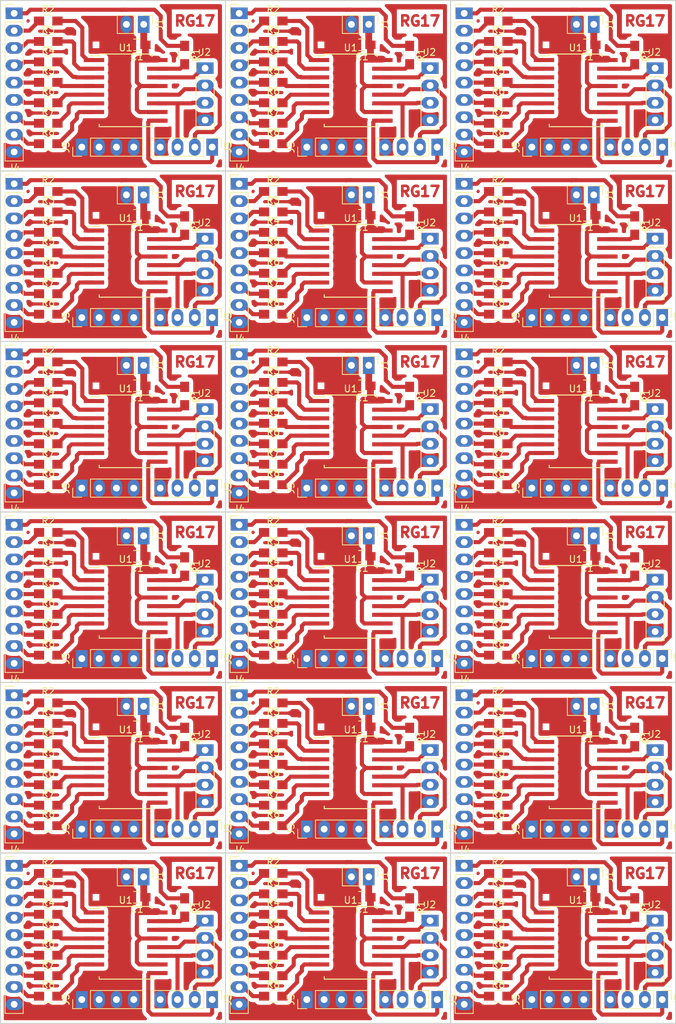
<source format=kicad_pcb>
(kicad_pcb (version 4) (host pcbnew 4.0.7-e2-6376~58~ubuntu16.04.1)
  (layers (0 F.Cu signal) (31 B.Cu signal) (34 B.Paste user) (35 F.Paste user) (36 B.SilkS user) (37 F.SilkS user hide) (38 B.Mask user) (39 F.Mask user) (44 Edge.Cuts user))
  (net 0 "")
  (net 1 VCC)
  (net 2 GND)
  (net 3 "Net-(J2-Pad1)")
  (net 4 "Net-(J2-Pad2)")
  (net 5 "Net-(J2-Pad3)")
  (net 6 "Net-(J3-Pad1)")
  (net 7 "Net-(J4-Pad1)")
  (net 8 "Net-(J4-Pad2)")
  (net 9 "Net-(J4-Pad3)")
  (net 10 "Net-(J4-Pad4)")
  (net 11 "Net-(J4-Pad5)")
  (net 12 "Net-(J4-Pad6)")
  (net 13 "Net-(J4-Pad7)")
  (net 14 "Net-(J4-Pad8)")
  (net 15 "Net-(R1-Pad2)")
  (net 16 "Net-(R2-Pad2)")
  (net 17 "Net-(R3-Pad2)")
  (net 18 "Net-(R4-Pad2)")
  (net 19 "Net-(R5-Pad2)")
  (net 20 "Net-(R6-Pad2)")
  (net 21 "Net-(R7-Pad2)")
  (net 22 "Net-(R8-Pad2)")
  (module baby_panel_footprints:Header_1x09_2.54mm_Oval (layer F.Cu) (at 77 178.88)
    (fp_text reference J4 (at 0 -2.33) (layer F.SilkS))
    (fp_text value Conn_01x09_Male)
    (pad 1 thru_hole rect (at 0 0) (size 2.5 1.7) (drill 1) (layers *.Cu *.Mask) (net 7 "Net-(J4-Pad1)"))
    (pad 2 thru_hole oval (at 0 2.54) (size 2.5 1.7) (drill 1) (layers *.Cu *.Mask) (net 8 "Net-(J4-Pad2)"))
    (pad 3 thru_hole oval (at 0 5.08) (size 2.5 1.7) (drill 1) (layers *.Cu *.Mask) (net 9 "Net-(J4-Pad3)"))
    (pad 4 thru_hole oval (at 0 7.62) (size 2.5 1.7) (drill 1) (layers *.Cu *.Mask) (net 10 "Net-(J4-Pad4)"))
    (pad 5 thru_hole oval (at 0 10.16) (size 2.5 1.7) (drill 1) (layers *.Cu *.Mask) (net 11 "Net-(J4-Pad5)"))
    (pad 6 thru_hole oval (at 0 12.7) (size 2.5 1.7) (drill 1) (layers *.Cu *.Mask) (net 12 "Net-(J4-Pad6)"))
    (pad 7 thru_hole oval (at 0 15.24) (size 2.5 1.7) (drill 1) (layers *.Cu *.Mask) (net 13 "Net-(J4-Pad7)"))
    (pad 8 thru_hole oval (at 0 17.78) (size 2.5 1.7) (drill 1) (layers *.Cu *.Mask) (net 14 "Net-(J4-Pad8)"))
    (pad 9 thru_hole oval (at 0 20.32) (size 2.5 1.7) (drill 1) (layers *.Cu *.Mask) (net 2 GND))
  )
  (module baby_panel_footprints:Header_1x09_2.54mm_Oval (layer F.Cu) (at 77 153.88)
    (fp_text reference J4 (at 0 -2.33) (layer F.SilkS))
    (fp_text value Conn_01x09_Male)
    (pad 1 thru_hole rect (at 0 0) (size 2.5 1.7) (drill 1) (layers *.Cu *.Mask) (net 7 "Net-(J4-Pad1)"))
    (pad 2 thru_hole oval (at 0 2.54) (size 2.5 1.7) (drill 1) (layers *.Cu *.Mask) (net 8 "Net-(J4-Pad2)"))
    (pad 3 thru_hole oval (at 0 5.08) (size 2.5 1.7) (drill 1) (layers *.Cu *.Mask) (net 9 "Net-(J4-Pad3)"))
    (pad 4 thru_hole oval (at 0 7.62) (size 2.5 1.7) (drill 1) (layers *.Cu *.Mask) (net 10 "Net-(J4-Pad4)"))
    (pad 5 thru_hole oval (at 0 10.16) (size 2.5 1.7) (drill 1) (layers *.Cu *.Mask) (net 11 "Net-(J4-Pad5)"))
    (pad 6 thru_hole oval (at 0 12.7) (size 2.5 1.7) (drill 1) (layers *.Cu *.Mask) (net 12 "Net-(J4-Pad6)"))
    (pad 7 thru_hole oval (at 0 15.24) (size 2.5 1.7) (drill 1) (layers *.Cu *.Mask) (net 13 "Net-(J4-Pad7)"))
    (pad 8 thru_hole oval (at 0 17.78) (size 2.5 1.7) (drill 1) (layers *.Cu *.Mask) (net 14 "Net-(J4-Pad8)"))
    (pad 9 thru_hole oval (at 0 20.32) (size 2.5 1.7) (drill 1) (layers *.Cu *.Mask) (net 2 GND))
  )
  (module baby_panel_footprints:Header_1x09_2.54mm_Oval (layer F.Cu) (at 77 128.88)
    (fp_text reference J4 (at 0 -2.33) (layer F.SilkS))
    (fp_text value Conn_01x09_Male)
    (pad 1 thru_hole rect (at 0 0) (size 2.5 1.7) (drill 1) (layers *.Cu *.Mask) (net 7 "Net-(J4-Pad1)"))
    (pad 2 thru_hole oval (at 0 2.54) (size 2.5 1.7) (drill 1) (layers *.Cu *.Mask) (net 8 "Net-(J4-Pad2)"))
    (pad 3 thru_hole oval (at 0 5.08) (size 2.5 1.7) (drill 1) (layers *.Cu *.Mask) (net 9 "Net-(J4-Pad3)"))
    (pad 4 thru_hole oval (at 0 7.62) (size 2.5 1.7) (drill 1) (layers *.Cu *.Mask) (net 10 "Net-(J4-Pad4)"))
    (pad 5 thru_hole oval (at 0 10.16) (size 2.5 1.7) (drill 1) (layers *.Cu *.Mask) (net 11 "Net-(J4-Pad5)"))
    (pad 6 thru_hole oval (at 0 12.7) (size 2.5 1.7) (drill 1) (layers *.Cu *.Mask) (net 12 "Net-(J4-Pad6)"))
    (pad 7 thru_hole oval (at 0 15.24) (size 2.5 1.7) (drill 1) (layers *.Cu *.Mask) (net 13 "Net-(J4-Pad7)"))
    (pad 8 thru_hole oval (at 0 17.78) (size 2.5 1.7) (drill 1) (layers *.Cu *.Mask) (net 14 "Net-(J4-Pad8)"))
    (pad 9 thru_hole oval (at 0 20.32) (size 2.5 1.7) (drill 1) (layers *.Cu *.Mask) (net 2 GND))
  )
  (module baby_panel_footprints:Header_1x09_2.54mm_Oval (layer F.Cu) (at 77 103.88)
    (fp_text reference J4 (at 0 -2.33) (layer F.SilkS))
    (fp_text value Conn_01x09_Male)
    (pad 1 thru_hole rect (at 0 0) (size 2.5 1.7) (drill 1) (layers *.Cu *.Mask) (net 7 "Net-(J4-Pad1)"))
    (pad 2 thru_hole oval (at 0 2.54) (size 2.5 1.7) (drill 1) (layers *.Cu *.Mask) (net 8 "Net-(J4-Pad2)"))
    (pad 3 thru_hole oval (at 0 5.08) (size 2.5 1.7) (drill 1) (layers *.Cu *.Mask) (net 9 "Net-(J4-Pad3)"))
    (pad 4 thru_hole oval (at 0 7.62) (size 2.5 1.7) (drill 1) (layers *.Cu *.Mask) (net 10 "Net-(J4-Pad4)"))
    (pad 5 thru_hole oval (at 0 10.16) (size 2.5 1.7) (drill 1) (layers *.Cu *.Mask) (net 11 "Net-(J4-Pad5)"))
    (pad 6 thru_hole oval (at 0 12.7) (size 2.5 1.7) (drill 1) (layers *.Cu *.Mask) (net 12 "Net-(J4-Pad6)"))
    (pad 7 thru_hole oval (at 0 15.24) (size 2.5 1.7) (drill 1) (layers *.Cu *.Mask) (net 13 "Net-(J4-Pad7)"))
    (pad 8 thru_hole oval (at 0 17.78) (size 2.5 1.7) (drill 1) (layers *.Cu *.Mask) (net 14 "Net-(J4-Pad8)"))
    (pad 9 thru_hole oval (at 0 20.32) (size 2.5 1.7) (drill 1) (layers *.Cu *.Mask) (net 2 GND))
  )
  (module baby_panel_footprints:Header_1x09_2.54mm_Oval (layer F.Cu) (at 77 78.88)
    (fp_text reference J4 (at 0 -2.33) (layer F.SilkS))
    (fp_text value Conn_01x09_Male)
    (pad 1 thru_hole rect (at 0 0) (size 2.5 1.7) (drill 1) (layers *.Cu *.Mask) (net 7 "Net-(J4-Pad1)"))
    (pad 2 thru_hole oval (at 0 2.54) (size 2.5 1.7) (drill 1) (layers *.Cu *.Mask) (net 8 "Net-(J4-Pad2)"))
    (pad 3 thru_hole oval (at 0 5.08) (size 2.5 1.7) (drill 1) (layers *.Cu *.Mask) (net 9 "Net-(J4-Pad3)"))
    (pad 4 thru_hole oval (at 0 7.62) (size 2.5 1.7) (drill 1) (layers *.Cu *.Mask) (net 10 "Net-(J4-Pad4)"))
    (pad 5 thru_hole oval (at 0 10.16) (size 2.5 1.7) (drill 1) (layers *.Cu *.Mask) (net 11 "Net-(J4-Pad5)"))
    (pad 6 thru_hole oval (at 0 12.7) (size 2.5 1.7) (drill 1) (layers *.Cu *.Mask) (net 12 "Net-(J4-Pad6)"))
    (pad 7 thru_hole oval (at 0 15.24) (size 2.5 1.7) (drill 1) (layers *.Cu *.Mask) (net 13 "Net-(J4-Pad7)"))
    (pad 8 thru_hole oval (at 0 17.78) (size 2.5 1.7) (drill 1) (layers *.Cu *.Mask) (net 14 "Net-(J4-Pad8)"))
    (pad 9 thru_hole oval (at 0 20.32) (size 2.5 1.7) (drill 1) (layers *.Cu *.Mask) (net 2 GND))
  )
  (module baby_panel_footprints:Header_1x09_2.54mm_Oval (layer F.Cu) (at 77 53.88)
    (fp_text reference J4 (at 0 -2.33) (layer F.SilkS))
    (fp_text value Conn_01x09_Male)
    (pad 1 thru_hole rect (at 0 0) (size 2.5 1.7) (drill 1) (layers *.Cu *.Mask) (net 7 "Net-(J4-Pad1)"))
    (pad 2 thru_hole oval (at 0 2.54) (size 2.5 1.7) (drill 1) (layers *.Cu *.Mask) (net 8 "Net-(J4-Pad2)"))
    (pad 3 thru_hole oval (at 0 5.08) (size 2.5 1.7) (drill 1) (layers *.Cu *.Mask) (net 9 "Net-(J4-Pad3)"))
    (pad 4 thru_hole oval (at 0 7.62) (size 2.5 1.7) (drill 1) (layers *.Cu *.Mask) (net 10 "Net-(J4-Pad4)"))
    (pad 5 thru_hole oval (at 0 10.16) (size 2.5 1.7) (drill 1) (layers *.Cu *.Mask) (net 11 "Net-(J4-Pad5)"))
    (pad 6 thru_hole oval (at 0 12.7) (size 2.5 1.7) (drill 1) (layers *.Cu *.Mask) (net 12 "Net-(J4-Pad6)"))
    (pad 7 thru_hole oval (at 0 15.24) (size 2.5 1.7) (drill 1) (layers *.Cu *.Mask) (net 13 "Net-(J4-Pad7)"))
    (pad 8 thru_hole oval (at 0 17.78) (size 2.5 1.7) (drill 1) (layers *.Cu *.Mask) (net 14 "Net-(J4-Pad8)"))
    (pad 9 thru_hole oval (at 0 20.32) (size 2.5 1.7) (drill 1) (layers *.Cu *.Mask) (net 2 GND))
  )
  (module baby_panel_footprints:Header_1x09_2.54mm_Oval (layer F.Cu) (at 44 178.88)
    (fp_text reference J4 (at 0 -2.33) (layer F.SilkS))
    (fp_text value Conn_01x09_Male)
    (pad 1 thru_hole rect (at 0 0) (size 2.5 1.7) (drill 1) (layers *.Cu *.Mask) (net 7 "Net-(J4-Pad1)"))
    (pad 2 thru_hole oval (at 0 2.54) (size 2.5 1.7) (drill 1) (layers *.Cu *.Mask) (net 8 "Net-(J4-Pad2)"))
    (pad 3 thru_hole oval (at 0 5.08) (size 2.5 1.7) (drill 1) (layers *.Cu *.Mask) (net 9 "Net-(J4-Pad3)"))
    (pad 4 thru_hole oval (at 0 7.62) (size 2.5 1.7) (drill 1) (layers *.Cu *.Mask) (net 10 "Net-(J4-Pad4)"))
    (pad 5 thru_hole oval (at 0 10.16) (size 2.5 1.7) (drill 1) (layers *.Cu *.Mask) (net 11 "Net-(J4-Pad5)"))
    (pad 6 thru_hole oval (at 0 12.7) (size 2.5 1.7) (drill 1) (layers *.Cu *.Mask) (net 12 "Net-(J4-Pad6)"))
    (pad 7 thru_hole oval (at 0 15.24) (size 2.5 1.7) (drill 1) (layers *.Cu *.Mask) (net 13 "Net-(J4-Pad7)"))
    (pad 8 thru_hole oval (at 0 17.78) (size 2.5 1.7) (drill 1) (layers *.Cu *.Mask) (net 14 "Net-(J4-Pad8)"))
    (pad 9 thru_hole oval (at 0 20.32) (size 2.5 1.7) (drill 1) (layers *.Cu *.Mask) (net 2 GND))
  )
  (module baby_panel_footprints:Header_1x09_2.54mm_Oval (layer F.Cu) (at 44 153.88)
    (fp_text reference J4 (at 0 -2.33) (layer F.SilkS))
    (fp_text value Conn_01x09_Male)
    (pad 1 thru_hole rect (at 0 0) (size 2.5 1.7) (drill 1) (layers *.Cu *.Mask) (net 7 "Net-(J4-Pad1)"))
    (pad 2 thru_hole oval (at 0 2.54) (size 2.5 1.7) (drill 1) (layers *.Cu *.Mask) (net 8 "Net-(J4-Pad2)"))
    (pad 3 thru_hole oval (at 0 5.08) (size 2.5 1.7) (drill 1) (layers *.Cu *.Mask) (net 9 "Net-(J4-Pad3)"))
    (pad 4 thru_hole oval (at 0 7.62) (size 2.5 1.7) (drill 1) (layers *.Cu *.Mask) (net 10 "Net-(J4-Pad4)"))
    (pad 5 thru_hole oval (at 0 10.16) (size 2.5 1.7) (drill 1) (layers *.Cu *.Mask) (net 11 "Net-(J4-Pad5)"))
    (pad 6 thru_hole oval (at 0 12.7) (size 2.5 1.7) (drill 1) (layers *.Cu *.Mask) (net 12 "Net-(J4-Pad6)"))
    (pad 7 thru_hole oval (at 0 15.24) (size 2.5 1.7) (drill 1) (layers *.Cu *.Mask) (net 13 "Net-(J4-Pad7)"))
    (pad 8 thru_hole oval (at 0 17.78) (size 2.5 1.7) (drill 1) (layers *.Cu *.Mask) (net 14 "Net-(J4-Pad8)"))
    (pad 9 thru_hole oval (at 0 20.32) (size 2.5 1.7) (drill 1) (layers *.Cu *.Mask) (net 2 GND))
  )
  (module baby_panel_footprints:Header_1x09_2.54mm_Oval (layer F.Cu) (at 44 128.88)
    (fp_text reference J4 (at 0 -2.33) (layer F.SilkS))
    (fp_text value Conn_01x09_Male)
    (pad 1 thru_hole rect (at 0 0) (size 2.5 1.7) (drill 1) (layers *.Cu *.Mask) (net 7 "Net-(J4-Pad1)"))
    (pad 2 thru_hole oval (at 0 2.54) (size 2.5 1.7) (drill 1) (layers *.Cu *.Mask) (net 8 "Net-(J4-Pad2)"))
    (pad 3 thru_hole oval (at 0 5.08) (size 2.5 1.7) (drill 1) (layers *.Cu *.Mask) (net 9 "Net-(J4-Pad3)"))
    (pad 4 thru_hole oval (at 0 7.62) (size 2.5 1.7) (drill 1) (layers *.Cu *.Mask) (net 10 "Net-(J4-Pad4)"))
    (pad 5 thru_hole oval (at 0 10.16) (size 2.5 1.7) (drill 1) (layers *.Cu *.Mask) (net 11 "Net-(J4-Pad5)"))
    (pad 6 thru_hole oval (at 0 12.7) (size 2.5 1.7) (drill 1) (layers *.Cu *.Mask) (net 12 "Net-(J4-Pad6)"))
    (pad 7 thru_hole oval (at 0 15.24) (size 2.5 1.7) (drill 1) (layers *.Cu *.Mask) (net 13 "Net-(J4-Pad7)"))
    (pad 8 thru_hole oval (at 0 17.78) (size 2.5 1.7) (drill 1) (layers *.Cu *.Mask) (net 14 "Net-(J4-Pad8)"))
    (pad 9 thru_hole oval (at 0 20.32) (size 2.5 1.7) (drill 1) (layers *.Cu *.Mask) (net 2 GND))
  )
  (module baby_panel_footprints:Header_1x09_2.54mm_Oval (layer F.Cu) (at 44 103.88)
    (fp_text reference J4 (at 0 -2.33) (layer F.SilkS))
    (fp_text value Conn_01x09_Male)
    (pad 1 thru_hole rect (at 0 0) (size 2.5 1.7) (drill 1) (layers *.Cu *.Mask) (net 7 "Net-(J4-Pad1)"))
    (pad 2 thru_hole oval (at 0 2.54) (size 2.5 1.7) (drill 1) (layers *.Cu *.Mask) (net 8 "Net-(J4-Pad2)"))
    (pad 3 thru_hole oval (at 0 5.08) (size 2.5 1.7) (drill 1) (layers *.Cu *.Mask) (net 9 "Net-(J4-Pad3)"))
    (pad 4 thru_hole oval (at 0 7.62) (size 2.5 1.7) (drill 1) (layers *.Cu *.Mask) (net 10 "Net-(J4-Pad4)"))
    (pad 5 thru_hole oval (at 0 10.16) (size 2.5 1.7) (drill 1) (layers *.Cu *.Mask) (net 11 "Net-(J4-Pad5)"))
    (pad 6 thru_hole oval (at 0 12.7) (size 2.5 1.7) (drill 1) (layers *.Cu *.Mask) (net 12 "Net-(J4-Pad6)"))
    (pad 7 thru_hole oval (at 0 15.24) (size 2.5 1.7) (drill 1) (layers *.Cu *.Mask) (net 13 "Net-(J4-Pad7)"))
    (pad 8 thru_hole oval (at 0 17.78) (size 2.5 1.7) (drill 1) (layers *.Cu *.Mask) (net 14 "Net-(J4-Pad8)"))
    (pad 9 thru_hole oval (at 0 20.32) (size 2.5 1.7) (drill 1) (layers *.Cu *.Mask) (net 2 GND))
  )
  (module baby_panel_footprints:Header_1x09_2.54mm_Oval (layer F.Cu) (at 44 78.88)
    (fp_text reference J4 (at 0 -2.33) (layer F.SilkS))
    (fp_text value Conn_01x09_Male)
    (pad 1 thru_hole rect (at 0 0) (size 2.5 1.7) (drill 1) (layers *.Cu *.Mask) (net 7 "Net-(J4-Pad1)"))
    (pad 2 thru_hole oval (at 0 2.54) (size 2.5 1.7) (drill 1) (layers *.Cu *.Mask) (net 8 "Net-(J4-Pad2)"))
    (pad 3 thru_hole oval (at 0 5.08) (size 2.5 1.7) (drill 1) (layers *.Cu *.Mask) (net 9 "Net-(J4-Pad3)"))
    (pad 4 thru_hole oval (at 0 7.62) (size 2.5 1.7) (drill 1) (layers *.Cu *.Mask) (net 10 "Net-(J4-Pad4)"))
    (pad 5 thru_hole oval (at 0 10.16) (size 2.5 1.7) (drill 1) (layers *.Cu *.Mask) (net 11 "Net-(J4-Pad5)"))
    (pad 6 thru_hole oval (at 0 12.7) (size 2.5 1.7) (drill 1) (layers *.Cu *.Mask) (net 12 "Net-(J4-Pad6)"))
    (pad 7 thru_hole oval (at 0 15.24) (size 2.5 1.7) (drill 1) (layers *.Cu *.Mask) (net 13 "Net-(J4-Pad7)"))
    (pad 8 thru_hole oval (at 0 17.78) (size 2.5 1.7) (drill 1) (layers *.Cu *.Mask) (net 14 "Net-(J4-Pad8)"))
    (pad 9 thru_hole oval (at 0 20.32) (size 2.5 1.7) (drill 1) (layers *.Cu *.Mask) (net 2 GND))
  )
  (module baby_panel_footprints:Header_1x09_2.54mm_Oval (layer F.Cu) (at 44 53.88)
    (fp_text reference J4 (at 0 -2.33) (layer F.SilkS))
    (fp_text value Conn_01x09_Male)
    (pad 1 thru_hole rect (at 0 0) (size 2.5 1.7) (drill 1) (layers *.Cu *.Mask) (net 7 "Net-(J4-Pad1)"))
    (pad 2 thru_hole oval (at 0 2.54) (size 2.5 1.7) (drill 1) (layers *.Cu *.Mask) (net 8 "Net-(J4-Pad2)"))
    (pad 3 thru_hole oval (at 0 5.08) (size 2.5 1.7) (drill 1) (layers *.Cu *.Mask) (net 9 "Net-(J4-Pad3)"))
    (pad 4 thru_hole oval (at 0 7.62) (size 2.5 1.7) (drill 1) (layers *.Cu *.Mask) (net 10 "Net-(J4-Pad4)"))
    (pad 5 thru_hole oval (at 0 10.16) (size 2.5 1.7) (drill 1) (layers *.Cu *.Mask) (net 11 "Net-(J4-Pad5)"))
    (pad 6 thru_hole oval (at 0 12.7) (size 2.5 1.7) (drill 1) (layers *.Cu *.Mask) (net 12 "Net-(J4-Pad6)"))
    (pad 7 thru_hole oval (at 0 15.24) (size 2.5 1.7) (drill 1) (layers *.Cu *.Mask) (net 13 "Net-(J4-Pad7)"))
    (pad 8 thru_hole oval (at 0 17.78) (size 2.5 1.7) (drill 1) (layers *.Cu *.Mask) (net 14 "Net-(J4-Pad8)"))
    (pad 9 thru_hole oval (at 0 20.32) (size 2.5 1.7) (drill 1) (layers *.Cu *.Mask) (net 2 GND))
  )
  (module baby_panel_footprints:Header_1x09_2.54mm_Oval (layer F.Cu) (at 11 178.88)
    (fp_text reference J4 (at 0 -2.33) (layer F.SilkS))
    (fp_text value Conn_01x09_Male)
    (pad 1 thru_hole rect (at 0 0) (size 2.5 1.7) (drill 1) (layers *.Cu *.Mask) (net 7 "Net-(J4-Pad1)"))
    (pad 2 thru_hole oval (at 0 2.54) (size 2.5 1.7) (drill 1) (layers *.Cu *.Mask) (net 8 "Net-(J4-Pad2)"))
    (pad 3 thru_hole oval (at 0 5.08) (size 2.5 1.7) (drill 1) (layers *.Cu *.Mask) (net 9 "Net-(J4-Pad3)"))
    (pad 4 thru_hole oval (at 0 7.62) (size 2.5 1.7) (drill 1) (layers *.Cu *.Mask) (net 10 "Net-(J4-Pad4)"))
    (pad 5 thru_hole oval (at 0 10.16) (size 2.5 1.7) (drill 1) (layers *.Cu *.Mask) (net 11 "Net-(J4-Pad5)"))
    (pad 6 thru_hole oval (at 0 12.7) (size 2.5 1.7) (drill 1) (layers *.Cu *.Mask) (net 12 "Net-(J4-Pad6)"))
    (pad 7 thru_hole oval (at 0 15.24) (size 2.5 1.7) (drill 1) (layers *.Cu *.Mask) (net 13 "Net-(J4-Pad7)"))
    (pad 8 thru_hole oval (at 0 17.78) (size 2.5 1.7) (drill 1) (layers *.Cu *.Mask) (net 14 "Net-(J4-Pad8)"))
    (pad 9 thru_hole oval (at 0 20.32) (size 2.5 1.7) (drill 1) (layers *.Cu *.Mask) (net 2 GND))
  )
  (module baby_panel_footprints:Header_1x09_2.54mm_Oval (layer F.Cu) (at 11 153.88)
    (fp_text reference J4 (at 0 -2.33) (layer F.SilkS))
    (fp_text value Conn_01x09_Male)
    (pad 1 thru_hole rect (at 0 0) (size 2.5 1.7) (drill 1) (layers *.Cu *.Mask) (net 7 "Net-(J4-Pad1)"))
    (pad 2 thru_hole oval (at 0 2.54) (size 2.5 1.7) (drill 1) (layers *.Cu *.Mask) (net 8 "Net-(J4-Pad2)"))
    (pad 3 thru_hole oval (at 0 5.08) (size 2.5 1.7) (drill 1) (layers *.Cu *.Mask) (net 9 "Net-(J4-Pad3)"))
    (pad 4 thru_hole oval (at 0 7.62) (size 2.5 1.7) (drill 1) (layers *.Cu *.Mask) (net 10 "Net-(J4-Pad4)"))
    (pad 5 thru_hole oval (at 0 10.16) (size 2.5 1.7) (drill 1) (layers *.Cu *.Mask) (net 11 "Net-(J4-Pad5)"))
    (pad 6 thru_hole oval (at 0 12.7) (size 2.5 1.7) (drill 1) (layers *.Cu *.Mask) (net 12 "Net-(J4-Pad6)"))
    (pad 7 thru_hole oval (at 0 15.24) (size 2.5 1.7) (drill 1) (layers *.Cu *.Mask) (net 13 "Net-(J4-Pad7)"))
    (pad 8 thru_hole oval (at 0 17.78) (size 2.5 1.7) (drill 1) (layers *.Cu *.Mask) (net 14 "Net-(J4-Pad8)"))
    (pad 9 thru_hole oval (at 0 20.32) (size 2.5 1.7) (drill 1) (layers *.Cu *.Mask) (net 2 GND))
  )
  (module baby_panel_footprints:Header_1x09_2.54mm_Oval (layer F.Cu) (at 11 128.88)
    (fp_text reference J4 (at 0 -2.33) (layer F.SilkS))
    (fp_text value Conn_01x09_Male)
    (pad 1 thru_hole rect (at 0 0) (size 2.5 1.7) (drill 1) (layers *.Cu *.Mask) (net 7 "Net-(J4-Pad1)"))
    (pad 2 thru_hole oval (at 0 2.54) (size 2.5 1.7) (drill 1) (layers *.Cu *.Mask) (net 8 "Net-(J4-Pad2)"))
    (pad 3 thru_hole oval (at 0 5.08) (size 2.5 1.7) (drill 1) (layers *.Cu *.Mask) (net 9 "Net-(J4-Pad3)"))
    (pad 4 thru_hole oval (at 0 7.62) (size 2.5 1.7) (drill 1) (layers *.Cu *.Mask) (net 10 "Net-(J4-Pad4)"))
    (pad 5 thru_hole oval (at 0 10.16) (size 2.5 1.7) (drill 1) (layers *.Cu *.Mask) (net 11 "Net-(J4-Pad5)"))
    (pad 6 thru_hole oval (at 0 12.7) (size 2.5 1.7) (drill 1) (layers *.Cu *.Mask) (net 12 "Net-(J4-Pad6)"))
    (pad 7 thru_hole oval (at 0 15.24) (size 2.5 1.7) (drill 1) (layers *.Cu *.Mask) (net 13 "Net-(J4-Pad7)"))
    (pad 8 thru_hole oval (at 0 17.78) (size 2.5 1.7) (drill 1) (layers *.Cu *.Mask) (net 14 "Net-(J4-Pad8)"))
    (pad 9 thru_hole oval (at 0 20.32) (size 2.5 1.7) (drill 1) (layers *.Cu *.Mask) (net 2 GND))
  )
  (module baby_panel_footprints:Header_1x09_2.54mm_Oval (layer F.Cu) (at 11 103.88)
    (fp_text reference J4 (at 0 -2.33) (layer F.SilkS))
    (fp_text value Conn_01x09_Male)
    (pad 1 thru_hole rect (at 0 0) (size 2.5 1.7) (drill 1) (layers *.Cu *.Mask) (net 7 "Net-(J4-Pad1)"))
    (pad 2 thru_hole oval (at 0 2.54) (size 2.5 1.7) (drill 1) (layers *.Cu *.Mask) (net 8 "Net-(J4-Pad2)"))
    (pad 3 thru_hole oval (at 0 5.08) (size 2.5 1.7) (drill 1) (layers *.Cu *.Mask) (net 9 "Net-(J4-Pad3)"))
    (pad 4 thru_hole oval (at 0 7.62) (size 2.5 1.7) (drill 1) (layers *.Cu *.Mask) (net 10 "Net-(J4-Pad4)"))
    (pad 5 thru_hole oval (at 0 10.16) (size 2.5 1.7) (drill 1) (layers *.Cu *.Mask) (net 11 "Net-(J4-Pad5)"))
    (pad 6 thru_hole oval (at 0 12.7) (size 2.5 1.7) (drill 1) (layers *.Cu *.Mask) (net 12 "Net-(J4-Pad6)"))
    (pad 7 thru_hole oval (at 0 15.24) (size 2.5 1.7) (drill 1) (layers *.Cu *.Mask) (net 13 "Net-(J4-Pad7)"))
    (pad 8 thru_hole oval (at 0 17.78) (size 2.5 1.7) (drill 1) (layers *.Cu *.Mask) (net 14 "Net-(J4-Pad8)"))
    (pad 9 thru_hole oval (at 0 20.32) (size 2.5 1.7) (drill 1) (layers *.Cu *.Mask) (net 2 GND))
  )
  (module baby_panel_footprints:Header_1x09_2.54mm_Oval (layer F.Cu) (at 11 78.88)
    (fp_text reference J4 (at 0 -2.33) (layer F.SilkS))
    (fp_text value Conn_01x09_Male)
    (pad 1 thru_hole rect (at 0 0) (size 2.5 1.7) (drill 1) (layers *.Cu *.Mask) (net 7 "Net-(J4-Pad1)"))
    (pad 2 thru_hole oval (at 0 2.54) (size 2.5 1.7) (drill 1) (layers *.Cu *.Mask) (net 8 "Net-(J4-Pad2)"))
    (pad 3 thru_hole oval (at 0 5.08) (size 2.5 1.7) (drill 1) (layers *.Cu *.Mask) (net 9 "Net-(J4-Pad3)"))
    (pad 4 thru_hole oval (at 0 7.62) (size 2.5 1.7) (drill 1) (layers *.Cu *.Mask) (net 10 "Net-(J4-Pad4)"))
    (pad 5 thru_hole oval (at 0 10.16) (size 2.5 1.7) (drill 1) (layers *.Cu *.Mask) (net 11 "Net-(J4-Pad5)"))
    (pad 6 thru_hole oval (at 0 12.7) (size 2.5 1.7) (drill 1) (layers *.Cu *.Mask) (net 12 "Net-(J4-Pad6)"))
    (pad 7 thru_hole oval (at 0 15.24) (size 2.5 1.7) (drill 1) (layers *.Cu *.Mask) (net 13 "Net-(J4-Pad7)"))
    (pad 8 thru_hole oval (at 0 17.78) (size 2.5 1.7) (drill 1) (layers *.Cu *.Mask) (net 14 "Net-(J4-Pad8)"))
    (pad 9 thru_hole oval (at 0 20.32) (size 2.5 1.7) (drill 1) (layers *.Cu *.Mask) (net 2 GND))
  )
  (module Resistors_SMD:R_0805_HandSoldering (layer F.Cu) (at 82 189)
    (fp_text reference R5 (at 0 -1.7) (layer F.SilkS))
    (fp_text value 200)
    (pad 1 smd rect (at -1.35 0) (size 1.5 1.3) (layers F.Cu F.Paste F.Mask) (net 11 "Net-(J4-Pad5)"))
    (pad 2 smd rect (at 1.35 0) (size 1.5 1.3) (layers F.Cu F.Paste F.Mask) (net 19 "Net-(R5-Pad2)"))
  )
  (module Resistors_SMD:R_0805_HandSoldering (layer F.Cu) (at 82 164)
    (fp_text reference R5 (at 0 -1.7) (layer F.SilkS))
    (fp_text value 200)
    (pad 1 smd rect (at -1.35 0) (size 1.5 1.3) (layers F.Cu F.Paste F.Mask) (net 11 "Net-(J4-Pad5)"))
    (pad 2 smd rect (at 1.35 0) (size 1.5 1.3) (layers F.Cu F.Paste F.Mask) (net 19 "Net-(R5-Pad2)"))
  )
  (module Resistors_SMD:R_0805_HandSoldering (layer F.Cu) (at 82 139)
    (fp_text reference R5 (at 0 -1.7) (layer F.SilkS))
    (fp_text value 200)
    (pad 1 smd rect (at -1.35 0) (size 1.5 1.3) (layers F.Cu F.Paste F.Mask) (net 11 "Net-(J4-Pad5)"))
    (pad 2 smd rect (at 1.35 0) (size 1.5 1.3) (layers F.Cu F.Paste F.Mask) (net 19 "Net-(R5-Pad2)"))
  )
  (module Resistors_SMD:R_0805_HandSoldering (layer F.Cu) (at 82 114)
    (fp_text reference R5 (at 0 -1.7) (layer F.SilkS))
    (fp_text value 200)
    (pad 1 smd rect (at -1.35 0) (size 1.5 1.3) (layers F.Cu F.Paste F.Mask) (net 11 "Net-(J4-Pad5)"))
    (pad 2 smd rect (at 1.35 0) (size 1.5 1.3) (layers F.Cu F.Paste F.Mask) (net 19 "Net-(R5-Pad2)"))
  )
  (module Resistors_SMD:R_0805_HandSoldering (layer F.Cu) (at 82 89)
    (fp_text reference R5 (at 0 -1.7) (layer F.SilkS))
    (fp_text value 200)
    (pad 1 smd rect (at -1.35 0) (size 1.5 1.3) (layers F.Cu F.Paste F.Mask) (net 11 "Net-(J4-Pad5)"))
    (pad 2 smd rect (at 1.35 0) (size 1.5 1.3) (layers F.Cu F.Paste F.Mask) (net 19 "Net-(R5-Pad2)"))
  )
  (module Resistors_SMD:R_0805_HandSoldering (layer F.Cu) (at 82 64)
    (fp_text reference R5 (at 0 -1.7) (layer F.SilkS))
    (fp_text value 200)
    (pad 1 smd rect (at -1.35 0) (size 1.5 1.3) (layers F.Cu F.Paste F.Mask) (net 11 "Net-(J4-Pad5)"))
    (pad 2 smd rect (at 1.35 0) (size 1.5 1.3) (layers F.Cu F.Paste F.Mask) (net 19 "Net-(R5-Pad2)"))
  )
  (module Resistors_SMD:R_0805_HandSoldering (layer F.Cu) (at 49 189)
    (fp_text reference R5 (at 0 -1.7) (layer F.SilkS))
    (fp_text value 200)
    (pad 1 smd rect (at -1.35 0) (size 1.5 1.3) (layers F.Cu F.Paste F.Mask) (net 11 "Net-(J4-Pad5)"))
    (pad 2 smd rect (at 1.35 0) (size 1.5 1.3) (layers F.Cu F.Paste F.Mask) (net 19 "Net-(R5-Pad2)"))
  )
  (module Resistors_SMD:R_0805_HandSoldering (layer F.Cu) (at 49 164)
    (fp_text reference R5 (at 0 -1.7) (layer F.SilkS))
    (fp_text value 200)
    (pad 1 smd rect (at -1.35 0) (size 1.5 1.3) (layers F.Cu F.Paste F.Mask) (net 11 "Net-(J4-Pad5)"))
    (pad 2 smd rect (at 1.35 0) (size 1.5 1.3) (layers F.Cu F.Paste F.Mask) (net 19 "Net-(R5-Pad2)"))
  )
  (module Resistors_SMD:R_0805_HandSoldering (layer F.Cu) (at 49 139)
    (fp_text reference R5 (at 0 -1.7) (layer F.SilkS))
    (fp_text value 200)
    (pad 1 smd rect (at -1.35 0) (size 1.5 1.3) (layers F.Cu F.Paste F.Mask) (net 11 "Net-(J4-Pad5)"))
    (pad 2 smd rect (at 1.35 0) (size 1.5 1.3) (layers F.Cu F.Paste F.Mask) (net 19 "Net-(R5-Pad2)"))
  )
  (module Resistors_SMD:R_0805_HandSoldering (layer F.Cu) (at 49 114)
    (fp_text reference R5 (at 0 -1.7) (layer F.SilkS))
    (fp_text value 200)
    (pad 1 smd rect (at -1.35 0) (size 1.5 1.3) (layers F.Cu F.Paste F.Mask) (net 11 "Net-(J4-Pad5)"))
    (pad 2 smd rect (at 1.35 0) (size 1.5 1.3) (layers F.Cu F.Paste F.Mask) (net 19 "Net-(R5-Pad2)"))
  )
  (module Resistors_SMD:R_0805_HandSoldering (layer F.Cu) (at 49 89)
    (fp_text reference R5 (at 0 -1.7) (layer F.SilkS))
    (fp_text value 200)
    (pad 1 smd rect (at -1.35 0) (size 1.5 1.3) (layers F.Cu F.Paste F.Mask) (net 11 "Net-(J4-Pad5)"))
    (pad 2 smd rect (at 1.35 0) (size 1.5 1.3) (layers F.Cu F.Paste F.Mask) (net 19 "Net-(R5-Pad2)"))
  )
  (module Resistors_SMD:R_0805_HandSoldering (layer F.Cu) (at 49 64)
    (fp_text reference R5 (at 0 -1.7) (layer F.SilkS))
    (fp_text value 200)
    (pad 1 smd rect (at -1.35 0) (size 1.5 1.3) (layers F.Cu F.Paste F.Mask) (net 11 "Net-(J4-Pad5)"))
    (pad 2 smd rect (at 1.35 0) (size 1.5 1.3) (layers F.Cu F.Paste F.Mask) (net 19 "Net-(R5-Pad2)"))
  )
  (module Resistors_SMD:R_0805_HandSoldering (layer F.Cu) (at 16 189)
    (fp_text reference R5 (at 0 -1.7) (layer F.SilkS))
    (fp_text value 200)
    (pad 1 smd rect (at -1.35 0) (size 1.5 1.3) (layers F.Cu F.Paste F.Mask) (net 11 "Net-(J4-Pad5)"))
    (pad 2 smd rect (at 1.35 0) (size 1.5 1.3) (layers F.Cu F.Paste F.Mask) (net 19 "Net-(R5-Pad2)"))
  )
  (module Resistors_SMD:R_0805_HandSoldering (layer F.Cu) (at 16 164)
    (fp_text reference R5 (at 0 -1.7) (layer F.SilkS))
    (fp_text value 200)
    (pad 1 smd rect (at -1.35 0) (size 1.5 1.3) (layers F.Cu F.Paste F.Mask) (net 11 "Net-(J4-Pad5)"))
    (pad 2 smd rect (at 1.35 0) (size 1.5 1.3) (layers F.Cu F.Paste F.Mask) (net 19 "Net-(R5-Pad2)"))
  )
  (module Resistors_SMD:R_0805_HandSoldering (layer F.Cu) (at 16 139)
    (fp_text reference R5 (at 0 -1.7) (layer F.SilkS))
    (fp_text value 200)
    (pad 1 smd rect (at -1.35 0) (size 1.5 1.3) (layers F.Cu F.Paste F.Mask) (net 11 "Net-(J4-Pad5)"))
    (pad 2 smd rect (at 1.35 0) (size 1.5 1.3) (layers F.Cu F.Paste F.Mask) (net 19 "Net-(R5-Pad2)"))
  )
  (module Resistors_SMD:R_0805_HandSoldering (layer F.Cu) (at 16 114)
    (fp_text reference R5 (at 0 -1.7) (layer F.SilkS))
    (fp_text value 200)
    (pad 1 smd rect (at -1.35 0) (size 1.5 1.3) (layers F.Cu F.Paste F.Mask) (net 11 "Net-(J4-Pad5)"))
    (pad 2 smd rect (at 1.35 0) (size 1.5 1.3) (layers F.Cu F.Paste F.Mask) (net 19 "Net-(R5-Pad2)"))
  )
  (module Resistors_SMD:R_0805_HandSoldering (layer F.Cu) (at 16 89)
    (fp_text reference R5 (at 0 -1.7) (layer F.SilkS))
    (fp_text value 200)
    (pad 1 smd rect (at -1.35 0) (size 1.5 1.3) (layers F.Cu F.Paste F.Mask) (net 11 "Net-(J4-Pad5)"))
    (pad 2 smd rect (at 1.35 0) (size 1.5 1.3) (layers F.Cu F.Paste F.Mask) (net 19 "Net-(R5-Pad2)"))
  )
  (module Resistors_SMD:R_0805_HandSoldering (layer F.Cu) (at 82 180)
    (fp_text reference R2 (at 0 -1.7) (layer F.SilkS))
    (fp_text value 200)
    (pad 1 smd rect (at -1.35 0) (size 1.5 1.3) (layers F.Cu F.Paste F.Mask) (net 8 "Net-(J4-Pad2)"))
    (pad 2 smd rect (at 1.35 0) (size 1.5 1.3) (layers F.Cu F.Paste F.Mask) (net 16 "Net-(R2-Pad2)"))
  )
  (module Resistors_SMD:R_0805_HandSoldering (layer F.Cu) (at 82 155)
    (fp_text reference R2 (at 0 -1.7) (layer F.SilkS))
    (fp_text value 200)
    (pad 1 smd rect (at -1.35 0) (size 1.5 1.3) (layers F.Cu F.Paste F.Mask) (net 8 "Net-(J4-Pad2)"))
    (pad 2 smd rect (at 1.35 0) (size 1.5 1.3) (layers F.Cu F.Paste F.Mask) (net 16 "Net-(R2-Pad2)"))
  )
  (module Resistors_SMD:R_0805_HandSoldering (layer F.Cu) (at 82 130)
    (fp_text reference R2 (at 0 -1.7) (layer F.SilkS))
    (fp_text value 200)
    (pad 1 smd rect (at -1.35 0) (size 1.5 1.3) (layers F.Cu F.Paste F.Mask) (net 8 "Net-(J4-Pad2)"))
    (pad 2 smd rect (at 1.35 0) (size 1.5 1.3) (layers F.Cu F.Paste F.Mask) (net 16 "Net-(R2-Pad2)"))
  )
  (module Resistors_SMD:R_0805_HandSoldering (layer F.Cu) (at 82 105)
    (fp_text reference R2 (at 0 -1.7) (layer F.SilkS))
    (fp_text value 200)
    (pad 1 smd rect (at -1.35 0) (size 1.5 1.3) (layers F.Cu F.Paste F.Mask) (net 8 "Net-(J4-Pad2)"))
    (pad 2 smd rect (at 1.35 0) (size 1.5 1.3) (layers F.Cu F.Paste F.Mask) (net 16 "Net-(R2-Pad2)"))
  )
  (module Resistors_SMD:R_0805_HandSoldering (layer F.Cu) (at 82 80)
    (fp_text reference R2 (at 0 -1.7) (layer F.SilkS))
    (fp_text value 200)
    (pad 1 smd rect (at -1.35 0) (size 1.5 1.3) (layers F.Cu F.Paste F.Mask) (net 8 "Net-(J4-Pad2)"))
    (pad 2 smd rect (at 1.35 0) (size 1.5 1.3) (layers F.Cu F.Paste F.Mask) (net 16 "Net-(R2-Pad2)"))
  )
  (module Resistors_SMD:R_0805_HandSoldering (layer F.Cu) (at 82 55)
    (fp_text reference R2 (at 0 -1.7) (layer F.SilkS))
    (fp_text value 200)
    (pad 1 smd rect (at -1.35 0) (size 1.5 1.3) (layers F.Cu F.Paste F.Mask) (net 8 "Net-(J4-Pad2)"))
    (pad 2 smd rect (at 1.35 0) (size 1.5 1.3) (layers F.Cu F.Paste F.Mask) (net 16 "Net-(R2-Pad2)"))
  )
  (module Resistors_SMD:R_0805_HandSoldering (layer F.Cu) (at 49 180)
    (fp_text reference R2 (at 0 -1.7) (layer F.SilkS))
    (fp_text value 200)
    (pad 1 smd rect (at -1.35 0) (size 1.5 1.3) (layers F.Cu F.Paste F.Mask) (net 8 "Net-(J4-Pad2)"))
    (pad 2 smd rect (at 1.35 0) (size 1.5 1.3) (layers F.Cu F.Paste F.Mask) (net 16 "Net-(R2-Pad2)"))
  )
  (module Resistors_SMD:R_0805_HandSoldering (layer F.Cu) (at 49 155)
    (fp_text reference R2 (at 0 -1.7) (layer F.SilkS))
    (fp_text value 200)
    (pad 1 smd rect (at -1.35 0) (size 1.5 1.3) (layers F.Cu F.Paste F.Mask) (net 8 "Net-(J4-Pad2)"))
    (pad 2 smd rect (at 1.35 0) (size 1.5 1.3) (layers F.Cu F.Paste F.Mask) (net 16 "Net-(R2-Pad2)"))
  )
  (module Resistors_SMD:R_0805_HandSoldering (layer F.Cu) (at 49 130)
    (fp_text reference R2 (at 0 -1.7) (layer F.SilkS))
    (fp_text value 200)
    (pad 1 smd rect (at -1.35 0) (size 1.5 1.3) (layers F.Cu F.Paste F.Mask) (net 8 "Net-(J4-Pad2)"))
    (pad 2 smd rect (at 1.35 0) (size 1.5 1.3) (layers F.Cu F.Paste F.Mask) (net 16 "Net-(R2-Pad2)"))
  )
  (module Resistors_SMD:R_0805_HandSoldering (layer F.Cu) (at 49 105)
    (fp_text reference R2 (at 0 -1.7) (layer F.SilkS))
    (fp_text value 200)
    (pad 1 smd rect (at -1.35 0) (size 1.5 1.3) (layers F.Cu F.Paste F.Mask) (net 8 "Net-(J4-Pad2)"))
    (pad 2 smd rect (at 1.35 0) (size 1.5 1.3) (layers F.Cu F.Paste F.Mask) (net 16 "Net-(R2-Pad2)"))
  )
  (module Resistors_SMD:R_0805_HandSoldering (layer F.Cu) (at 49 80)
    (fp_text reference R2 (at 0 -1.7) (layer F.SilkS))
    (fp_text value 200)
    (pad 1 smd rect (at -1.35 0) (size 1.5 1.3) (layers F.Cu F.Paste F.Mask) (net 8 "Net-(J4-Pad2)"))
    (pad 2 smd rect (at 1.35 0) (size 1.5 1.3) (layers F.Cu F.Paste F.Mask) (net 16 "Net-(R2-Pad2)"))
  )
  (module Resistors_SMD:R_0805_HandSoldering (layer F.Cu) (at 49 55)
    (fp_text reference R2 (at 0 -1.7) (layer F.SilkS))
    (fp_text value 200)
    (pad 1 smd rect (at -1.35 0) (size 1.5 1.3) (layers F.Cu F.Paste F.Mask) (net 8 "Net-(J4-Pad2)"))
    (pad 2 smd rect (at 1.35 0) (size 1.5 1.3) (layers F.Cu F.Paste F.Mask) (net 16 "Net-(R2-Pad2)"))
  )
  (module Resistors_SMD:R_0805_HandSoldering (layer F.Cu) (at 16 180)
    (fp_text reference R2 (at 0 -1.7) (layer F.SilkS))
    (fp_text value 200)
    (pad 1 smd rect (at -1.35 0) (size 1.5 1.3) (layers F.Cu F.Paste F.Mask) (net 8 "Net-(J4-Pad2)"))
    (pad 2 smd rect (at 1.35 0) (size 1.5 1.3) (layers F.Cu F.Paste F.Mask) (net 16 "Net-(R2-Pad2)"))
  )
  (module Resistors_SMD:R_0805_HandSoldering (layer F.Cu) (at 16 155)
    (fp_text reference R2 (at 0 -1.7) (layer F.SilkS))
    (fp_text value 200)
    (pad 1 smd rect (at -1.35 0) (size 1.5 1.3) (layers F.Cu F.Paste F.Mask) (net 8 "Net-(J4-Pad2)"))
    (pad 2 smd rect (at 1.35 0) (size 1.5 1.3) (layers F.Cu F.Paste F.Mask) (net 16 "Net-(R2-Pad2)"))
  )
  (module Resistors_SMD:R_0805_HandSoldering (layer F.Cu) (at 16 130)
    (fp_text reference R2 (at 0 -1.7) (layer F.SilkS))
    (fp_text value 200)
    (pad 1 smd rect (at -1.35 0) (size 1.5 1.3) (layers F.Cu F.Paste F.Mask) (net 8 "Net-(J4-Pad2)"))
    (pad 2 smd rect (at 1.35 0) (size 1.5 1.3) (layers F.Cu F.Paste F.Mask) (net 16 "Net-(R2-Pad2)"))
  )
  (module Resistors_SMD:R_0805_HandSoldering (layer F.Cu) (at 16 105)
    (fp_text reference R2 (at 0 -1.7) (layer F.SilkS))
    (fp_text value 200)
    (pad 1 smd rect (at -1.35 0) (size 1.5 1.3) (layers F.Cu F.Paste F.Mask) (net 8 "Net-(J4-Pad2)"))
    (pad 2 smd rect (at 1.35 0) (size 1.5 1.3) (layers F.Cu F.Paste F.Mask) (net 16 "Net-(R2-Pad2)"))
  )
  (module Resistors_SMD:R_0805_HandSoldering (layer F.Cu) (at 16 80)
    (fp_text reference R2 (at 0 -1.7) (layer F.SilkS))
    (fp_text value 200)
    (pad 1 smd rect (at -1.35 0) (size 1.5 1.3) (layers F.Cu F.Paste F.Mask) (net 8 "Net-(J4-Pad2)"))
    (pad 2 smd rect (at 1.35 0) (size 1.5 1.3) (layers F.Cu F.Paste F.Mask) (net 16 "Net-(R2-Pad2)"))
  )
  (module Resistors_SMD:R_0805_HandSoldering (layer F.Cu) (at 82 186)
    (fp_text reference R4 (at 0 -1.7) (layer F.SilkS))
    (fp_text value 200)
    (pad 1 smd rect (at -1.35 0) (size 1.5 1.3) (layers F.Cu F.Paste F.Mask) (net 10 "Net-(J4-Pad4)"))
    (pad 2 smd rect (at 1.35 0) (size 1.5 1.3) (layers F.Cu F.Paste F.Mask) (net 18 "Net-(R4-Pad2)"))
  )
  (module Resistors_SMD:R_0805_HandSoldering (layer F.Cu) (at 82 161)
    (fp_text reference R4 (at 0 -1.7) (layer F.SilkS))
    (fp_text value 200)
    (pad 1 smd rect (at -1.35 0) (size 1.5 1.3) (layers F.Cu F.Paste F.Mask) (net 10 "Net-(J4-Pad4)"))
    (pad 2 smd rect (at 1.35 0) (size 1.5 1.3) (layers F.Cu F.Paste F.Mask) (net 18 "Net-(R4-Pad2)"))
  )
  (module Resistors_SMD:R_0805_HandSoldering (layer F.Cu) (at 82 136)
    (fp_text reference R4 (at 0 -1.7) (layer F.SilkS))
    (fp_text value 200)
    (pad 1 smd rect (at -1.35 0) (size 1.5 1.3) (layers F.Cu F.Paste F.Mask) (net 10 "Net-(J4-Pad4)"))
    (pad 2 smd rect (at 1.35 0) (size 1.5 1.3) (layers F.Cu F.Paste F.Mask) (net 18 "Net-(R4-Pad2)"))
  )
  (module Resistors_SMD:R_0805_HandSoldering (layer F.Cu) (at 82 111)
    (fp_text reference R4 (at 0 -1.7) (layer F.SilkS))
    (fp_text value 200)
    (pad 1 smd rect (at -1.35 0) (size 1.5 1.3) (layers F.Cu F.Paste F.Mask) (net 10 "Net-(J4-Pad4)"))
    (pad 2 smd rect (at 1.35 0) (size 1.5 1.3) (layers F.Cu F.Paste F.Mask) (net 18 "Net-(R4-Pad2)"))
  )
  (module Resistors_SMD:R_0805_HandSoldering (layer F.Cu) (at 82 86)
    (fp_text reference R4 (at 0 -1.7) (layer F.SilkS))
    (fp_text value 200)
    (pad 1 smd rect (at -1.35 0) (size 1.5 1.3) (layers F.Cu F.Paste F.Mask) (net 10 "Net-(J4-Pad4)"))
    (pad 2 smd rect (at 1.35 0) (size 1.5 1.3) (layers F.Cu F.Paste F.Mask) (net 18 "Net-(R4-Pad2)"))
  )
  (module Resistors_SMD:R_0805_HandSoldering (layer F.Cu) (at 82 61)
    (fp_text reference R4 (at 0 -1.7) (layer F.SilkS))
    (fp_text value 200)
    (pad 1 smd rect (at -1.35 0) (size 1.5 1.3) (layers F.Cu F.Paste F.Mask) (net 10 "Net-(J4-Pad4)"))
    (pad 2 smd rect (at 1.35 0) (size 1.5 1.3) (layers F.Cu F.Paste F.Mask) (net 18 "Net-(R4-Pad2)"))
  )
  (module Resistors_SMD:R_0805_HandSoldering (layer F.Cu) (at 49 186)
    (fp_text reference R4 (at 0 -1.7) (layer F.SilkS))
    (fp_text value 200)
    (pad 1 smd rect (at -1.35 0) (size 1.5 1.3) (layers F.Cu F.Paste F.Mask) (net 10 "Net-(J4-Pad4)"))
    (pad 2 smd rect (at 1.35 0) (size 1.5 1.3) (layers F.Cu F.Paste F.Mask) (net 18 "Net-(R4-Pad2)"))
  )
  (module Resistors_SMD:R_0805_HandSoldering (layer F.Cu) (at 49 161)
    (fp_text reference R4 (at 0 -1.7) (layer F.SilkS))
    (fp_text value 200)
    (pad 1 smd rect (at -1.35 0) (size 1.5 1.3) (layers F.Cu F.Paste F.Mask) (net 10 "Net-(J4-Pad4)"))
    (pad 2 smd rect (at 1.35 0) (size 1.5 1.3) (layers F.Cu F.Paste F.Mask) (net 18 "Net-(R4-Pad2)"))
  )
  (module Resistors_SMD:R_0805_HandSoldering (layer F.Cu) (at 49 136)
    (fp_text reference R4 (at 0 -1.7) (layer F.SilkS))
    (fp_text value 200)
    (pad 1 smd rect (at -1.35 0) (size 1.5 1.3) (layers F.Cu F.Paste F.Mask) (net 10 "Net-(J4-Pad4)"))
    (pad 2 smd rect (at 1.35 0) (size 1.5 1.3) (layers F.Cu F.Paste F.Mask) (net 18 "Net-(R4-Pad2)"))
  )
  (module Resistors_SMD:R_0805_HandSoldering (layer F.Cu) (at 49 111)
    (fp_text reference R4 (at 0 -1.7) (layer F.SilkS))
    (fp_text value 200)
    (pad 1 smd rect (at -1.35 0) (size 1.5 1.3) (layers F.Cu F.Paste F.Mask) (net 10 "Net-(J4-Pad4)"))
    (pad 2 smd rect (at 1.35 0) (size 1.5 1.3) (layers F.Cu F.Paste F.Mask) (net 18 "Net-(R4-Pad2)"))
  )
  (module Resistors_SMD:R_0805_HandSoldering (layer F.Cu) (at 49 86)
    (fp_text reference R4 (at 0 -1.7) (layer F.SilkS))
    (fp_text value 200)
    (pad 1 smd rect (at -1.35 0) (size 1.5 1.3) (layers F.Cu F.Paste F.Mask) (net 10 "Net-(J4-Pad4)"))
    (pad 2 smd rect (at 1.35 0) (size 1.5 1.3) (layers F.Cu F.Paste F.Mask) (net 18 "Net-(R4-Pad2)"))
  )
  (module Resistors_SMD:R_0805_HandSoldering (layer F.Cu) (at 49 61)
    (fp_text reference R4 (at 0 -1.7) (layer F.SilkS))
    (fp_text value 200)
    (pad 1 smd rect (at -1.35 0) (size 1.5 1.3) (layers F.Cu F.Paste F.Mask) (net 10 "Net-(J4-Pad4)"))
    (pad 2 smd rect (at 1.35 0) (size 1.5 1.3) (layers F.Cu F.Paste F.Mask) (net 18 "Net-(R4-Pad2)"))
  )
  (module Resistors_SMD:R_0805_HandSoldering (layer F.Cu) (at 16 186)
    (fp_text reference R4 (at 0 -1.7) (layer F.SilkS))
    (fp_text value 200)
    (pad 1 smd rect (at -1.35 0) (size 1.5 1.3) (layers F.Cu F.Paste F.Mask) (net 10 "Net-(J4-Pad4)"))
    (pad 2 smd rect (at 1.35 0) (size 1.5 1.3) (layers F.Cu F.Paste F.Mask) (net 18 "Net-(R4-Pad2)"))
  )
  (module Resistors_SMD:R_0805_HandSoldering (layer F.Cu) (at 16 161)
    (fp_text reference R4 (at 0 -1.7) (layer F.SilkS))
    (fp_text value 200)
    (pad 1 smd rect (at -1.35 0) (size 1.5 1.3) (layers F.Cu F.Paste F.Mask) (net 10 "Net-(J4-Pad4)"))
    (pad 2 smd rect (at 1.35 0) (size 1.5 1.3) (layers F.Cu F.Paste F.Mask) (net 18 "Net-(R4-Pad2)"))
  )
  (module Resistors_SMD:R_0805_HandSoldering (layer F.Cu) (at 16 136)
    (fp_text reference R4 (at 0 -1.7) (layer F.SilkS))
    (fp_text value 200)
    (pad 1 smd rect (at -1.35 0) (size 1.5 1.3) (layers F.Cu F.Paste F.Mask) (net 10 "Net-(J4-Pad4)"))
    (pad 2 smd rect (at 1.35 0) (size 1.5 1.3) (layers F.Cu F.Paste F.Mask) (net 18 "Net-(R4-Pad2)"))
  )
  (module Resistors_SMD:R_0805_HandSoldering (layer F.Cu) (at 16 111)
    (fp_text reference R4 (at 0 -1.7) (layer F.SilkS))
    (fp_text value 200)
    (pad 1 smd rect (at -1.35 0) (size 1.5 1.3) (layers F.Cu F.Paste F.Mask) (net 10 "Net-(J4-Pad4)"))
    (pad 2 smd rect (at 1.35 0) (size 1.5 1.3) (layers F.Cu F.Paste F.Mask) (net 18 "Net-(R4-Pad2)"))
  )
  (module Resistors_SMD:R_0805_HandSoldering (layer F.Cu) (at 16 86)
    (fp_text reference R4 (at 0 -1.7) (layer F.SilkS))
    (fp_text value 200)
    (pad 1 smd rect (at -1.35 0) (size 1.5 1.3) (layers F.Cu F.Paste F.Mask) (net 10 "Net-(J4-Pad4)"))
    (pad 2 smd rect (at 1.35 0) (size 1.5 1.3) (layers F.Cu F.Paste F.Mask) (net 18 "Net-(R4-Pad2)"))
  )
  (module Resistors_SMD:R_0805_HandSoldering (layer F.Cu) (at 82 183)
    (fp_text reference R3 (at 0 -1.7) (layer F.SilkS))
    (fp_text value 200)
    (pad 1 smd rect (at -1.35 0) (size 1.5 1.3) (layers F.Cu F.Paste F.Mask) (net 9 "Net-(J4-Pad3)"))
    (pad 2 smd rect (at 1.35 0) (size 1.5 1.3) (layers F.Cu F.Paste F.Mask) (net 17 "Net-(R3-Pad2)"))
  )
  (module Resistors_SMD:R_0805_HandSoldering (layer F.Cu) (at 82 158)
    (fp_text reference R3 (at 0 -1.7) (layer F.SilkS))
    (fp_text value 200)
    (pad 1 smd rect (at -1.35 0) (size 1.5 1.3) (layers F.Cu F.Paste F.Mask) (net 9 "Net-(J4-Pad3)"))
    (pad 2 smd rect (at 1.35 0) (size 1.5 1.3) (layers F.Cu F.Paste F.Mask) (net 17 "Net-(R3-Pad2)"))
  )
  (module Resistors_SMD:R_0805_HandSoldering (layer F.Cu) (at 82 133)
    (fp_text reference R3 (at 0 -1.7) (layer F.SilkS))
    (fp_text value 200)
    (pad 1 smd rect (at -1.35 0) (size 1.5 1.3) (layers F.Cu F.Paste F.Mask) (net 9 "Net-(J4-Pad3)"))
    (pad 2 smd rect (at 1.35 0) (size 1.5 1.3) (layers F.Cu F.Paste F.Mask) (net 17 "Net-(R3-Pad2)"))
  )
  (module Resistors_SMD:R_0805_HandSoldering (layer F.Cu) (at 82 108)
    (fp_text reference R3 (at 0 -1.7) (layer F.SilkS))
    (fp_text value 200)
    (pad 1 smd rect (at -1.35 0) (size 1.5 1.3) (layers F.Cu F.Paste F.Mask) (net 9 "Net-(J4-Pad3)"))
    (pad 2 smd rect (at 1.35 0) (size 1.5 1.3) (layers F.Cu F.Paste F.Mask) (net 17 "Net-(R3-Pad2)"))
  )
  (module Resistors_SMD:R_0805_HandSoldering (layer F.Cu) (at 82 83)
    (fp_text reference R3 (at 0 -1.7) (layer F.SilkS))
    (fp_text value 200)
    (pad 1 smd rect (at -1.35 0) (size 1.5 1.3) (layers F.Cu F.Paste F.Mask) (net 9 "Net-(J4-Pad3)"))
    (pad 2 smd rect (at 1.35 0) (size 1.5 1.3) (layers F.Cu F.Paste F.Mask) (net 17 "Net-(R3-Pad2)"))
  )
  (module Resistors_SMD:R_0805_HandSoldering (layer F.Cu) (at 82 58)
    (fp_text reference R3 (at 0 -1.7) (layer F.SilkS))
    (fp_text value 200)
    (pad 1 smd rect (at -1.35 0) (size 1.5 1.3) (layers F.Cu F.Paste F.Mask) (net 9 "Net-(J4-Pad3)"))
    (pad 2 smd rect (at 1.35 0) (size 1.5 1.3) (layers F.Cu F.Paste F.Mask) (net 17 "Net-(R3-Pad2)"))
  )
  (module Resistors_SMD:R_0805_HandSoldering (layer F.Cu) (at 49 183)
    (fp_text reference R3 (at 0 -1.7) (layer F.SilkS))
    (fp_text value 200)
    (pad 1 smd rect (at -1.35 0) (size 1.5 1.3) (layers F.Cu F.Paste F.Mask) (net 9 "Net-(J4-Pad3)"))
    (pad 2 smd rect (at 1.35 0) (size 1.5 1.3) (layers F.Cu F.Paste F.Mask) (net 17 "Net-(R3-Pad2)"))
  )
  (module Resistors_SMD:R_0805_HandSoldering (layer F.Cu) (at 49 158)
    (fp_text reference R3 (at 0 -1.7) (layer F.SilkS))
    (fp_text value 200)
    (pad 1 smd rect (at -1.35 0) (size 1.5 1.3) (layers F.Cu F.Paste F.Mask) (net 9 "Net-(J4-Pad3)"))
    (pad 2 smd rect (at 1.35 0) (size 1.5 1.3) (layers F.Cu F.Paste F.Mask) (net 17 "Net-(R3-Pad2)"))
  )
  (module Resistors_SMD:R_0805_HandSoldering (layer F.Cu) (at 49 133)
    (fp_text reference R3 (at 0 -1.7) (layer F.SilkS))
    (fp_text value 200)
    (pad 1 smd rect (at -1.35 0) (size 1.5 1.3) (layers F.Cu F.Paste F.Mask) (net 9 "Net-(J4-Pad3)"))
    (pad 2 smd rect (at 1.35 0) (size 1.5 1.3) (layers F.Cu F.Paste F.Mask) (net 17 "Net-(R3-Pad2)"))
  )
  (module Resistors_SMD:R_0805_HandSoldering (layer F.Cu) (at 49 108)
    (fp_text reference R3 (at 0 -1.7) (layer F.SilkS))
    (fp_text value 200)
    (pad 1 smd rect (at -1.35 0) (size 1.5 1.3) (layers F.Cu F.Paste F.Mask) (net 9 "Net-(J4-Pad3)"))
    (pad 2 smd rect (at 1.35 0) (size 1.5 1.3) (layers F.Cu F.Paste F.Mask) (net 17 "Net-(R3-Pad2)"))
  )
  (module Resistors_SMD:R_0805_HandSoldering (layer F.Cu) (at 49 83)
    (fp_text reference R3 (at 0 -1.7) (layer F.SilkS))
    (fp_text value 200)
    (pad 1 smd rect (at -1.35 0) (size 1.5 1.3) (layers F.Cu F.Paste F.Mask) (net 9 "Net-(J4-Pad3)"))
    (pad 2 smd rect (at 1.35 0) (size 1.5 1.3) (layers F.Cu F.Paste F.Mask) (net 17 "Net-(R3-Pad2)"))
  )
  (module Resistors_SMD:R_0805_HandSoldering (layer F.Cu) (at 49 58)
    (fp_text reference R3 (at 0 -1.7) (layer F.SilkS))
    (fp_text value 200)
    (pad 1 smd rect (at -1.35 0) (size 1.5 1.3) (layers F.Cu F.Paste F.Mask) (net 9 "Net-(J4-Pad3)"))
    (pad 2 smd rect (at 1.35 0) (size 1.5 1.3) (layers F.Cu F.Paste F.Mask) (net 17 "Net-(R3-Pad2)"))
  )
  (module Resistors_SMD:R_0805_HandSoldering (layer F.Cu) (at 16 183)
    (fp_text reference R3 (at 0 -1.7) (layer F.SilkS))
    (fp_text value 200)
    (pad 1 smd rect (at -1.35 0) (size 1.5 1.3) (layers F.Cu F.Paste F.Mask) (net 9 "Net-(J4-Pad3)"))
    (pad 2 smd rect (at 1.35 0) (size 1.5 1.3) (layers F.Cu F.Paste F.Mask) (net 17 "Net-(R3-Pad2)"))
  )
  (module Resistors_SMD:R_0805_HandSoldering (layer F.Cu) (at 16 158)
    (fp_text reference R3 (at 0 -1.7) (layer F.SilkS))
    (fp_text value 200)
    (pad 1 smd rect (at -1.35 0) (size 1.5 1.3) (layers F.Cu F.Paste F.Mask) (net 9 "Net-(J4-Pad3)"))
    (pad 2 smd rect (at 1.35 0) (size 1.5 1.3) (layers F.Cu F.Paste F.Mask) (net 17 "Net-(R3-Pad2)"))
  )
  (module Resistors_SMD:R_0805_HandSoldering (layer F.Cu) (at 16 133)
    (fp_text reference R3 (at 0 -1.7) (layer F.SilkS))
    (fp_text value 200)
    (pad 1 smd rect (at -1.35 0) (size 1.5 1.3) (layers F.Cu F.Paste F.Mask) (net 9 "Net-(J4-Pad3)"))
    (pad 2 smd rect (at 1.35 0) (size 1.5 1.3) (layers F.Cu F.Paste F.Mask) (net 17 "Net-(R3-Pad2)"))
  )
  (module Resistors_SMD:R_0805_HandSoldering (layer F.Cu) (at 16 108)
    (fp_text reference R3 (at 0 -1.7) (layer F.SilkS))
    (fp_text value 200)
    (pad 1 smd rect (at -1.35 0) (size 1.5 1.3) (layers F.Cu F.Paste F.Mask) (net 9 "Net-(J4-Pad3)"))
    (pad 2 smd rect (at 1.35 0) (size 1.5 1.3) (layers F.Cu F.Paste F.Mask) (net 17 "Net-(R3-Pad2)"))
  )
  (module Resistors_SMD:R_0805_HandSoldering (layer F.Cu) (at 16 83)
    (fp_text reference R3 (at 0 -1.7) (layer F.SilkS))
    (fp_text value 200)
    (pad 1 smd rect (at -1.35 0) (size 1.5 1.3) (layers F.Cu F.Paste F.Mask) (net 9 "Net-(J4-Pad3)"))
    (pad 2 smd rect (at 1.35 0) (size 1.5 1.3) (layers F.Cu F.Paste F.Mask) (net 17 "Net-(R3-Pad2)"))
  )
  (module Resistors_SMD:R_0805_HandSoldering (layer F.Cu) (at 82 198)
    (fp_text reference R8 (at 0 -1.7) (layer F.SilkS))
    (fp_text value 200)
    (pad 1 smd rect (at -1.35 0) (size 1.5 1.3) (layers F.Cu F.Paste F.Mask) (net 14 "Net-(J4-Pad8)"))
    (pad 2 smd rect (at 1.35 0) (size 1.5 1.3) (layers F.Cu F.Paste F.Mask) (net 22 "Net-(R8-Pad2)"))
  )
  (module Resistors_SMD:R_0805_HandSoldering (layer F.Cu) (at 82 173)
    (fp_text reference R8 (at 0 -1.7) (layer F.SilkS))
    (fp_text value 200)
    (pad 1 smd rect (at -1.35 0) (size 1.5 1.3) (layers F.Cu F.Paste F.Mask) (net 14 "Net-(J4-Pad8)"))
    (pad 2 smd rect (at 1.35 0) (size 1.5 1.3) (layers F.Cu F.Paste F.Mask) (net 22 "Net-(R8-Pad2)"))
  )
  (module Resistors_SMD:R_0805_HandSoldering (layer F.Cu) (at 82 148)
    (fp_text reference R8 (at 0 -1.7) (layer F.SilkS))
    (fp_text value 200)
    (pad 1 smd rect (at -1.35 0) (size 1.5 1.3) (layers F.Cu F.Paste F.Mask) (net 14 "Net-(J4-Pad8)"))
    (pad 2 smd rect (at 1.35 0) (size 1.5 1.3) (layers F.Cu F.Paste F.Mask) (net 22 "Net-(R8-Pad2)"))
  )
  (module Resistors_SMD:R_0805_HandSoldering (layer F.Cu) (at 82 123)
    (fp_text reference R8 (at 0 -1.7) (layer F.SilkS))
    (fp_text value 200)
    (pad 1 smd rect (at -1.35 0) (size 1.5 1.3) (layers F.Cu F.Paste F.Mask) (net 14 "Net-(J4-Pad8)"))
    (pad 2 smd rect (at 1.35 0) (size 1.5 1.3) (layers F.Cu F.Paste F.Mask) (net 22 "Net-(R8-Pad2)"))
  )
  (module Resistors_SMD:R_0805_HandSoldering (layer F.Cu) (at 82 98)
    (fp_text reference R8 (at 0 -1.7) (layer F.SilkS))
    (fp_text value 200)
    (pad 1 smd rect (at -1.35 0) (size 1.5 1.3) (layers F.Cu F.Paste F.Mask) (net 14 "Net-(J4-Pad8)"))
    (pad 2 smd rect (at 1.35 0) (size 1.5 1.3) (layers F.Cu F.Paste F.Mask) (net 22 "Net-(R8-Pad2)"))
  )
  (module Resistors_SMD:R_0805_HandSoldering (layer F.Cu) (at 82 73)
    (fp_text reference R8 (at 0 -1.7) (layer F.SilkS))
    (fp_text value 200)
    (pad 1 smd rect (at -1.35 0) (size 1.5 1.3) (layers F.Cu F.Paste F.Mask) (net 14 "Net-(J4-Pad8)"))
    (pad 2 smd rect (at 1.35 0) (size 1.5 1.3) (layers F.Cu F.Paste F.Mask) (net 22 "Net-(R8-Pad2)"))
  )
  (module Resistors_SMD:R_0805_HandSoldering (layer F.Cu) (at 49 198)
    (fp_text reference R8 (at 0 -1.7) (layer F.SilkS))
    (fp_text value 200)
    (pad 1 smd rect (at -1.35 0) (size 1.5 1.3) (layers F.Cu F.Paste F.Mask) (net 14 "Net-(J4-Pad8)"))
    (pad 2 smd rect (at 1.35 0) (size 1.5 1.3) (layers F.Cu F.Paste F.Mask) (net 22 "Net-(R8-Pad2)"))
  )
  (module Resistors_SMD:R_0805_HandSoldering (layer F.Cu) (at 49 173)
    (fp_text reference R8 (at 0 -1.7) (layer F.SilkS))
    (fp_text value 200)
    (pad 1 smd rect (at -1.35 0) (size 1.5 1.3) (layers F.Cu F.Paste F.Mask) (net 14 "Net-(J4-Pad8)"))
    (pad 2 smd rect (at 1.35 0) (size 1.5 1.3) (layers F.Cu F.Paste F.Mask) (net 22 "Net-(R8-Pad2)"))
  )
  (module Resistors_SMD:R_0805_HandSoldering (layer F.Cu) (at 49 148)
    (fp_text reference R8 (at 0 -1.7) (layer F.SilkS))
    (fp_text value 200)
    (pad 1 smd rect (at -1.35 0) (size 1.5 1.3) (layers F.Cu F.Paste F.Mask) (net 14 "Net-(J4-Pad8)"))
    (pad 2 smd rect (at 1.35 0) (size 1.5 1.3) (layers F.Cu F.Paste F.Mask) (net 22 "Net-(R8-Pad2)"))
  )
  (module Resistors_SMD:R_0805_HandSoldering (layer F.Cu) (at 49 123)
    (fp_text reference R8 (at 0 -1.7) (layer F.SilkS))
    (fp_text value 200)
    (pad 1 smd rect (at -1.35 0) (size 1.5 1.3) (layers F.Cu F.Paste F.Mask) (net 14 "Net-(J4-Pad8)"))
    (pad 2 smd rect (at 1.35 0) (size 1.5 1.3) (layers F.Cu F.Paste F.Mask) (net 22 "Net-(R8-Pad2)"))
  )
  (module Resistors_SMD:R_0805_HandSoldering (layer F.Cu) (at 49 98)
    (fp_text reference R8 (at 0 -1.7) (layer F.SilkS))
    (fp_text value 200)
    (pad 1 smd rect (at -1.35 0) (size 1.5 1.3) (layers F.Cu F.Paste F.Mask) (net 14 "Net-(J4-Pad8)"))
    (pad 2 smd rect (at 1.35 0) (size 1.5 1.3) (layers F.Cu F.Paste F.Mask) (net 22 "Net-(R8-Pad2)"))
  )
  (module Resistors_SMD:R_0805_HandSoldering (layer F.Cu) (at 49 73)
    (fp_text reference R8 (at 0 -1.7) (layer F.SilkS))
    (fp_text value 200)
    (pad 1 smd rect (at -1.35 0) (size 1.5 1.3) (layers F.Cu F.Paste F.Mask) (net 14 "Net-(J4-Pad8)"))
    (pad 2 smd rect (at 1.35 0) (size 1.5 1.3) (layers F.Cu F.Paste F.Mask) (net 22 "Net-(R8-Pad2)"))
  )
  (module Resistors_SMD:R_0805_HandSoldering (layer F.Cu) (at 16 198)
    (fp_text reference R8 (at 0 -1.7) (layer F.SilkS))
    (fp_text value 200)
    (pad 1 smd rect (at -1.35 0) (size 1.5 1.3) (layers F.Cu F.Paste F.Mask) (net 14 "Net-(J4-Pad8)"))
    (pad 2 smd rect (at 1.35 0) (size 1.5 1.3) (layers F.Cu F.Paste F.Mask) (net 22 "Net-(R8-Pad2)"))
  )
  (module Resistors_SMD:R_0805_HandSoldering (layer F.Cu) (at 16 173)
    (fp_text reference R8 (at 0 -1.7) (layer F.SilkS))
    (fp_text value 200)
    (pad 1 smd rect (at -1.35 0) (size 1.5 1.3) (layers F.Cu F.Paste F.Mask) (net 14 "Net-(J4-Pad8)"))
    (pad 2 smd rect (at 1.35 0) (size 1.5 1.3) (layers F.Cu F.Paste F.Mask) (net 22 "Net-(R8-Pad2)"))
  )
  (module Resistors_SMD:R_0805_HandSoldering (layer F.Cu) (at 16 148)
    (fp_text reference R8 (at 0 -1.7) (layer F.SilkS))
    (fp_text value 200)
    (pad 1 smd rect (at -1.35 0) (size 1.5 1.3) (layers F.Cu F.Paste F.Mask) (net 14 "Net-(J4-Pad8)"))
    (pad 2 smd rect (at 1.35 0) (size 1.5 1.3) (layers F.Cu F.Paste F.Mask) (net 22 "Net-(R8-Pad2)"))
  )
  (module Resistors_SMD:R_0805_HandSoldering (layer F.Cu) (at 16 123)
    (fp_text reference R8 (at 0 -1.7) (layer F.SilkS))
    (fp_text value 200)
    (pad 1 smd rect (at -1.35 0) (size 1.5 1.3) (layers F.Cu F.Paste F.Mask) (net 14 "Net-(J4-Pad8)"))
    (pad 2 smd rect (at 1.35 0) (size 1.5 1.3) (layers F.Cu F.Paste F.Mask) (net 22 "Net-(R8-Pad2)"))
  )
  (module Resistors_SMD:R_0805_HandSoldering (layer F.Cu) (at 16 98)
    (fp_text reference R8 (at 0 -1.7) (layer F.SilkS))
    (fp_text value 200)
    (pad 1 smd rect (at -1.35 0) (size 1.5 1.3) (layers F.Cu F.Paste F.Mask) (net 14 "Net-(J4-Pad8)"))
    (pad 2 smd rect (at 1.35 0) (size 1.5 1.3) (layers F.Cu F.Paste F.Mask) (net 22 "Net-(R8-Pad2)"))
  )
  (module Resistors_SMD:R_0805_HandSoldering (layer F.Cu) (at 82 192)
    (fp_text reference R6 (at 0 -1.7) (layer F.SilkS))
    (fp_text value 200)
    (pad 1 smd rect (at -1.35 0) (size 1.5 1.3) (layers F.Cu F.Paste F.Mask) (net 12 "Net-(J4-Pad6)"))
    (pad 2 smd rect (at 1.35 0) (size 1.5 1.3) (layers F.Cu F.Paste F.Mask) (net 20 "Net-(R6-Pad2)"))
  )
  (module Resistors_SMD:R_0805_HandSoldering (layer F.Cu) (at 82 167)
    (fp_text reference R6 (at 0 -1.7) (layer F.SilkS))
    (fp_text value 200)
    (pad 1 smd rect (at -1.35 0) (size 1.5 1.3) (layers F.Cu F.Paste F.Mask) (net 12 "Net-(J4-Pad6)"))
    (pad 2 smd rect (at 1.35 0) (size 1.5 1.3) (layers F.Cu F.Paste F.Mask) (net 20 "Net-(R6-Pad2)"))
  )
  (module Resistors_SMD:R_0805_HandSoldering (layer F.Cu) (at 82 142)
    (fp_text reference R6 (at 0 -1.7) (layer F.SilkS))
    (fp_text value 200)
    (pad 1 smd rect (at -1.35 0) (size 1.5 1.3) (layers F.Cu F.Paste F.Mask) (net 12 "Net-(J4-Pad6)"))
    (pad 2 smd rect (at 1.35 0) (size 1.5 1.3) (layers F.Cu F.Paste F.Mask) (net 20 "Net-(R6-Pad2)"))
  )
  (module Resistors_SMD:R_0805_HandSoldering (layer F.Cu) (at 82 117)
    (fp_text reference R6 (at 0 -1.7) (layer F.SilkS))
    (fp_text value 200)
    (pad 1 smd rect (at -1.35 0) (size 1.5 1.3) (layers F.Cu F.Paste F.Mask) (net 12 "Net-(J4-Pad6)"))
    (pad 2 smd rect (at 1.35 0) (size 1.5 1.3) (layers F.Cu F.Paste F.Mask) (net 20 "Net-(R6-Pad2)"))
  )
  (module Resistors_SMD:R_0805_HandSoldering (layer F.Cu) (at 82 92)
    (fp_text reference R6 (at 0 -1.7) (layer F.SilkS))
    (fp_text value 200)
    (pad 1 smd rect (at -1.35 0) (size 1.5 1.3) (layers F.Cu F.Paste F.Mask) (net 12 "Net-(J4-Pad6)"))
    (pad 2 smd rect (at 1.35 0) (size 1.5 1.3) (layers F.Cu F.Paste F.Mask) (net 20 "Net-(R6-Pad2)"))
  )
  (module Resistors_SMD:R_0805_HandSoldering (layer F.Cu) (at 82 67)
    (fp_text reference R6 (at 0 -1.7) (layer F.SilkS))
    (fp_text value 200)
    (pad 1 smd rect (at -1.35 0) (size 1.5 1.3) (layers F.Cu F.Paste F.Mask) (net 12 "Net-(J4-Pad6)"))
    (pad 2 smd rect (at 1.35 0) (size 1.5 1.3) (layers F.Cu F.Paste F.Mask) (net 20 "Net-(R6-Pad2)"))
  )
  (module Resistors_SMD:R_0805_HandSoldering (layer F.Cu) (at 49 192)
    (fp_text reference R6 (at 0 -1.7) (layer F.SilkS))
    (fp_text value 200)
    (pad 1 smd rect (at -1.35 0) (size 1.5 1.3) (layers F.Cu F.Paste F.Mask) (net 12 "Net-(J4-Pad6)"))
    (pad 2 smd rect (at 1.35 0) (size 1.5 1.3) (layers F.Cu F.Paste F.Mask) (net 20 "Net-(R6-Pad2)"))
  )
  (module Resistors_SMD:R_0805_HandSoldering (layer F.Cu) (at 49 167)
    (fp_text reference R6 (at 0 -1.7) (layer F.SilkS))
    (fp_text value 200)
    (pad 1 smd rect (at -1.35 0) (size 1.5 1.3) (layers F.Cu F.Paste F.Mask) (net 12 "Net-(J4-Pad6)"))
    (pad 2 smd rect (at 1.35 0) (size 1.5 1.3) (layers F.Cu F.Paste F.Mask) (net 20 "Net-(R6-Pad2)"))
  )
  (module Resistors_SMD:R_0805_HandSoldering (layer F.Cu) (at 49 142)
    (fp_text reference R6 (at 0 -1.7) (layer F.SilkS))
    (fp_text value 200)
    (pad 1 smd rect (at -1.35 0) (size 1.5 1.3) (layers F.Cu F.Paste F.Mask) (net 12 "Net-(J4-Pad6)"))
    (pad 2 smd rect (at 1.35 0) (size 1.5 1.3) (layers F.Cu F.Paste F.Mask) (net 20 "Net-(R6-Pad2)"))
  )
  (module Resistors_SMD:R_0805_HandSoldering (layer F.Cu) (at 49 117)
    (fp_text reference R6 (at 0 -1.7) (layer F.SilkS))
    (fp_text value 200)
    (pad 1 smd rect (at -1.35 0) (size 1.5 1.3) (layers F.Cu F.Paste F.Mask) (net 12 "Net-(J4-Pad6)"))
    (pad 2 smd rect (at 1.35 0) (size 1.5 1.3) (layers F.Cu F.Paste F.Mask) (net 20 "Net-(R6-Pad2)"))
  )
  (module Resistors_SMD:R_0805_HandSoldering (layer F.Cu) (at 49 92)
    (fp_text reference R6 (at 0 -1.7) (layer F.SilkS))
    (fp_text value 200)
    (pad 1 smd rect (at -1.35 0) (size 1.5 1.3) (layers F.Cu F.Paste F.Mask) (net 12 "Net-(J4-Pad6)"))
    (pad 2 smd rect (at 1.35 0) (size 1.5 1.3) (layers F.Cu F.Paste F.Mask) (net 20 "Net-(R6-Pad2)"))
  )
  (module Resistors_SMD:R_0805_HandSoldering (layer F.Cu) (at 49 67)
    (fp_text reference R6 (at 0 -1.7) (layer F.SilkS))
    (fp_text value 200)
    (pad 1 smd rect (at -1.35 0) (size 1.5 1.3) (layers F.Cu F.Paste F.Mask) (net 12 "Net-(J4-Pad6)"))
    (pad 2 smd rect (at 1.35 0) (size 1.5 1.3) (layers F.Cu F.Paste F.Mask) (net 20 "Net-(R6-Pad2)"))
  )
  (module Resistors_SMD:R_0805_HandSoldering (layer F.Cu) (at 16 192)
    (fp_text reference R6 (at 0 -1.7) (layer F.SilkS))
    (fp_text value 200)
    (pad 1 smd rect (at -1.35 0) (size 1.5 1.3) (layers F.Cu F.Paste F.Mask) (net 12 "Net-(J4-Pad6)"))
    (pad 2 smd rect (at 1.35 0) (size 1.5 1.3) (layers F.Cu F.Paste F.Mask) (net 20 "Net-(R6-Pad2)"))
  )
  (module Resistors_SMD:R_0805_HandSoldering (layer F.Cu) (at 16 167)
    (fp_text reference R6 (at 0 -1.7) (layer F.SilkS))
    (fp_text value 200)
    (pad 1 smd rect (at -1.35 0) (size 1.5 1.3) (layers F.Cu F.Paste F.Mask) (net 12 "Net-(J4-Pad6)"))
    (pad 2 smd rect (at 1.35 0) (size 1.5 1.3) (layers F.Cu F.Paste F.Mask) (net 20 "Net-(R6-Pad2)"))
  )
  (module Resistors_SMD:R_0805_HandSoldering (layer F.Cu) (at 16 142)
    (fp_text reference R6 (at 0 -1.7) (layer F.SilkS))
    (fp_text value 200)
    (pad 1 smd rect (at -1.35 0) (size 1.5 1.3) (layers F.Cu F.Paste F.Mask) (net 12 "Net-(J4-Pad6)"))
    (pad 2 smd rect (at 1.35 0) (size 1.5 1.3) (layers F.Cu F.Paste F.Mask) (net 20 "Net-(R6-Pad2)"))
  )
  (module Resistors_SMD:R_0805_HandSoldering (layer F.Cu) (at 16 117)
    (fp_text reference R6 (at 0 -1.7) (layer F.SilkS))
    (fp_text value 200)
    (pad 1 smd rect (at -1.35 0) (size 1.5 1.3) (layers F.Cu F.Paste F.Mask) (net 12 "Net-(J4-Pad6)"))
    (pad 2 smd rect (at 1.35 0) (size 1.5 1.3) (layers F.Cu F.Paste F.Mask) (net 20 "Net-(R6-Pad2)"))
  )
  (module Resistors_SMD:R_0805_HandSoldering (layer F.Cu) (at 16 92)
    (fp_text reference R6 (at 0 -1.7) (layer F.SilkS))
    (fp_text value 200)
    (pad 1 smd rect (at -1.35 0) (size 1.5 1.3) (layers F.Cu F.Paste F.Mask) (net 12 "Net-(J4-Pad6)"))
    (pad 2 smd rect (at 1.35 0) (size 1.5 1.3) (layers F.Cu F.Paste F.Mask) (net 20 "Net-(R6-Pad2)"))
  )
  (module baby_panel_footprints:Header_1x04_2.54mm_Oval (layer F.Cu) (at 86.92 198.5 90)
    (fp_text reference J5 (at 0 -2.33 90) (layer F.SilkS))
    (fp_text value Conn_01x04_Male)
    (pad 1 thru_hole rect (at 0 0 90) (size 2.5 1.7) (drill 1) (layers *.Cu *.Mask) (net 2 GND))
    (pad 2 thru_hole oval (at 0 2.54 90) (size 2.5 1.7) (drill 1) (layers *.Cu *.Mask) (net 2 GND))
    (pad 3 thru_hole oval (at 0 5.08 90) (size 2.5 1.7) (drill 1) (layers *.Cu *.Mask) (net 2 GND))
    (pad 4 thru_hole oval (at 0 7.62 90) (size 2.5 1.7) (drill 1) (layers *.Cu *.Mask) (net 2 GND))
  )
  (module baby_panel_footprints:Header_1x04_2.54mm_Oval (layer F.Cu) (at 86.92 173.5 90)
    (fp_text reference J5 (at 0 -2.33 90) (layer F.SilkS))
    (fp_text value Conn_01x04_Male)
    (pad 1 thru_hole rect (at 0 0 90) (size 2.5 1.7) (drill 1) (layers *.Cu *.Mask) (net 2 GND))
    (pad 2 thru_hole oval (at 0 2.54 90) (size 2.5 1.7) (drill 1) (layers *.Cu *.Mask) (net 2 GND))
    (pad 3 thru_hole oval (at 0 5.08 90) (size 2.5 1.7) (drill 1) (layers *.Cu *.Mask) (net 2 GND))
    (pad 4 thru_hole oval (at 0 7.62 90) (size 2.5 1.7) (drill 1) (layers *.Cu *.Mask) (net 2 GND))
  )
  (module baby_panel_footprints:Header_1x04_2.54mm_Oval (layer F.Cu) (at 86.92 148.5 90)
    (fp_text reference J5 (at 0 -2.33 90) (layer F.SilkS))
    (fp_text value Conn_01x04_Male)
    (pad 1 thru_hole rect (at 0 0 90) (size 2.5 1.7) (drill 1) (layers *.Cu *.Mask) (net 2 GND))
    (pad 2 thru_hole oval (at 0 2.54 90) (size 2.5 1.7) (drill 1) (layers *.Cu *.Mask) (net 2 GND))
    (pad 3 thru_hole oval (at 0 5.08 90) (size 2.5 1.7) (drill 1) (layers *.Cu *.Mask) (net 2 GND))
    (pad 4 thru_hole oval (at 0 7.62 90) (size 2.5 1.7) (drill 1) (layers *.Cu *.Mask) (net 2 GND))
  )
  (module baby_panel_footprints:Header_1x04_2.54mm_Oval (layer F.Cu) (at 86.92 123.5 90)
    (fp_text reference J5 (at 0 -2.33 90) (layer F.SilkS))
    (fp_text value Conn_01x04_Male)
    (pad 1 thru_hole rect (at 0 0 90) (size 2.5 1.7) (drill 1) (layers *.Cu *.Mask) (net 2 GND))
    (pad 2 thru_hole oval (at 0 2.54 90) (size 2.5 1.7) (drill 1) (layers *.Cu *.Mask) (net 2 GND))
    (pad 3 thru_hole oval (at 0 5.08 90) (size 2.5 1.7) (drill 1) (layers *.Cu *.Mask) (net 2 GND))
    (pad 4 thru_hole oval (at 0 7.62 90) (size 2.5 1.7) (drill 1) (layers *.Cu *.Mask) (net 2 GND))
  )
  (module baby_panel_footprints:Header_1x04_2.54mm_Oval (layer F.Cu) (at 86.92 98.5 90)
    (fp_text reference J5 (at 0 -2.33 90) (layer F.SilkS))
    (fp_text value Conn_01x04_Male)
    (pad 1 thru_hole rect (at 0 0 90) (size 2.5 1.7) (drill 1) (layers *.Cu *.Mask) (net 2 GND))
    (pad 2 thru_hole oval (at 0 2.54 90) (size 2.5 1.7) (drill 1) (layers *.Cu *.Mask) (net 2 GND))
    (pad 3 thru_hole oval (at 0 5.08 90) (size 2.5 1.7) (drill 1) (layers *.Cu *.Mask) (net 2 GND))
    (pad 4 thru_hole oval (at 0 7.62 90) (size 2.5 1.7) (drill 1) (layers *.Cu *.Mask) (net 2 GND))
  )
  (module baby_panel_footprints:Header_1x04_2.54mm_Oval (layer F.Cu) (at 86.92 73.5 90)
    (fp_text reference J5 (at 0 -2.33 90) (layer F.SilkS))
    (fp_text value Conn_01x04_Male)
    (pad 1 thru_hole rect (at 0 0 90) (size 2.5 1.7) (drill 1) (layers *.Cu *.Mask) (net 2 GND))
    (pad 2 thru_hole oval (at 0 2.54 90) (size 2.5 1.7) (drill 1) (layers *.Cu *.Mask) (net 2 GND))
    (pad 3 thru_hole oval (at 0 5.08 90) (size 2.5 1.7) (drill 1) (layers *.Cu *.Mask) (net 2 GND))
    (pad 4 thru_hole oval (at 0 7.62 90) (size 2.5 1.7) (drill 1) (layers *.Cu *.Mask) (net 2 GND))
  )
  (module baby_panel_footprints:Header_1x04_2.54mm_Oval (layer F.Cu) (at 53.92 198.5 90)
    (fp_text reference J5 (at 0 -2.33 90) (layer F.SilkS))
    (fp_text value Conn_01x04_Male)
    (pad 1 thru_hole rect (at 0 0 90) (size 2.5 1.7) (drill 1) (layers *.Cu *.Mask) (net 2 GND))
    (pad 2 thru_hole oval (at 0 2.54 90) (size 2.5 1.7) (drill 1) (layers *.Cu *.Mask) (net 2 GND))
    (pad 3 thru_hole oval (at 0 5.08 90) (size 2.5 1.7) (drill 1) (layers *.Cu *.Mask) (net 2 GND))
    (pad 4 thru_hole oval (at 0 7.62 90) (size 2.5 1.7) (drill 1) (layers *.Cu *.Mask) (net 2 GND))
  )
  (module baby_panel_footprints:Header_1x04_2.54mm_Oval (layer F.Cu) (at 53.92 173.5 90)
    (fp_text reference J5 (at 0 -2.33 90) (layer F.SilkS))
    (fp_text value Conn_01x04_Male)
    (pad 1 thru_hole rect (at 0 0 90) (size 2.5 1.7) (drill 1) (layers *.Cu *.Mask) (net 2 GND))
    (pad 2 thru_hole oval (at 0 2.54 90) (size 2.5 1.7) (drill 1) (layers *.Cu *.Mask) (net 2 GND))
    (pad 3 thru_hole oval (at 0 5.08 90) (size 2.5 1.7) (drill 1) (layers *.Cu *.Mask) (net 2 GND))
    (pad 4 thru_hole oval (at 0 7.62 90) (size 2.5 1.7) (drill 1) (layers *.Cu *.Mask) (net 2 GND))
  )
  (module baby_panel_footprints:Header_1x04_2.54mm_Oval (layer F.Cu) (at 53.92 148.5 90)
    (fp_text reference J5 (at 0 -2.33 90) (layer F.SilkS))
    (fp_text value Conn_01x04_Male)
    (pad 1 thru_hole rect (at 0 0 90) (size 2.5 1.7) (drill 1) (layers *.Cu *.Mask) (net 2 GND))
    (pad 2 thru_hole oval (at 0 2.54 90) (size 2.5 1.7) (drill 1) (layers *.Cu *.Mask) (net 2 GND))
    (pad 3 thru_hole oval (at 0 5.08 90) (size 2.5 1.7) (drill 1) (layers *.Cu *.Mask) (net 2 GND))
    (pad 4 thru_hole oval (at 0 7.62 90) (size 2.5 1.7) (drill 1) (layers *.Cu *.Mask) (net 2 GND))
  )
  (module baby_panel_footprints:Header_1x04_2.54mm_Oval (layer F.Cu) (at 53.92 123.5 90)
    (fp_text reference J5 (at 0 -2.33 90) (layer F.SilkS))
    (fp_text value Conn_01x04_Male)
    (pad 1 thru_hole rect (at 0 0 90) (size 2.5 1.7) (drill 1) (layers *.Cu *.Mask) (net 2 GND))
    (pad 2 thru_hole oval (at 0 2.54 90) (size 2.5 1.7) (drill 1) (layers *.Cu *.Mask) (net 2 GND))
    (pad 3 thru_hole oval (at 0 5.08 90) (size 2.5 1.7) (drill 1) (layers *.Cu *.Mask) (net 2 GND))
    (pad 4 thru_hole oval (at 0 7.62 90) (size 2.5 1.7) (drill 1) (layers *.Cu *.Mask) (net 2 GND))
  )
  (module baby_panel_footprints:Header_1x04_2.54mm_Oval (layer F.Cu) (at 53.92 98.5 90)
    (fp_text reference J5 (at 0 -2.33 90) (layer F.SilkS))
    (fp_text value Conn_01x04_Male)
    (pad 1 thru_hole rect (at 0 0 90) (size 2.5 1.7) (drill 1) (layers *.Cu *.Mask) (net 2 GND))
    (pad 2 thru_hole oval (at 0 2.54 90) (size 2.5 1.7) (drill 1) (layers *.Cu *.Mask) (net 2 GND))
    (pad 3 thru_hole oval (at 0 5.08 90) (size 2.5 1.7) (drill 1) (layers *.Cu *.Mask) (net 2 GND))
    (pad 4 thru_hole oval (at 0 7.62 90) (size 2.5 1.7) (drill 1) (layers *.Cu *.Mask) (net 2 GND))
  )
  (module baby_panel_footprints:Header_1x04_2.54mm_Oval (layer F.Cu) (at 53.92 73.5 90)
    (fp_text reference J5 (at 0 -2.33 90) (layer F.SilkS))
    (fp_text value Conn_01x04_Male)
    (pad 1 thru_hole rect (at 0 0 90) (size 2.5 1.7) (drill 1) (layers *.Cu *.Mask) (net 2 GND))
    (pad 2 thru_hole oval (at 0 2.54 90) (size 2.5 1.7) (drill 1) (layers *.Cu *.Mask) (net 2 GND))
    (pad 3 thru_hole oval (at 0 5.08 90) (size 2.5 1.7) (drill 1) (layers *.Cu *.Mask) (net 2 GND))
    (pad 4 thru_hole oval (at 0 7.62 90) (size 2.5 1.7) (drill 1) (layers *.Cu *.Mask) (net 2 GND))
  )
  (module baby_panel_footprints:Header_1x04_2.54mm_Oval (layer F.Cu) (at 20.92 198.5 90)
    (fp_text reference J5 (at 0 -2.33 90) (layer F.SilkS))
    (fp_text value Conn_01x04_Male)
    (pad 1 thru_hole rect (at 0 0 90) (size 2.5 1.7) (drill 1) (layers *.Cu *.Mask) (net 2 GND))
    (pad 2 thru_hole oval (at 0 2.54 90) (size 2.5 1.7) (drill 1) (layers *.Cu *.Mask) (net 2 GND))
    (pad 3 thru_hole oval (at 0 5.08 90) (size 2.5 1.7) (drill 1) (layers *.Cu *.Mask) (net 2 GND))
    (pad 4 thru_hole oval (at 0 7.62 90) (size 2.5 1.7) (drill 1) (layers *.Cu *.Mask) (net 2 GND))
  )
  (module baby_panel_footprints:Header_1x04_2.54mm_Oval (layer F.Cu) (at 20.92 173.5 90)
    (fp_text reference J5 (at 0 -2.33 90) (layer F.SilkS))
    (fp_text value Conn_01x04_Male)
    (pad 1 thru_hole rect (at 0 0 90) (size 2.5 1.7) (drill 1) (layers *.Cu *.Mask) (net 2 GND))
    (pad 2 thru_hole oval (at 0 2.54 90) (size 2.5 1.7) (drill 1) (layers *.Cu *.Mask) (net 2 GND))
    (pad 3 thru_hole oval (at 0 5.08 90) (size 2.5 1.7) (drill 1) (layers *.Cu *.Mask) (net 2 GND))
    (pad 4 thru_hole oval (at 0 7.62 90) (size 2.5 1.7) (drill 1) (layers *.Cu *.Mask) (net 2 GND))
  )
  (module baby_panel_footprints:Header_1x04_2.54mm_Oval (layer F.Cu) (at 20.92 148.5 90)
    (fp_text reference J5 (at 0 -2.33 90) (layer F.SilkS))
    (fp_text value Conn_01x04_Male)
    (pad 1 thru_hole rect (at 0 0 90) (size 2.5 1.7) (drill 1) (layers *.Cu *.Mask) (net 2 GND))
    (pad 2 thru_hole oval (at 0 2.54 90) (size 2.5 1.7) (drill 1) (layers *.Cu *.Mask) (net 2 GND))
    (pad 3 thru_hole oval (at 0 5.08 90) (size 2.5 1.7) (drill 1) (layers *.Cu *.Mask) (net 2 GND))
    (pad 4 thru_hole oval (at 0 7.62 90) (size 2.5 1.7) (drill 1) (layers *.Cu *.Mask) (net 2 GND))
  )
  (module baby_panel_footprints:Header_1x04_2.54mm_Oval (layer F.Cu) (at 20.92 123.5 90)
    (fp_text reference J5 (at 0 -2.33 90) (layer F.SilkS))
    (fp_text value Conn_01x04_Male)
    (pad 1 thru_hole rect (at 0 0 90) (size 2.5 1.7) (drill 1) (layers *.Cu *.Mask) (net 2 GND))
    (pad 2 thru_hole oval (at 0 2.54 90) (size 2.5 1.7) (drill 1) (layers *.Cu *.Mask) (net 2 GND))
    (pad 3 thru_hole oval (at 0 5.08 90) (size 2.5 1.7) (drill 1) (layers *.Cu *.Mask) (net 2 GND))
    (pad 4 thru_hole oval (at 0 7.62 90) (size 2.5 1.7) (drill 1) (layers *.Cu *.Mask) (net 2 GND))
  )
  (module baby_panel_footprints:Header_1x04_2.54mm_Oval (layer F.Cu) (at 20.92 98.5 90)
    (fp_text reference J5 (at 0 -2.33 90) (layer F.SilkS))
    (fp_text value Conn_01x04_Male)
    (pad 1 thru_hole rect (at 0 0 90) (size 2.5 1.7) (drill 1) (layers *.Cu *.Mask) (net 2 GND))
    (pad 2 thru_hole oval (at 0 2.54 90) (size 2.5 1.7) (drill 1) (layers *.Cu *.Mask) (net 2 GND))
    (pad 3 thru_hole oval (at 0 5.08 90) (size 2.5 1.7) (drill 1) (layers *.Cu *.Mask) (net 2 GND))
    (pad 4 thru_hole oval (at 0 7.62 90) (size 2.5 1.7) (drill 1) (layers *.Cu *.Mask) (net 2 GND))
  )
  (module Resistors_SMD:R_0805_HandSoldering (layer F.Cu) (at 82 195)
    (fp_text reference R7 (at 0 -1.7) (layer F.SilkS))
    (fp_text value 200)
    (pad 1 smd rect (at -1.35 0) (size 1.5 1.3) (layers F.Cu F.Paste F.Mask) (net 13 "Net-(J4-Pad7)"))
    (pad 2 smd rect (at 1.35 0) (size 1.5 1.3) (layers F.Cu F.Paste F.Mask) (net 21 "Net-(R7-Pad2)"))
  )
  (module Resistors_SMD:R_0805_HandSoldering (layer F.Cu) (at 82 170)
    (fp_text reference R7 (at 0 -1.7) (layer F.SilkS))
    (fp_text value 200)
    (pad 1 smd rect (at -1.35 0) (size 1.5 1.3) (layers F.Cu F.Paste F.Mask) (net 13 "Net-(J4-Pad7)"))
    (pad 2 smd rect (at 1.35 0) (size 1.5 1.3) (layers F.Cu F.Paste F.Mask) (net 21 "Net-(R7-Pad2)"))
  )
  (module Resistors_SMD:R_0805_HandSoldering (layer F.Cu) (at 82 145)
    (fp_text reference R7 (at 0 -1.7) (layer F.SilkS))
    (fp_text value 200)
    (pad 1 smd rect (at -1.35 0) (size 1.5 1.3) (layers F.Cu F.Paste F.Mask) (net 13 "Net-(J4-Pad7)"))
    (pad 2 smd rect (at 1.35 0) (size 1.5 1.3) (layers F.Cu F.Paste F.Mask) (net 21 "Net-(R7-Pad2)"))
  )
  (module Resistors_SMD:R_0805_HandSoldering (layer F.Cu) (at 82 120)
    (fp_text reference R7 (at 0 -1.7) (layer F.SilkS))
    (fp_text value 200)
    (pad 1 smd rect (at -1.35 0) (size 1.5 1.3) (layers F.Cu F.Paste F.Mask) (net 13 "Net-(J4-Pad7)"))
    (pad 2 smd rect (at 1.35 0) (size 1.5 1.3) (layers F.Cu F.Paste F.Mask) (net 21 "Net-(R7-Pad2)"))
  )
  (module Resistors_SMD:R_0805_HandSoldering (layer F.Cu) (at 82 95)
    (fp_text reference R7 (at 0 -1.7) (layer F.SilkS))
    (fp_text value 200)
    (pad 1 smd rect (at -1.35 0) (size 1.5 1.3) (layers F.Cu F.Paste F.Mask) (net 13 "Net-(J4-Pad7)"))
    (pad 2 smd rect (at 1.35 0) (size 1.5 1.3) (layers F.Cu F.Paste F.Mask) (net 21 "Net-(R7-Pad2)"))
  )
  (module Resistors_SMD:R_0805_HandSoldering (layer F.Cu) (at 82 70)
    (fp_text reference R7 (at 0 -1.7) (layer F.SilkS))
    (fp_text value 200)
    (pad 1 smd rect (at -1.35 0) (size 1.5 1.3) (layers F.Cu F.Paste F.Mask) (net 13 "Net-(J4-Pad7)"))
    (pad 2 smd rect (at 1.35 0) (size 1.5 1.3) (layers F.Cu F.Paste F.Mask) (net 21 "Net-(R7-Pad2)"))
  )
  (module Resistors_SMD:R_0805_HandSoldering (layer F.Cu) (at 49 195)
    (fp_text reference R7 (at 0 -1.7) (layer F.SilkS))
    (fp_text value 200)
    (pad 1 smd rect (at -1.35 0) (size 1.5 1.3) (layers F.Cu F.Paste F.Mask) (net 13 "Net-(J4-Pad7)"))
    (pad 2 smd rect (at 1.35 0) (size 1.5 1.3) (layers F.Cu F.Paste F.Mask) (net 21 "Net-(R7-Pad2)"))
  )
  (module Resistors_SMD:R_0805_HandSoldering (layer F.Cu) (at 49 170)
    (fp_text reference R7 (at 0 -1.7) (layer F.SilkS))
    (fp_text value 200)
    (pad 1 smd rect (at -1.35 0) (size 1.5 1.3) (layers F.Cu F.Paste F.Mask) (net 13 "Net-(J4-Pad7)"))
    (pad 2 smd rect (at 1.35 0) (size 1.5 1.3) (layers F.Cu F.Paste F.Mask) (net 21 "Net-(R7-Pad2)"))
  )
  (module Resistors_SMD:R_0805_HandSoldering (layer F.Cu) (at 49 145)
    (fp_text reference R7 (at 0 -1.7) (layer F.SilkS))
    (fp_text value 200)
    (pad 1 smd rect (at -1.35 0) (size 1.5 1.3) (layers F.Cu F.Paste F.Mask) (net 13 "Net-(J4-Pad7)"))
    (pad 2 smd rect (at 1.35 0) (size 1.5 1.3) (layers F.Cu F.Paste F.Mask) (net 21 "Net-(R7-Pad2)"))
  )
  (module Resistors_SMD:R_0805_HandSoldering (layer F.Cu) (at 49 120)
    (fp_text reference R7 (at 0 -1.7) (layer F.SilkS))
    (fp_text value 200)
    (pad 1 smd rect (at -1.35 0) (size 1.5 1.3) (layers F.Cu F.Paste F.Mask) (net 13 "Net-(J4-Pad7)"))
    (pad 2 smd rect (at 1.35 0) (size 1.5 1.3) (layers F.Cu F.Paste F.Mask) (net 21 "Net-(R7-Pad2)"))
  )
  (module Resistors_SMD:R_0805_HandSoldering (layer F.Cu) (at 49 95)
    (fp_text reference R7 (at 0 -1.7) (layer F.SilkS))
    (fp_text value 200)
    (pad 1 smd rect (at -1.35 0) (size 1.5 1.3) (layers F.Cu F.Paste F.Mask) (net 13 "Net-(J4-Pad7)"))
    (pad 2 smd rect (at 1.35 0) (size 1.5 1.3) (layers F.Cu F.Paste F.Mask) (net 21 "Net-(R7-Pad2)"))
  )
  (module Resistors_SMD:R_0805_HandSoldering (layer F.Cu) (at 49 70)
    (fp_text reference R7 (at 0 -1.7) (layer F.SilkS))
    (fp_text value 200)
    (pad 1 smd rect (at -1.35 0) (size 1.5 1.3) (layers F.Cu F.Paste F.Mask) (net 13 "Net-(J4-Pad7)"))
    (pad 2 smd rect (at 1.35 0) (size 1.5 1.3) (layers F.Cu F.Paste F.Mask) (net 21 "Net-(R7-Pad2)"))
  )
  (module Resistors_SMD:R_0805_HandSoldering (layer F.Cu) (at 16 195)
    (fp_text reference R7 (at 0 -1.7) (layer F.SilkS))
    (fp_text value 200)
    (pad 1 smd rect (at -1.35 0) (size 1.5 1.3) (layers F.Cu F.Paste F.Mask) (net 13 "Net-(J4-Pad7)"))
    (pad 2 smd rect (at 1.35 0) (size 1.5 1.3) (layers F.Cu F.Paste F.Mask) (net 21 "Net-(R7-Pad2)"))
  )
  (module Resistors_SMD:R_0805_HandSoldering (layer F.Cu) (at 16 170)
    (fp_text reference R7 (at 0 -1.7) (layer F.SilkS))
    (fp_text value 200)
    (pad 1 smd rect (at -1.35 0) (size 1.5 1.3) (layers F.Cu F.Paste F.Mask) (net 13 "Net-(J4-Pad7)"))
    (pad 2 smd rect (at 1.35 0) (size 1.5 1.3) (layers F.Cu F.Paste F.Mask) (net 21 "Net-(R7-Pad2)"))
  )
  (module Resistors_SMD:R_0805_HandSoldering (layer F.Cu) (at 16 145)
    (fp_text reference R7 (at 0 -1.7) (layer F.SilkS))
    (fp_text value 200)
    (pad 1 smd rect (at -1.35 0) (size 1.5 1.3) (layers F.Cu F.Paste F.Mask) (net 13 "Net-(J4-Pad7)"))
    (pad 2 smd rect (at 1.35 0) (size 1.5 1.3) (layers F.Cu F.Paste F.Mask) (net 21 "Net-(R7-Pad2)"))
  )
  (module Resistors_SMD:R_0805_HandSoldering (layer F.Cu) (at 16 120)
    (fp_text reference R7 (at 0 -1.7) (layer F.SilkS))
    (fp_text value 200)
    (pad 1 smd rect (at -1.35 0) (size 1.5 1.3) (layers F.Cu F.Paste F.Mask) (net 13 "Net-(J4-Pad7)"))
    (pad 2 smd rect (at 1.35 0) (size 1.5 1.3) (layers F.Cu F.Paste F.Mask) (net 21 "Net-(R7-Pad2)"))
  )
  (module Resistors_SMD:R_0805_HandSoldering (layer F.Cu) (at 16 95)
    (fp_text reference R7 (at 0 -1.7) (layer F.SilkS))
    (fp_text value 200)
    (pad 1 smd rect (at -1.35 0) (size 1.5 1.3) (layers F.Cu F.Paste F.Mask) (net 13 "Net-(J4-Pad7)"))
    (pad 2 smd rect (at 1.35 0) (size 1.5 1.3) (layers F.Cu F.Paste F.Mask) (net 21 "Net-(R7-Pad2)"))
  )
  (module baby_panel_footprints:Header_1x04_2.54mm_Oval (layer F.Cu) (at 106.04 198.5 270)
    (fp_text reference J3 (at 0 -2.33 270) (layer F.SilkS))
    (fp_text value Conn_01x04_Male)
    (pad 1 thru_hole rect (at 0 0 270) (size 2.5 1.7) (drill 1) (layers *.Cu *.Mask) (net 6 "Net-(J3-Pad1)"))
    (pad 2 thru_hole oval (at 0 2.54 270) (size 2.5 1.7) (drill 1) (layers *.Cu *.Mask) (net 4 "Net-(J2-Pad2)"))
    (pad 3 thru_hole oval (at 0 5.08 270) (size 2.5 1.7) (drill 1) (layers *.Cu *.Mask) (net 5 "Net-(J2-Pad3)"))
    (pad 4 thru_hole oval (at 0 7.62 270) (size 2.5 1.7) (drill 1) (layers *.Cu *.Mask) (net 2 GND))
  )
  (module baby_panel_footprints:Header_1x04_2.54mm_Oval (layer F.Cu) (at 106.04 173.5 270)
    (fp_text reference J3 (at 0 -2.33 270) (layer F.SilkS))
    (fp_text value Conn_01x04_Male)
    (pad 1 thru_hole rect (at 0 0 270) (size 2.5 1.7) (drill 1) (layers *.Cu *.Mask) (net 6 "Net-(J3-Pad1)"))
    (pad 2 thru_hole oval (at 0 2.54 270) (size 2.5 1.7) (drill 1) (layers *.Cu *.Mask) (net 4 "Net-(J2-Pad2)"))
    (pad 3 thru_hole oval (at 0 5.08 270) (size 2.5 1.7) (drill 1) (layers *.Cu *.Mask) (net 5 "Net-(J2-Pad3)"))
    (pad 4 thru_hole oval (at 0 7.62 270) (size 2.5 1.7) (drill 1) (layers *.Cu *.Mask) (net 2 GND))
  )
  (module baby_panel_footprints:Header_1x04_2.54mm_Oval (layer F.Cu) (at 106.04 148.5 270)
    (fp_text reference J3 (at 0 -2.33 270) (layer F.SilkS))
    (fp_text value Conn_01x04_Male)
    (pad 1 thru_hole rect (at 0 0 270) (size 2.5 1.7) (drill 1) (layers *.Cu *.Mask) (net 6 "Net-(J3-Pad1)"))
    (pad 2 thru_hole oval (at 0 2.54 270) (size 2.5 1.7) (drill 1) (layers *.Cu *.Mask) (net 4 "Net-(J2-Pad2)"))
    (pad 3 thru_hole oval (at 0 5.08 270) (size 2.5 1.7) (drill 1) (layers *.Cu *.Mask) (net 5 "Net-(J2-Pad3)"))
    (pad 4 thru_hole oval (at 0 7.62 270) (size 2.5 1.7) (drill 1) (layers *.Cu *.Mask) (net 2 GND))
  )
  (module baby_panel_footprints:Header_1x04_2.54mm_Oval (layer F.Cu) (at 106.04 123.5 270)
    (fp_text reference J3 (at 0 -2.33 270) (layer F.SilkS))
    (fp_text value Conn_01x04_Male)
    (pad 1 thru_hole rect (at 0 0 270) (size 2.5 1.7) (drill 1) (layers *.Cu *.Mask) (net 6 "Net-(J3-Pad1)"))
    (pad 2 thru_hole oval (at 0 2.54 270) (size 2.5 1.7) (drill 1) (layers *.Cu *.Mask) (net 4 "Net-(J2-Pad2)"))
    (pad 3 thru_hole oval (at 0 5.08 270) (size 2.5 1.7) (drill 1) (layers *.Cu *.Mask) (net 5 "Net-(J2-Pad3)"))
    (pad 4 thru_hole oval (at 0 7.62 270) (size 2.5 1.7) (drill 1) (layers *.Cu *.Mask) (net 2 GND))
  )
  (module baby_panel_footprints:Header_1x04_2.54mm_Oval (layer F.Cu) (at 106.04 98.5 270)
    (fp_text reference J3 (at 0 -2.33 270) (layer F.SilkS))
    (fp_text value Conn_01x04_Male)
    (pad 1 thru_hole rect (at 0 0 270) (size 2.5 1.7) (drill 1) (layers *.Cu *.Mask) (net 6 "Net-(J3-Pad1)"))
    (pad 2 thru_hole oval (at 0 2.54 270) (size 2.5 1.7) (drill 1) (layers *.Cu *.Mask) (net 4 "Net-(J2-Pad2)"))
    (pad 3 thru_hole oval (at 0 5.08 270) (size 2.5 1.7) (drill 1) (layers *.Cu *.Mask) (net 5 "Net-(J2-Pad3)"))
    (pad 4 thru_hole oval (at 0 7.62 270) (size 2.5 1.7) (drill 1) (layers *.Cu *.Mask) (net 2 GND))
  )
  (module baby_panel_footprints:Header_1x04_2.54mm_Oval (layer F.Cu) (at 106.04 73.5 270)
    (fp_text reference J3 (at 0 -2.33 270) (layer F.SilkS))
    (fp_text value Conn_01x04_Male)
    (pad 1 thru_hole rect (at 0 0 270) (size 2.5 1.7) (drill 1) (layers *.Cu *.Mask) (net 6 "Net-(J3-Pad1)"))
    (pad 2 thru_hole oval (at 0 2.54 270) (size 2.5 1.7) (drill 1) (layers *.Cu *.Mask) (net 4 "Net-(J2-Pad2)"))
    (pad 3 thru_hole oval (at 0 5.08 270) (size 2.5 1.7) (drill 1) (layers *.Cu *.Mask) (net 5 "Net-(J2-Pad3)"))
    (pad 4 thru_hole oval (at 0 7.62 270) (size 2.5 1.7) (drill 1) (layers *.Cu *.Mask) (net 2 GND))
  )
  (module baby_panel_footprints:Header_1x04_2.54mm_Oval (layer F.Cu) (at 73.04 198.5 270)
    (fp_text reference J3 (at 0 -2.33 270) (layer F.SilkS))
    (fp_text value Conn_01x04_Male)
    (pad 1 thru_hole rect (at 0 0 270) (size 2.5 1.7) (drill 1) (layers *.Cu *.Mask) (net 6 "Net-(J3-Pad1)"))
    (pad 2 thru_hole oval (at 0 2.54 270) (size 2.5 1.7) (drill 1) (layers *.Cu *.Mask) (net 4 "Net-(J2-Pad2)"))
    (pad 3 thru_hole oval (at 0 5.08 270) (size 2.5 1.7) (drill 1) (layers *.Cu *.Mask) (net 5 "Net-(J2-Pad3)"))
    (pad 4 thru_hole oval (at 0 7.62 270) (size 2.5 1.7) (drill 1) (layers *.Cu *.Mask) (net 2 GND))
  )
  (module baby_panel_footprints:Header_1x04_2.54mm_Oval (layer F.Cu) (at 73.04 173.5 270)
    (fp_text reference J3 (at 0 -2.33 270) (layer F.SilkS))
    (fp_text value Conn_01x04_Male)
    (pad 1 thru_hole rect (at 0 0 270) (size 2.5 1.7) (drill 1) (layers *.Cu *.Mask) (net 6 "Net-(J3-Pad1)"))
    (pad 2 thru_hole oval (at 0 2.54 270) (size 2.5 1.7) (drill 1) (layers *.Cu *.Mask) (net 4 "Net-(J2-Pad2)"))
    (pad 3 thru_hole oval (at 0 5.08 270) (size 2.5 1.7) (drill 1) (layers *.Cu *.Mask) (net 5 "Net-(J2-Pad3)"))
    (pad 4 thru_hole oval (at 0 7.62 270) (size 2.5 1.7) (drill 1) (layers *.Cu *.Mask) (net 2 GND))
  )
  (module baby_panel_footprints:Header_1x04_2.54mm_Oval (layer F.Cu) (at 73.04 148.5 270)
    (fp_text reference J3 (at 0 -2.33 270) (layer F.SilkS))
    (fp_text value Conn_01x04_Male)
    (pad 1 thru_hole rect (at 0 0 270) (size 2.5 1.7) (drill 1) (layers *.Cu *.Mask) (net 6 "Net-(J3-Pad1)"))
    (pad 2 thru_hole oval (at 0 2.54 270) (size 2.5 1.7) (drill 1) (layers *.Cu *.Mask) (net 4 "Net-(J2-Pad2)"))
    (pad 3 thru_hole oval (at 0 5.08 270) (size 2.5 1.7) (drill 1) (layers *.Cu *.Mask) (net 5 "Net-(J2-Pad3)"))
    (pad 4 thru_hole oval (at 0 7.62 270) (size 2.5 1.7) (drill 1) (layers *.Cu *.Mask) (net 2 GND))
  )
  (module baby_panel_footprints:Header_1x04_2.54mm_Oval (layer F.Cu) (at 73.04 123.5 270)
    (fp_text reference J3 (at 0 -2.33 270) (layer F.SilkS))
    (fp_text value Conn_01x04_Male)
    (pad 1 thru_hole rect (at 0 0 270) (size 2.5 1.7) (drill 1) (layers *.Cu *.Mask) (net 6 "Net-(J3-Pad1)"))
    (pad 2 thru_hole oval (at 0 2.54 270) (size 2.5 1.7) (drill 1) (layers *.Cu *.Mask) (net 4 "Net-(J2-Pad2)"))
    (pad 3 thru_hole oval (at 0 5.08 270) (size 2.5 1.7) (drill 1) (layers *.Cu *.Mask) (net 5 "Net-(J2-Pad3)"))
    (pad 4 thru_hole oval (at 0 7.62 270) (size 2.5 1.7) (drill 1) (layers *.Cu *.Mask) (net 2 GND))
  )
  (module baby_panel_footprints:Header_1x04_2.54mm_Oval (layer F.Cu) (at 73.04 98.5 270)
    (fp_text reference J3 (at 0 -2.33 270) (layer F.SilkS))
    (fp_text value Conn_01x04_Male)
    (pad 1 thru_hole rect (at 0 0 270) (size 2.5 1.7) (drill 1) (layers *.Cu *.Mask) (net 6 "Net-(J3-Pad1)"))
    (pad 2 thru_hole oval (at 0 2.54 270) (size 2.5 1.7) (drill 1) (layers *.Cu *.Mask) (net 4 "Net-(J2-Pad2)"))
    (pad 3 thru_hole oval (at 0 5.08 270) (size 2.5 1.7) (drill 1) (layers *.Cu *.Mask) (net 5 "Net-(J2-Pad3)"))
    (pad 4 thru_hole oval (at 0 7.62 270) (size 2.5 1.7) (drill 1) (layers *.Cu *.Mask) (net 2 GND))
  )
  (module baby_panel_footprints:Header_1x04_2.54mm_Oval (layer F.Cu) (at 73.04 73.5 270)
    (fp_text reference J3 (at 0 -2.33 270) (layer F.SilkS))
    (fp_text value Conn_01x04_Male)
    (pad 1 thru_hole rect (at 0 0 270) (size 2.5 1.7) (drill 1) (layers *.Cu *.Mask) (net 6 "Net-(J3-Pad1)"))
    (pad 2 thru_hole oval (at 0 2.54 270) (size 2.5 1.7) (drill 1) (layers *.Cu *.Mask) (net 4 "Net-(J2-Pad2)"))
    (pad 3 thru_hole oval (at 0 5.08 270) (size 2.5 1.7) (drill 1) (layers *.Cu *.Mask) (net 5 "Net-(J2-Pad3)"))
    (pad 4 thru_hole oval (at 0 7.62 270) (size 2.5 1.7) (drill 1) (layers *.Cu *.Mask) (net 2 GND))
  )
  (module baby_panel_footprints:Header_1x04_2.54mm_Oval (layer F.Cu) (at 40.04 198.5 270)
    (fp_text reference J3 (at 0 -2.33 270) (layer F.SilkS))
    (fp_text value Conn_01x04_Male)
    (pad 1 thru_hole rect (at 0 0 270) (size 2.5 1.7) (drill 1) (layers *.Cu *.Mask) (net 6 "Net-(J3-Pad1)"))
    (pad 2 thru_hole oval (at 0 2.54 270) (size 2.5 1.7) (drill 1) (layers *.Cu *.Mask) (net 4 "Net-(J2-Pad2)"))
    (pad 3 thru_hole oval (at 0 5.08 270) (size 2.5 1.7) (drill 1) (layers *.Cu *.Mask) (net 5 "Net-(J2-Pad3)"))
    (pad 4 thru_hole oval (at 0 7.62 270) (size 2.5 1.7) (drill 1) (layers *.Cu *.Mask) (net 2 GND))
  )
  (module baby_panel_footprints:Header_1x04_2.54mm_Oval (layer F.Cu) (at 40.04 173.5 270)
    (fp_text reference J3 (at 0 -2.33 270) (layer F.SilkS))
    (fp_text value Conn_01x04_Male)
    (pad 1 thru_hole rect (at 0 0 270) (size 2.5 1.7) (drill 1) (layers *.Cu *.Mask) (net 6 "Net-(J3-Pad1)"))
    (pad 2 thru_hole oval (at 0 2.54 270) (size 2.5 1.7) (drill 1) (layers *.Cu *.Mask) (net 4 "Net-(J2-Pad2)"))
    (pad 3 thru_hole oval (at 0 5.08 270) (size 2.5 1.7) (drill 1) (layers *.Cu *.Mask) (net 5 "Net-(J2-Pad3)"))
    (pad 4 thru_hole oval (at 0 7.62 270) (size 2.5 1.7) (drill 1) (layers *.Cu *.Mask) (net 2 GND))
  )
  (module baby_panel_footprints:Header_1x04_2.54mm_Oval (layer F.Cu) (at 40.04 148.5 270)
    (fp_text reference J3 (at 0 -2.33 270) (layer F.SilkS))
    (fp_text value Conn_01x04_Male)
    (pad 1 thru_hole rect (at 0 0 270) (size 2.5 1.7) (drill 1) (layers *.Cu *.Mask) (net 6 "Net-(J3-Pad1)"))
    (pad 2 thru_hole oval (at 0 2.54 270) (size 2.5 1.7) (drill 1) (layers *.Cu *.Mask) (net 4 "Net-(J2-Pad2)"))
    (pad 3 thru_hole oval (at 0 5.08 270) (size 2.5 1.7) (drill 1) (layers *.Cu *.Mask) (net 5 "Net-(J2-Pad3)"))
    (pad 4 thru_hole oval (at 0 7.62 270) (size 2.5 1.7) (drill 1) (layers *.Cu *.Mask) (net 2 GND))
  )
  (module baby_panel_footprints:Header_1x04_2.54mm_Oval (layer F.Cu) (at 40.04 123.5 270)
    (fp_text reference J3 (at 0 -2.33 270) (layer F.SilkS))
    (fp_text value Conn_01x04_Male)
    (pad 1 thru_hole rect (at 0 0 270) (size 2.5 1.7) (drill 1) (layers *.Cu *.Mask) (net 6 "Net-(J3-Pad1)"))
    (pad 2 thru_hole oval (at 0 2.54 270) (size 2.5 1.7) (drill 1) (layers *.Cu *.Mask) (net 4 "Net-(J2-Pad2)"))
    (pad 3 thru_hole oval (at 0 5.08 270) (size 2.5 1.7) (drill 1) (layers *.Cu *.Mask) (net 5 "Net-(J2-Pad3)"))
    (pad 4 thru_hole oval (at 0 7.62 270) (size 2.5 1.7) (drill 1) (layers *.Cu *.Mask) (net 2 GND))
  )
  (module baby_panel_footprints:Header_1x04_2.54mm_Oval (layer F.Cu) (at 40.04 98.5 270)
    (fp_text reference J3 (at 0 -2.33 270) (layer F.SilkS))
    (fp_text value Conn_01x04_Male)
    (pad 1 thru_hole rect (at 0 0 270) (size 2.5 1.7) (drill 1) (layers *.Cu *.Mask) (net 6 "Net-(J3-Pad1)"))
    (pad 2 thru_hole oval (at 0 2.54 270) (size 2.5 1.7) (drill 1) (layers *.Cu *.Mask) (net 4 "Net-(J2-Pad2)"))
    (pad 3 thru_hole oval (at 0 5.08 270) (size 2.5 1.7) (drill 1) (layers *.Cu *.Mask) (net 5 "Net-(J2-Pad3)"))
    (pad 4 thru_hole oval (at 0 7.62 270) (size 2.5 1.7) (drill 1) (layers *.Cu *.Mask) (net 2 GND))
  )
  (module Resistors_SMD:R_0805_HandSoldering (layer F.Cu) (at 102 185 270)
    (fp_text reference R1 (at 0 -1.7 270) (layer F.SilkS))
    (fp_text value 200)
    (pad 1 smd rect (at -1.35 0 270) (size 1.5 1.3) (layers F.Cu F.Paste F.Mask) (net 7 "Net-(J4-Pad1)"))
    (pad 2 smd rect (at 1.35 0 270) (size 1.5 1.3) (layers F.Cu F.Paste F.Mask) (net 15 "Net-(R1-Pad2)"))
  )
  (module Resistors_SMD:R_0805_HandSoldering (layer F.Cu) (at 102 160 270)
    (fp_text reference R1 (at 0 -1.7 270) (layer F.SilkS))
    (fp_text value 200)
    (pad 1 smd rect (at -1.35 0 270) (size 1.5 1.3) (layers F.Cu F.Paste F.Mask) (net 7 "Net-(J4-Pad1)"))
    (pad 2 smd rect (at 1.35 0 270) (size 1.5 1.3) (layers F.Cu F.Paste F.Mask) (net 15 "Net-(R1-Pad2)"))
  )
  (module Resistors_SMD:R_0805_HandSoldering (layer F.Cu) (at 102 135 270)
    (fp_text reference R1 (at 0 -1.7 270) (layer F.SilkS))
    (fp_text value 200)
    (pad 1 smd rect (at -1.35 0 270) (size 1.5 1.3) (layers F.Cu F.Paste F.Mask) (net 7 "Net-(J4-Pad1)"))
    (pad 2 smd rect (at 1.35 0 270) (size 1.5 1.3) (layers F.Cu F.Paste F.Mask) (net 15 "Net-(R1-Pad2)"))
  )
  (module Resistors_SMD:R_0805_HandSoldering (layer F.Cu) (at 102 110 270)
    (fp_text reference R1 (at 0 -1.7 270) (layer F.SilkS))
    (fp_text value 200)
    (pad 1 smd rect (at -1.35 0 270) (size 1.5 1.3) (layers F.Cu F.Paste F.Mask) (net 7 "Net-(J4-Pad1)"))
    (pad 2 smd rect (at 1.35 0 270) (size 1.5 1.3) (layers F.Cu F.Paste F.Mask) (net 15 "Net-(R1-Pad2)"))
  )
  (module Resistors_SMD:R_0805_HandSoldering (layer F.Cu) (at 102 85 270)
    (fp_text reference R1 (at 0 -1.7 270) (layer F.SilkS))
    (fp_text value 200)
    (pad 1 smd rect (at -1.35 0 270) (size 1.5 1.3) (layers F.Cu F.Paste F.Mask) (net 7 "Net-(J4-Pad1)"))
    (pad 2 smd rect (at 1.35 0 270) (size 1.5 1.3) (layers F.Cu F.Paste F.Mask) (net 15 "Net-(R1-Pad2)"))
  )
  (module Resistors_SMD:R_0805_HandSoldering (layer F.Cu) (at 102 60 270)
    (fp_text reference R1 (at 0 -1.7 270) (layer F.SilkS))
    (fp_text value 200)
    (pad 1 smd rect (at -1.35 0 270) (size 1.5 1.3) (layers F.Cu F.Paste F.Mask) (net 7 "Net-(J4-Pad1)"))
    (pad 2 smd rect (at 1.35 0 270) (size 1.5 1.3) (layers F.Cu F.Paste F.Mask) (net 15 "Net-(R1-Pad2)"))
  )
  (module Resistors_SMD:R_0805_HandSoldering (layer F.Cu) (at 69 185 270)
    (fp_text reference R1 (at 0 -1.7 270) (layer F.SilkS))
    (fp_text value 200)
    (pad 1 smd rect (at -1.35 0 270) (size 1.5 1.3) (layers F.Cu F.Paste F.Mask) (net 7 "Net-(J4-Pad1)"))
    (pad 2 smd rect (at 1.35 0 270) (size 1.5 1.3) (layers F.Cu F.Paste F.Mask) (net 15 "Net-(R1-Pad2)"))
  )
  (module Resistors_SMD:R_0805_HandSoldering (layer F.Cu) (at 69 160 270)
    (fp_text reference R1 (at 0 -1.7 270) (layer F.SilkS))
    (fp_text value 200)
    (pad 1 smd rect (at -1.35 0 270) (size 1.5 1.3) (layers F.Cu F.Paste F.Mask) (net 7 "Net-(J4-Pad1)"))
    (pad 2 smd rect (at 1.35 0 270) (size 1.5 1.3) (layers F.Cu F.Paste F.Mask) (net 15 "Net-(R1-Pad2)"))
  )
  (module Resistors_SMD:R_0805_HandSoldering (layer F.Cu) (at 69 135 270)
    (fp_text reference R1 (at 0 -1.7 270) (layer F.SilkS))
    (fp_text value 200)
    (pad 1 smd rect (at -1.35 0 270) (size 1.5 1.3) (layers F.Cu F.Paste F.Mask) (net 7 "Net-(J4-Pad1)"))
    (pad 2 smd rect (at 1.35 0 270) (size 1.5 1.3) (layers F.Cu F.Paste F.Mask) (net 15 "Net-(R1-Pad2)"))
  )
  (module Resistors_SMD:R_0805_HandSoldering (layer F.Cu) (at 69 110 270)
    (fp_text reference R1 (at 0 -1.7 270) (layer F.SilkS))
    (fp_text value 200)
    (pad 1 smd rect (at -1.35 0 270) (size 1.5 1.3) (layers F.Cu F.Paste F.Mask) (net 7 "Net-(J4-Pad1)"))
    (pad 2 smd rect (at 1.35 0 270) (size 1.5 1.3) (layers F.Cu F.Paste F.Mask) (net 15 "Net-(R1-Pad2)"))
  )
  (module Resistors_SMD:R_0805_HandSoldering (layer F.Cu) (at 69 85 270)
    (fp_text reference R1 (at 0 -1.7 270) (layer F.SilkS))
    (fp_text value 200)
    (pad 1 smd rect (at -1.35 0 270) (size 1.5 1.3) (layers F.Cu F.Paste F.Mask) (net 7 "Net-(J4-Pad1)"))
    (pad 2 smd rect (at 1.35 0 270) (size 1.5 1.3) (layers F.Cu F.Paste F.Mask) (net 15 "Net-(R1-Pad2)"))
  )
  (module Resistors_SMD:R_0805_HandSoldering (layer F.Cu) (at 69 60 270)
    (fp_text reference R1 (at 0 -1.7 270) (layer F.SilkS))
    (fp_text value 200)
    (pad 1 smd rect (at -1.35 0 270) (size 1.5 1.3) (layers F.Cu F.Paste F.Mask) (net 7 "Net-(J4-Pad1)"))
    (pad 2 smd rect (at 1.35 0 270) (size 1.5 1.3) (layers F.Cu F.Paste F.Mask) (net 15 "Net-(R1-Pad2)"))
  )
  (module Resistors_SMD:R_0805_HandSoldering (layer F.Cu) (at 36 185 270)
    (fp_text reference R1 (at 0 -1.7 270) (layer F.SilkS))
    (fp_text value 200)
    (pad 1 smd rect (at -1.35 0 270) (size 1.5 1.3) (layers F.Cu F.Paste F.Mask) (net 7 "Net-(J4-Pad1)"))
    (pad 2 smd rect (at 1.35 0 270) (size 1.5 1.3) (layers F.Cu F.Paste F.Mask) (net 15 "Net-(R1-Pad2)"))
  )
  (module Resistors_SMD:R_0805_HandSoldering (layer F.Cu) (at 36 160 270)
    (fp_text reference R1 (at 0 -1.7 270) (layer F.SilkS))
    (fp_text value 200)
    (pad 1 smd rect (at -1.35 0 270) (size 1.5 1.3) (layers F.Cu F.Paste F.Mask) (net 7 "Net-(J4-Pad1)"))
    (pad 2 smd rect (at 1.35 0 270) (size 1.5 1.3) (layers F.Cu F.Paste F.Mask) (net 15 "Net-(R1-Pad2)"))
  )
  (module Resistors_SMD:R_0805_HandSoldering (layer F.Cu) (at 36 135 270)
    (fp_text reference R1 (at 0 -1.7 270) (layer F.SilkS))
    (fp_text value 200)
    (pad 1 smd rect (at -1.35 0 270) (size 1.5 1.3) (layers F.Cu F.Paste F.Mask) (net 7 "Net-(J4-Pad1)"))
    (pad 2 smd rect (at 1.35 0 270) (size 1.5 1.3) (layers F.Cu F.Paste F.Mask) (net 15 "Net-(R1-Pad2)"))
  )
  (module Resistors_SMD:R_0805_HandSoldering (layer F.Cu) (at 36 110 270)
    (fp_text reference R1 (at 0 -1.7 270) (layer F.SilkS))
    (fp_text value 200)
    (pad 1 smd rect (at -1.35 0 270) (size 1.5 1.3) (layers F.Cu F.Paste F.Mask) (net 7 "Net-(J4-Pad1)"))
    (pad 2 smd rect (at 1.35 0 270) (size 1.5 1.3) (layers F.Cu F.Paste F.Mask) (net 15 "Net-(R1-Pad2)"))
  )
  (module Resistors_SMD:R_0805_HandSoldering (layer F.Cu) (at 36 85 270)
    (fp_text reference R1 (at 0 -1.7 270) (layer F.SilkS))
    (fp_text value 200)
    (pad 1 smd rect (at -1.35 0 270) (size 1.5 1.3) (layers F.Cu F.Paste F.Mask) (net 7 "Net-(J4-Pad1)"))
    (pad 2 smd rect (at 1.35 0 270) (size 1.5 1.3) (layers F.Cu F.Paste F.Mask) (net 15 "Net-(R1-Pad2)"))
  )
  (module Capacitors_SMD:C_0805_HandSoldering (layer F.Cu) (at 95 183.5 180)
    (fp_text reference C1 (at 0 -1.75 180) (layer F.SilkS))
    (fp_text value 100n)
    (pad 1 smd rect (at -1.25 0 180) (size 1.5 1.25) (layers F.Cu F.Paste F.Mask) (net 1 VCC))
    (pad 2 smd rect (at 1.25 0 180) (size 1.5 1.25) (layers F.Cu F.Paste F.Mask) (net 2 GND))
  )
  (module Capacitors_SMD:C_0805_HandSoldering (layer F.Cu) (at 95 158.5 180)
    (fp_text reference C1 (at 0 -1.75 180) (layer F.SilkS))
    (fp_text value 100n)
    (pad 1 smd rect (at -1.25 0 180) (size 1.5 1.25) (layers F.Cu F.Paste F.Mask) (net 1 VCC))
    (pad 2 smd rect (at 1.25 0 180) (size 1.5 1.25) (layers F.Cu F.Paste F.Mask) (net 2 GND))
  )
  (module Capacitors_SMD:C_0805_HandSoldering (layer F.Cu) (at 95 133.5 180)
    (fp_text reference C1 (at 0 -1.75 180) (layer F.SilkS))
    (fp_text value 100n)
    (pad 1 smd rect (at -1.25 0 180) (size 1.5 1.25) (layers F.Cu F.Paste F.Mask) (net 1 VCC))
    (pad 2 smd rect (at 1.25 0 180) (size 1.5 1.25) (layers F.Cu F.Paste F.Mask) (net 2 GND))
  )
  (module Capacitors_SMD:C_0805_HandSoldering (layer F.Cu) (at 95 108.5 180)
    (fp_text reference C1 (at 0 -1.75 180) (layer F.SilkS))
    (fp_text value 100n)
    (pad 1 smd rect (at -1.25 0 180) (size 1.5 1.25) (layers F.Cu F.Paste F.Mask) (net 1 VCC))
    (pad 2 smd rect (at 1.25 0 180) (size 1.5 1.25) (layers F.Cu F.Paste F.Mask) (net 2 GND))
  )
  (module Capacitors_SMD:C_0805_HandSoldering (layer F.Cu) (at 95 83.5 180)
    (fp_text reference C1 (at 0 -1.75 180) (layer F.SilkS))
    (fp_text value 100n)
    (pad 1 smd rect (at -1.25 0 180) (size 1.5 1.25) (layers F.Cu F.Paste F.Mask) (net 1 VCC))
    (pad 2 smd rect (at 1.25 0 180) (size 1.5 1.25) (layers F.Cu F.Paste F.Mask) (net 2 GND))
  )
  (module Capacitors_SMD:C_0805_HandSoldering (layer F.Cu) (at 95 58.5 180)
    (fp_text reference C1 (at 0 -1.75 180) (layer F.SilkS))
    (fp_text value 100n)
    (pad 1 smd rect (at -1.25 0 180) (size 1.5 1.25) (layers F.Cu F.Paste F.Mask) (net 1 VCC))
    (pad 2 smd rect (at 1.25 0 180) (size 1.5 1.25) (layers F.Cu F.Paste F.Mask) (net 2 GND))
  )
  (module Capacitors_SMD:C_0805_HandSoldering (layer F.Cu) (at 62 183.5 180)
    (fp_text reference C1 (at 0 -1.75 180) (layer F.SilkS))
    (fp_text value 100n)
    (pad 1 smd rect (at -1.25 0 180) (size 1.5 1.25) (layers F.Cu F.Paste F.Mask) (net 1 VCC))
    (pad 2 smd rect (at 1.25 0 180) (size 1.5 1.25) (layers F.Cu F.Paste F.Mask) (net 2 GND))
  )
  (module Capacitors_SMD:C_0805_HandSoldering (layer F.Cu) (at 62 158.5 180)
    (fp_text reference C1 (at 0 -1.75 180) (layer F.SilkS))
    (fp_text value 100n)
    (pad 1 smd rect (at -1.25 0 180) (size 1.5 1.25) (layers F.Cu F.Paste F.Mask) (net 1 VCC))
    (pad 2 smd rect (at 1.25 0 180) (size 1.5 1.25) (layers F.Cu F.Paste F.Mask) (net 2 GND))
  )
  (module Capacitors_SMD:C_0805_HandSoldering (layer F.Cu) (at 62 133.5 180)
    (fp_text reference C1 (at 0 -1.75 180) (layer F.SilkS))
    (fp_text value 100n)
    (pad 1 smd rect (at -1.25 0 180) (size 1.5 1.25) (layers F.Cu F.Paste F.Mask) (net 1 VCC))
    (pad 2 smd rect (at 1.25 0 180) (size 1.5 1.25) (layers F.Cu F.Paste F.Mask) (net 2 GND))
  )
  (module Capacitors_SMD:C_0805_HandSoldering (layer F.Cu) (at 62 108.5 180)
    (fp_text reference C1 (at 0 -1.75 180) (layer F.SilkS))
    (fp_text value 100n)
    (pad 1 smd rect (at -1.25 0 180) (size 1.5 1.25) (layers F.Cu F.Paste F.Mask) (net 1 VCC))
    (pad 2 smd rect (at 1.25 0 180) (size 1.5 1.25) (layers F.Cu F.Paste F.Mask) (net 2 GND))
  )
  (module Capacitors_SMD:C_0805_HandSoldering (layer F.Cu) (at 62 83.5 180)
    (fp_text reference C1 (at 0 -1.75 180) (layer F.SilkS))
    (fp_text value 100n)
    (pad 1 smd rect (at -1.25 0 180) (size 1.5 1.25) (layers F.Cu F.Paste F.Mask) (net 1 VCC))
    (pad 2 smd rect (at 1.25 0 180) (size 1.5 1.25) (layers F.Cu F.Paste F.Mask) (net 2 GND))
  )
  (module Capacitors_SMD:C_0805_HandSoldering (layer F.Cu) (at 62 58.5 180)
    (fp_text reference C1 (at 0 -1.75 180) (layer F.SilkS))
    (fp_text value 100n)
    (pad 1 smd rect (at -1.25 0 180) (size 1.5 1.25) (layers F.Cu F.Paste F.Mask) (net 1 VCC))
    (pad 2 smd rect (at 1.25 0 180) (size 1.5 1.25) (layers F.Cu F.Paste F.Mask) (net 2 GND))
  )
  (module Capacitors_SMD:C_0805_HandSoldering (layer F.Cu) (at 29 183.5 180)
    (fp_text reference C1 (at 0 -1.75 180) (layer F.SilkS))
    (fp_text value 100n)
    (pad 1 smd rect (at -1.25 0 180) (size 1.5 1.25) (layers F.Cu F.Paste F.Mask) (net 1 VCC))
    (pad 2 smd rect (at 1.25 0 180) (size 1.5 1.25) (layers F.Cu F.Paste F.Mask) (net 2 GND))
  )
  (module Capacitors_SMD:C_0805_HandSoldering (layer F.Cu) (at 29 158.5 180)
    (fp_text reference C1 (at 0 -1.75 180) (layer F.SilkS))
    (fp_text value 100n)
    (pad 1 smd rect (at -1.25 0 180) (size 1.5 1.25) (layers F.Cu F.Paste F.Mask) (net 1 VCC))
    (pad 2 smd rect (at 1.25 0 180) (size 1.5 1.25) (layers F.Cu F.Paste F.Mask) (net 2 GND))
  )
  (module Capacitors_SMD:C_0805_HandSoldering (layer F.Cu) (at 29 133.5 180)
    (fp_text reference C1 (at 0 -1.75 180) (layer F.SilkS))
    (fp_text value 100n)
    (pad 1 smd rect (at -1.25 0 180) (size 1.5 1.25) (layers F.Cu F.Paste F.Mask) (net 1 VCC))
    (pad 2 smd rect (at 1.25 0 180) (size 1.5 1.25) (layers F.Cu F.Paste F.Mask) (net 2 GND))
  )
  (module Capacitors_SMD:C_0805_HandSoldering (layer F.Cu) (at 29 108.5 180)
    (fp_text reference C1 (at 0 -1.75 180) (layer F.SilkS))
    (fp_text value 100n)
    (pad 1 smd rect (at -1.25 0 180) (size 1.5 1.25) (layers F.Cu F.Paste F.Mask) (net 1 VCC))
    (pad 2 smd rect (at 1.25 0 180) (size 1.5 1.25) (layers F.Cu F.Paste F.Mask) (net 2 GND))
  )
  (module Capacitors_SMD:C_0805_HandSoldering (layer F.Cu) (at 29 83.5 180)
    (fp_text reference C1 (at 0 -1.75 180) (layer F.SilkS))
    (fp_text value 100n)
    (pad 1 smd rect (at -1.25 0 180) (size 1.5 1.25) (layers F.Cu F.Paste F.Mask) (net 1 VCC))
    (pad 2 smd rect (at 1.25 0 180) (size 1.5 1.25) (layers F.Cu F.Paste F.Mask) (net 2 GND))
  )
  (module baby_panel_footprints:SOIC-16W_7.5x10.3mm_Pitch1.27mm_HandSoldering (layer F.Cu) (at 93.35 190.175)
    (fp_text reference U1 (at 0 -6.25) (layer F.SilkS))
    (fp_text value 74HC595)
    (pad 1 smd rect (at -4.65 -4.445) (size 3 0.6) (layers F.Cu F.Paste F.Mask) (net 16 "Net-(R2-Pad2)"))
    (pad 2 smd rect (at -4.65 -3.175) (size 3 0.6) (layers F.Cu F.Paste F.Mask) (net 17 "Net-(R3-Pad2)"))
    (pad 3 smd rect (at -4.65 -1.905) (size 3 0.6) (layers F.Cu F.Paste F.Mask) (net 18 "Net-(R4-Pad2)"))
    (pad 4 smd rect (at -4.65 -0.635) (size 3 0.6) (layers F.Cu F.Paste F.Mask) (net 19 "Net-(R5-Pad2)"))
    (pad 5 smd rect (at -4.65 0.635) (size 3 0.6) (layers F.Cu F.Paste F.Mask) (net 20 "Net-(R6-Pad2)"))
    (pad 6 smd rect (at -4.65 1.905) (size 3 0.6) (layers F.Cu F.Paste F.Mask) (net 21 "Net-(R7-Pad2)"))
    (pad 7 smd rect (at -4.65 3.175) (size 3 0.6) (layers F.Cu F.Paste F.Mask) (net 22 "Net-(R8-Pad2)"))
    (pad 8 smd rect (at -4.65 4.445) (size 3 0.6) (layers F.Cu F.Paste F.Mask) (net 2 GND))
    (pad 9 smd rect (at 4.65 4.445) (size 3 0.6) (layers F.Cu F.Paste F.Mask) (net 6 "Net-(J3-Pad1)"))
    (pad 10 smd rect (at 4.65 3.175) (size 3 0.6) (layers F.Cu F.Paste F.Mask) (net 1 VCC))
    (pad 11 smd rect (at 4.65 1.905) (size 3 0.6) (layers F.Cu F.Paste F.Mask) (net 5 "Net-(J2-Pad3)"))
    (pad 12 smd rect (at 4.65 0.635) (size 3 0.6) (layers F.Cu F.Paste F.Mask) (net 4 "Net-(J2-Pad2)"))
    (pad 13 smd rect (at 4.65 -0.635) (size 3 0.6) (layers F.Cu F.Paste F.Mask) (net 1 VCC))
    (pad 14 smd rect (at 4.65 -1.905) (size 3 0.6) (layers F.Cu F.Paste F.Mask) (net 3 "Net-(J2-Pad1)"))
    (pad 15 smd rect (at 4.65 -3.175) (size 3 0.6) (layers F.Cu F.Paste F.Mask) (net 15 "Net-(R1-Pad2)"))
    (pad 16 smd rect (at 4.65 -4.445) (size 3 0.6) (layers F.Cu F.Paste F.Mask) (net 1 VCC))
  )
  (module baby_panel_footprints:SOIC-16W_7.5x10.3mm_Pitch1.27mm_HandSoldering (layer F.Cu) (at 93.35 165.175)
    (fp_text reference U1 (at 0 -6.25) (layer F.SilkS))
    (fp_text value 74HC595)
    (pad 1 smd rect (at -4.65 -4.445) (size 3 0.6) (layers F.Cu F.Paste F.Mask) (net 16 "Net-(R2-Pad2)"))
    (pad 2 smd rect (at -4.65 -3.175) (size 3 0.6) (layers F.Cu F.Paste F.Mask) (net 17 "Net-(R3-Pad2)"))
    (pad 3 smd rect (at -4.65 -1.905) (size 3 0.6) (layers F.Cu F.Paste F.Mask) (net 18 "Net-(R4-Pad2)"))
    (pad 4 smd rect (at -4.65 -0.635) (size 3 0.6) (layers F.Cu F.Paste F.Mask) (net 19 "Net-(R5-Pad2)"))
    (pad 5 smd rect (at -4.65 0.635) (size 3 0.6) (layers F.Cu F.Paste F.Mask) (net 20 "Net-(R6-Pad2)"))
    (pad 6 smd rect (at -4.65 1.905) (size 3 0.6) (layers F.Cu F.Paste F.Mask) (net 21 "Net-(R7-Pad2)"))
    (pad 7 smd rect (at -4.65 3.175) (size 3 0.6) (layers F.Cu F.Paste F.Mask) (net 22 "Net-(R8-Pad2)"))
    (pad 8 smd rect (at -4.65 4.445) (size 3 0.6) (layers F.Cu F.Paste F.Mask) (net 2 GND))
    (pad 9 smd rect (at 4.65 4.445) (size 3 0.6) (layers F.Cu F.Paste F.Mask) (net 6 "Net-(J3-Pad1)"))
    (pad 10 smd rect (at 4.65 3.175) (size 3 0.6) (layers F.Cu F.Paste F.Mask) (net 1 VCC))
    (pad 11 smd rect (at 4.65 1.905) (size 3 0.6) (layers F.Cu F.Paste F.Mask) (net 5 "Net-(J2-Pad3)"))
    (pad 12 smd rect (at 4.65 0.635) (size 3 0.6) (layers F.Cu F.Paste F.Mask) (net 4 "Net-(J2-Pad2)"))
    (pad 13 smd rect (at 4.65 -0.635) (size 3 0.6) (layers F.Cu F.Paste F.Mask) (net 1 VCC))
    (pad 14 smd rect (at 4.65 -1.905) (size 3 0.6) (layers F.Cu F.Paste F.Mask) (net 3 "Net-(J2-Pad1)"))
    (pad 15 smd rect (at 4.65 -3.175) (size 3 0.6) (layers F.Cu F.Paste F.Mask) (net 15 "Net-(R1-Pad2)"))
    (pad 16 smd rect (at 4.65 -4.445) (size 3 0.6) (layers F.Cu F.Paste F.Mask) (net 1 VCC))
  )
  (module baby_panel_footprints:SOIC-16W_7.5x10.3mm_Pitch1.27mm_HandSoldering (layer F.Cu) (at 93.35 140.175)
    (fp_text reference U1 (at 0 -6.25) (layer F.SilkS))
    (fp_text value 74HC595)
    (pad 1 smd rect (at -4.65 -4.445) (size 3 0.6) (layers F.Cu F.Paste F.Mask) (net 16 "Net-(R2-Pad2)"))
    (pad 2 smd rect (at -4.65 -3.175) (size 3 0.6) (layers F.Cu F.Paste F.Mask) (net 17 "Net-(R3-Pad2)"))
    (pad 3 smd rect (at -4.65 -1.905) (size 3 0.6) (layers F.Cu F.Paste F.Mask) (net 18 "Net-(R4-Pad2)"))
    (pad 4 smd rect (at -4.65 -0.635) (size 3 0.6) (layers F.Cu F.Paste F.Mask) (net 19 "Net-(R5-Pad2)"))
    (pad 5 smd rect (at -4.65 0.635) (size 3 0.6) (layers F.Cu F.Paste F.Mask) (net 20 "Net-(R6-Pad2)"))
    (pad 6 smd rect (at -4.65 1.905) (size 3 0.6) (layers F.Cu F.Paste F.Mask) (net 21 "Net-(R7-Pad2)"))
    (pad 7 smd rect (at -4.65 3.175) (size 3 0.6) (layers F.Cu F.Paste F.Mask) (net 22 "Net-(R8-Pad2)"))
    (pad 8 smd rect (at -4.65 4.445) (size 3 0.6) (layers F.Cu F.Paste F.Mask) (net 2 GND))
    (pad 9 smd rect (at 4.65 4.445) (size 3 0.6) (layers F.Cu F.Paste F.Mask) (net 6 "Net-(J3-Pad1)"))
    (pad 10 smd rect (at 4.65 3.175) (size 3 0.6) (layers F.Cu F.Paste F.Mask) (net 1 VCC))
    (pad 11 smd rect (at 4.65 1.905) (size 3 0.6) (layers F.Cu F.Paste F.Mask) (net 5 "Net-(J2-Pad3)"))
    (pad 12 smd rect (at 4.65 0.635) (size 3 0.6) (layers F.Cu F.Paste F.Mask) (net 4 "Net-(J2-Pad2)"))
    (pad 13 smd rect (at 4.65 -0.635) (size 3 0.6) (layers F.Cu F.Paste F.Mask) (net 1 VCC))
    (pad 14 smd rect (at 4.65 -1.905) (size 3 0.6) (layers F.Cu F.Paste F.Mask) (net 3 "Net-(J2-Pad1)"))
    (pad 15 smd rect (at 4.65 -3.175) (size 3 0.6) (layers F.Cu F.Paste F.Mask) (net 15 "Net-(R1-Pad2)"))
    (pad 16 smd rect (at 4.65 -4.445) (size 3 0.6) (layers F.Cu F.Paste F.Mask) (net 1 VCC))
  )
  (module baby_panel_footprints:SOIC-16W_7.5x10.3mm_Pitch1.27mm_HandSoldering (layer F.Cu) (at 93.35 115.175)
    (fp_text reference U1 (at 0 -6.25) (layer F.SilkS))
    (fp_text value 74HC595)
    (pad 1 smd rect (at -4.65 -4.445) (size 3 0.6) (layers F.Cu F.Paste F.Mask) (net 16 "Net-(R2-Pad2)"))
    (pad 2 smd rect (at -4.65 -3.175) (size 3 0.6) (layers F.Cu F.Paste F.Mask) (net 17 "Net-(R3-Pad2)"))
    (pad 3 smd rect (at -4.65 -1.905) (size 3 0.6) (layers F.Cu F.Paste F.Mask) (net 18 "Net-(R4-Pad2)"))
    (pad 4 smd rect (at -4.65 -0.635) (size 3 0.6) (layers F.Cu F.Paste F.Mask) (net 19 "Net-(R5-Pad2)"))
    (pad 5 smd rect (at -4.65 0.635) (size 3 0.6) (layers F.Cu F.Paste F.Mask) (net 20 "Net-(R6-Pad2)"))
    (pad 6 smd rect (at -4.65 1.905) (size 3 0.6) (layers F.Cu F.Paste F.Mask) (net 21 "Net-(R7-Pad2)"))
    (pad 7 smd rect (at -4.65 3.175) (size 3 0.6) (layers F.Cu F.Paste F.Mask) (net 22 "Net-(R8-Pad2)"))
    (pad 8 smd rect (at -4.65 4.445) (size 3 0.6) (layers F.Cu F.Paste F.Mask) (net 2 GND))
    (pad 9 smd rect (at 4.65 4.445) (size 3 0.6) (layers F.Cu F.Paste F.Mask) (net 6 "Net-(J3-Pad1)"))
    (pad 10 smd rect (at 4.65 3.175) (size 3 0.6) (layers F.Cu F.Paste F.Mask) (net 1 VCC))
    (pad 11 smd rect (at 4.65 1.905) (size 3 0.6) (layers F.Cu F.Paste F.Mask) (net 5 "Net-(J2-Pad3)"))
    (pad 12 smd rect (at 4.65 0.635) (size 3 0.6) (layers F.Cu F.Paste F.Mask) (net 4 "Net-(J2-Pad2)"))
    (pad 13 smd rect (at 4.65 -0.635) (size 3 0.6) (layers F.Cu F.Paste F.Mask) (net 1 VCC))
    (pad 14 smd rect (at 4.65 -1.905) (size 3 0.6) (layers F.Cu F.Paste F.Mask) (net 3 "Net-(J2-Pad1)"))
    (pad 15 smd rect (at 4.65 -3.175) (size 3 0.6) (layers F.Cu F.Paste F.Mask) (net 15 "Net-(R1-Pad2)"))
    (pad 16 smd rect (at 4.65 -4.445) (size 3 0.6) (layers F.Cu F.Paste F.Mask) (net 1 VCC))
  )
  (module baby_panel_footprints:SOIC-16W_7.5x10.3mm_Pitch1.27mm_HandSoldering (layer F.Cu) (at 93.35 90.175)
    (fp_text reference U1 (at 0 -6.25) (layer F.SilkS))
    (fp_text value 74HC595)
    (pad 1 smd rect (at -4.65 -4.445) (size 3 0.6) (layers F.Cu F.Paste F.Mask) (net 16 "Net-(R2-Pad2)"))
    (pad 2 smd rect (at -4.65 -3.175) (size 3 0.6) (layers F.Cu F.Paste F.Mask) (net 17 "Net-(R3-Pad2)"))
    (pad 3 smd rect (at -4.65 -1.905) (size 3 0.6) (layers F.Cu F.Paste F.Mask) (net 18 "Net-(R4-Pad2)"))
    (pad 4 smd rect (at -4.65 -0.635) (size 3 0.6) (layers F.Cu F.Paste F.Mask) (net 19 "Net-(R5-Pad2)"))
    (pad 5 smd rect (at -4.65 0.635) (size 3 0.6) (layers F.Cu F.Paste F.Mask) (net 20 "Net-(R6-Pad2)"))
    (pad 6 smd rect (at -4.65 1.905) (size 3 0.6) (layers F.Cu F.Paste F.Mask) (net 21 "Net-(R7-Pad2)"))
    (pad 7 smd rect (at -4.65 3.175) (size 3 0.6) (layers F.Cu F.Paste F.Mask) (net 22 "Net-(R8-Pad2)"))
    (pad 8 smd rect (at -4.65 4.445) (size 3 0.6) (layers F.Cu F.Paste F.Mask) (net 2 GND))
    (pad 9 smd rect (at 4.65 4.445) (size 3 0.6) (layers F.Cu F.Paste F.Mask) (net 6 "Net-(J3-Pad1)"))
    (pad 10 smd rect (at 4.65 3.175) (size 3 0.6) (layers F.Cu F.Paste F.Mask) (net 1 VCC))
    (pad 11 smd rect (at 4.65 1.905) (size 3 0.6) (layers F.Cu F.Paste F.Mask) (net 5 "Net-(J2-Pad3)"))
    (pad 12 smd rect (at 4.65 0.635) (size 3 0.6) (layers F.Cu F.Paste F.Mask) (net 4 "Net-(J2-Pad2)"))
    (pad 13 smd rect (at 4.65 -0.635) (size 3 0.6) (layers F.Cu F.Paste F.Mask) (net 1 VCC))
    (pad 14 smd rect (at 4.65 -1.905) (size 3 0.6) (layers F.Cu F.Paste F.Mask) (net 3 "Net-(J2-Pad1)"))
    (pad 15 smd rect (at 4.65 -3.175) (size 3 0.6) (layers F.Cu F.Paste F.Mask) (net 15 "Net-(R1-Pad2)"))
    (pad 16 smd rect (at 4.65 -4.445) (size 3 0.6) (layers F.Cu F.Paste F.Mask) (net 1 VCC))
  )
  (module baby_panel_footprints:SOIC-16W_7.5x10.3mm_Pitch1.27mm_HandSoldering (layer F.Cu) (at 93.35 65.175)
    (fp_text reference U1 (at 0 -6.25) (layer F.SilkS))
    (fp_text value 74HC595)
    (pad 1 smd rect (at -4.65 -4.445) (size 3 0.6) (layers F.Cu F.Paste F.Mask) (net 16 "Net-(R2-Pad2)"))
    (pad 2 smd rect (at -4.65 -3.175) (size 3 0.6) (layers F.Cu F.Paste F.Mask) (net 17 "Net-(R3-Pad2)"))
    (pad 3 smd rect (at -4.65 -1.905) (size 3 0.6) (layers F.Cu F.Paste F.Mask) (net 18 "Net-(R4-Pad2)"))
    (pad 4 smd rect (at -4.65 -0.635) (size 3 0.6) (layers F.Cu F.Paste F.Mask) (net 19 "Net-(R5-Pad2)"))
    (pad 5 smd rect (at -4.65 0.635) (size 3 0.6) (layers F.Cu F.Paste F.Mask) (net 20 "Net-(R6-Pad2)"))
    (pad 6 smd rect (at -4.65 1.905) (size 3 0.6) (layers F.Cu F.Paste F.Mask) (net 21 "Net-(R7-Pad2)"))
    (pad 7 smd rect (at -4.65 3.175) (size 3 0.6) (layers F.Cu F.Paste F.Mask) (net 22 "Net-(R8-Pad2)"))
    (pad 8 smd rect (at -4.65 4.445) (size 3 0.6) (layers F.Cu F.Paste F.Mask) (net 2 GND))
    (pad 9 smd rect (at 4.65 4.445) (size 3 0.6) (layers F.Cu F.Paste F.Mask) (net 6 "Net-(J3-Pad1)"))
    (pad 10 smd rect (at 4.65 3.175) (size 3 0.6) (layers F.Cu F.Paste F.Mask) (net 1 VCC))
    (pad 11 smd rect (at 4.65 1.905) (size 3 0.6) (layers F.Cu F.Paste F.Mask) (net 5 "Net-(J2-Pad3)"))
    (pad 12 smd rect (at 4.65 0.635) (size 3 0.6) (layers F.Cu F.Paste F.Mask) (net 4 "Net-(J2-Pad2)"))
    (pad 13 smd rect (at 4.65 -0.635) (size 3 0.6) (layers F.Cu F.Paste F.Mask) (net 1 VCC))
    (pad 14 smd rect (at 4.65 -1.905) (size 3 0.6) (layers F.Cu F.Paste F.Mask) (net 3 "Net-(J2-Pad1)"))
    (pad 15 smd rect (at 4.65 -3.175) (size 3 0.6) (layers F.Cu F.Paste F.Mask) (net 15 "Net-(R1-Pad2)"))
    (pad 16 smd rect (at 4.65 -4.445) (size 3 0.6) (layers F.Cu F.Paste F.Mask) (net 1 VCC))
  )
  (module baby_panel_footprints:SOIC-16W_7.5x10.3mm_Pitch1.27mm_HandSoldering (layer F.Cu) (at 60.35 190.175)
    (fp_text reference U1 (at 0 -6.25) (layer F.SilkS))
    (fp_text value 74HC595)
    (pad 1 smd rect (at -4.65 -4.445) (size 3 0.6) (layers F.Cu F.Paste F.Mask) (net 16 "Net-(R2-Pad2)"))
    (pad 2 smd rect (at -4.65 -3.175) (size 3 0.6) (layers F.Cu F.Paste F.Mask) (net 17 "Net-(R3-Pad2)"))
    (pad 3 smd rect (at -4.65 -1.905) (size 3 0.6) (layers F.Cu F.Paste F.Mask) (net 18 "Net-(R4-Pad2)"))
    (pad 4 smd rect (at -4.65 -0.635) (size 3 0.6) (layers F.Cu F.Paste F.Mask) (net 19 "Net-(R5-Pad2)"))
    (pad 5 smd rect (at -4.65 0.635) (size 3 0.6) (layers F.Cu F.Paste F.Mask) (net 20 "Net-(R6-Pad2)"))
    (pad 6 smd rect (at -4.65 1.905) (size 3 0.6) (layers F.Cu F.Paste F.Mask) (net 21 "Net-(R7-Pad2)"))
    (pad 7 smd rect (at -4.65 3.175) (size 3 0.6) (layers F.Cu F.Paste F.Mask) (net 22 "Net-(R8-Pad2)"))
    (pad 8 smd rect (at -4.65 4.445) (size 3 0.6) (layers F.Cu F.Paste F.Mask) (net 2 GND))
    (pad 9 smd rect (at 4.65 4.445) (size 3 0.6) (layers F.Cu F.Paste F.Mask) (net 6 "Net-(J3-Pad1)"))
    (pad 10 smd rect (at 4.65 3.175) (size 3 0.6) (layers F.Cu F.Paste F.Mask) (net 1 VCC))
    (pad 11 smd rect (at 4.65 1.905) (size 3 0.6) (layers F.Cu F.Paste F.Mask) (net 5 "Net-(J2-Pad3)"))
    (pad 12 smd rect (at 4.65 0.635) (size 3 0.6) (layers F.Cu F.Paste F.Mask) (net 4 "Net-(J2-Pad2)"))
    (pad 13 smd rect (at 4.65 -0.635) (size 3 0.6) (layers F.Cu F.Paste F.Mask) (net 1 VCC))
    (pad 14 smd rect (at 4.65 -1.905) (size 3 0.6) (layers F.Cu F.Paste F.Mask) (net 3 "Net-(J2-Pad1)"))
    (pad 15 smd rect (at 4.65 -3.175) (size 3 0.6) (layers F.Cu F.Paste F.Mask) (net 15 "Net-(R1-Pad2)"))
    (pad 16 smd rect (at 4.65 -4.445) (size 3 0.6) (layers F.Cu F.Paste F.Mask) (net 1 VCC))
  )
  (module baby_panel_footprints:SOIC-16W_7.5x10.3mm_Pitch1.27mm_HandSoldering (layer F.Cu) (at 60.35 165.175)
    (fp_text reference U1 (at 0 -6.25) (layer F.SilkS))
    (fp_text value 74HC595)
    (pad 1 smd rect (at -4.65 -4.445) (size 3 0.6) (layers F.Cu F.Paste F.Mask) (net 16 "Net-(R2-Pad2)"))
    (pad 2 smd rect (at -4.65 -3.175) (size 3 0.6) (layers F.Cu F.Paste F.Mask) (net 17 "Net-(R3-Pad2)"))
    (pad 3 smd rect (at -4.65 -1.905) (size 3 0.6) (layers F.Cu F.Paste F.Mask) (net 18 "Net-(R4-Pad2)"))
    (pad 4 smd rect (at -4.65 -0.635) (size 3 0.6) (layers F.Cu F.Paste F.Mask) (net 19 "Net-(R5-Pad2)"))
    (pad 5 smd rect (at -4.65 0.635) (size 3 0.6) (layers F.Cu F.Paste F.Mask) (net 20 "Net-(R6-Pad2)"))
    (pad 6 smd rect (at -4.65 1.905) (size 3 0.6) (layers F.Cu F.Paste F.Mask) (net 21 "Net-(R7-Pad2)"))
    (pad 7 smd rect (at -4.65 3.175) (size 3 0.6) (layers F.Cu F.Paste F.Mask) (net 22 "Net-(R8-Pad2)"))
    (pad 8 smd rect (at -4.65 4.445) (size 3 0.6) (layers F.Cu F.Paste F.Mask) (net 2 GND))
    (pad 9 smd rect (at 4.65 4.445) (size 3 0.6) (layers F.Cu F.Paste F.Mask) (net 6 "Net-(J3-Pad1)"))
    (pad 10 smd rect (at 4.65 3.175) (size 3 0.6) (layers F.Cu F.Paste F.Mask) (net 1 VCC))
    (pad 11 smd rect (at 4.65 1.905) (size 3 0.6) (layers F.Cu F.Paste F.Mask) (net 5 "Net-(J2-Pad3)"))
    (pad 12 smd rect (at 4.65 0.635) (size 3 0.6) (layers F.Cu F.Paste F.Mask) (net 4 "Net-(J2-Pad2)"))
    (pad 13 smd rect (at 4.65 -0.635) (size 3 0.6) (layers F.Cu F.Paste F.Mask) (net 1 VCC))
    (pad 14 smd rect (at 4.65 -1.905) (size 3 0.6) (layers F.Cu F.Paste F.Mask) (net 3 "Net-(J2-Pad1)"))
    (pad 15 smd rect (at 4.65 -3.175) (size 3 0.6) (layers F.Cu F.Paste F.Mask) (net 15 "Net-(R1-Pad2)"))
    (pad 16 smd rect (at 4.65 -4.445) (size 3 0.6) (layers F.Cu F.Paste F.Mask) (net 1 VCC))
  )
  (module baby_panel_footprints:SOIC-16W_7.5x10.3mm_Pitch1.27mm_HandSoldering (layer F.Cu) (at 60.35 140.175)
    (fp_text reference U1 (at 0 -6.25) (layer F.SilkS))
    (fp_text value 74HC595)
    (pad 1 smd rect (at -4.65 -4.445) (size 3 0.6) (layers F.Cu F.Paste F.Mask) (net 16 "Net-(R2-Pad2)"))
    (pad 2 smd rect (at -4.65 -3.175) (size 3 0.6) (layers F.Cu F.Paste F.Mask) (net 17 "Net-(R3-Pad2)"))
    (pad 3 smd rect (at -4.65 -1.905) (size 3 0.6) (layers F.Cu F.Paste F.Mask) (net 18 "Net-(R4-Pad2)"))
    (pad 4 smd rect (at -4.65 -0.635) (size 3 0.6) (layers F.Cu F.Paste F.Mask) (net 19 "Net-(R5-Pad2)"))
    (pad 5 smd rect (at -4.65 0.635) (size 3 0.6) (layers F.Cu F.Paste F.Mask) (net 20 "Net-(R6-Pad2)"))
    (pad 6 smd rect (at -4.65 1.905) (size 3 0.6) (layers F.Cu F.Paste F.Mask) (net 21 "Net-(R7-Pad2)"))
    (pad 7 smd rect (at -4.65 3.175) (size 3 0.6) (layers F.Cu F.Paste F.Mask) (net 22 "Net-(R8-Pad2)"))
    (pad 8 smd rect (at -4.65 4.445) (size 3 0.6) (layers F.Cu F.Paste F.Mask) (net 2 GND))
    (pad 9 smd rect (at 4.65 4.445) (size 3 0.6) (layers F.Cu F.Paste F.Mask) (net 6 "Net-(J3-Pad1)"))
    (pad 10 smd rect (at 4.65 3.175) (size 3 0.6) (layers F.Cu F.Paste F.Mask) (net 1 VCC))
    (pad 11 smd rect (at 4.65 1.905) (size 3 0.6) (layers F.Cu F.Paste F.Mask) (net 5 "Net-(J2-Pad3)"))
    (pad 12 smd rect (at 4.65 0.635) (size 3 0.6) (layers F.Cu F.Paste F.Mask) (net 4 "Net-(J2-Pad2)"))
    (pad 13 smd rect (at 4.65 -0.635) (size 3 0.6) (layers F.Cu F.Paste F.Mask) (net 1 VCC))
    (pad 14 smd rect (at 4.65 -1.905) (size 3 0.6) (layers F.Cu F.Paste F.Mask) (net 3 "Net-(J2-Pad1)"))
    (pad 15 smd rect (at 4.65 -3.175) (size 3 0.6) (layers F.Cu F.Paste F.Mask) (net 15 "Net-(R1-Pad2)"))
    (pad 16 smd rect (at 4.65 -4.445) (size 3 0.6) (layers F.Cu F.Paste F.Mask) (net 1 VCC))
  )
  (module baby_panel_footprints:SOIC-16W_7.5x10.3mm_Pitch1.27mm_HandSoldering (layer F.Cu) (at 60.35 115.175)
    (fp_text reference U1 (at 0 -6.25) (layer F.SilkS))
    (fp_text value 74HC595)
    (pad 1 smd rect (at -4.65 -4.445) (size 3 0.6) (layers F.Cu F.Paste F.Mask) (net 16 "Net-(R2-Pad2)"))
    (pad 2 smd rect (at -4.65 -3.175) (size 3 0.6) (layers F.Cu F.Paste F.Mask) (net 17 "Net-(R3-Pad2)"))
    (pad 3 smd rect (at -4.65 -1.905) (size 3 0.6) (layers F.Cu F.Paste F.Mask) (net 18 "Net-(R4-Pad2)"))
    (pad 4 smd rect (at -4.65 -0.635) (size 3 0.6) (layers F.Cu F.Paste F.Mask) (net 19 "Net-(R5-Pad2)"))
    (pad 5 smd rect (at -4.65 0.635) (size 3 0.6) (layers F.Cu F.Paste F.Mask) (net 20 "Net-(R6-Pad2)"))
    (pad 6 smd rect (at -4.65 1.905) (size 3 0.6) (layers F.Cu F.Paste F.Mask) (net 21 "Net-(R7-Pad2)"))
    (pad 7 smd rect (at -4.65 3.175) (size 3 0.6) (layers F.Cu F.Paste F.Mask) (net 22 "Net-(R8-Pad2)"))
    (pad 8 smd rect (at -4.65 4.445) (size 3 0.6) (layers F.Cu F.Paste F.Mask) (net 2 GND))
    (pad 9 smd rect (at 4.65 4.445) (size 3 0.6) (layers F.Cu F.Paste F.Mask) (net 6 "Net-(J3-Pad1)"))
    (pad 10 smd rect (at 4.65 3.175) (size 3 0.6) (layers F.Cu F.Paste F.Mask) (net 1 VCC))
    (pad 11 smd rect (at 4.65 1.905) (size 3 0.6) (layers F.Cu F.Paste F.Mask) (net 5 "Net-(J2-Pad3)"))
    (pad 12 smd rect (at 4.65 0.635) (size 3 0.6) (layers F.Cu F.Paste F.Mask) (net 4 "Net-(J2-Pad2)"))
    (pad 13 smd rect (at 4.65 -0.635) (size 3 0.6) (layers F.Cu F.Paste F.Mask) (net 1 VCC))
    (pad 14 smd rect (at 4.65 -1.905) (size 3 0.6) (layers F.Cu F.Paste F.Mask) (net 3 "Net-(J2-Pad1)"))
    (pad 15 smd rect (at 4.65 -3.175) (size 3 0.6) (layers F.Cu F.Paste F.Mask) (net 15 "Net-(R1-Pad2)"))
    (pad 16 smd rect (at 4.65 -4.445) (size 3 0.6) (layers F.Cu F.Paste F.Mask) (net 1 VCC))
  )
  (module baby_panel_footprints:SOIC-16W_7.5x10.3mm_Pitch1.27mm_HandSoldering (layer F.Cu) (at 60.35 90.175)
    (fp_text reference U1 (at 0 -6.25) (layer F.SilkS))
    (fp_text value 74HC595)
    (pad 1 smd rect (at -4.65 -4.445) (size 3 0.6) (layers F.Cu F.Paste F.Mask) (net 16 "Net-(R2-Pad2)"))
    (pad 2 smd rect (at -4.65 -3.175) (size 3 0.6) (layers F.Cu F.Paste F.Mask) (net 17 "Net-(R3-Pad2)"))
    (pad 3 smd rect (at -4.65 -1.905) (size 3 0.6) (layers F.Cu F.Paste F.Mask) (net 18 "Net-(R4-Pad2)"))
    (pad 4 smd rect (at -4.65 -0.635) (size 3 0.6) (layers F.Cu F.Paste F.Mask) (net 19 "Net-(R5-Pad2)"))
    (pad 5 smd rect (at -4.65 0.635) (size 3 0.6) (layers F.Cu F.Paste F.Mask) (net 20 "Net-(R6-Pad2)"))
    (pad 6 smd rect (at -4.65 1.905) (size 3 0.6) (layers F.Cu F.Paste F.Mask) (net 21 "Net-(R7-Pad2)"))
    (pad 7 smd rect (at -4.65 3.175) (size 3 0.6) (layers F.Cu F.Paste F.Mask) (net 22 "Net-(R8-Pad2)"))
    (pad 8 smd rect (at -4.65 4.445) (size 3 0.6) (layers F.Cu F.Paste F.Mask) (net 2 GND))
    (pad 9 smd rect (at 4.65 4.445) (size 3 0.6) (layers F.Cu F.Paste F.Mask) (net 6 "Net-(J3-Pad1)"))
    (pad 10 smd rect (at 4.65 3.175) (size 3 0.6) (layers F.Cu F.Paste F.Mask) (net 1 VCC))
    (pad 11 smd rect (at 4.65 1.905) (size 3 0.6) (layers F.Cu F.Paste F.Mask) (net 5 "Net-(J2-Pad3)"))
    (pad 12 smd rect (at 4.65 0.635) (size 3 0.6) (layers F.Cu F.Paste F.Mask) (net 4 "Net-(J2-Pad2)"))
    (pad 13 smd rect (at 4.65 -0.635) (size 3 0.6) (layers F.Cu F.Paste F.Mask) (net 1 VCC))
    (pad 14 smd rect (at 4.65 -1.905) (size 3 0.6) (layers F.Cu F.Paste F.Mask) (net 3 "Net-(J2-Pad1)"))
    (pad 15 smd rect (at 4.65 -3.175) (size 3 0.6) (layers F.Cu F.Paste F.Mask) (net 15 "Net-(R1-Pad2)"))
    (pad 16 smd rect (at 4.65 -4.445) (size 3 0.6) (layers F.Cu F.Paste F.Mask) (net 1 VCC))
  )
  (module baby_panel_footprints:SOIC-16W_7.5x10.3mm_Pitch1.27mm_HandSoldering (layer F.Cu) (at 60.35 65.175)
    (fp_text reference U1 (at 0 -6.25) (layer F.SilkS))
    (fp_text value 74HC595)
    (pad 1 smd rect (at -4.65 -4.445) (size 3 0.6) (layers F.Cu F.Paste F.Mask) (net 16 "Net-(R2-Pad2)"))
    (pad 2 smd rect (at -4.65 -3.175) (size 3 0.6) (layers F.Cu F.Paste F.Mask) (net 17 "Net-(R3-Pad2)"))
    (pad 3 smd rect (at -4.65 -1.905) (size 3 0.6) (layers F.Cu F.Paste F.Mask) (net 18 "Net-(R4-Pad2)"))
    (pad 4 smd rect (at -4.65 -0.635) (size 3 0.6) (layers F.Cu F.Paste F.Mask) (net 19 "Net-(R5-Pad2)"))
    (pad 5 smd rect (at -4.65 0.635) (size 3 0.6) (layers F.Cu F.Paste F.Mask) (net 20 "Net-(R6-Pad2)"))
    (pad 6 smd rect (at -4.65 1.905) (size 3 0.6) (layers F.Cu F.Paste F.Mask) (net 21 "Net-(R7-Pad2)"))
    (pad 7 smd rect (at -4.65 3.175) (size 3 0.6) (layers F.Cu F.Paste F.Mask) (net 22 "Net-(R8-Pad2)"))
    (pad 8 smd rect (at -4.65 4.445) (size 3 0.6) (layers F.Cu F.Paste F.Mask) (net 2 GND))
    (pad 9 smd rect (at 4.65 4.445) (size 3 0.6) (layers F.Cu F.Paste F.Mask) (net 6 "Net-(J3-Pad1)"))
    (pad 10 smd rect (at 4.65 3.175) (size 3 0.6) (layers F.Cu F.Paste F.Mask) (net 1 VCC))
    (pad 11 smd rect (at 4.65 1.905) (size 3 0.6) (layers F.Cu F.Paste F.Mask) (net 5 "Net-(J2-Pad3)"))
    (pad 12 smd rect (at 4.65 0.635) (size 3 0.6) (layers F.Cu F.Paste F.Mask) (net 4 "Net-(J2-Pad2)"))
    (pad 13 smd rect (at 4.65 -0.635) (size 3 0.6) (layers F.Cu F.Paste F.Mask) (net 1 VCC))
    (pad 14 smd rect (at 4.65 -1.905) (size 3 0.6) (layers F.Cu F.Paste F.Mask) (net 3 "Net-(J2-Pad1)"))
    (pad 15 smd rect (at 4.65 -3.175) (size 3 0.6) (layers F.Cu F.Paste F.Mask) (net 15 "Net-(R1-Pad2)"))
    (pad 16 smd rect (at 4.65 -4.445) (size 3 0.6) (layers F.Cu F.Paste F.Mask) (net 1 VCC))
  )
  (module baby_panel_footprints:SOIC-16W_7.5x10.3mm_Pitch1.27mm_HandSoldering (layer F.Cu) (at 27.35 190.175)
    (fp_text reference U1 (at 0 -6.25) (layer F.SilkS))
    (fp_text value 74HC595)
    (pad 1 smd rect (at -4.65 -4.445) (size 3 0.6) (layers F.Cu F.Paste F.Mask) (net 16 "Net-(R2-Pad2)"))
    (pad 2 smd rect (at -4.65 -3.175) (size 3 0.6) (layers F.Cu F.Paste F.Mask) (net 17 "Net-(R3-Pad2)"))
    (pad 3 smd rect (at -4.65 -1.905) (size 3 0.6) (layers F.Cu F.Paste F.Mask) (net 18 "Net-(R4-Pad2)"))
    (pad 4 smd rect (at -4.65 -0.635) (size 3 0.6) (layers F.Cu F.Paste F.Mask) (net 19 "Net-(R5-Pad2)"))
    (pad 5 smd rect (at -4.65 0.635) (size 3 0.6) (layers F.Cu F.Paste F.Mask) (net 20 "Net-(R6-Pad2)"))
    (pad 6 smd rect (at -4.65 1.905) (size 3 0.6) (layers F.Cu F.Paste F.Mask) (net 21 "Net-(R7-Pad2)"))
    (pad 7 smd rect (at -4.65 3.175) (size 3 0.6) (layers F.Cu F.Paste F.Mask) (net 22 "Net-(R8-Pad2)"))
    (pad 8 smd rect (at -4.65 4.445) (size 3 0.6) (layers F.Cu F.Paste F.Mask) (net 2 GND))
    (pad 9 smd rect (at 4.65 4.445) (size 3 0.6) (layers F.Cu F.Paste F.Mask) (net 6 "Net-(J3-Pad1)"))
    (pad 10 smd rect (at 4.65 3.175) (size 3 0.6) (layers F.Cu F.Paste F.Mask) (net 1 VCC))
    (pad 11 smd rect (at 4.65 1.905) (size 3 0.6) (layers F.Cu F.Paste F.Mask) (net 5 "Net-(J2-Pad3)"))
    (pad 12 smd rect (at 4.65 0.635) (size 3 0.6) (layers F.Cu F.Paste F.Mask) (net 4 "Net-(J2-Pad2)"))
    (pad 13 smd rect (at 4.65 -0.635) (size 3 0.6) (layers F.Cu F.Paste F.Mask) (net 1 VCC))
    (pad 14 smd rect (at 4.65 -1.905) (size 3 0.6) (layers F.Cu F.Paste F.Mask) (net 3 "Net-(J2-Pad1)"))
    (pad 15 smd rect (at 4.65 -3.175) (size 3 0.6) (layers F.Cu F.Paste F.Mask) (net 15 "Net-(R1-Pad2)"))
    (pad 16 smd rect (at 4.65 -4.445) (size 3 0.6) (layers F.Cu F.Paste F.Mask) (net 1 VCC))
  )
  (module baby_panel_footprints:SOIC-16W_7.5x10.3mm_Pitch1.27mm_HandSoldering (layer F.Cu) (at 27.35 165.175)
    (fp_text reference U1 (at 0 -6.25) (layer F.SilkS))
    (fp_text value 74HC595)
    (pad 1 smd rect (at -4.65 -4.445) (size 3 0.6) (layers F.Cu F.Paste F.Mask) (net 16 "Net-(R2-Pad2)"))
    (pad 2 smd rect (at -4.65 -3.175) (size 3 0.6) (layers F.Cu F.Paste F.Mask) (net 17 "Net-(R3-Pad2)"))
    (pad 3 smd rect (at -4.65 -1.905) (size 3 0.6) (layers F.Cu F.Paste F.Mask) (net 18 "Net-(R4-Pad2)"))
    (pad 4 smd rect (at -4.65 -0.635) (size 3 0.6) (layers F.Cu F.Paste F.Mask) (net 19 "Net-(R5-Pad2)"))
    (pad 5 smd rect (at -4.65 0.635) (size 3 0.6) (layers F.Cu F.Paste F.Mask) (net 20 "Net-(R6-Pad2)"))
    (pad 6 smd rect (at -4.65 1.905) (size 3 0.6) (layers F.Cu F.Paste F.Mask) (net 21 "Net-(R7-Pad2)"))
    (pad 7 smd rect (at -4.65 3.175) (size 3 0.6) (layers F.Cu F.Paste F.Mask) (net 22 "Net-(R8-Pad2)"))
    (pad 8 smd rect (at -4.65 4.445) (size 3 0.6) (layers F.Cu F.Paste F.Mask) (net 2 GND))
    (pad 9 smd rect (at 4.65 4.445) (size 3 0.6) (layers F.Cu F.Paste F.Mask) (net 6 "Net-(J3-Pad1)"))
    (pad 10 smd rect (at 4.65 3.175) (size 3 0.6) (layers F.Cu F.Paste F.Mask) (net 1 VCC))
    (pad 11 smd rect (at 4.65 1.905) (size 3 0.6) (layers F.Cu F.Paste F.Mask) (net 5 "Net-(J2-Pad3)"))
    (pad 12 smd rect (at 4.65 0.635) (size 3 0.6) (layers F.Cu F.Paste F.Mask) (net 4 "Net-(J2-Pad2)"))
    (pad 13 smd rect (at 4.65 -0.635) (size 3 0.6) (layers F.Cu F.Paste F.Mask) (net 1 VCC))
    (pad 14 smd rect (at 4.65 -1.905) (size 3 0.6) (layers F.Cu F.Paste F.Mask) (net 3 "Net-(J2-Pad1)"))
    (pad 15 smd rect (at 4.65 -3.175) (size 3 0.6) (layers F.Cu F.Paste F.Mask) (net 15 "Net-(R1-Pad2)"))
    (pad 16 smd rect (at 4.65 -4.445) (size 3 0.6) (layers F.Cu F.Paste F.Mask) (net 1 VCC))
  )
  (module baby_panel_footprints:SOIC-16W_7.5x10.3mm_Pitch1.27mm_HandSoldering (layer F.Cu) (at 27.35 140.175)
    (fp_text reference U1 (at 0 -6.25) (layer F.SilkS))
    (fp_text value 74HC595)
    (pad 1 smd rect (at -4.65 -4.445) (size 3 0.6) (layers F.Cu F.Paste F.Mask) (net 16 "Net-(R2-Pad2)"))
    (pad 2 smd rect (at -4.65 -3.175) (size 3 0.6) (layers F.Cu F.Paste F.Mask) (net 17 "Net-(R3-Pad2)"))
    (pad 3 smd rect (at -4.65 -1.905) (size 3 0.6) (layers F.Cu F.Paste F.Mask) (net 18 "Net-(R4-Pad2)"))
    (pad 4 smd rect (at -4.65 -0.635) (size 3 0.6) (layers F.Cu F.Paste F.Mask) (net 19 "Net-(R5-Pad2)"))
    (pad 5 smd rect (at -4.65 0.635) (size 3 0.6) (layers F.Cu F.Paste F.Mask) (net 20 "Net-(R6-Pad2)"))
    (pad 6 smd rect (at -4.65 1.905) (size 3 0.6) (layers F.Cu F.Paste F.Mask) (net 21 "Net-(R7-Pad2)"))
    (pad 7 smd rect (at -4.65 3.175) (size 3 0.6) (layers F.Cu F.Paste F.Mask) (net 22 "Net-(R8-Pad2)"))
    (pad 8 smd rect (at -4.65 4.445) (size 3 0.6) (layers F.Cu F.Paste F.Mask) (net 2 GND))
    (pad 9 smd rect (at 4.65 4.445) (size 3 0.6) (layers F.Cu F.Paste F.Mask) (net 6 "Net-(J3-Pad1)"))
    (pad 10 smd rect (at 4.65 3.175) (size 3 0.6) (layers F.Cu F.Paste F.Mask) (net 1 VCC))
    (pad 11 smd rect (at 4.65 1.905) (size 3 0.6) (layers F.Cu F.Paste F.Mask) (net 5 "Net-(J2-Pad3)"))
    (pad 12 smd rect (at 4.65 0.635) (size 3 0.6) (layers F.Cu F.Paste F.Mask) (net 4 "Net-(J2-Pad2)"))
    (pad 13 smd rect (at 4.65 -0.635) (size 3 0.6) (layers F.Cu F.Paste F.Mask) (net 1 VCC))
    (pad 14 smd rect (at 4.65 -1.905) (size 3 0.6) (layers F.Cu F.Paste F.Mask) (net 3 "Net-(J2-Pad1)"))
    (pad 15 smd rect (at 4.65 -3.175) (size 3 0.6) (layers F.Cu F.Paste F.Mask) (net 15 "Net-(R1-Pad2)"))
    (pad 16 smd rect (at 4.65 -4.445) (size 3 0.6) (layers F.Cu F.Paste F.Mask) (net 1 VCC))
  )
  (module baby_panel_footprints:SOIC-16W_7.5x10.3mm_Pitch1.27mm_HandSoldering (layer F.Cu) (at 27.35 115.175)
    (fp_text reference U1 (at 0 -6.25) (layer F.SilkS))
    (fp_text value 74HC595)
    (pad 1 smd rect (at -4.65 -4.445) (size 3 0.6) (layers F.Cu F.Paste F.Mask) (net 16 "Net-(R2-Pad2)"))
    (pad 2 smd rect (at -4.65 -3.175) (size 3 0.6) (layers F.Cu F.Paste F.Mask) (net 17 "Net-(R3-Pad2)"))
    (pad 3 smd rect (at -4.65 -1.905) (size 3 0.6) (layers F.Cu F.Paste F.Mask) (net 18 "Net-(R4-Pad2)"))
    (pad 4 smd rect (at -4.65 -0.635) (size 3 0.6) (layers F.Cu F.Paste F.Mask) (net 19 "Net-(R5-Pad2)"))
    (pad 5 smd rect (at -4.65 0.635) (size 3 0.6) (layers F.Cu F.Paste F.Mask) (net 20 "Net-(R6-Pad2)"))
    (pad 6 smd rect (at -4.65 1.905) (size 3 0.6) (layers F.Cu F.Paste F.Mask) (net 21 "Net-(R7-Pad2)"))
    (pad 7 smd rect (at -4.65 3.175) (size 3 0.6) (layers F.Cu F.Paste F.Mask) (net 22 "Net-(R8-Pad2)"))
    (pad 8 smd rect (at -4.65 4.445) (size 3 0.6) (layers F.Cu F.Paste F.Mask) (net 2 GND))
    (pad 9 smd rect (at 4.65 4.445) (size 3 0.6) (layers F.Cu F.Paste F.Mask) (net 6 "Net-(J3-Pad1)"))
    (pad 10 smd rect (at 4.65 3.175) (size 3 0.6) (layers F.Cu F.Paste F.Mask) (net 1 VCC))
    (pad 11 smd rect (at 4.65 1.905) (size 3 0.6) (layers F.Cu F.Paste F.Mask) (net 5 "Net-(J2-Pad3)"))
    (pad 12 smd rect (at 4.65 0.635) (size 3 0.6) (layers F.Cu F.Paste F.Mask) (net 4 "Net-(J2-Pad2)"))
    (pad 13 smd rect (at 4.65 -0.635) (size 3 0.6) (layers F.Cu F.Paste F.Mask) (net 1 VCC))
    (pad 14 smd rect (at 4.65 -1.905) (size 3 0.6) (layers F.Cu F.Paste F.Mask) (net 3 "Net-(J2-Pad1)"))
    (pad 15 smd rect (at 4.65 -3.175) (size 3 0.6) (layers F.Cu F.Paste F.Mask) (net 15 "Net-(R1-Pad2)"))
    (pad 16 smd rect (at 4.65 -4.445) (size 3 0.6) (layers F.Cu F.Paste F.Mask) (net 1 VCC))
  )
  (module baby_panel_footprints:SOIC-16W_7.5x10.3mm_Pitch1.27mm_HandSoldering (layer F.Cu) (at 27.35 90.175)
    (fp_text reference U1 (at 0 -6.25) (layer F.SilkS))
    (fp_text value 74HC595)
    (pad 1 smd rect (at -4.65 -4.445) (size 3 0.6) (layers F.Cu F.Paste F.Mask) (net 16 "Net-(R2-Pad2)"))
    (pad 2 smd rect (at -4.65 -3.175) (size 3 0.6) (layers F.Cu F.Paste F.Mask) (net 17 "Net-(R3-Pad2)"))
    (pad 3 smd rect (at -4.65 -1.905) (size 3 0.6) (layers F.Cu F.Paste F.Mask) (net 18 "Net-(R4-Pad2)"))
    (pad 4 smd rect (at -4.65 -0.635) (size 3 0.6) (layers F.Cu F.Paste F.Mask) (net 19 "Net-(R5-Pad2)"))
    (pad 5 smd rect (at -4.65 0.635) (size 3 0.6) (layers F.Cu F.Paste F.Mask) (net 20 "Net-(R6-Pad2)"))
    (pad 6 smd rect (at -4.65 1.905) (size 3 0.6) (layers F.Cu F.Paste F.Mask) (net 21 "Net-(R7-Pad2)"))
    (pad 7 smd rect (at -4.65 3.175) (size 3 0.6) (layers F.Cu F.Paste F.Mask) (net 22 "Net-(R8-Pad2)"))
    (pad 8 smd rect (at -4.65 4.445) (size 3 0.6) (layers F.Cu F.Paste F.Mask) (net 2 GND))
    (pad 9 smd rect (at 4.65 4.445) (size 3 0.6) (layers F.Cu F.Paste F.Mask) (net 6 "Net-(J3-Pad1)"))
    (pad 10 smd rect (at 4.65 3.175) (size 3 0.6) (layers F.Cu F.Paste F.Mask) (net 1 VCC))
    (pad 11 smd rect (at 4.65 1.905) (size 3 0.6) (layers F.Cu F.Paste F.Mask) (net 5 "Net-(J2-Pad3)"))
    (pad 12 smd rect (at 4.65 0.635) (size 3 0.6) (layers F.Cu F.Paste F.Mask) (net 4 "Net-(J2-Pad2)"))
    (pad 13 smd rect (at 4.65 -0.635) (size 3 0.6) (layers F.Cu F.Paste F.Mask) (net 1 VCC))
    (pad 14 smd rect (at 4.65 -1.905) (size 3 0.6) (layers F.Cu F.Paste F.Mask) (net 3 "Net-(J2-Pad1)"))
    (pad 15 smd rect (at 4.65 -3.175) (size 3 0.6) (layers F.Cu F.Paste F.Mask) (net 15 "Net-(R1-Pad2)"))
    (pad 16 smd rect (at 4.65 -4.445) (size 3 0.6) (layers F.Cu F.Paste F.Mask) (net 1 VCC))
  )
  (module baby_panel_footprints:Header_1x04_2.54mm_Oval (layer F.Cu) (at 105 186.92)
    (fp_text reference J2 (at 0 -2.33) (layer F.SilkS))
    (fp_text value Conn_01x04_Male)
    (pad 1 thru_hole rect (at 0 0) (size 2.5 1.7) (drill 1) (layers *.Cu *.Mask) (net 3 "Net-(J2-Pad1)"))
    (pad 2 thru_hole oval (at 0 2.54) (size 2.5 1.7) (drill 1) (layers *.Cu *.Mask) (net 4 "Net-(J2-Pad2)"))
    (pad 3 thru_hole oval (at 0 5.08) (size 2.5 1.7) (drill 1) (layers *.Cu *.Mask) (net 5 "Net-(J2-Pad3)"))
    (pad 4 thru_hole oval (at 0 7.62) (size 2.5 1.7) (drill 1) (layers *.Cu *.Mask) (net 2 GND))
  )
  (module baby_panel_footprints:Header_1x04_2.54mm_Oval (layer F.Cu) (at 105 161.92)
    (fp_text reference J2 (at 0 -2.33) (layer F.SilkS))
    (fp_text value Conn_01x04_Male)
    (pad 1 thru_hole rect (at 0 0) (size 2.5 1.7) (drill 1) (layers *.Cu *.Mask) (net 3 "Net-(J2-Pad1)"))
    (pad 2 thru_hole oval (at 0 2.54) (size 2.5 1.7) (drill 1) (layers *.Cu *.Mask) (net 4 "Net-(J2-Pad2)"))
    (pad 3 thru_hole oval (at 0 5.08) (size 2.5 1.7) (drill 1) (layers *.Cu *.Mask) (net 5 "Net-(J2-Pad3)"))
    (pad 4 thru_hole oval (at 0 7.62) (size 2.5 1.7) (drill 1) (layers *.Cu *.Mask) (net 2 GND))
  )
  (module baby_panel_footprints:Header_1x04_2.54mm_Oval (layer F.Cu) (at 105 136.92)
    (fp_text reference J2 (at 0 -2.33) (layer F.SilkS))
    (fp_text value Conn_01x04_Male)
    (pad 1 thru_hole rect (at 0 0) (size 2.5 1.7) (drill 1) (layers *.Cu *.Mask) (net 3 "Net-(J2-Pad1)"))
    (pad 2 thru_hole oval (at 0 2.54) (size 2.5 1.7) (drill 1) (layers *.Cu *.Mask) (net 4 "Net-(J2-Pad2)"))
    (pad 3 thru_hole oval (at 0 5.08) (size 2.5 1.7) (drill 1) (layers *.Cu *.Mask) (net 5 "Net-(J2-Pad3)"))
    (pad 4 thru_hole oval (at 0 7.62) (size 2.5 1.7) (drill 1) (layers *.Cu *.Mask) (net 2 GND))
  )
  (module baby_panel_footprints:Header_1x04_2.54mm_Oval (layer F.Cu) (at 105 111.92)
    (fp_text reference J2 (at 0 -2.33) (layer F.SilkS))
    (fp_text value Conn_01x04_Male)
    (pad 1 thru_hole rect (at 0 0) (size 2.5 1.7) (drill 1) (layers *.Cu *.Mask) (net 3 "Net-(J2-Pad1)"))
    (pad 2 thru_hole oval (at 0 2.54) (size 2.5 1.7) (drill 1) (layers *.Cu *.Mask) (net 4 "Net-(J2-Pad2)"))
    (pad 3 thru_hole oval (at 0 5.08) (size 2.5 1.7) (drill 1) (layers *.Cu *.Mask) (net 5 "Net-(J2-Pad3)"))
    (pad 4 thru_hole oval (at 0 7.62) (size 2.5 1.7) (drill 1) (layers *.Cu *.Mask) (net 2 GND))
  )
  (module baby_panel_footprints:Header_1x04_2.54mm_Oval (layer F.Cu) (at 105 86.92)
    (fp_text reference J2 (at 0 -2.33) (layer F.SilkS))
    (fp_text value Conn_01x04_Male)
    (pad 1 thru_hole rect (at 0 0) (size 2.5 1.7) (drill 1) (layers *.Cu *.Mask) (net 3 "Net-(J2-Pad1)"))
    (pad 2 thru_hole oval (at 0 2.54) (size 2.5 1.7) (drill 1) (layers *.Cu *.Mask) (net 4 "Net-(J2-Pad2)"))
    (pad 3 thru_hole oval (at 0 5.08) (size 2.5 1.7) (drill 1) (layers *.Cu *.Mask) (net 5 "Net-(J2-Pad3)"))
    (pad 4 thru_hole oval (at 0 7.62) (size 2.5 1.7) (drill 1) (layers *.Cu *.Mask) (net 2 GND))
  )
  (module baby_panel_footprints:Header_1x04_2.54mm_Oval (layer F.Cu) (at 105 61.92)
    (fp_text reference J2 (at 0 -2.33) (layer F.SilkS))
    (fp_text value Conn_01x04_Male)
    (pad 1 thru_hole rect (at 0 0) (size 2.5 1.7) (drill 1) (layers *.Cu *.Mask) (net 3 "Net-(J2-Pad1)"))
    (pad 2 thru_hole oval (at 0 2.54) (size 2.5 1.7) (drill 1) (layers *.Cu *.Mask) (net 4 "Net-(J2-Pad2)"))
    (pad 3 thru_hole oval (at 0 5.08) (size 2.5 1.7) (drill 1) (layers *.Cu *.Mask) (net 5 "Net-(J2-Pad3)"))
    (pad 4 thru_hole oval (at 0 7.62) (size 2.5 1.7) (drill 1) (layers *.Cu *.Mask) (net 2 GND))
  )
  (module baby_panel_footprints:Header_1x04_2.54mm_Oval (layer F.Cu) (at 72 186.92)
    (fp_text reference J2 (at 0 -2.33) (layer F.SilkS))
    (fp_text value Conn_01x04_Male)
    (pad 1 thru_hole rect (at 0 0) (size 2.5 1.7) (drill 1) (layers *.Cu *.Mask) (net 3 "Net-(J2-Pad1)"))
    (pad 2 thru_hole oval (at 0 2.54) (size 2.5 1.7) (drill 1) (layers *.Cu *.Mask) (net 4 "Net-(J2-Pad2)"))
    (pad 3 thru_hole oval (at 0 5.08) (size 2.5 1.7) (drill 1) (layers *.Cu *.Mask) (net 5 "Net-(J2-Pad3)"))
    (pad 4 thru_hole oval (at 0 7.62) (size 2.5 1.7) (drill 1) (layers *.Cu *.Mask) (net 2 GND))
  )
  (module baby_panel_footprints:Header_1x04_2.54mm_Oval (layer F.Cu) (at 72 161.92)
    (fp_text reference J2 (at 0 -2.33) (layer F.SilkS))
    (fp_text value Conn_01x04_Male)
    (pad 1 thru_hole rect (at 0 0) (size 2.5 1.7) (drill 1) (layers *.Cu *.Mask) (net 3 "Net-(J2-Pad1)"))
    (pad 2 thru_hole oval (at 0 2.54) (size 2.5 1.7) (drill 1) (layers *.Cu *.Mask) (net 4 "Net-(J2-Pad2)"))
    (pad 3 thru_hole oval (at 0 5.08) (size 2.5 1.7) (drill 1) (layers *.Cu *.Mask) (net 5 "Net-(J2-Pad3)"))
    (pad 4 thru_hole oval (at 0 7.62) (size 2.5 1.7) (drill 1) (layers *.Cu *.Mask) (net 2 GND))
  )
  (module baby_panel_footprints:Header_1x04_2.54mm_Oval (layer F.Cu) (at 72 136.92)
    (fp_text reference J2 (at 0 -2.33) (layer F.SilkS))
    (fp_text value Conn_01x04_Male)
    (pad 1 thru_hole rect (at 0 0) (size 2.5 1.7) (drill 1) (layers *.Cu *.Mask) (net 3 "Net-(J2-Pad1)"))
    (pad 2 thru_hole oval (at 0 2.54) (size 2.5 1.7) (drill 1) (layers *.Cu *.Mask) (net 4 "Net-(J2-Pad2)"))
    (pad 3 thru_hole oval (at 0 5.08) (size 2.5 1.7) (drill 1) (layers *.Cu *.Mask) (net 5 "Net-(J2-Pad3)"))
    (pad 4 thru_hole oval (at 0 7.62) (size 2.5 1.7) (drill 1) (layers *.Cu *.Mask) (net 2 GND))
  )
  (module baby_panel_footprints:Header_1x04_2.54mm_Oval (layer F.Cu) (at 72 111.92)
    (fp_text reference J2 (at 0 -2.33) (layer F.SilkS))
    (fp_text value Conn_01x04_Male)
    (pad 1 thru_hole rect (at 0 0) (size 2.5 1.7) (drill 1) (layers *.Cu *.Mask) (net 3 "Net-(J2-Pad1)"))
    (pad 2 thru_hole oval (at 0 2.54) (size 2.5 1.7) (drill 1) (layers *.Cu *.Mask) (net 4 "Net-(J2-Pad2)"))
    (pad 3 thru_hole oval (at 0 5.08) (size 2.5 1.7) (drill 1) (layers *.Cu *.Mask) (net 5 "Net-(J2-Pad3)"))
    (pad 4 thru_hole oval (at 0 7.62) (size 2.5 1.7) (drill 1) (layers *.Cu *.Mask) (net 2 GND))
  )
  (module baby_panel_footprints:Header_1x04_2.54mm_Oval (layer F.Cu) (at 72 86.92)
    (fp_text reference J2 (at 0 -2.33) (layer F.SilkS))
    (fp_text value Conn_01x04_Male)
    (pad 1 thru_hole rect (at 0 0) (size 2.5 1.7) (drill 1) (layers *.Cu *.Mask) (net 3 "Net-(J2-Pad1)"))
    (pad 2 thru_hole oval (at 0 2.54) (size 2.5 1.7) (drill 1) (layers *.Cu *.Mask) (net 4 "Net-(J2-Pad2)"))
    (pad 3 thru_hole oval (at 0 5.08) (size 2.5 1.7) (drill 1) (layers *.Cu *.Mask) (net 5 "Net-(J2-Pad3)"))
    (pad 4 thru_hole oval (at 0 7.62) (size 2.5 1.7) (drill 1) (layers *.Cu *.Mask) (net 2 GND))
  )
  (module baby_panel_footprints:Header_1x04_2.54mm_Oval (layer F.Cu) (at 72 61.92)
    (fp_text reference J2 (at 0 -2.33) (layer F.SilkS))
    (fp_text value Conn_01x04_Male)
    (pad 1 thru_hole rect (at 0 0) (size 2.5 1.7) (drill 1) (layers *.Cu *.Mask) (net 3 "Net-(J2-Pad1)"))
    (pad 2 thru_hole oval (at 0 2.54) (size 2.5 1.7) (drill 1) (layers *.Cu *.Mask) (net 4 "Net-(J2-Pad2)"))
    (pad 3 thru_hole oval (at 0 5.08) (size 2.5 1.7) (drill 1) (layers *.Cu *.Mask) (net 5 "Net-(J2-Pad3)"))
    (pad 4 thru_hole oval (at 0 7.62) (size 2.5 1.7) (drill 1) (layers *.Cu *.Mask) (net 2 GND))
  )
  (module baby_panel_footprints:Header_1x04_2.54mm_Oval (layer F.Cu) (at 39 186.92)
    (fp_text reference J2 (at 0 -2.33) (layer F.SilkS))
    (fp_text value Conn_01x04_Male)
    (pad 1 thru_hole rect (at 0 0) (size 2.5 1.7) (drill 1) (layers *.Cu *.Mask) (net 3 "Net-(J2-Pad1)"))
    (pad 2 thru_hole oval (at 0 2.54) (size 2.5 1.7) (drill 1) (layers *.Cu *.Mask) (net 4 "Net-(J2-Pad2)"))
    (pad 3 thru_hole oval (at 0 5.08) (size 2.5 1.7) (drill 1) (layers *.Cu *.Mask) (net 5 "Net-(J2-Pad3)"))
    (pad 4 thru_hole oval (at 0 7.62) (size 2.5 1.7) (drill 1) (layers *.Cu *.Mask) (net 2 GND))
  )
  (module baby_panel_footprints:Header_1x04_2.54mm_Oval (layer F.Cu) (at 39 161.92)
    (fp_text reference J2 (at 0 -2.33) (layer F.SilkS))
    (fp_text value Conn_01x04_Male)
    (pad 1 thru_hole rect (at 0 0) (size 2.5 1.7) (drill 1) (layers *.Cu *.Mask) (net 3 "Net-(J2-Pad1)"))
    (pad 2 thru_hole oval (at 0 2.54) (size 2.5 1.7) (drill 1) (layers *.Cu *.Mask) (net 4 "Net-(J2-Pad2)"))
    (pad 3 thru_hole oval (at 0 5.08) (size 2.5 1.7) (drill 1) (layers *.Cu *.Mask) (net 5 "Net-(J2-Pad3)"))
    (pad 4 thru_hole oval (at 0 7.62) (size 2.5 1.7) (drill 1) (layers *.Cu *.Mask) (net 2 GND))
  )
  (module baby_panel_footprints:Header_1x04_2.54mm_Oval (layer F.Cu) (at 39 136.92)
    (fp_text reference J2 (at 0 -2.33) (layer F.SilkS))
    (fp_text value Conn_01x04_Male)
    (pad 1 thru_hole rect (at 0 0) (size 2.5 1.7) (drill 1) (layers *.Cu *.Mask) (net 3 "Net-(J2-Pad1)"))
    (pad 2 thru_hole oval (at 0 2.54) (size 2.5 1.7) (drill 1) (layers *.Cu *.Mask) (net 4 "Net-(J2-Pad2)"))
    (pad 3 thru_hole oval (at 0 5.08) (size 2.5 1.7) (drill 1) (layers *.Cu *.Mask) (net 5 "Net-(J2-Pad3)"))
    (pad 4 thru_hole oval (at 0 7.62) (size 2.5 1.7) (drill 1) (layers *.Cu *.Mask) (net 2 GND))
  )
  (module baby_panel_footprints:Header_1x04_2.54mm_Oval (layer F.Cu) (at 39 111.92)
    (fp_text reference J2 (at 0 -2.33) (layer F.SilkS))
    (fp_text value Conn_01x04_Male)
    (pad 1 thru_hole rect (at 0 0) (size 2.5 1.7) (drill 1) (layers *.Cu *.Mask) (net 3 "Net-(J2-Pad1)"))
    (pad 2 thru_hole oval (at 0 2.54) (size 2.5 1.7) (drill 1) (layers *.Cu *.Mask) (net 4 "Net-(J2-Pad2)"))
    (pad 3 thru_hole oval (at 0 5.08) (size 2.5 1.7) (drill 1) (layers *.Cu *.Mask) (net 5 "Net-(J2-Pad3)"))
    (pad 4 thru_hole oval (at 0 7.62) (size 2.5 1.7) (drill 1) (layers *.Cu *.Mask) (net 2 GND))
  )
  (module baby_panel_footprints:Header_1x04_2.54mm_Oval (layer F.Cu) (at 39 86.92)
    (fp_text reference J2 (at 0 -2.33) (layer F.SilkS))
    (fp_text value Conn_01x04_Male)
    (pad 1 thru_hole rect (at 0 0) (size 2.5 1.7) (drill 1) (layers *.Cu *.Mask) (net 3 "Net-(J2-Pad1)"))
    (pad 2 thru_hole oval (at 0 2.54) (size 2.5 1.7) (drill 1) (layers *.Cu *.Mask) (net 4 "Net-(J2-Pad2)"))
    (pad 3 thru_hole oval (at 0 5.08) (size 2.5 1.7) (drill 1) (layers *.Cu *.Mask) (net 5 "Net-(J2-Pad3)"))
    (pad 4 thru_hole oval (at 0 7.62) (size 2.5 1.7) (drill 1) (layers *.Cu *.Mask) (net 2 GND))
  )
  (module baby_panel_footprints:Header_1x02_2.54mm_Oval (layer F.Cu) (at 96 180.5 270)
    (fp_text reference J1 (at 0 -2.33 270) (layer F.SilkS))
    (fp_text value Conn_01x02_Male)
    (pad 1 thru_hole rect (at 0 0 270) (size 2.5 1.7) (drill 1) (layers *.Cu *.Mask) (net 1 VCC))
    (pad 2 thru_hole oval (at 0 2.54 270) (size 2.5 1.7) (drill 1) (layers *.Cu *.Mask) (net 2 GND))
  )
  (module baby_panel_footprints:Header_1x02_2.54mm_Oval (layer F.Cu) (at 96 155.5 270)
    (fp_text reference J1 (at 0 -2.33 270) (layer F.SilkS))
    (fp_text value Conn_01x02_Male)
    (pad 1 thru_hole rect (at 0 0 270) (size 2.5 1.7) (drill 1) (layers *.Cu *.Mask) (net 1 VCC))
    (pad 2 thru_hole oval (at 0 2.54 270) (size 2.5 1.7) (drill 1) (layers *.Cu *.Mask) (net 2 GND))
  )
  (module baby_panel_footprints:Header_1x02_2.54mm_Oval (layer F.Cu) (at 96 130.5 270)
    (fp_text reference J1 (at 0 -2.33 270) (layer F.SilkS))
    (fp_text value Conn_01x02_Male)
    (pad 1 thru_hole rect (at 0 0 270) (size 2.5 1.7) (drill 1) (layers *.Cu *.Mask) (net 1 VCC))
    (pad 2 thru_hole oval (at 0 2.54 270) (size 2.5 1.7) (drill 1) (layers *.Cu *.Mask) (net 2 GND))
  )
  (module baby_panel_footprints:Header_1x02_2.54mm_Oval (layer F.Cu) (at 96 105.5 270)
    (fp_text reference J1 (at 0 -2.33 270) (layer F.SilkS))
    (fp_text value Conn_01x02_Male)
    (pad 1 thru_hole rect (at 0 0 270) (size 2.5 1.7) (drill 1) (layers *.Cu *.Mask) (net 1 VCC))
    (pad 2 thru_hole oval (at 0 2.54 270) (size 2.5 1.7) (drill 1) (layers *.Cu *.Mask) (net 2 GND))
  )
  (module baby_panel_footprints:Header_1x02_2.54mm_Oval (layer F.Cu) (at 96 80.5 270)
    (fp_text reference J1 (at 0 -2.33 270) (layer F.SilkS))
    (fp_text value Conn_01x02_Male)
    (pad 1 thru_hole rect (at 0 0 270) (size 2.5 1.7) (drill 1) (layers *.Cu *.Mask) (net 1 VCC))
    (pad 2 thru_hole oval (at 0 2.54 270) (size 2.5 1.7) (drill 1) (layers *.Cu *.Mask) (net 2 GND))
  )
  (module baby_panel_footprints:Header_1x02_2.54mm_Oval (layer F.Cu) (at 96 55.5 270)
    (fp_text reference J1 (at 0 -2.33 270) (layer F.SilkS))
    (fp_text value Conn_01x02_Male)
    (pad 1 thru_hole rect (at 0 0 270) (size 2.5 1.7) (drill 1) (layers *.Cu *.Mask) (net 1 VCC))
    (pad 2 thru_hole oval (at 0 2.54 270) (size 2.5 1.7) (drill 1) (layers *.Cu *.Mask) (net 2 GND))
  )
  (module baby_panel_footprints:Header_1x02_2.54mm_Oval (layer F.Cu) (at 63 180.5 270)
    (fp_text reference J1 (at 0 -2.33 270) (layer F.SilkS))
    (fp_text value Conn_01x02_Male)
    (pad 1 thru_hole rect (at 0 0 270) (size 2.5 1.7) (drill 1) (layers *.Cu *.Mask) (net 1 VCC))
    (pad 2 thru_hole oval (at 0 2.54 270) (size 2.5 1.7) (drill 1) (layers *.Cu *.Mask) (net 2 GND))
  )
  (module baby_panel_footprints:Header_1x02_2.54mm_Oval (layer F.Cu) (at 63 155.5 270)
    (fp_text reference J1 (at 0 -2.33 270) (layer F.SilkS))
    (fp_text value Conn_01x02_Male)
    (pad 1 thru_hole rect (at 0 0 270) (size 2.5 1.7) (drill 1) (layers *.Cu *.Mask) (net 1 VCC))
    (pad 2 thru_hole oval (at 0 2.54 270) (size 2.5 1.7) (drill 1) (layers *.Cu *.Mask) (net 2 GND))
  )
  (module baby_panel_footprints:Header_1x02_2.54mm_Oval (layer F.Cu) (at 63 130.5 270)
    (fp_text reference J1 (at 0 -2.33 270) (layer F.SilkS))
    (fp_text value Conn_01x02_Male)
    (pad 1 thru_hole rect (at 0 0 270) (size 2.5 1.7) (drill 1) (layers *.Cu *.Mask) (net 1 VCC))
    (pad 2 thru_hole oval (at 0 2.54 270) (size 2.5 1.7) (drill 1) (layers *.Cu *.Mask) (net 2 GND))
  )
  (module baby_panel_footprints:Header_1x02_2.54mm_Oval (layer F.Cu) (at 63 105.5 270)
    (fp_text reference J1 (at 0 -2.33 270) (layer F.SilkS))
    (fp_text value Conn_01x02_Male)
    (pad 1 thru_hole rect (at 0 0 270) (size 2.5 1.7) (drill 1) (layers *.Cu *.Mask) (net 1 VCC))
    (pad 2 thru_hole oval (at 0 2.54 270) (size 2.5 1.7) (drill 1) (layers *.Cu *.Mask) (net 2 GND))
  )
  (module baby_panel_footprints:Header_1x02_2.54mm_Oval (layer F.Cu) (at 63 80.5 270)
    (fp_text reference J1 (at 0 -2.33 270) (layer F.SilkS))
    (fp_text value Conn_01x02_Male)
    (pad 1 thru_hole rect (at 0 0 270) (size 2.5 1.7) (drill 1) (layers *.Cu *.Mask) (net 1 VCC))
    (pad 2 thru_hole oval (at 0 2.54 270) (size 2.5 1.7) (drill 1) (layers *.Cu *.Mask) (net 2 GND))
  )
  (module baby_panel_footprints:Header_1x02_2.54mm_Oval (layer F.Cu) (at 63 55.5 270)
    (fp_text reference J1 (at 0 -2.33 270) (layer F.SilkS))
    (fp_text value Conn_01x02_Male)
    (pad 1 thru_hole rect (at 0 0 270) (size 2.5 1.7) (drill 1) (layers *.Cu *.Mask) (net 1 VCC))
    (pad 2 thru_hole oval (at 0 2.54 270) (size 2.5 1.7) (drill 1) (layers *.Cu *.Mask) (net 2 GND))
  )
  (module baby_panel_footprints:Header_1x02_2.54mm_Oval (layer F.Cu) (at 30 180.5 270)
    (fp_text reference J1 (at 0 -2.33 270) (layer F.SilkS))
    (fp_text value Conn_01x02_Male)
    (pad 1 thru_hole rect (at 0 0 270) (size 2.5 1.7) (drill 1) (layers *.Cu *.Mask) (net 1 VCC))
    (pad 2 thru_hole oval (at 0 2.54 270) (size 2.5 1.7) (drill 1) (layers *.Cu *.Mask) (net 2 GND))
  )
  (module baby_panel_footprints:Header_1x02_2.54mm_Oval (layer F.Cu) (at 30 155.5 270)
    (fp_text reference J1 (at 0 -2.33 270) (layer F.SilkS))
    (fp_text value Conn_01x02_Male)
    (pad 1 thru_hole rect (at 0 0 270) (size 2.5 1.7) (drill 1) (layers *.Cu *.Mask) (net 1 VCC))
    (pad 2 thru_hole oval (at 0 2.54 270) (size 2.5 1.7) (drill 1) (layers *.Cu *.Mask) (net 2 GND))
  )
  (module baby_panel_footprints:Header_1x02_2.54mm_Oval (layer F.Cu) (at 30 130.5 270)
    (fp_text reference J1 (at 0 -2.33 270) (layer F.SilkS))
    (fp_text value Conn_01x02_Male)
    (pad 1 thru_hole rect (at 0 0 270) (size 2.5 1.7) (drill 1) (layers *.Cu *.Mask) (net 1 VCC))
    (pad 2 thru_hole oval (at 0 2.54 270) (size 2.5 1.7) (drill 1) (layers *.Cu *.Mask) (net 2 GND))
  )
  (module baby_panel_footprints:Header_1x02_2.54mm_Oval (layer F.Cu) (at 30 105.5 270)
    (fp_text reference J1 (at 0 -2.33 270) (layer F.SilkS))
    (fp_text value Conn_01x02_Male)
    (pad 1 thru_hole rect (at 0 0 270) (size 2.5 1.7) (drill 1) (layers *.Cu *.Mask) (net 1 VCC))
    (pad 2 thru_hole oval (at 0 2.54 270) (size 2.5 1.7) (drill 1) (layers *.Cu *.Mask) (net 2 GND))
  )
  (module baby_panel_footprints:Header_1x02_2.54mm_Oval (layer F.Cu) (at 30 80.5 270)
    (fp_text reference J1 (at 0 -2.33 270) (layer F.SilkS))
    (fp_text value Conn_01x02_Male)
    (pad 1 thru_hole rect (at 0 0 270) (size 2.5 1.7) (drill 1) (layers *.Cu *.Mask) (net 1 VCC))
    (pad 2 thru_hole oval (at 0 2.54 270) (size 2.5 1.7) (drill 1) (layers *.Cu *.Mask) (net 2 GND))
  )
  (module baby_panel_footprints:Header_1x04_2.54mm_Oval (layer F.Cu) (at 39 61.92)
    (fp_text reference J2 (at 0 -2.33) (layer F.SilkS))
    (fp_text value Conn_01x04_Male)
    (pad 1 thru_hole rect (at 0 0) (size 2.5 1.7) (drill 1) (layers *.Cu *.Mask) (net 3 "Net-(J2-Pad1)"))
    (pad 2 thru_hole oval (at 0 2.54) (size 2.5 1.7) (drill 1) (layers *.Cu *.Mask) (net 4 "Net-(J2-Pad2)"))
    (pad 3 thru_hole oval (at 0 5.08) (size 2.5 1.7) (drill 1) (layers *.Cu *.Mask) (net 5 "Net-(J2-Pad3)"))
    (pad 4 thru_hole oval (at 0 7.62) (size 2.5 1.7) (drill 1) (layers *.Cu *.Mask) (net 2 GND))
  )
  (module baby_panel_footprints:Header_1x04_2.54mm_Oval (layer F.Cu) (at 40.04 73.5 270)
    (fp_text reference J3 (at 0 -2.33 270) (layer F.SilkS))
    (fp_text value Conn_01x04_Male)
    (pad 1 thru_hole rect (at 0 0 270) (size 2.5 1.7) (drill 1) (layers *.Cu *.Mask) (net 6 "Net-(J3-Pad1)"))
    (pad 2 thru_hole oval (at 0 2.54 270) (size 2.5 1.7) (drill 1) (layers *.Cu *.Mask) (net 4 "Net-(J2-Pad2)"))
    (pad 3 thru_hole oval (at 0 5.08 270) (size 2.5 1.7) (drill 1) (layers *.Cu *.Mask) (net 5 "Net-(J2-Pad3)"))
    (pad 4 thru_hole oval (at 0 7.62 270) (size 2.5 1.7) (drill 1) (layers *.Cu *.Mask) (net 2 GND))
  )
  (module Capacitors_SMD:C_0805_HandSoldering (layer F.Cu) (at 29 58.5 180)
    (fp_text reference C1 (at 0 -1.75 180) (layer F.SilkS))
    (fp_text value 100n)
    (pad 1 smd rect (at -1.25 0 180) (size 1.5 1.25) (layers F.Cu F.Paste F.Mask) (net 1 VCC))
    (pad 2 smd rect (at 1.25 0 180) (size 1.5 1.25) (layers F.Cu F.Paste F.Mask) (net 2 GND))
  )
  (module baby_panel_footprints:Header_1x02_2.54mm_Oval (layer F.Cu) (at 30 55.5 270)
    (fp_text reference J1 (at 0 -2.33 270) (layer F.SilkS))
    (fp_text value Conn_01x02_Male)
    (pad 1 thru_hole rect (at 0 0 270) (size 2.5 1.7) (drill 1) (layers *.Cu *.Mask) (net 1 VCC))
    (pad 2 thru_hole oval (at 0 2.54 270) (size 2.5 1.7) (drill 1) (layers *.Cu *.Mask) (net 2 GND))
  )
  (module baby_panel_footprints:Header_1x09_2.54mm_Oval (layer F.Cu) (at 11 53.88)
    (fp_text reference J4 (at 0 -2.33) (layer F.SilkS))
    (fp_text value Conn_01x09_Male)
    (pad 1 thru_hole rect (at 0 0) (size 2.5 1.7) (drill 1) (layers *.Cu *.Mask) (net 7 "Net-(J4-Pad1)"))
    (pad 2 thru_hole oval (at 0 2.54) (size 2.5 1.7) (drill 1) (layers *.Cu *.Mask) (net 8 "Net-(J4-Pad2)"))
    (pad 3 thru_hole oval (at 0 5.08) (size 2.5 1.7) (drill 1) (layers *.Cu *.Mask) (net 9 "Net-(J4-Pad3)"))
    (pad 4 thru_hole oval (at 0 7.62) (size 2.5 1.7) (drill 1) (layers *.Cu *.Mask) (net 10 "Net-(J4-Pad4)"))
    (pad 5 thru_hole oval (at 0 10.16) (size 2.5 1.7) (drill 1) (layers *.Cu *.Mask) (net 11 "Net-(J4-Pad5)"))
    (pad 6 thru_hole oval (at 0 12.7) (size 2.5 1.7) (drill 1) (layers *.Cu *.Mask) (net 12 "Net-(J4-Pad6)"))
    (pad 7 thru_hole oval (at 0 15.24) (size 2.5 1.7) (drill 1) (layers *.Cu *.Mask) (net 13 "Net-(J4-Pad7)"))
    (pad 8 thru_hole oval (at 0 17.78) (size 2.5 1.7) (drill 1) (layers *.Cu *.Mask) (net 14 "Net-(J4-Pad8)"))
    (pad 9 thru_hole oval (at 0 20.32) (size 2.5 1.7) (drill 1) (layers *.Cu *.Mask) (net 2 GND))
  )
  (module baby_panel_footprints:Header_1x04_2.54mm_Oval (layer F.Cu) (at 20.92 73.5 90)
    (fp_text reference J5 (at 0 -2.33 90) (layer F.SilkS))
    (fp_text value Conn_01x04_Male)
    (pad 1 thru_hole rect (at 0 0 90) (size 2.5 1.7) (drill 1) (layers *.Cu *.Mask) (net 2 GND))
    (pad 2 thru_hole oval (at 0 2.54 90) (size 2.5 1.7) (drill 1) (layers *.Cu *.Mask) (net 2 GND))
    (pad 3 thru_hole oval (at 0 5.08 90) (size 2.5 1.7) (drill 1) (layers *.Cu *.Mask) (net 2 GND))
    (pad 4 thru_hole oval (at 0 7.62 90) (size 2.5 1.7) (drill 1) (layers *.Cu *.Mask) (net 2 GND))
  )
  (module Resistors_SMD:R_0805_HandSoldering (layer F.Cu) (at 36 60 270)
    (fp_text reference R1 (at 0 -1.7 270) (layer F.SilkS))
    (fp_text value 200)
    (pad 1 smd rect (at -1.35 0 270) (size 1.5 1.3) (layers F.Cu F.Paste F.Mask) (net 7 "Net-(J4-Pad1)"))
    (pad 2 smd rect (at 1.35 0 270) (size 1.5 1.3) (layers F.Cu F.Paste F.Mask) (net 15 "Net-(R1-Pad2)"))
  )
  (module Resistors_SMD:R_0805_HandSoldering (layer F.Cu) (at 16 55)
    (fp_text reference R2 (at 0 -1.7) (layer F.SilkS))
    (fp_text value 200)
    (pad 1 smd rect (at -1.35 0) (size 1.5 1.3) (layers F.Cu F.Paste F.Mask) (net 8 "Net-(J4-Pad2)"))
    (pad 2 smd rect (at 1.35 0) (size 1.5 1.3) (layers F.Cu F.Paste F.Mask) (net 16 "Net-(R2-Pad2)"))
  )
  (module Resistors_SMD:R_0805_HandSoldering (layer F.Cu) (at 16 58)
    (fp_text reference R3 (at 0 -1.7) (layer F.SilkS))
    (fp_text value 200)
    (pad 1 smd rect (at -1.35 0) (size 1.5 1.3) (layers F.Cu F.Paste F.Mask) (net 9 "Net-(J4-Pad3)"))
    (pad 2 smd rect (at 1.35 0) (size 1.5 1.3) (layers F.Cu F.Paste F.Mask) (net 17 "Net-(R3-Pad2)"))
  )
  (module Resistors_SMD:R_0805_HandSoldering (layer F.Cu) (at 16 61)
    (fp_text reference R4 (at 0 -1.7) (layer F.SilkS))
    (fp_text value 200)
    (pad 1 smd rect (at -1.35 0) (size 1.5 1.3) (layers F.Cu F.Paste F.Mask) (net 10 "Net-(J4-Pad4)"))
    (pad 2 smd rect (at 1.35 0) (size 1.5 1.3) (layers F.Cu F.Paste F.Mask) (net 18 "Net-(R4-Pad2)"))
  )
  (module Resistors_SMD:R_0805_HandSoldering (layer F.Cu) (at 16 64)
    (fp_text reference R5 (at 0 -1.7) (layer F.SilkS))
    (fp_text value 200)
    (pad 1 smd rect (at -1.35 0) (size 1.5 1.3) (layers F.Cu F.Paste F.Mask) (net 11 "Net-(J4-Pad5)"))
    (pad 2 smd rect (at 1.35 0) (size 1.5 1.3) (layers F.Cu F.Paste F.Mask) (net 19 "Net-(R5-Pad2)"))
  )
  (module Resistors_SMD:R_0805_HandSoldering (layer F.Cu) (at 16 67)
    (fp_text reference R6 (at 0 -1.7) (layer F.SilkS))
    (fp_text value 200)
    (pad 1 smd rect (at -1.35 0) (size 1.5 1.3) (layers F.Cu F.Paste F.Mask) (net 12 "Net-(J4-Pad6)"))
    (pad 2 smd rect (at 1.35 0) (size 1.5 1.3) (layers F.Cu F.Paste F.Mask) (net 20 "Net-(R6-Pad2)"))
  )
  (module Resistors_SMD:R_0805_HandSoldering (layer F.Cu) (at 16 70)
    (fp_text reference R7 (at 0 -1.7) (layer F.SilkS))
    (fp_text value 200)
    (pad 1 smd rect (at -1.35 0) (size 1.5 1.3) (layers F.Cu F.Paste F.Mask) (net 13 "Net-(J4-Pad7)"))
    (pad 2 smd rect (at 1.35 0) (size 1.5 1.3) (layers F.Cu F.Paste F.Mask) (net 21 "Net-(R7-Pad2)"))
  )
  (module Resistors_SMD:R_0805_HandSoldering (layer F.Cu) (at 16 73)
    (fp_text reference R8 (at 0 -1.7) (layer F.SilkS))
    (fp_text value 200)
    (pad 1 smd rect (at -1.35 0) (size 1.5 1.3) (layers F.Cu F.Paste F.Mask) (net 14 "Net-(J4-Pad8)"))
    (pad 2 smd rect (at 1.35 0) (size 1.5 1.3) (layers F.Cu F.Paste F.Mask) (net 22 "Net-(R8-Pad2)"))
  )
  (module baby_panel_footprints:SOIC-16W_7.5x10.3mm_Pitch1.27mm_HandSoldering (layer F.Cu) (at 27.35 65.175)
    (fp_text reference U1 (at 0 -6.25) (layer F.SilkS))
    (fp_text value 74HC595)
    (pad 1 smd rect (at -4.65 -4.445) (size 3 0.6) (layers F.Cu F.Paste F.Mask) (net 16 "Net-(R2-Pad2)"))
    (pad 2 smd rect (at -4.65 -3.175) (size 3 0.6) (layers F.Cu F.Paste F.Mask) (net 17 "Net-(R3-Pad2)"))
    (pad 3 smd rect (at -4.65 -1.905) (size 3 0.6) (layers F.Cu F.Paste F.Mask) (net 18 "Net-(R4-Pad2)"))
    (pad 4 smd rect (at -4.65 -0.635) (size 3 0.6) (layers F.Cu F.Paste F.Mask) (net 19 "Net-(R5-Pad2)"))
    (pad 5 smd rect (at -4.65 0.635) (size 3 0.6) (layers F.Cu F.Paste F.Mask) (net 20 "Net-(R6-Pad2)"))
    (pad 6 smd rect (at -4.65 1.905) (size 3 0.6) (layers F.Cu F.Paste F.Mask) (net 21 "Net-(R7-Pad2)"))
    (pad 7 smd rect (at -4.65 3.175) (size 3 0.6) (layers F.Cu F.Paste F.Mask) (net 22 "Net-(R8-Pad2)"))
    (pad 8 smd rect (at -4.65 4.445) (size 3 0.6) (layers F.Cu F.Paste F.Mask) (net 2 GND))
    (pad 9 smd rect (at 4.65 4.445) (size 3 0.6) (layers F.Cu F.Paste F.Mask) (net 6 "Net-(J3-Pad1)"))
    (pad 10 smd rect (at 4.65 3.175) (size 3 0.6) (layers F.Cu F.Paste F.Mask) (net 1 VCC))
    (pad 11 smd rect (at 4.65 1.905) (size 3 0.6) (layers F.Cu F.Paste F.Mask) (net 5 "Net-(J2-Pad3)"))
    (pad 12 smd rect (at 4.65 0.635) (size 3 0.6) (layers F.Cu F.Paste F.Mask) (net 4 "Net-(J2-Pad2)"))
    (pad 13 smd rect (at 4.65 -0.635) (size 3 0.6) (layers F.Cu F.Paste F.Mask) (net 1 VCC))
    (pad 14 smd rect (at 4.65 -1.905) (size 3 0.6) (layers F.Cu F.Paste F.Mask) (net 3 "Net-(J2-Pad1)"))
    (pad 15 smd rect (at 4.65 -3.175) (size 3 0.6) (layers F.Cu F.Paste F.Mask) (net 15 "Net-(R1-Pad2)"))
    (pad 16 smd rect (at 4.65 -4.445) (size 3 0.6) (layers F.Cu F.Paste F.Mask) (net 1 VCC))
  )
  (gr_line (start 75 202) (end 108 202) (layer Edge.Cuts) (width 0.15))
  (gr_line (start 75 177) (end 108 177) (layer Edge.Cuts) (width 0.15))
  (gr_line (start 75 152) (end 108 152) (layer Edge.Cuts) (width 0.15))
  (gr_line (start 75 127) (end 108 127) (layer Edge.Cuts) (width 0.15))
  (gr_line (start 75 102) (end 108 102) (layer Edge.Cuts) (width 0.15))
  (gr_line (start 75 77) (end 108 77) (layer Edge.Cuts) (width 0.15))
  (gr_line (start 42 202) (end 75 202) (layer Edge.Cuts) (width 0.15))
  (gr_line (start 42 177) (end 75 177) (layer Edge.Cuts) (width 0.15))
  (gr_line (start 42 152) (end 75 152) (layer Edge.Cuts) (width 0.15))
  (gr_line (start 42 127) (end 75 127) (layer Edge.Cuts) (width 0.15))
  (gr_line (start 42 102) (end 75 102) (layer Edge.Cuts) (width 0.15))
  (gr_line (start 42 77) (end 75 77) (layer Edge.Cuts) (width 0.15))
  (gr_line (start 9 202) (end 42 202) (layer Edge.Cuts) (width 0.15))
  (gr_line (start 9 177) (end 42 177) (layer Edge.Cuts) (width 0.15))
  (gr_line (start 9 152) (end 42 152) (layer Edge.Cuts) (width 0.15))
  (gr_line (start 9 127) (end 42 127) (layer Edge.Cuts) (width 0.15))
  (gr_line (start 9 102) (end 42 102) (layer Edge.Cuts) (width 0.15))
  (gr_line (start 75 177) (end 75 202) (layer Edge.Cuts) (width 0.15))
  (gr_line (start 75 152) (end 75 177) (layer Edge.Cuts) (width 0.15))
  (gr_line (start 75 127) (end 75 152) (layer Edge.Cuts) (width 0.15))
  (gr_line (start 75 102) (end 75 127) (layer Edge.Cuts) (width 0.15))
  (gr_line (start 75 77) (end 75 102) (layer Edge.Cuts) (width 0.15))
  (gr_line (start 75 52) (end 75 77) (layer Edge.Cuts) (width 0.15))
  (gr_line (start 42 177) (end 42 202) (layer Edge.Cuts) (width 0.15))
  (gr_line (start 42 152) (end 42 177) (layer Edge.Cuts) (width 0.15))
  (gr_line (start 42 127) (end 42 152) (layer Edge.Cuts) (width 0.15))
  (gr_line (start 42 102) (end 42 127) (layer Edge.Cuts) (width 0.15))
  (gr_line (start 42 77) (end 42 102) (layer Edge.Cuts) (width 0.15))
  (gr_line (start 42 52) (end 42 77) (layer Edge.Cuts) (width 0.15))
  (gr_line (start 9 177) (end 9 202) (layer Edge.Cuts) (width 0.15))
  (gr_line (start 9 152) (end 9 177) (layer Edge.Cuts) (width 0.15))
  (gr_line (start 9 127) (end 9 152) (layer Edge.Cuts) (width 0.15))
  (gr_line (start 9 102) (end 9 127) (layer Edge.Cuts) (width 0.15))
  (gr_line (start 9 77) (end 9 102) (layer Edge.Cuts) (width 0.15))
  (gr_line (start 108 202) (end 108 177) (layer Edge.Cuts) (width 0.15))
  (gr_line (start 108 177) (end 108 152) (layer Edge.Cuts) (width 0.15))
  (gr_line (start 108 152) (end 108 127) (layer Edge.Cuts) (width 0.15))
  (gr_line (start 108 127) (end 108 102) (layer Edge.Cuts) (width 0.15))
  (gr_line (start 108 102) (end 108 77) (layer Edge.Cuts) (width 0.15))
  (gr_line (start 108 77) (end 108 52) (layer Edge.Cuts) (width 0.15))
  (gr_line (start 75 202) (end 75 177) (layer Edge.Cuts) (width 0.15))
  (gr_line (start 75 177) (end 75 152) (layer Edge.Cuts) (width 0.15))
  (gr_line (start 75 152) (end 75 127) (layer Edge.Cuts) (width 0.15))
  (gr_line (start 75 127) (end 75 102) (layer Edge.Cuts) (width 0.15))
  (gr_line (start 75 102) (end 75 77) (layer Edge.Cuts) (width 0.15))
  (gr_line (start 75 77) (end 75 52) (layer Edge.Cuts) (width 0.15))
  (gr_line (start 42 202) (end 42 177) (layer Edge.Cuts) (width 0.15))
  (gr_line (start 42 177) (end 42 152) (layer Edge.Cuts) (width 0.15))
  (gr_line (start 42 152) (end 42 127) (layer Edge.Cuts) (width 0.15))
  (gr_line (start 42 127) (end 42 102) (layer Edge.Cuts) (width 0.15))
  (gr_line (start 42 102) (end 42 77) (layer Edge.Cuts) (width 0.15))
  (gr_line (start 108 177) (end 75 177) (layer Edge.Cuts) (width 0.15))
  (gr_line (start 108 152) (end 75 152) (layer Edge.Cuts) (width 0.15))
  (gr_line (start 108 127) (end 75 127) (layer Edge.Cuts) (width 0.15))
  (gr_line (start 108 102) (end 75 102) (layer Edge.Cuts) (width 0.15))
  (gr_line (start 108 77) (end 75 77) (layer Edge.Cuts) (width 0.15))
  (gr_line (start 108 52) (end 75 52) (layer Edge.Cuts) (width 0.15))
  (gr_line (start 75 177) (end 42 177) (layer Edge.Cuts) (width 0.15))
  (gr_line (start 75 152) (end 42 152) (layer Edge.Cuts) (width 0.15))
  (gr_line (start 75 127) (end 42 127) (layer Edge.Cuts) (width 0.15))
  (gr_line (start 75 102) (end 42 102) (layer Edge.Cuts) (width 0.15))
  (gr_line (start 75 77) (end 42 77) (layer Edge.Cuts) (width 0.15))
  (gr_line (start 75 52) (end 42 52) (layer Edge.Cuts) (width 0.15))
  (gr_line (start 42 177) (end 9 177) (layer Edge.Cuts) (width 0.15))
  (gr_line (start 42 152) (end 9 152) (layer Edge.Cuts) (width 0.15))
  (gr_line (start 42 127) (end 9 127) (layer Edge.Cuts) (width 0.15))
  (gr_line (start 42 102) (end 9 102) (layer Edge.Cuts) (width 0.15))
  (gr_line (start 42 77) (end 9 77) (layer Edge.Cuts) (width 0.15))
  (gr_text RG17 (at 103.5 180) (layer F.Cu) (effects (font (size 1.5 1.5) (thickness 0.375))))
  (gr_text RG17 (at 103.5 155) (layer F.Cu) (effects (font (size 1.5 1.5) (thickness 0.375))))
  (gr_text RG17 (at 103.5 130) (layer F.Cu) (effects (font (size 1.5 1.5) (thickness 0.375))))
  (gr_text RG17 (at 103.5 105) (layer F.Cu) (effects (font (size 1.5 1.5) (thickness 0.375))))
  (gr_text RG17 (at 103.5 80) (layer F.Cu) (effects (font (size 1.5 1.5) (thickness 0.375))))
  (gr_text RG17 (at 103.5 55) (layer F.Cu) (effects (font (size 1.5 1.5) (thickness 0.375))))
  (gr_text RG17 (at 70.5 180) (layer F.Cu) (effects (font (size 1.5 1.5) (thickness 0.375))))
  (gr_text RG17 (at 70.5 155) (layer F.Cu) (effects (font (size 1.5 1.5) (thickness 0.375))))
  (gr_text RG17 (at 70.5 130) (layer F.Cu) (effects (font (size 1.5 1.5) (thickness 0.375))))
  (gr_text RG17 (at 70.5 105) (layer F.Cu) (effects (font (size 1.5 1.5) (thickness 0.375))))
  (gr_text RG17 (at 70.5 80) (layer F.Cu) (effects (font (size 1.5 1.5) (thickness 0.375))))
  (gr_text RG17 (at 70.5 55) (layer F.Cu) (effects (font (size 1.5 1.5) (thickness 0.375))))
  (gr_text RG17 (at 37.5 180) (layer F.Cu) (effects (font (size 1.5 1.5) (thickness 0.375))))
  (gr_text RG17 (at 37.5 155) (layer F.Cu) (effects (font (size 1.5 1.5) (thickness 0.375))))
  (gr_text RG17 (at 37.5 130) (layer F.Cu) (effects (font (size 1.5 1.5) (thickness 0.375))))
  (gr_text RG17 (at 37.5 105) (layer F.Cu) (effects (font (size 1.5 1.5) (thickness 0.375))))
  (gr_text RG17 (at 37.5 80) (layer F.Cu) (effects (font (size 1.5 1.5) (thickness 0.375))))
  (gr_text RG17 (at 37.5 55) (layer F.Cu) (effects (font (size 1.5 1.5) (thickness 0.375))))
  (gr_line (start 42 52) (end 9 52) (layer Edge.Cuts) (width 0.15))
  (gr_line (start 42 77) (end 42 52) (layer Edge.Cuts) (width 0.15))
  (gr_line (start 9 77) (end 42 77) (layer Edge.Cuts) (width 0.15))
  (gr_line (start 9 52) (end 9 77) (layer Edge.Cuts) (width 0.15))
  (segment (start 96 183.25) (end 96.25 183.5) (width 1) (layer F.Cu) (net 1))
  (segment (start 96 158.25) (end 96.25 158.5) (width 1) (layer F.Cu) (net 1))
  (segment (start 96 133.25) (end 96.25 133.5) (width 1) (layer F.Cu) (net 1))
  (segment (start 96 108.25) (end 96.25 108.5) (width 1) (layer F.Cu) (net 1))
  (segment (start 96 83.25) (end 96.25 83.5) (width 1) (layer F.Cu) (net 1))
  (segment (start 96 58.25) (end 96.25 58.5) (width 1) (layer F.Cu) (net 1))
  (segment (start 63 183.25) (end 63.25 183.5) (width 1) (layer F.Cu) (net 1))
  (segment (start 63 158.25) (end 63.25 158.5) (width 1) (layer F.Cu) (net 1))
  (segment (start 63 133.25) (end 63.25 133.5) (width 1) (layer F.Cu) (net 1))
  (segment (start 63 108.25) (end 63.25 108.5) (width 1) (layer F.Cu) (net 1))
  (segment (start 63 83.25) (end 63.25 83.5) (width 1) (layer F.Cu) (net 1))
  (segment (start 63 58.25) (end 63.25 58.5) (width 1) (layer F.Cu) (net 1))
  (segment (start 30 183.25) (end 30.25 183.5) (width 1) (layer F.Cu) (net 1))
  (segment (start 30 158.25) (end 30.25 158.5) (width 1) (layer F.Cu) (net 1))
  (segment (start 30 133.25) (end 30.25 133.5) (width 1) (layer F.Cu) (net 1))
  (segment (start 30 108.25) (end 30.25 108.5) (width 1) (layer F.Cu) (net 1))
  (segment (start 30 83.25) (end 30.25 83.5) (width 1) (layer F.Cu) (net 1))
  (segment (start 96.5 185.375) (end 96.5 185.599999) (width 1) (layer F.Cu) (net 1))
  (segment (start 96.5 160.375) (end 96.5 160.599999) (width 1) (layer F.Cu) (net 1))
  (segment (start 96.5 135.375) (end 96.5 135.599999) (width 1) (layer F.Cu) (net 1))
  (segment (start 96.5 110.375) (end 96.5 110.599999) (width 1) (layer F.Cu) (net 1))
  (segment (start 96.5 85.375) (end 96.5 85.599999) (width 1) (layer F.Cu) (net 1))
  (segment (start 96.5 60.375) (end 96.5 60.599999) (width 1) (layer F.Cu) (net 1))
  (segment (start 63.5 185.375) (end 63.5 185.599999) (width 1) (layer F.Cu) (net 1))
  (segment (start 63.5 160.375) (end 63.5 160.599999) (width 1) (layer F.Cu) (net 1))
  (segment (start 63.5 135.375) (end 63.5 135.599999) (width 1) (layer F.Cu) (net 1))
  (segment (start 63.5 110.375) (end 63.5 110.599999) (width 1) (layer F.Cu) (net 1))
  (segment (start 63.5 85.375) (end 63.5 85.599999) (width 1) (layer F.Cu) (net 1))
  (segment (start 63.5 60.375) (end 63.5 60.599999) (width 1) (layer F.Cu) (net 1))
  (segment (start 30.5 185.375) (end 30.5 185.599999) (width 1) (layer F.Cu) (net 1))
  (segment (start 30.5 160.375) (end 30.5 160.599999) (width 1) (layer F.Cu) (net 1))
  (segment (start 30.5 135.375) (end 30.5 135.599999) (width 1) (layer F.Cu) (net 1))
  (segment (start 30.5 110.375) (end 30.5 110.599999) (width 1) (layer F.Cu) (net 1))
  (segment (start 30.5 85.375) (end 30.5 85.599999) (width 1) (layer F.Cu) (net 1))
  (segment (start 96.25 185.125) (end 96.5 185.375) (width 1) (layer F.Cu) (net 1))
  (segment (start 96.25 160.125) (end 96.5 160.375) (width 1) (layer F.Cu) (net 1))
  (segment (start 96.25 135.125) (end 96.5 135.375) (width 1) (layer F.Cu) (net 1))
  (segment (start 96.25 110.125) (end 96.5 110.375) (width 1) (layer F.Cu) (net 1))
  (segment (start 96.25 85.125) (end 96.5 85.375) (width 1) (layer F.Cu) (net 1))
  (segment (start 96.25 60.125) (end 96.5 60.375) (width 1) (layer F.Cu) (net 1))
  (segment (start 63.25 185.125) (end 63.5 185.375) (width 1) (layer F.Cu) (net 1))
  (segment (start 63.25 160.125) (end 63.5 160.375) (width 1) (layer F.Cu) (net 1))
  (segment (start 63.25 135.125) (end 63.5 135.375) (width 1) (layer F.Cu) (net 1))
  (segment (start 63.25 110.125) (end 63.5 110.375) (width 1) (layer F.Cu) (net 1))
  (segment (start 63.25 85.125) (end 63.5 85.375) (width 1) (layer F.Cu) (net 1))
  (segment (start 63.25 60.125) (end 63.5 60.375) (width 1) (layer F.Cu) (net 1))
  (segment (start 30.25 185.125) (end 30.5 185.375) (width 1) (layer F.Cu) (net 1))
  (segment (start 30.25 160.125) (end 30.5 160.375) (width 1) (layer F.Cu) (net 1))
  (segment (start 30.25 135.125) (end 30.5 135.375) (width 1) (layer F.Cu) (net 1))
  (segment (start 30.25 110.125) (end 30.5 110.375) (width 1) (layer F.Cu) (net 1))
  (segment (start 30.25 85.125) (end 30.5 85.375) (width 1) (layer F.Cu) (net 1))
  (segment (start 96.25 183.5) (end 96.25 185.125) (width 1) (layer F.Cu) (net 1))
  (segment (start 96.25 158.5) (end 96.25 160.125) (width 1) (layer F.Cu) (net 1))
  (segment (start 96.25 133.5) (end 96.25 135.125) (width 1) (layer F.Cu) (net 1))
  (segment (start 96.25 108.5) (end 96.25 110.125) (width 1) (layer F.Cu) (net 1))
  (segment (start 96.25 83.5) (end 96.25 85.125) (width 1) (layer F.Cu) (net 1))
  (segment (start 96.25 58.5) (end 96.25 60.125) (width 1) (layer F.Cu) (net 1))
  (segment (start 63.25 183.5) (end 63.25 185.125) (width 1) (layer F.Cu) (net 1))
  (segment (start 63.25 158.5) (end 63.25 160.125) (width 1) (layer F.Cu) (net 1))
  (segment (start 63.25 133.5) (end 63.25 135.125) (width 1) (layer F.Cu) (net 1))
  (segment (start 63.25 108.5) (end 63.25 110.125) (width 1) (layer F.Cu) (net 1))
  (segment (start 63.25 83.5) (end 63.25 85.125) (width 1) (layer F.Cu) (net 1))
  (segment (start 63.25 58.5) (end 63.25 60.125) (width 1) (layer F.Cu) (net 1))
  (segment (start 30.25 183.5) (end 30.25 185.125) (width 1) (layer F.Cu) (net 1))
  (segment (start 30.25 158.5) (end 30.25 160.125) (width 1) (layer F.Cu) (net 1))
  (segment (start 30.25 133.5) (end 30.25 135.125) (width 1) (layer F.Cu) (net 1))
  (segment (start 30.25 108.5) (end 30.25 110.125) (width 1) (layer F.Cu) (net 1))
  (segment (start 30.25 83.5) (end 30.25 85.125) (width 1) (layer F.Cu) (net 1))
  (segment (start 96 180.5) (end 96 183.25) (width 1) (layer F.Cu) (net 1))
  (segment (start 96 155.5) (end 96 158.25) (width 1) (layer F.Cu) (net 1))
  (segment (start 96 130.5) (end 96 133.25) (width 1) (layer F.Cu) (net 1))
  (segment (start 96 105.5) (end 96 108.25) (width 1) (layer F.Cu) (net 1))
  (segment (start 96 80.5) (end 96 83.25) (width 1) (layer F.Cu) (net 1))
  (segment (start 96 55.5) (end 96 58.25) (width 1) (layer F.Cu) (net 1))
  (segment (start 63 180.5) (end 63 183.25) (width 1) (layer F.Cu) (net 1))
  (segment (start 63 155.5) (end 63 158.25) (width 1) (layer F.Cu) (net 1))
  (segment (start 63 130.5) (end 63 133.25) (width 1) (layer F.Cu) (net 1))
  (segment (start 63 105.5) (end 63 108.25) (width 1) (layer F.Cu) (net 1))
  (segment (start 63 80.5) (end 63 83.25) (width 1) (layer F.Cu) (net 1))
  (segment (start 63 55.5) (end 63 58.25) (width 1) (layer F.Cu) (net 1))
  (segment (start 30 180.5) (end 30 183.25) (width 1) (layer F.Cu) (net 1))
  (segment (start 30 155.5) (end 30 158.25) (width 1) (layer F.Cu) (net 1))
  (segment (start 30 130.5) (end 30 133.25) (width 1) (layer F.Cu) (net 1))
  (segment (start 30 105.5) (end 30 108.25) (width 1) (layer F.Cu) (net 1))
  (segment (start 30 80.5) (end 30 83.25) (width 1) (layer F.Cu) (net 1))
  (segment (start 96.5 185.599999) (end 98 185.599999) (width 1) (layer F.Cu) (net 1))
  (segment (start 96.5 160.599999) (end 98 160.599999) (width 1) (layer F.Cu) (net 1))
  (segment (start 96.5 135.599999) (end 98 135.599999) (width 1) (layer F.Cu) (net 1))
  (segment (start 96.5 110.599999) (end 98 110.599999) (width 1) (layer F.Cu) (net 1))
  (segment (start 96.5 85.599999) (end 98 85.599999) (width 1) (layer F.Cu) (net 1))
  (segment (start 96.5 60.599999) (end 98 60.599999) (width 1) (layer F.Cu) (net 1))
  (segment (start 63.5 185.599999) (end 65 185.599999) (width 1) (layer F.Cu) (net 1))
  (segment (start 63.5 160.599999) (end 65 160.599999) (width 1) (layer F.Cu) (net 1))
  (segment (start 63.5 135.599999) (end 65 135.599999) (width 1) (layer F.Cu) (net 1))
  (segment (start 63.5 110.599999) (end 65 110.599999) (width 1) (layer F.Cu) (net 1))
  (segment (start 63.5 85.599999) (end 65 85.599999) (width 1) (layer F.Cu) (net 1))
  (segment (start 63.5 60.599999) (end 65 60.599999) (width 1) (layer F.Cu) (net 1))
  (segment (start 30.5 185.599999) (end 32 185.599999) (width 1) (layer F.Cu) (net 1))
  (segment (start 30.5 160.599999) (end 32 160.599999) (width 1) (layer F.Cu) (net 1))
  (segment (start 30.5 135.599999) (end 32 135.599999) (width 1) (layer F.Cu) (net 1))
  (segment (start 30.5 110.599999) (end 32 110.599999) (width 1) (layer F.Cu) (net 1))
  (segment (start 30.5 85.599999) (end 32 85.599999) (width 1) (layer F.Cu) (net 1))
  (segment (start 95.54 189.54) (end 98 189.54) (width 0.6) (layer F.Cu) (net 1))
  (segment (start 95.54 164.54) (end 98 164.54) (width 0.6) (layer F.Cu) (net 1))
  (segment (start 95.54 139.54) (end 98 139.54) (width 0.6) (layer F.Cu) (net 1))
  (segment (start 95.54 114.54) (end 98 114.54) (width 0.6) (layer F.Cu) (net 1))
  (segment (start 95.54 89.54) (end 98 89.54) (width 0.6) (layer F.Cu) (net 1))
  (segment (start 95.54 64.54) (end 98 64.54) (width 0.6) (layer F.Cu) (net 1))
  (segment (start 62.54 189.54) (end 65 189.54) (width 0.6) (layer F.Cu) (net 1))
  (segment (start 62.54 164.54) (end 65 164.54) (width 0.6) (layer F.Cu) (net 1))
  (segment (start 62.54 139.54) (end 65 139.54) (width 0.6) (layer F.Cu) (net 1))
  (segment (start 62.54 114.54) (end 65 114.54) (width 0.6) (layer F.Cu) (net 1))
  (segment (start 62.54 89.54) (end 65 89.54) (width 0.6) (layer F.Cu) (net 1))
  (segment (start 62.54 64.54) (end 65 64.54) (width 0.6) (layer F.Cu) (net 1))
  (segment (start 29.54 189.54) (end 32 189.54) (width 0.6) (layer F.Cu) (net 1))
  (segment (start 29.54 164.54) (end 32 164.54) (width 0.6) (layer F.Cu) (net 1))
  (segment (start 29.54 139.54) (end 32 139.54) (width 0.6) (layer F.Cu) (net 1))
  (segment (start 29.54 114.54) (end 32 114.54) (width 0.6) (layer F.Cu) (net 1))
  (segment (start 29.54 89.54) (end 32 89.54) (width 0.6) (layer F.Cu) (net 1))
  (segment (start 95 189) (end 95.54 189.54) (width 0.6) (layer F.Cu) (net 1))
  (segment (start 95 164) (end 95.54 164.54) (width 0.6) (layer F.Cu) (net 1))
  (segment (start 95 139) (end 95.54 139.54) (width 0.6) (layer F.Cu) (net 1))
  (segment (start 95 114) (end 95.54 114.54) (width 0.6) (layer F.Cu) (net 1))
  (segment (start 95 89) (end 95.54 89.54) (width 0.6) (layer F.Cu) (net 1))
  (segment (start 95 64) (end 95.54 64.54) (width 0.6) (layer F.Cu) (net 1))
  (segment (start 62 189) (end 62.54 189.54) (width 0.6) (layer F.Cu) (net 1))
  (segment (start 62 164) (end 62.54 164.54) (width 0.6) (layer F.Cu) (net 1))
  (segment (start 62 139) (end 62.54 139.54) (width 0.6) (layer F.Cu) (net 1))
  (segment (start 62 114) (end 62.54 114.54) (width 0.6) (layer F.Cu) (net 1))
  (segment (start 62 89) (end 62.54 89.54) (width 0.6) (layer F.Cu) (net 1))
  (segment (start 62 64) (end 62.54 64.54) (width 0.6) (layer F.Cu) (net 1))
  (segment (start 29 189) (end 29.54 189.54) (width 0.6) (layer F.Cu) (net 1))
  (segment (start 29 164) (end 29.54 164.54) (width 0.6) (layer F.Cu) (net 1))
  (segment (start 29 139) (end 29.54 139.54) (width 0.6) (layer F.Cu) (net 1))
  (segment (start 29 114) (end 29.54 114.54) (width 0.6) (layer F.Cu) (net 1))
  (segment (start 29 89) (end 29.54 89.54) (width 0.6) (layer F.Cu) (net 1))
  (segment (start 95 190.08) (end 95.54 189.54) (width 0.6) (layer F.Cu) (net 1))
  (segment (start 95 165.08) (end 95.54 164.54) (width 0.6) (layer F.Cu) (net 1))
  (segment (start 95 140.08) (end 95.54 139.54) (width 0.6) (layer F.Cu) (net 1))
  (segment (start 95 115.08) (end 95.54 114.54) (width 0.6) (layer F.Cu) (net 1))
  (segment (start 95 90.08) (end 95.54 89.54) (width 0.6) (layer F.Cu) (net 1))
  (segment (start 95 65.08) (end 95.54 64.54) (width 0.6) (layer F.Cu) (net 1))
  (segment (start 62 190.08) (end 62.54 189.54) (width 0.6) (layer F.Cu) (net 1))
  (segment (start 62 165.08) (end 62.54 164.54) (width 0.6) (layer F.Cu) (net 1))
  (segment (start 62 140.08) (end 62.54 139.54) (width 0.6) (layer F.Cu) (net 1))
  (segment (start 62 115.08) (end 62.54 114.54) (width 0.6) (layer F.Cu) (net 1))
  (segment (start 62 90.08) (end 62.54 89.54) (width 0.6) (layer F.Cu) (net 1))
  (segment (start 62 65.08) (end 62.54 64.54) (width 0.6) (layer F.Cu) (net 1))
  (segment (start 29 190.08) (end 29.54 189.54) (width 0.6) (layer F.Cu) (net 1))
  (segment (start 29 165.08) (end 29.54 164.54) (width 0.6) (layer F.Cu) (net 1))
  (segment (start 29 140.08) (end 29.54 139.54) (width 0.6) (layer F.Cu) (net 1))
  (segment (start 29 115.08) (end 29.54 114.54) (width 0.6) (layer F.Cu) (net 1))
  (segment (start 29 90.08) (end 29.54 89.54) (width 0.6) (layer F.Cu) (net 1))
  (segment (start 95.224999 185.599999) (end 95.619999 185.599999) (width 1) (layer F.Cu) (net 1))
  (segment (start 95.224999 160.599999) (end 95.619999 160.599999) (width 1) (layer F.Cu) (net 1))
  (segment (start 95.224999 135.599999) (end 95.619999 135.599999) (width 1) (layer F.Cu) (net 1))
  (segment (start 95.224999 110.599999) (end 95.619999 110.599999) (width 1) (layer F.Cu) (net 1))
  (segment (start 95.224999 85.599999) (end 95.619999 85.599999) (width 1) (layer F.Cu) (net 1))
  (segment (start 95.224999 60.599999) (end 95.619999 60.599999) (width 1) (layer F.Cu) (net 1))
  (segment (start 62.224999 185.599999) (end 62.619999 185.599999) (width 1) (layer F.Cu) (net 1))
  (segment (start 62.224999 160.599999) (end 62.619999 160.599999) (width 1) (layer F.Cu) (net 1))
  (segment (start 62.224999 135.599999) (end 62.619999 135.599999) (width 1) (layer F.Cu) (net 1))
  (segment (start 62.224999 110.599999) (end 62.619999 110.599999) (width 1) (layer F.Cu) (net 1))
  (segment (start 62.224999 85.599999) (end 62.619999 85.599999) (width 1) (layer F.Cu) (net 1))
  (segment (start 62.224999 60.599999) (end 62.619999 60.599999) (width 1) (layer F.Cu) (net 1))
  (segment (start 29.224999 185.599999) (end 29.619999 185.599999) (width 1) (layer F.Cu) (net 1))
  (segment (start 29.224999 160.599999) (end 29.619999 160.599999) (width 1) (layer F.Cu) (net 1))
  (segment (start 29.224999 135.599999) (end 29.619999 135.599999) (width 1) (layer F.Cu) (net 1))
  (segment (start 29.224999 110.599999) (end 29.619999 110.599999) (width 1) (layer F.Cu) (net 1))
  (segment (start 29.224999 85.599999) (end 29.619999 85.599999) (width 1) (layer F.Cu) (net 1))
  (segment (start 98 185.73) (end 95.27 185.73) (width 0.6) (layer F.Cu) (net 1))
  (segment (start 98 160.73) (end 95.27 160.73) (width 0.6) (layer F.Cu) (net 1))
  (segment (start 98 135.73) (end 95.27 135.73) (width 0.6) (layer F.Cu) (net 1))
  (segment (start 98 110.73) (end 95.27 110.73) (width 0.6) (layer F.Cu) (net 1))
  (segment (start 98 85.73) (end 95.27 85.73) (width 0.6) (layer F.Cu) (net 1))
  (segment (start 98 60.73) (end 95.27 60.73) (width 0.6) (layer F.Cu) (net 1))
  (segment (start 65 185.73) (end 62.27 185.73) (width 0.6) (layer F.Cu) (net 1))
  (segment (start 65 160.73) (end 62.27 160.73) (width 0.6) (layer F.Cu) (net 1))
  (segment (start 65 135.73) (end 62.27 135.73) (width 0.6) (layer F.Cu) (net 1))
  (segment (start 65 110.73) (end 62.27 110.73) (width 0.6) (layer F.Cu) (net 1))
  (segment (start 65 85.73) (end 62.27 85.73) (width 0.6) (layer F.Cu) (net 1))
  (segment (start 65 60.73) (end 62.27 60.73) (width 0.6) (layer F.Cu) (net 1))
  (segment (start 32 185.73) (end 29.27 185.73) (width 0.6) (layer F.Cu) (net 1))
  (segment (start 32 160.73) (end 29.27 160.73) (width 0.6) (layer F.Cu) (net 1))
  (segment (start 32 135.73) (end 29.27 135.73) (width 0.6) (layer F.Cu) (net 1))
  (segment (start 32 110.73) (end 29.27 110.73) (width 0.6) (layer F.Cu) (net 1))
  (segment (start 32 85.73) (end 29.27 85.73) (width 0.6) (layer F.Cu) (net 1))
  (segment (start 95.619999 185.599999) (end 96.5 185.599999) (width 1) (layer F.Cu) (net 1))
  (segment (start 95.619999 160.599999) (end 96.5 160.599999) (width 1) (layer F.Cu) (net 1))
  (segment (start 95.619999 135.599999) (end 96.5 135.599999) (width 1) (layer F.Cu) (net 1))
  (segment (start 95.619999 110.599999) (end 96.5 110.599999) (width 1) (layer F.Cu) (net 1))
  (segment (start 95.619999 85.599999) (end 96.5 85.599999) (width 1) (layer F.Cu) (net 1))
  (segment (start 95.619999 60.599999) (end 96.5 60.599999) (width 1) (layer F.Cu) (net 1))
  (segment (start 62.619999 185.599999) (end 63.5 185.599999) (width 1) (layer F.Cu) (net 1))
  (segment (start 62.619999 160.599999) (end 63.5 160.599999) (width 1) (layer F.Cu) (net 1))
  (segment (start 62.619999 135.599999) (end 63.5 135.599999) (width 1) (layer F.Cu) (net 1))
  (segment (start 62.619999 110.599999) (end 63.5 110.599999) (width 1) (layer F.Cu) (net 1))
  (segment (start 62.619999 85.599999) (end 63.5 85.599999) (width 1) (layer F.Cu) (net 1))
  (segment (start 62.619999 60.599999) (end 63.5 60.599999) (width 1) (layer F.Cu) (net 1))
  (segment (start 29.619999 185.599999) (end 30.5 185.599999) (width 1) (layer F.Cu) (net 1))
  (segment (start 29.619999 160.599999) (end 30.5 160.599999) (width 1) (layer F.Cu) (net 1))
  (segment (start 29.619999 135.599999) (end 30.5 135.599999) (width 1) (layer F.Cu) (net 1))
  (segment (start 29.619999 110.599999) (end 30.5 110.599999) (width 1) (layer F.Cu) (net 1))
  (segment (start 29.619999 85.599999) (end 30.5 85.599999) (width 1) (layer F.Cu) (net 1))
  (segment (start 95.27 185.73) (end 95 186) (width 0.6) (layer F.Cu) (net 1))
  (segment (start 95.27 160.73) (end 95 161) (width 0.6) (layer F.Cu) (net 1))
  (segment (start 95.27 135.73) (end 95 136) (width 0.6) (layer F.Cu) (net 1))
  (segment (start 95.27 110.73) (end 95 111) (width 0.6) (layer F.Cu) (net 1))
  (segment (start 95.27 85.73) (end 95 86) (width 0.6) (layer F.Cu) (net 1))
  (segment (start 95.27 60.73) (end 95 61) (width 0.6) (layer F.Cu) (net 1))
  (segment (start 62.27 185.73) (end 62 186) (width 0.6) (layer F.Cu) (net 1))
  (segment (start 62.27 160.73) (end 62 161) (width 0.6) (layer F.Cu) (net 1))
  (segment (start 62.27 135.73) (end 62 136) (width 0.6) (layer F.Cu) (net 1))
  (segment (start 62.27 110.73) (end 62 111) (width 0.6) (layer F.Cu) (net 1))
  (segment (start 62.27 85.73) (end 62 86) (width 0.6) (layer F.Cu) (net 1))
  (segment (start 62.27 60.73) (end 62 61) (width 0.6) (layer F.Cu) (net 1))
  (segment (start 29.27 185.73) (end 29 186) (width 0.6) (layer F.Cu) (net 1))
  (segment (start 29.27 160.73) (end 29 161) (width 0.6) (layer F.Cu) (net 1))
  (segment (start 29.27 135.73) (end 29 136) (width 0.6) (layer F.Cu) (net 1))
  (segment (start 29.27 110.73) (end 29 111) (width 0.6) (layer F.Cu) (net 1))
  (segment (start 29.27 85.73) (end 29 86) (width 0.6) (layer F.Cu) (net 1))
  (segment (start 95 186) (end 95 189) (width 0.6) (layer F.Cu) (net 1))
  (segment (start 95 161) (end 95 164) (width 0.6) (layer F.Cu) (net 1))
  (segment (start 95 136) (end 95 139) (width 0.6) (layer F.Cu) (net 1))
  (segment (start 95 111) (end 95 114) (width 0.6) (layer F.Cu) (net 1))
  (segment (start 95 86) (end 95 89) (width 0.6) (layer F.Cu) (net 1))
  (segment (start 95 61) (end 95 64) (width 0.6) (layer F.Cu) (net 1))
  (segment (start 62 186) (end 62 189) (width 0.6) (layer F.Cu) (net 1))
  (segment (start 62 161) (end 62 164) (width 0.6) (layer F.Cu) (net 1))
  (segment (start 62 136) (end 62 139) (width 0.6) (layer F.Cu) (net 1))
  (segment (start 62 111) (end 62 114) (width 0.6) (layer F.Cu) (net 1))
  (segment (start 62 86) (end 62 89) (width 0.6) (layer F.Cu) (net 1))
  (segment (start 62 61) (end 62 64) (width 0.6) (layer F.Cu) (net 1))
  (segment (start 29 186) (end 29 189) (width 0.6) (layer F.Cu) (net 1))
  (segment (start 29 161) (end 29 164) (width 0.6) (layer F.Cu) (net 1))
  (segment (start 29 136) (end 29 139) (width 0.6) (layer F.Cu) (net 1))
  (segment (start 29 111) (end 29 114) (width 0.6) (layer F.Cu) (net 1))
  (segment (start 29 86) (end 29 89) (width 0.6) (layer F.Cu) (net 1))
  (segment (start 98 193.35) (end 95.35 193.35) (width 0.6) (layer F.Cu) (net 1))
  (segment (start 98 168.35) (end 95.35 168.35) (width 0.6) (layer F.Cu) (net 1))
  (segment (start 98 143.35) (end 95.35 143.35) (width 0.6) (layer F.Cu) (net 1))
  (segment (start 98 118.35) (end 95.35 118.35) (width 0.6) (layer F.Cu) (net 1))
  (segment (start 98 93.35) (end 95.35 93.35) (width 0.6) (layer F.Cu) (net 1))
  (segment (start 98 68.35) (end 95.35 68.35) (width 0.6) (layer F.Cu) (net 1))
  (segment (start 65 193.35) (end 62.35 193.35) (width 0.6) (layer F.Cu) (net 1))
  (segment (start 65 168.35) (end 62.35 168.35) (width 0.6) (layer F.Cu) (net 1))
  (segment (start 65 143.35) (end 62.35 143.35) (width 0.6) (layer F.Cu) (net 1))
  (segment (start 65 118.35) (end 62.35 118.35) (width 0.6) (layer F.Cu) (net 1))
  (segment (start 65 93.35) (end 62.35 93.35) (width 0.6) (layer F.Cu) (net 1))
  (segment (start 65 68.35) (end 62.35 68.35) (width 0.6) (layer F.Cu) (net 1))
  (segment (start 32 193.35) (end 29.35 193.35) (width 0.6) (layer F.Cu) (net 1))
  (segment (start 32 168.35) (end 29.35 168.35) (width 0.6) (layer F.Cu) (net 1))
  (segment (start 32 143.35) (end 29.35 143.35) (width 0.6) (layer F.Cu) (net 1))
  (segment (start 32 118.35) (end 29.35 118.35) (width 0.6) (layer F.Cu) (net 1))
  (segment (start 32 93.35) (end 29.35 93.35) (width 0.6) (layer F.Cu) (net 1))
  (segment (start 95.35 193.35) (end 95 193) (width 0.6) (layer F.Cu) (net 1))
  (segment (start 95.35 168.35) (end 95 168) (width 0.6) (layer F.Cu) (net 1))
  (segment (start 95.35 143.35) (end 95 143) (width 0.6) (layer F.Cu) (net 1))
  (segment (start 95.35 118.35) (end 95 118) (width 0.6) (layer F.Cu) (net 1))
  (segment (start 95.35 93.35) (end 95 93) (width 0.6) (layer F.Cu) (net 1))
  (segment (start 95.35 68.35) (end 95 68) (width 0.6) (layer F.Cu) (net 1))
  (segment (start 62.35 193.35) (end 62 193) (width 0.6) (layer F.Cu) (net 1))
  (segment (start 62.35 168.35) (end 62 168) (width 0.6) (layer F.Cu) (net 1))
  (segment (start 62.35 143.35) (end 62 143) (width 0.6) (layer F.Cu) (net 1))
  (segment (start 62.35 118.35) (end 62 118) (width 0.6) (layer F.Cu) (net 1))
  (segment (start 62.35 93.35) (end 62 93) (width 0.6) (layer F.Cu) (net 1))
  (segment (start 62.35 68.35) (end 62 68) (width 0.6) (layer F.Cu) (net 1))
  (segment (start 29.35 193.35) (end 29 193) (width 0.6) (layer F.Cu) (net 1))
  (segment (start 29.35 168.35) (end 29 168) (width 0.6) (layer F.Cu) (net 1))
  (segment (start 29.35 143.35) (end 29 143) (width 0.6) (layer F.Cu) (net 1))
  (segment (start 29.35 118.35) (end 29 118) (width 0.6) (layer F.Cu) (net 1))
  (segment (start 29.35 93.35) (end 29 93) (width 0.6) (layer F.Cu) (net 1))
  (segment (start 95 193) (end 95 190.08) (width 0.6) (layer F.Cu) (net 1))
  (segment (start 95 168) (end 95 165.08) (width 0.6) (layer F.Cu) (net 1))
  (segment (start 95 143) (end 95 140.08) (width 0.6) (layer F.Cu) (net 1))
  (segment (start 95 118) (end 95 115.08) (width 0.6) (layer F.Cu) (net 1))
  (segment (start 95 93) (end 95 90.08) (width 0.6) (layer F.Cu) (net 1))
  (segment (start 95 68) (end 95 65.08) (width 0.6) (layer F.Cu) (net 1))
  (segment (start 62 193) (end 62 190.08) (width 0.6) (layer F.Cu) (net 1))
  (segment (start 62 168) (end 62 165.08) (width 0.6) (layer F.Cu) (net 1))
  (segment (start 62 143) (end 62 140.08) (width 0.6) (layer F.Cu) (net 1))
  (segment (start 62 118) (end 62 115.08) (width 0.6) (layer F.Cu) (net 1))
  (segment (start 62 93) (end 62 90.08) (width 0.6) (layer F.Cu) (net 1))
  (segment (start 62 68) (end 62 65.08) (width 0.6) (layer F.Cu) (net 1))
  (segment (start 29 193) (end 29 190.08) (width 0.6) (layer F.Cu) (net 1))
  (segment (start 29 168) (end 29 165.08) (width 0.6) (layer F.Cu) (net 1))
  (segment (start 29 143) (end 29 140.08) (width 0.6) (layer F.Cu) (net 1))
  (segment (start 29 118) (end 29 115.08) (width 0.6) (layer F.Cu) (net 1))
  (segment (start 29 93) (end 29 90.08) (width 0.6) (layer F.Cu) (net 1))
  (segment (start 29.619999 60.599999) (end 30.5 60.599999) (width 1) (layer F.Cu) (net 1))
  (segment (start 30.5 60.599999) (end 32 60.599999) (width 1) (layer F.Cu) (net 1))
  (segment (start 30.25 58.5) (end 30.25 60.125) (width 1) (layer F.Cu) (net 1))
  (segment (start 30.25 60.125) (end 30.5 60.375) (width 1) (layer F.Cu) (net 1))
  (segment (start 30.5 60.375) (end 30.5 60.599999) (width 1) (layer F.Cu) (net 1))
  (segment (start 30 55.5) (end 30 58.25) (width 1) (layer F.Cu) (net 1))
  (segment (start 30 58.25) (end 30.25 58.5) (width 1) (layer F.Cu) (net 1))
  (segment (start 29.224999 60.599999) (end 29.619999 60.599999) (width 1) (layer F.Cu) (net 1))
  (segment (start 29 68) (end 29 65.08) (width 0.6) (layer F.Cu) (net 1))
  (segment (start 29 65.08) (end 29.54 64.54) (width 0.6) (layer F.Cu) (net 1))
  (segment (start 29.35 68.35) (end 29 68) (width 0.6) (layer F.Cu) (net 1))
  (segment (start 32 68.35) (end 29.35 68.35) (width 0.6) (layer F.Cu) (net 1))
  (segment (start 29 64) (end 29.54 64.54) (width 0.6) (layer F.Cu) (net 1))
  (segment (start 29.54 64.54) (end 32 64.54) (width 0.6) (layer F.Cu) (net 1))
  (segment (start 29 61) (end 29 64) (width 0.6) (layer F.Cu) (net 1))
  (segment (start 29.27 60.73) (end 29 61) (width 0.6) (layer F.Cu) (net 1))
  (segment (start 32 60.73) (end 29.27 60.73) (width 0.6) (layer F.Cu) (net 1))
  (segment (start 103.315113 188.27) (end 104.665113 186.92) (width 0.6) (layer F.Cu) (net 3))
  (segment (start 103.315113 163.27) (end 104.665113 161.92) (width 0.6) (layer F.Cu) (net 3))
  (segment (start 103.315113 138.27) (end 104.665113 136.92) (width 0.6) (layer F.Cu) (net 3))
  (segment (start 103.315113 113.27) (end 104.665113 111.92) (width 0.6) (layer F.Cu) (net 3))
  (segment (start 103.315113 88.27) (end 104.665113 86.92) (width 0.6) (layer F.Cu) (net 3))
  (segment (start 103.315113 63.27) (end 104.665113 61.92) (width 0.6) (layer F.Cu) (net 3))
  (segment (start 70.315113 188.27) (end 71.665113 186.92) (width 0.6) (layer F.Cu) (net 3))
  (segment (start 70.315113 163.27) (end 71.665113 161.92) (width 0.6) (layer F.Cu) (net 3))
  (segment (start 70.315113 138.27) (end 71.665113 136.92) (width 0.6) (layer F.Cu) (net 3))
  (segment (start 70.315113 113.27) (end 71.665113 111.92) (width 0.6) (layer F.Cu) (net 3))
  (segment (start 70.315113 88.27) (end 71.665113 86.92) (width 0.6) (layer F.Cu) (net 3))
  (segment (start 70.315113 63.27) (end 71.665113 61.92) (width 0.6) (layer F.Cu) (net 3))
  (segment (start 37.315113 188.27) (end 38.665113 186.92) (width 0.6) (layer F.Cu) (net 3))
  (segment (start 37.315113 163.27) (end 38.665113 161.92) (width 0.6) (layer F.Cu) (net 3))
  (segment (start 37.315113 138.27) (end 38.665113 136.92) (width 0.6) (layer F.Cu) (net 3))
  (segment (start 37.315113 113.27) (end 38.665113 111.92) (width 0.6) (layer F.Cu) (net 3))
  (segment (start 37.315113 88.27) (end 38.665113 86.92) (width 0.6) (layer F.Cu) (net 3))
  (segment (start 104.665113 186.92) (end 105 186.92) (width 0.6) (layer F.Cu) (net 3))
  (segment (start 104.665113 161.92) (end 105 161.92) (width 0.6) (layer F.Cu) (net 3))
  (segment (start 104.665113 136.92) (end 105 136.92) (width 0.6) (layer F.Cu) (net 3))
  (segment (start 104.665113 111.92) (end 105 111.92) (width 0.6) (layer F.Cu) (net 3))
  (segment (start 104.665113 86.92) (end 105 86.92) (width 0.6) (layer F.Cu) (net 3))
  (segment (start 104.665113 61.92) (end 105 61.92) (width 0.6) (layer F.Cu) (net 3))
  (segment (start 71.665113 186.92) (end 72 186.92) (width 0.6) (layer F.Cu) (net 3))
  (segment (start 71.665113 161.92) (end 72 161.92) (width 0.6) (layer F.Cu) (net 3))
  (segment (start 71.665113 136.92) (end 72 136.92) (width 0.6) (layer F.Cu) (net 3))
  (segment (start 71.665113 111.92) (end 72 111.92) (width 0.6) (layer F.Cu) (net 3))
  (segment (start 71.665113 86.92) (end 72 86.92) (width 0.6) (layer F.Cu) (net 3))
  (segment (start 71.665113 61.92) (end 72 61.92) (width 0.6) (layer F.Cu) (net 3))
  (segment (start 38.665113 186.92) (end 39 186.92) (width 0.6) (layer F.Cu) (net 3))
  (segment (start 38.665113 161.92) (end 39 161.92) (width 0.6) (layer F.Cu) (net 3))
  (segment (start 38.665113 136.92) (end 39 136.92) (width 0.6) (layer F.Cu) (net 3))
  (segment (start 38.665113 111.92) (end 39 111.92) (width 0.6) (layer F.Cu) (net 3))
  (segment (start 38.665113 86.92) (end 39 86.92) (width 0.6) (layer F.Cu) (net 3))
  (segment (start 98 188.27) (end 103.315113 188.27) (width 0.6) (layer F.Cu) (net 3))
  (segment (start 98 163.27) (end 103.315113 163.27) (width 0.6) (layer F.Cu) (net 3))
  (segment (start 98 138.27) (end 103.315113 138.27) (width 0.6) (layer F.Cu) (net 3))
  (segment (start 98 113.27) (end 103.315113 113.27) (width 0.6) (layer F.Cu) (net 3))
  (segment (start 98 88.27) (end 103.315113 88.27) (width 0.6) (layer F.Cu) (net 3))
  (segment (start 98 63.27) (end 103.315113 63.27) (width 0.6) (layer F.Cu) (net 3))
  (segment (start 65 188.27) (end 70.315113 188.27) (width 0.6) (layer F.Cu) (net 3))
  (segment (start 65 163.27) (end 70.315113 163.27) (width 0.6) (layer F.Cu) (net 3))
  (segment (start 65 138.27) (end 70.315113 138.27) (width 0.6) (layer F.Cu) (net 3))
  (segment (start 65 113.27) (end 70.315113 113.27) (width 0.6) (layer F.Cu) (net 3))
  (segment (start 65 88.27) (end 70.315113 88.27) (width 0.6) (layer F.Cu) (net 3))
  (segment (start 65 63.27) (end 70.315113 63.27) (width 0.6) (layer F.Cu) (net 3))
  (segment (start 32 188.27) (end 37.315113 188.27) (width 0.6) (layer F.Cu) (net 3))
  (segment (start 32 163.27) (end 37.315113 163.27) (width 0.6) (layer F.Cu) (net 3))
  (segment (start 32 138.27) (end 37.315113 138.27) (width 0.6) (layer F.Cu) (net 3))
  (segment (start 32 113.27) (end 37.315113 113.27) (width 0.6) (layer F.Cu) (net 3))
  (segment (start 32 88.27) (end 37.315113 88.27) (width 0.6) (layer F.Cu) (net 3))
  (segment (start 32 63.27) (end 37.315113 63.27) (width 0.6) (layer F.Cu) (net 3))
  (segment (start 37.315113 63.27) (end 38.665113 61.92) (width 0.6) (layer F.Cu) (net 3))
  (segment (start 38.665113 61.92) (end 39 61.92) (width 0.6) (layer F.Cu) (net 3))
  (segment (start 104.06 190) (end 102 190) (width 0.6) (layer F.Cu) (net 4))
  (segment (start 104.06 165) (end 102 165) (width 0.6) (layer F.Cu) (net 4))
  (segment (start 104.06 140) (end 102 140) (width 0.6) (layer F.Cu) (net 4))
  (segment (start 104.06 115) (end 102 115) (width 0.6) (layer F.Cu) (net 4))
  (segment (start 104.06 90) (end 102 90) (width 0.6) (layer F.Cu) (net 4))
  (segment (start 104.06 65) (end 102 65) (width 0.6) (layer F.Cu) (net 4))
  (segment (start 71.06 190) (end 69 190) (width 0.6) (layer F.Cu) (net 4))
  (segment (start 71.06 165) (end 69 165) (width 0.6) (layer F.Cu) (net 4))
  (segment (start 71.06 140) (end 69 140) (width 0.6) (layer F.Cu) (net 4))
  (segment (start 71.06 115) (end 69 115) (width 0.6) (layer F.Cu) (net 4))
  (segment (start 71.06 90) (end 69 90) (width 0.6) (layer F.Cu) (net 4))
  (segment (start 71.06 65) (end 69 65) (width 0.6) (layer F.Cu) (net 4))
  (segment (start 38.06 190) (end 36 190) (width 0.6) (layer F.Cu) (net 4))
  (segment (start 38.06 165) (end 36 165) (width 0.6) (layer F.Cu) (net 4))
  (segment (start 38.06 140) (end 36 140) (width 0.6) (layer F.Cu) (net 4))
  (segment (start 38.06 115) (end 36 115) (width 0.6) (layer F.Cu) (net 4))
  (segment (start 38.06 90) (end 36 90) (width 0.6) (layer F.Cu) (net 4))
  (segment (start 105 189.46) (end 104.6 189.46) (width 0.6) (layer F.Cu) (net 4))
  (segment (start 105 164.46) (end 104.6 164.46) (width 0.6) (layer F.Cu) (net 4))
  (segment (start 105 139.46) (end 104.6 139.46) (width 0.6) (layer F.Cu) (net 4))
  (segment (start 105 114.46) (end 104.6 114.46) (width 0.6) (layer F.Cu) (net 4))
  (segment (start 105 89.46) (end 104.6 89.46) (width 0.6) (layer F.Cu) (net 4))
  (segment (start 105 64.46) (end 104.6 64.46) (width 0.6) (layer F.Cu) (net 4))
  (segment (start 72 189.46) (end 71.6 189.46) (width 0.6) (layer F.Cu) (net 4))
  (segment (start 72 164.46) (end 71.6 164.46) (width 0.6) (layer F.Cu) (net 4))
  (segment (start 72 139.46) (end 71.6 139.46) (width 0.6) (layer F.Cu) (net 4))
  (segment (start 72 114.46) (end 71.6 114.46) (width 0.6) (layer F.Cu) (net 4))
  (segment (start 72 89.46) (end 71.6 89.46) (width 0.6) (layer F.Cu) (net 4))
  (segment (start 72 64.46) (end 71.6 64.46) (width 0.6) (layer F.Cu) (net 4))
  (segment (start 39 189.46) (end 38.6 189.46) (width 0.6) (layer F.Cu) (net 4))
  (segment (start 39 164.46) (end 38.6 164.46) (width 0.6) (layer F.Cu) (net 4))
  (segment (start 39 139.46) (end 38.6 139.46) (width 0.6) (layer F.Cu) (net 4))
  (segment (start 39 114.46) (end 38.6 114.46) (width 0.6) (layer F.Cu) (net 4))
  (segment (start 39 89.46) (end 38.6 89.46) (width 0.6) (layer F.Cu) (net 4))
  (segment (start 101.19 190.81) (end 102 190) (width 0.6) (layer F.Cu) (net 4))
  (segment (start 101.19 165.81) (end 102 165) (width 0.6) (layer F.Cu) (net 4))
  (segment (start 101.19 140.81) (end 102 140) (width 0.6) (layer F.Cu) (net 4))
  (segment (start 101.19 115.81) (end 102 115) (width 0.6) (layer F.Cu) (net 4))
  (segment (start 101.19 90.81) (end 102 90) (width 0.6) (layer F.Cu) (net 4))
  (segment (start 101.19 65.81) (end 102 65) (width 0.6) (layer F.Cu) (net 4))
  (segment (start 68.19 190.81) (end 69 190) (width 0.6) (layer F.Cu) (net 4))
  (segment (start 68.19 165.81) (end 69 165) (width 0.6) (layer F.Cu) (net 4))
  (segment (start 68.19 140.81) (end 69 140) (width 0.6) (layer F.Cu) (net 4))
  (segment (start 68.19 115.81) (end 69 115) (width 0.6) (layer F.Cu) (net 4))
  (segment (start 68.19 90.81) (end 69 90) (width 0.6) (layer F.Cu) (net 4))
  (segment (start 68.19 65.81) (end 69 65) (width 0.6) (layer F.Cu) (net 4))
  (segment (start 35.19 190.81) (end 36 190) (width 0.6) (layer F.Cu) (net 4))
  (segment (start 35.19 165.81) (end 36 165) (width 0.6) (layer F.Cu) (net 4))
  (segment (start 35.19 140.81) (end 36 140) (width 0.6) (layer F.Cu) (net 4))
  (segment (start 35.19 115.81) (end 36 115) (width 0.6) (layer F.Cu) (net 4))
  (segment (start 35.19 90.81) (end 36 90) (width 0.6) (layer F.Cu) (net 4))
  (segment (start 98 190.81) (end 101.19 190.81) (width 0.6) (layer F.Cu) (net 4))
  (segment (start 98 165.81) (end 101.19 165.81) (width 0.6) (layer F.Cu) (net 4))
  (segment (start 98 140.81) (end 101.19 140.81) (width 0.6) (layer F.Cu) (net 4))
  (segment (start 98 115.81) (end 101.19 115.81) (width 0.6) (layer F.Cu) (net 4))
  (segment (start 98 90.81) (end 101.19 90.81) (width 0.6) (layer F.Cu) (net 4))
  (segment (start 98 65.81) (end 101.19 65.81) (width 0.6) (layer F.Cu) (net 4))
  (segment (start 65 190.81) (end 68.19 190.81) (width 0.6) (layer F.Cu) (net 4))
  (segment (start 65 165.81) (end 68.19 165.81) (width 0.6) (layer F.Cu) (net 4))
  (segment (start 65 140.81) (end 68.19 140.81) (width 0.6) (layer F.Cu) (net 4))
  (segment (start 65 115.81) (end 68.19 115.81) (width 0.6) (layer F.Cu) (net 4))
  (segment (start 65 90.81) (end 68.19 90.81) (width 0.6) (layer F.Cu) (net 4))
  (segment (start 65 65.81) (end 68.19 65.81) (width 0.6) (layer F.Cu) (net 4))
  (segment (start 32 190.81) (end 35.19 190.81) (width 0.6) (layer F.Cu) (net 4))
  (segment (start 32 165.81) (end 35.19 165.81) (width 0.6) (layer F.Cu) (net 4))
  (segment (start 32 140.81) (end 35.19 140.81) (width 0.6) (layer F.Cu) (net 4))
  (segment (start 32 115.81) (end 35.19 115.81) (width 0.6) (layer F.Cu) (net 4))
  (segment (start 32 90.81) (end 35.19 90.81) (width 0.6) (layer F.Cu) (net 4))
  (segment (start 103.5 196.65) (end 103.85999 196.29001) (width 0.6) (layer F.Cu) (net 4))
  (segment (start 103.5 171.65) (end 103.85999 171.29001) (width 0.6) (layer F.Cu) (net 4))
  (segment (start 103.5 146.65) (end 103.85999 146.29001) (width 0.6) (layer F.Cu) (net 4))
  (segment (start 103.5 121.65) (end 103.85999 121.29001) (width 0.6) (layer F.Cu) (net 4))
  (segment (start 103.5 96.65) (end 103.85999 96.29001) (width 0.6) (layer F.Cu) (net 4))
  (segment (start 103.5 71.65) (end 103.85999 71.29001) (width 0.6) (layer F.Cu) (net 4))
  (segment (start 70.5 196.65) (end 70.85999 196.29001) (width 0.6) (layer F.Cu) (net 4))
  (segment (start 70.5 171.65) (end 70.85999 171.29001) (width 0.6) (layer F.Cu) (net 4))
  (segment (start 70.5 146.65) (end 70.85999 146.29001) (width 0.6) (layer F.Cu) (net 4))
  (segment (start 70.5 121.65) (end 70.85999 121.29001) (width 0.6) (layer F.Cu) (net 4))
  (segment (start 70.5 96.65) (end 70.85999 96.29001) (width 0.6) (layer F.Cu) (net 4))
  (segment (start 70.5 71.65) (end 70.85999 71.29001) (width 0.6) (layer F.Cu) (net 4))
  (segment (start 37.5 196.65) (end 37.85999 196.29001) (width 0.6) (layer F.Cu) (net 4))
  (segment (start 37.5 171.65) (end 37.85999 171.29001) (width 0.6) (layer F.Cu) (net 4))
  (segment (start 37.5 146.65) (end 37.85999 146.29001) (width 0.6) (layer F.Cu) (net 4))
  (segment (start 37.5 121.65) (end 37.85999 121.29001) (width 0.6) (layer F.Cu) (net 4))
  (segment (start 37.5 96.65) (end 37.85999 96.29001) (width 0.6) (layer F.Cu) (net 4))
  (segment (start 103.5 198.5) (end 103.5 196.65) (width 0.6) (layer F.Cu) (net 4))
  (segment (start 103.5 173.5) (end 103.5 171.65) (width 0.6) (layer F.Cu) (net 4))
  (segment (start 103.5 148.5) (end 103.5 146.65) (width 0.6) (layer F.Cu) (net 4))
  (segment (start 103.5 123.5) (end 103.5 121.65) (width 0.6) (layer F.Cu) (net 4))
  (segment (start 103.5 98.5) (end 103.5 96.65) (width 0.6) (layer F.Cu) (net 4))
  (segment (start 103.5 73.5) (end 103.5 71.65) (width 0.6) (layer F.Cu) (net 4))
  (segment (start 70.5 198.5) (end 70.5 196.65) (width 0.6) (layer F.Cu) (net 4))
  (segment (start 70.5 173.5) (end 70.5 171.65) (width 0.6) (layer F.Cu) (net 4))
  (segment (start 70.5 148.5) (end 70.5 146.65) (width 0.6) (layer F.Cu) (net 4))
  (segment (start 70.5 123.5) (end 70.5 121.65) (width 0.6) (layer F.Cu) (net 4))
  (segment (start 70.5 98.5) (end 70.5 96.65) (width 0.6) (layer F.Cu) (net 4))
  (segment (start 70.5 73.5) (end 70.5 71.65) (width 0.6) (layer F.Cu) (net 4))
  (segment (start 37.5 198.5) (end 37.5 196.65) (width 0.6) (layer F.Cu) (net 4))
  (segment (start 37.5 173.5) (end 37.5 171.65) (width 0.6) (layer F.Cu) (net 4))
  (segment (start 37.5 148.5) (end 37.5 146.65) (width 0.6) (layer F.Cu) (net 4))
  (segment (start 37.5 123.5) (end 37.5 121.65) (width 0.6) (layer F.Cu) (net 4))
  (segment (start 37.5 98.5) (end 37.5 96.65) (width 0.6) (layer F.Cu) (net 4))
  (segment (start 103.85999 196.29001) (end 106.124877 196.29001) (width 0.6) (layer F.Cu) (net 4))
  (segment (start 103.85999 171.29001) (end 106.124877 171.29001) (width 0.6) (layer F.Cu) (net 4))
  (segment (start 103.85999 146.29001) (end 106.124877 146.29001) (width 0.6) (layer F.Cu) (net 4))
  (segment (start 103.85999 121.29001) (end 106.124877 121.29001) (width 0.6) (layer F.Cu) (net 4))
  (segment (start 103.85999 96.29001) (end 106.124877 96.29001) (width 0.6) (layer F.Cu) (net 4))
  (segment (start 103.85999 71.29001) (end 106.124877 71.29001) (width 0.6) (layer F.Cu) (net 4))
  (segment (start 70.85999 196.29001) (end 73.124877 196.29001) (width 0.6) (layer F.Cu) (net 4))
  (segment (start 70.85999 171.29001) (end 73.124877 171.29001) (width 0.6) (layer F.Cu) (net 4))
  (segment (start 70.85999 146.29001) (end 73.124877 146.29001) (width 0.6) (layer F.Cu) (net 4))
  (segment (start 70.85999 121.29001) (end 73.124877 121.29001) (width 0.6) (layer F.Cu) (net 4))
  (segment (start 70.85999 96.29001) (end 73.124877 96.29001) (width 0.6) (layer F.Cu) (net 4))
  (segment (start 70.85999 71.29001) (end 73.124877 71.29001) (width 0.6) (layer F.Cu) (net 4))
  (segment (start 37.85999 196.29001) (end 40.124877 196.29001) (width 0.6) (layer F.Cu) (net 4))
  (segment (start 37.85999 171.29001) (end 40.124877 171.29001) (width 0.6) (layer F.Cu) (net 4))
  (segment (start 37.85999 146.29001) (end 40.124877 146.29001) (width 0.6) (layer F.Cu) (net 4))
  (segment (start 37.85999 121.29001) (end 40.124877 121.29001) (width 0.6) (layer F.Cu) (net 4))
  (segment (start 37.85999 96.29001) (end 40.124877 96.29001) (width 0.6) (layer F.Cu) (net 4))
  (segment (start 106.124877 196.29001) (end 107.15001 195.264877) (width 0.6) (layer F.Cu) (net 4))
  (segment (start 106.124877 171.29001) (end 107.15001 170.264877) (width 0.6) (layer F.Cu) (net 4))
  (segment (start 106.124877 146.29001) (end 107.15001 145.264877) (width 0.6) (layer F.Cu) (net 4))
  (segment (start 106.124877 121.29001) (end 107.15001 120.264877) (width 0.6) (layer F.Cu) (net 4))
  (segment (start 106.124877 96.29001) (end 107.15001 95.264877) (width 0.6) (layer F.Cu) (net 4))
  (segment (start 106.124877 71.29001) (end 107.15001 70.264877) (width 0.6) (layer F.Cu) (net 4))
  (segment (start 73.124877 196.29001) (end 74.15001 195.264877) (width 0.6) (layer F.Cu) (net 4))
  (segment (start 73.124877 171.29001) (end 74.15001 170.264877) (width 0.6) (layer F.Cu) (net 4))
  (segment (start 73.124877 146.29001) (end 74.15001 145.264877) (width 0.6) (layer F.Cu) (net 4))
  (segment (start 73.124877 121.29001) (end 74.15001 120.264877) (width 0.6) (layer F.Cu) (net 4))
  (segment (start 73.124877 96.29001) (end 74.15001 95.264877) (width 0.6) (layer F.Cu) (net 4))
  (segment (start 73.124877 71.29001) (end 74.15001 70.264877) (width 0.6) (layer F.Cu) (net 4))
  (segment (start 40.124877 196.29001) (end 41.15001 195.264877) (width 0.6) (layer F.Cu) (net 4))
  (segment (start 40.124877 171.29001) (end 41.15001 170.264877) (width 0.6) (layer F.Cu) (net 4))
  (segment (start 40.124877 146.29001) (end 41.15001 145.264877) (width 0.6) (layer F.Cu) (net 4))
  (segment (start 40.124877 121.29001) (end 41.15001 120.264877) (width 0.6) (layer F.Cu) (net 4))
  (segment (start 40.124877 96.29001) (end 41.15001 95.264877) (width 0.6) (layer F.Cu) (net 4))
  (segment (start 107.15001 195.264877) (end 107.15001 191.21001) (width 0.6) (layer F.Cu) (net 4))
  (segment (start 107.15001 170.264877) (end 107.15001 166.21001) (width 0.6) (layer F.Cu) (net 4))
  (segment (start 107.15001 145.264877) (end 107.15001 141.21001) (width 0.6) (layer F.Cu) (net 4))
  (segment (start 107.15001 120.264877) (end 107.15001 116.21001) (width 0.6) (layer F.Cu) (net 4))
  (segment (start 107.15001 95.264877) (end 107.15001 91.21001) (width 0.6) (layer F.Cu) (net 4))
  (segment (start 107.15001 70.264877) (end 107.15001 66.21001) (width 0.6) (layer F.Cu) (net 4))
  (segment (start 74.15001 195.264877) (end 74.15001 191.21001) (width 0.6) (layer F.Cu) (net 4))
  (segment (start 74.15001 170.264877) (end 74.15001 166.21001) (width 0.6) (layer F.Cu) (net 4))
  (segment (start 74.15001 145.264877) (end 74.15001 141.21001) (width 0.6) (layer F.Cu) (net 4))
  (segment (start 74.15001 120.264877) (end 74.15001 116.21001) (width 0.6) (layer F.Cu) (net 4))
  (segment (start 74.15001 95.264877) (end 74.15001 91.21001) (width 0.6) (layer F.Cu) (net 4))
  (segment (start 74.15001 70.264877) (end 74.15001 66.21001) (width 0.6) (layer F.Cu) (net 4))
  (segment (start 41.15001 195.264877) (end 41.15001 191.21001) (width 0.6) (layer F.Cu) (net 4))
  (segment (start 41.15001 170.264877) (end 41.15001 166.21001) (width 0.6) (layer F.Cu) (net 4))
  (segment (start 41.15001 145.264877) (end 41.15001 141.21001) (width 0.6) (layer F.Cu) (net 4))
  (segment (start 41.15001 120.264877) (end 41.15001 116.21001) (width 0.6) (layer F.Cu) (net 4))
  (segment (start 41.15001 95.264877) (end 41.15001 91.21001) (width 0.6) (layer F.Cu) (net 4))
  (segment (start 104.6 189.46) (end 104.06 190) (width 0.6) (layer F.Cu) (net 4))
  (segment (start 104.6 164.46) (end 104.06 165) (width 0.6) (layer F.Cu) (net 4))
  (segment (start 104.6 139.46) (end 104.06 140) (width 0.6) (layer F.Cu) (net 4))
  (segment (start 104.6 114.46) (end 104.06 115) (width 0.6) (layer F.Cu) (net 4))
  (segment (start 104.6 89.46) (end 104.06 90) (width 0.6) (layer F.Cu) (net 4))
  (segment (start 104.6 64.46) (end 104.06 65) (width 0.6) (layer F.Cu) (net 4))
  (segment (start 71.6 189.46) (end 71.06 190) (width 0.6) (layer F.Cu) (net 4))
  (segment (start 71.6 164.46) (end 71.06 165) (width 0.6) (layer F.Cu) (net 4))
  (segment (start 71.6 139.46) (end 71.06 140) (width 0.6) (layer F.Cu) (net 4))
  (segment (start 71.6 114.46) (end 71.06 115) (width 0.6) (layer F.Cu) (net 4))
  (segment (start 71.6 89.46) (end 71.06 90) (width 0.6) (layer F.Cu) (net 4))
  (segment (start 71.6 64.46) (end 71.06 65) (width 0.6) (layer F.Cu) (net 4))
  (segment (start 38.6 189.46) (end 38.06 190) (width 0.6) (layer F.Cu) (net 4))
  (segment (start 38.6 164.46) (end 38.06 165) (width 0.6) (layer F.Cu) (net 4))
  (segment (start 38.6 139.46) (end 38.06 140) (width 0.6) (layer F.Cu) (net 4))
  (segment (start 38.6 114.46) (end 38.06 115) (width 0.6) (layer F.Cu) (net 4))
  (segment (start 38.6 89.46) (end 38.06 90) (width 0.6) (layer F.Cu) (net 4))
  (segment (start 105.4 189.46) (end 105 189.46) (width 0.6) (layer F.Cu) (net 4))
  (segment (start 105.4 164.46) (end 105 164.46) (width 0.6) (layer F.Cu) (net 4))
  (segment (start 105.4 139.46) (end 105 139.46) (width 0.6) (layer F.Cu) (net 4))
  (segment (start 105.4 114.46) (end 105 114.46) (width 0.6) (layer F.Cu) (net 4))
  (segment (start 105.4 89.46) (end 105 89.46) (width 0.6) (layer F.Cu) (net 4))
  (segment (start 105.4 64.46) (end 105 64.46) (width 0.6) (layer F.Cu) (net 4))
  (segment (start 72.4 189.46) (end 72 189.46) (width 0.6) (layer F.Cu) (net 4))
  (segment (start 72.4 164.46) (end 72 164.46) (width 0.6) (layer F.Cu) (net 4))
  (segment (start 72.4 139.46) (end 72 139.46) (width 0.6) (layer F.Cu) (net 4))
  (segment (start 72.4 114.46) (end 72 114.46) (width 0.6) (layer F.Cu) (net 4))
  (segment (start 72.4 89.46) (end 72 89.46) (width 0.6) (layer F.Cu) (net 4))
  (segment (start 72.4 64.46) (end 72 64.46) (width 0.6) (layer F.Cu) (net 4))
  (segment (start 39.4 189.46) (end 39 189.46) (width 0.6) (layer F.Cu) (net 4))
  (segment (start 39.4 164.46) (end 39 164.46) (width 0.6) (layer F.Cu) (net 4))
  (segment (start 39.4 139.46) (end 39 139.46) (width 0.6) (layer F.Cu) (net 4))
  (segment (start 39.4 114.46) (end 39 114.46) (width 0.6) (layer F.Cu) (net 4))
  (segment (start 39.4 89.46) (end 39 89.46) (width 0.6) (layer F.Cu) (net 4))
  (segment (start 107.15001 191.21001) (end 105.4 189.46) (width 0.6) (layer F.Cu) (net 4))
  (segment (start 107.15001 166.21001) (end 105.4 164.46) (width 0.6) (layer F.Cu) (net 4))
  (segment (start 107.15001 141.21001) (end 105.4 139.46) (width 0.6) (layer F.Cu) (net 4))
  (segment (start 107.15001 116.21001) (end 105.4 114.46) (width 0.6) (layer F.Cu) (net 4))
  (segment (start 107.15001 91.21001) (end 105.4 89.46) (width 0.6) (layer F.Cu) (net 4))
  (segment (start 107.15001 66.21001) (end 105.4 64.46) (width 0.6) (layer F.Cu) (net 4))
  (segment (start 74.15001 191.21001) (end 72.4 189.46) (width 0.6) (layer F.Cu) (net 4))
  (segment (start 74.15001 166.21001) (end 72.4 164.46) (width 0.6) (layer F.Cu) (net 4))
  (segment (start 74.15001 141.21001) (end 72.4 139.46) (width 0.6) (layer F.Cu) (net 4))
  (segment (start 74.15001 116.21001) (end 72.4 114.46) (width 0.6) (layer F.Cu) (net 4))
  (segment (start 74.15001 91.21001) (end 72.4 89.46) (width 0.6) (layer F.Cu) (net 4))
  (segment (start 74.15001 66.21001) (end 72.4 64.46) (width 0.6) (layer F.Cu) (net 4))
  (segment (start 41.15001 191.21001) (end 39.4 189.46) (width 0.6) (layer F.Cu) (net 4))
  (segment (start 41.15001 166.21001) (end 39.4 164.46) (width 0.6) (layer F.Cu) (net 4))
  (segment (start 41.15001 141.21001) (end 39.4 139.46) (width 0.6) (layer F.Cu) (net 4))
  (segment (start 41.15001 116.21001) (end 39.4 114.46) (width 0.6) (layer F.Cu) (net 4))
  (segment (start 41.15001 91.21001) (end 39.4 89.46) (width 0.6) (layer F.Cu) (net 4))
  (segment (start 37.85999 71.29001) (end 40.124877 71.29001) (width 0.6) (layer F.Cu) (net 4))
  (segment (start 40.124877 71.29001) (end 41.15001 70.264877) (width 0.6) (layer F.Cu) (net 4))
  (segment (start 41.15001 70.264877) (end 41.15001 66.21001) (width 0.6) (layer F.Cu) (net 4))
  (segment (start 41.15001 66.21001) (end 39.4 64.46) (width 0.6) (layer F.Cu) (net 4))
  (segment (start 39.4 64.46) (end 39 64.46) (width 0.6) (layer F.Cu) (net 4))
  (segment (start 39 64.46) (end 38.6 64.46) (width 0.6) (layer F.Cu) (net 4))
  (segment (start 38.6 64.46) (end 38.06 65) (width 0.6) (layer F.Cu) (net 4))
  (segment (start 38.06 65) (end 36 65) (width 0.6) (layer F.Cu) (net 4))
  (segment (start 37.5 73.5) (end 37.5 71.65) (width 0.6) (layer F.Cu) (net 4))
  (segment (start 37.5 71.65) (end 37.85999 71.29001) (width 0.6) (layer F.Cu) (net 4))
  (segment (start 32 65.81) (end 35.19 65.81) (width 0.6) (layer F.Cu) (net 4))
  (segment (start 35.19 65.81) (end 36 65) (width 0.6) (layer F.Cu) (net 4))
  (segment (start 98 192.08) (end 101 192.08) (width 0.6) (layer F.Cu) (net 5))
  (segment (start 98 167.08) (end 101 167.08) (width 0.6) (layer F.Cu) (net 5))
  (segment (start 98 142.08) (end 101 142.08) (width 0.6) (layer F.Cu) (net 5))
  (segment (start 98 117.08) (end 101 117.08) (width 0.6) (layer F.Cu) (net 5))
  (segment (start 98 92.08) (end 101 92.08) (width 0.6) (layer F.Cu) (net 5))
  (segment (start 98 67.08) (end 101 67.08) (width 0.6) (layer F.Cu) (net 5))
  (segment (start 65 192.08) (end 68 192.08) (width 0.6) (layer F.Cu) (net 5))
  (segment (start 65 167.08) (end 68 167.08) (width 0.6) (layer F.Cu) (net 5))
  (segment (start 65 142.08) (end 68 142.08) (width 0.6) (layer F.Cu) (net 5))
  (segment (start 65 117.08) (end 68 117.08) (width 0.6) (layer F.Cu) (net 5))
  (segment (start 65 92.08) (end 68 92.08) (width 0.6) (layer F.Cu) (net 5))
  (segment (start 65 67.08) (end 68 67.08) (width 0.6) (layer F.Cu) (net 5))
  (segment (start 32 192.08) (end 35 192.08) (width 0.6) (layer F.Cu) (net 5))
  (segment (start 32 167.08) (end 35 167.08) (width 0.6) (layer F.Cu) (net 5))
  (segment (start 32 142.08) (end 35 142.08) (width 0.6) (layer F.Cu) (net 5))
  (segment (start 32 117.08) (end 35 117.08) (width 0.6) (layer F.Cu) (net 5))
  (segment (start 32 92.08) (end 35 92.08) (width 0.6) (layer F.Cu) (net 5))
  (segment (start 100.96 192.12) (end 101 192.08) (width 0.6) (layer F.Cu) (net 5))
  (segment (start 100.96 167.12) (end 101 167.08) (width 0.6) (layer F.Cu) (net 5))
  (segment (start 100.96 142.12) (end 101 142.08) (width 0.6) (layer F.Cu) (net 5))
  (segment (start 100.96 117.12) (end 101 117.08) (width 0.6) (layer F.Cu) (net 5))
  (segment (start 100.96 92.12) (end 101 92.08) (width 0.6) (layer F.Cu) (net 5))
  (segment (start 100.96 67.12) (end 101 67.08) (width 0.6) (layer F.Cu) (net 5))
  (segment (start 67.96 192.12) (end 68 192.08) (width 0.6) (layer F.Cu) (net 5))
  (segment (start 67.96 167.12) (end 68 167.08) (width 0.6) (layer F.Cu) (net 5))
  (segment (start 67.96 142.12) (end 68 142.08) (width 0.6) (layer F.Cu) (net 5))
  (segment (start 67.96 117.12) (end 68 117.08) (width 0.6) (layer F.Cu) (net 5))
  (segment (start 67.96 92.12) (end 68 92.08) (width 0.6) (layer F.Cu) (net 5))
  (segment (start 67.96 67.12) (end 68 67.08) (width 0.6) (layer F.Cu) (net 5))
  (segment (start 34.96 192.12) (end 35 192.08) (width 0.6) (layer F.Cu) (net 5))
  (segment (start 34.96 167.12) (end 35 167.08) (width 0.6) (layer F.Cu) (net 5))
  (segment (start 34.96 142.12) (end 35 142.08) (width 0.6) (layer F.Cu) (net 5))
  (segment (start 34.96 117.12) (end 35 117.08) (width 0.6) (layer F.Cu) (net 5))
  (segment (start 34.96 92.12) (end 35 92.08) (width 0.6) (layer F.Cu) (net 5))
  (segment (start 100.96 198.5) (end 100.96 192.12) (width 0.6) (layer F.Cu) (net 5))
  (segment (start 100.96 173.5) (end 100.96 167.12) (width 0.6) (layer F.Cu) (net 5))
  (segment (start 100.96 148.5) (end 100.96 142.12) (width 0.6) (layer F.Cu) (net 5))
  (segment (start 100.96 123.5) (end 100.96 117.12) (width 0.6) (layer F.Cu) (net 5))
  (segment (start 100.96 98.5) (end 100.96 92.12) (width 0.6) (layer F.Cu) (net 5))
  (segment (start 100.96 73.5) (end 100.96 67.12) (width 0.6) (layer F.Cu) (net 5))
  (segment (start 67.96 198.5) (end 67.96 192.12) (width 0.6) (layer F.Cu) (net 5))
  (segment (start 67.96 173.5) (end 67.96 167.12) (width 0.6) (layer F.Cu) (net 5))
  (segment (start 67.96 148.5) (end 67.96 142.12) (width 0.6) (layer F.Cu) (net 5))
  (segment (start 67.96 123.5) (end 67.96 117.12) (width 0.6) (layer F.Cu) (net 5))
  (segment (start 67.96 98.5) (end 67.96 92.12) (width 0.6) (layer F.Cu) (net 5))
  (segment (start 67.96 73.5) (end 67.96 67.12) (width 0.6) (layer F.Cu) (net 5))
  (segment (start 34.96 198.5) (end 34.96 192.12) (width 0.6) (layer F.Cu) (net 5))
  (segment (start 34.96 173.5) (end 34.96 167.12) (width 0.6) (layer F.Cu) (net 5))
  (segment (start 34.96 148.5) (end 34.96 142.12) (width 0.6) (layer F.Cu) (net 5))
  (segment (start 34.96 123.5) (end 34.96 117.12) (width 0.6) (layer F.Cu) (net 5))
  (segment (start 34.96 98.5) (end 34.96 92.12) (width 0.6) (layer F.Cu) (net 5))
  (segment (start 101 192.08) (end 103.07 192.08) (width 0.6) (layer F.Cu) (net 5))
  (segment (start 101 167.08) (end 103.07 167.08) (width 0.6) (layer F.Cu) (net 5))
  (segment (start 101 142.08) (end 103.07 142.08) (width 0.6) (layer F.Cu) (net 5))
  (segment (start 101 117.08) (end 103.07 117.08) (width 0.6) (layer F.Cu) (net 5))
  (segment (start 101 92.08) (end 103.07 92.08) (width 0.6) (layer F.Cu) (net 5))
  (segment (start 101 67.08) (end 103.07 67.08) (width 0.6) (layer F.Cu) (net 5))
  (segment (start 68 192.08) (end 70.07 192.08) (width 0.6) (layer F.Cu) (net 5))
  (segment (start 68 167.08) (end 70.07 167.08) (width 0.6) (layer F.Cu) (net 5))
  (segment (start 68 142.08) (end 70.07 142.08) (width 0.6) (layer F.Cu) (net 5))
  (segment (start 68 117.08) (end 70.07 117.08) (width 0.6) (layer F.Cu) (net 5))
  (segment (start 68 92.08) (end 70.07 92.08) (width 0.6) (layer F.Cu) (net 5))
  (segment (start 68 67.08) (end 70.07 67.08) (width 0.6) (layer F.Cu) (net 5))
  (segment (start 35 192.08) (end 37.07 192.08) (width 0.6) (layer F.Cu) (net 5))
  (segment (start 35 167.08) (end 37.07 167.08) (width 0.6) (layer F.Cu) (net 5))
  (segment (start 35 142.08) (end 37.07 142.08) (width 0.6) (layer F.Cu) (net 5))
  (segment (start 35 117.08) (end 37.07 117.08) (width 0.6) (layer F.Cu) (net 5))
  (segment (start 35 92.08) (end 37.07 92.08) (width 0.6) (layer F.Cu) (net 5))
  (segment (start 103.15 192) (end 105 192) (width 0.6) (layer F.Cu) (net 5))
  (segment (start 103.15 167) (end 105 167) (width 0.6) (layer F.Cu) (net 5))
  (segment (start 103.15 142) (end 105 142) (width 0.6) (layer F.Cu) (net 5))
  (segment (start 103.15 117) (end 105 117) (width 0.6) (layer F.Cu) (net 5))
  (segment (start 103.15 92) (end 105 92) (width 0.6) (layer F.Cu) (net 5))
  (segment (start 103.15 67) (end 105 67) (width 0.6) (layer F.Cu) (net 5))
  (segment (start 70.15 192) (end 72 192) (width 0.6) (layer F.Cu) (net 5))
  (segment (start 70.15 167) (end 72 167) (width 0.6) (layer F.Cu) (net 5))
  (segment (start 70.15 142) (end 72 142) (width 0.6) (layer F.Cu) (net 5))
  (segment (start 70.15 117) (end 72 117) (width 0.6) (layer F.Cu) (net 5))
  (segment (start 70.15 92) (end 72 92) (width 0.6) (layer F.Cu) (net 5))
  (segment (start 70.15 67) (end 72 67) (width 0.6) (layer F.Cu) (net 5))
  (segment (start 37.15 192) (end 39 192) (width 0.6) (layer F.Cu) (net 5))
  (segment (start 37.15 167) (end 39 167) (width 0.6) (layer F.Cu) (net 5))
  (segment (start 37.15 142) (end 39 142) (width 0.6) (layer F.Cu) (net 5))
  (segment (start 37.15 117) (end 39 117) (width 0.6) (layer F.Cu) (net 5))
  (segment (start 37.15 92) (end 39 92) (width 0.6) (layer F.Cu) (net 5))
  (segment (start 103.07 192.08) (end 103.15 192) (width 0.6) (layer F.Cu) (net 5))
  (segment (start 103.07 167.08) (end 103.15 167) (width 0.6) (layer F.Cu) (net 5))
  (segment (start 103.07 142.08) (end 103.15 142) (width 0.6) (layer F.Cu) (net 5))
  (segment (start 103.07 117.08) (end 103.15 117) (width 0.6) (layer F.Cu) (net 5))
  (segment (start 103.07 92.08) (end 103.15 92) (width 0.6) (layer F.Cu) (net 5))
  (segment (start 103.07 67.08) (end 103.15 67) (width 0.6) (layer F.Cu) (net 5))
  (segment (start 70.07 192.08) (end 70.15 192) (width 0.6) (layer F.Cu) (net 5))
  (segment (start 70.07 167.08) (end 70.15 167) (width 0.6) (layer F.Cu) (net 5))
  (segment (start 70.07 142.08) (end 70.15 142) (width 0.6) (layer F.Cu) (net 5))
  (segment (start 70.07 117.08) (end 70.15 117) (width 0.6) (layer F.Cu) (net 5))
  (segment (start 70.07 92.08) (end 70.15 92) (width 0.6) (layer F.Cu) (net 5))
  (segment (start 70.07 67.08) (end 70.15 67) (width 0.6) (layer F.Cu) (net 5))
  (segment (start 37.07 192.08) (end 37.15 192) (width 0.6) (layer F.Cu) (net 5))
  (segment (start 37.07 167.08) (end 37.15 167) (width 0.6) (layer F.Cu) (net 5))
  (segment (start 37.07 142.08) (end 37.15 142) (width 0.6) (layer F.Cu) (net 5))
  (segment (start 37.07 117.08) (end 37.15 117) (width 0.6) (layer F.Cu) (net 5))
  (segment (start 37.07 92.08) (end 37.15 92) (width 0.6) (layer F.Cu) (net 5))
  (segment (start 35 67.08) (end 37.07 67.08) (width 0.6) (layer F.Cu) (net 5))
  (segment (start 37.07 67.08) (end 37.15 67) (width 0.6) (layer F.Cu) (net 5))
  (segment (start 37.15 67) (end 39 67) (width 0.6) (layer F.Cu) (net 5))
  (segment (start 34.96 73.5) (end 34.96 67.12) (width 0.6) (layer F.Cu) (net 5))
  (segment (start 34.96 67.12) (end 35 67.08) (width 0.6) (layer F.Cu) (net 5))
  (segment (start 32 67.08) (end 35 67.08) (width 0.6) (layer F.Cu) (net 5))
  (segment (start 98 194.62) (end 99.2 194.62) (width 0.6) (layer F.Cu) (net 6))
  (segment (start 98 169.62) (end 99.2 169.62) (width 0.6) (layer F.Cu) (net 6))
  (segment (start 98 144.62) (end 99.2 144.62) (width 0.6) (layer F.Cu) (net 6))
  (segment (start 98 119.62) (end 99.2 119.62) (width 0.6) (layer F.Cu) (net 6))
  (segment (start 98 94.62) (end 99.2 94.62) (width 0.6) (layer F.Cu) (net 6))
  (segment (start 98 69.62) (end 99.2 69.62) (width 0.6) (layer F.Cu) (net 6))
  (segment (start 65 194.62) (end 66.2 194.62) (width 0.6) (layer F.Cu) (net 6))
  (segment (start 65 169.62) (end 66.2 169.62) (width 0.6) (layer F.Cu) (net 6))
  (segment (start 65 144.62) (end 66.2 144.62) (width 0.6) (layer F.Cu) (net 6))
  (segment (start 65 119.62) (end 66.2 119.62) (width 0.6) (layer F.Cu) (net 6))
  (segment (start 65 94.62) (end 66.2 94.62) (width 0.6) (layer F.Cu) (net 6))
  (segment (start 65 69.62) (end 66.2 69.62) (width 0.6) (layer F.Cu) (net 6))
  (segment (start 32 194.62) (end 33.2 194.62) (width 0.6) (layer F.Cu) (net 6))
  (segment (start 32 169.62) (end 33.2 169.62) (width 0.6) (layer F.Cu) (net 6))
  (segment (start 32 144.62) (end 33.2 144.62) (width 0.6) (layer F.Cu) (net 6))
  (segment (start 32 119.62) (end 33.2 119.62) (width 0.6) (layer F.Cu) (net 6))
  (segment (start 32 94.62) (end 33.2 94.62) (width 0.6) (layer F.Cu) (net 6))
  (segment (start 106.04 200.46) (end 106.04 198.5) (width 0.6) (layer F.Cu) (net 6))
  (segment (start 106.04 175.46) (end 106.04 173.5) (width 0.6) (layer F.Cu) (net 6))
  (segment (start 106.04 150.46) (end 106.04 148.5) (width 0.6) (layer F.Cu) (net 6))
  (segment (start 106.04 125.46) (end 106.04 123.5) (width 0.6) (layer F.Cu) (net 6))
  (segment (start 106.04 100.46) (end 106.04 98.5) (width 0.6) (layer F.Cu) (net 6))
  (segment (start 106.04 75.46) (end 106.04 73.5) (width 0.6) (layer F.Cu) (net 6))
  (segment (start 73.04 200.46) (end 73.04 198.5) (width 0.6) (layer F.Cu) (net 6))
  (segment (start 73.04 175.46) (end 73.04 173.5) (width 0.6) (layer F.Cu) (net 6))
  (segment (start 73.04 150.46) (end 73.04 148.5) (width 0.6) (layer F.Cu) (net 6))
  (segment (start 73.04 125.46) (end 73.04 123.5) (width 0.6) (layer F.Cu) (net 6))
  (segment (start 73.04 100.46) (end 73.04 98.5) (width 0.6) (layer F.Cu) (net 6))
  (segment (start 73.04 75.46) (end 73.04 73.5) (width 0.6) (layer F.Cu) (net 6))
  (segment (start 40.04 200.46) (end 40.04 198.5) (width 0.6) (layer F.Cu) (net 6))
  (segment (start 40.04 175.46) (end 40.04 173.5) (width 0.6) (layer F.Cu) (net 6))
  (segment (start 40.04 150.46) (end 40.04 148.5) (width 0.6) (layer F.Cu) (net 6))
  (segment (start 40.04 125.46) (end 40.04 123.5) (width 0.6) (layer F.Cu) (net 6))
  (segment (start 40.04 100.46) (end 40.04 98.5) (width 0.6) (layer F.Cu) (net 6))
  (segment (start 97.201328 200.701328) (end 105.798672 200.701328) (width 0.6) (layer F.Cu) (net 6))
  (segment (start 97.201328 175.701328) (end 105.798672 175.701328) (width 0.6) (layer F.Cu) (net 6))
  (segment (start 97.201328 150.701328) (end 105.798672 150.701328) (width 0.6) (layer F.Cu) (net 6))
  (segment (start 97.201328 125.701328) (end 105.798672 125.701328) (width 0.6) (layer F.Cu) (net 6))
  (segment (start 97.201328 100.701328) (end 105.798672 100.701328) (width 0.6) (layer F.Cu) (net 6))
  (segment (start 97.201328 75.701328) (end 105.798672 75.701328) (width 0.6) (layer F.Cu) (net 6))
  (segment (start 64.201328 200.701328) (end 72.798672 200.701328) (width 0.6) (layer F.Cu) (net 6))
  (segment (start 64.201328 175.701328) (end 72.798672 175.701328) (width 0.6) (layer F.Cu) (net 6))
  (segment (start 64.201328 150.701328) (end 72.798672 150.701328) (width 0.6) (layer F.Cu) (net 6))
  (segment (start 64.201328 125.701328) (end 72.798672 125.701328) (width 0.6) (layer F.Cu) (net 6))
  (segment (start 64.201328 100.701328) (end 72.798672 100.701328) (width 0.6) (layer F.Cu) (net 6))
  (segment (start 64.201328 75.701328) (end 72.798672 75.701328) (width 0.6) (layer F.Cu) (net 6))
  (segment (start 31.201328 200.701328) (end 39.798672 200.701328) (width 0.6) (layer F.Cu) (net 6))
  (segment (start 31.201328 175.701328) (end 39.798672 175.701328) (width 0.6) (layer F.Cu) (net 6))
  (segment (start 31.201328 150.701328) (end 39.798672 150.701328) (width 0.6) (layer F.Cu) (net 6))
  (segment (start 31.201328 125.701328) (end 39.798672 125.701328) (width 0.6) (layer F.Cu) (net 6))
  (segment (start 31.201328 100.701328) (end 39.798672 100.701328) (width 0.6) (layer F.Cu) (net 6))
  (segment (start 105.798672 200.701328) (end 106.04 200.46) (width 0.6) (layer F.Cu) (net 6))
  (segment (start 105.798672 175.701328) (end 106.04 175.46) (width 0.6) (layer F.Cu) (net 6))
  (segment (start 105.798672 150.701328) (end 106.04 150.46) (width 0.6) (layer F.Cu) (net 6))
  (segment (start 105.798672 125.701328) (end 106.04 125.46) (width 0.6) (layer F.Cu) (net 6))
  (segment (start 105.798672 100.701328) (end 106.04 100.46) (width 0.6) (layer F.Cu) (net 6))
  (segment (start 105.798672 75.701328) (end 106.04 75.46) (width 0.6) (layer F.Cu) (net 6))
  (segment (start 72.798672 200.701328) (end 73.04 200.46) (width 0.6) (layer F.Cu) (net 6))
  (segment (start 72.798672 175.701328) (end 73.04 175.46) (width 0.6) (layer F.Cu) (net 6))
  (segment (start 72.798672 150.701328) (end 73.04 150.46) (width 0.6) (layer F.Cu) (net 6))
  (segment (start 72.798672 125.701328) (end 73.04 125.46) (width 0.6) (layer F.Cu) (net 6))
  (segment (start 72.798672 100.701328) (end 73.04 100.46) (width 0.6) (layer F.Cu) (net 6))
  (segment (start 72.798672 75.701328) (end 73.04 75.46) (width 0.6) (layer F.Cu) (net 6))
  (segment (start 39.798672 200.701328) (end 40.04 200.46) (width 0.6) (layer F.Cu) (net 6))
  (segment (start 39.798672 175.701328) (end 40.04 175.46) (width 0.6) (layer F.Cu) (net 6))
  (segment (start 39.798672 150.701328) (end 40.04 150.46) (width 0.6) (layer F.Cu) (net 6))
  (segment (start 39.798672 125.701328) (end 40.04 125.46) (width 0.6) (layer F.Cu) (net 6))
  (segment (start 39.798672 100.701328) (end 40.04 100.46) (width 0.6) (layer F.Cu) (net 6))
  (segment (start 96.88 194.62) (end 96.66999 194.83001) (width 0.6) (layer F.Cu) (net 6))
  (segment (start 96.88 169.62) (end 96.66999 169.83001) (width 0.6) (layer F.Cu) (net 6))
  (segment (start 96.88 144.62) (end 96.66999 144.83001) (width 0.6) (layer F.Cu) (net 6))
  (segment (start 96.88 119.62) (end 96.66999 119.83001) (width 0.6) (layer F.Cu) (net 6))
  (segment (start 96.88 94.62) (end 96.66999 94.83001) (width 0.6) (layer F.Cu) (net 6))
  (segment (start 96.88 69.62) (end 96.66999 69.83001) (width 0.6) (layer F.Cu) (net 6))
  (segment (start 63.88 194.62) (end 63.66999 194.83001) (width 0.6) (layer F.Cu) (net 6))
  (segment (start 63.88 169.62) (end 63.66999 169.83001) (width 0.6) (layer F.Cu) (net 6))
  (segment (start 63.88 144.62) (end 63.66999 144.83001) (width 0.6) (layer F.Cu) (net 6))
  (segment (start 63.88 119.62) (end 63.66999 119.83001) (width 0.6) (layer F.Cu) (net 6))
  (segment (start 63.88 94.62) (end 63.66999 94.83001) (width 0.6) (layer F.Cu) (net 6))
  (segment (start 63.88 69.62) (end 63.66999 69.83001) (width 0.6) (layer F.Cu) (net 6))
  (segment (start 30.88 194.62) (end 30.66999 194.83001) (width 0.6) (layer F.Cu) (net 6))
  (segment (start 30.88 169.62) (end 30.66999 169.83001) (width 0.6) (layer F.Cu) (net 6))
  (segment (start 30.88 144.62) (end 30.66999 144.83001) (width 0.6) (layer F.Cu) (net 6))
  (segment (start 30.88 119.62) (end 30.66999 119.83001) (width 0.6) (layer F.Cu) (net 6))
  (segment (start 30.88 94.62) (end 30.66999 94.83001) (width 0.6) (layer F.Cu) (net 6))
  (segment (start 98 194.62) (end 96.88 194.62) (width 0.6) (layer F.Cu) (net 6))
  (segment (start 98 169.62) (end 96.88 169.62) (width 0.6) (layer F.Cu) (net 6))
  (segment (start 98 144.62) (end 96.88 144.62) (width 0.6) (layer F.Cu) (net 6))
  (segment (start 98 119.62) (end 96.88 119.62) (width 0.6) (layer F.Cu) (net 6))
  (segment (start 98 94.62) (end 96.88 94.62) (width 0.6) (layer F.Cu) (net 6))
  (segment (start 98 69.62) (end 96.88 69.62) (width 0.6) (layer F.Cu) (net 6))
  (segment (start 65 194.62) (end 63.88 194.62) (width 0.6) (layer F.Cu) (net 6))
  (segment (start 65 169.62) (end 63.88 169.62) (width 0.6) (layer F.Cu) (net 6))
  (segment (start 65 144.62) (end 63.88 144.62) (width 0.6) (layer F.Cu) (net 6))
  (segment (start 65 119.62) (end 63.88 119.62) (width 0.6) (layer F.Cu) (net 6))
  (segment (start 65 94.62) (end 63.88 94.62) (width 0.6) (layer F.Cu) (net 6))
  (segment (start 65 69.62) (end 63.88 69.62) (width 0.6) (layer F.Cu) (net 6))
  (segment (start 32 194.62) (end 30.88 194.62) (width 0.6) (layer F.Cu) (net 6))
  (segment (start 32 169.62) (end 30.88 169.62) (width 0.6) (layer F.Cu) (net 6))
  (segment (start 32 144.62) (end 30.88 144.62) (width 0.6) (layer F.Cu) (net 6))
  (segment (start 32 119.62) (end 30.88 119.62) (width 0.6) (layer F.Cu) (net 6))
  (segment (start 32 94.62) (end 30.88 94.62) (width 0.6) (layer F.Cu) (net 6))
  (segment (start 96.66999 200.16999) (end 97.201328 200.701328) (width 0.6) (layer F.Cu) (net 6))
  (segment (start 96.66999 175.16999) (end 97.201328 175.701328) (width 0.6) (layer F.Cu) (net 6))
  (segment (start 96.66999 150.16999) (end 97.201328 150.701328) (width 0.6) (layer F.Cu) (net 6))
  (segment (start 96.66999 125.16999) (end 97.201328 125.701328) (width 0.6) (layer F.Cu) (net 6))
  (segment (start 96.66999 100.16999) (end 97.201328 100.701328) (width 0.6) (layer F.Cu) (net 6))
  (segment (start 96.66999 75.16999) (end 97.201328 75.701328) (width 0.6) (layer F.Cu) (net 6))
  (segment (start 63.66999 200.16999) (end 64.201328 200.701328) (width 0.6) (layer F.Cu) (net 6))
  (segment (start 63.66999 175.16999) (end 64.201328 175.701328) (width 0.6) (layer F.Cu) (net 6))
  (segment (start 63.66999 150.16999) (end 64.201328 150.701328) (width 0.6) (layer F.Cu) (net 6))
  (segment (start 63.66999 125.16999) (end 64.201328 125.701328) (width 0.6) (layer F.Cu) (net 6))
  (segment (start 63.66999 100.16999) (end 64.201328 100.701328) (width 0.6) (layer F.Cu) (net 6))
  (segment (start 63.66999 75.16999) (end 64.201328 75.701328) (width 0.6) (layer F.Cu) (net 6))
  (segment (start 30.66999 200.16999) (end 31.201328 200.701328) (width 0.6) (layer F.Cu) (net 6))
  (segment (start 30.66999 175.16999) (end 31.201328 175.701328) (width 0.6) (layer F.Cu) (net 6))
  (segment (start 30.66999 150.16999) (end 31.201328 150.701328) (width 0.6) (layer F.Cu) (net 6))
  (segment (start 30.66999 125.16999) (end 31.201328 125.701328) (width 0.6) (layer F.Cu) (net 6))
  (segment (start 30.66999 100.16999) (end 31.201328 100.701328) (width 0.6) (layer F.Cu) (net 6))
  (segment (start 96.66999 194.83001) (end 96.66999 200.16999) (width 0.6) (layer F.Cu) (net 6))
  (segment (start 96.66999 169.83001) (end 96.66999 175.16999) (width 0.6) (layer F.Cu) (net 6))
  (segment (start 96.66999 144.83001) (end 96.66999 150.16999) (width 0.6) (layer F.Cu) (net 6))
  (segment (start 96.66999 119.83001) (end 96.66999 125.16999) (width 0.6) (layer F.Cu) (net 6))
  (segment (start 96.66999 94.83001) (end 96.66999 100.16999) (width 0.6) (layer F.Cu) (net 6))
  (segment (start 96.66999 69.83001) (end 96.66999 75.16999) (width 0.6) (layer F.Cu) (net 6))
  (segment (start 63.66999 194.83001) (end 63.66999 200.16999) (width 0.6) (layer F.Cu) (net 6))
  (segment (start 63.66999 169.83001) (end 63.66999 175.16999) (width 0.6) (layer F.Cu) (net 6))
  (segment (start 63.66999 144.83001) (end 63.66999 150.16999) (width 0.6) (layer F.Cu) (net 6))
  (segment (start 63.66999 119.83001) (end 63.66999 125.16999) (width 0.6) (layer F.Cu) (net 6))
  (segment (start 63.66999 94.83001) (end 63.66999 100.16999) (width 0.6) (layer F.Cu) (net 6))
  (segment (start 63.66999 69.83001) (end 63.66999 75.16999) (width 0.6) (layer F.Cu) (net 6))
  (segment (start 30.66999 194.83001) (end 30.66999 200.16999) (width 0.6) (layer F.Cu) (net 6))
  (segment (start 30.66999 169.83001) (end 30.66999 175.16999) (width 0.6) (layer F.Cu) (net 6))
  (segment (start 30.66999 144.83001) (end 30.66999 150.16999) (width 0.6) (layer F.Cu) (net 6))
  (segment (start 30.66999 119.83001) (end 30.66999 125.16999) (width 0.6) (layer F.Cu) (net 6))
  (segment (start 30.66999 94.83001) (end 30.66999 100.16999) (width 0.6) (layer F.Cu) (net 6))
  (segment (start 32 69.62) (end 30.88 69.62) (width 0.6) (layer F.Cu) (net 6))
  (segment (start 30.88 69.62) (end 30.66999 69.83001) (width 0.6) (layer F.Cu) (net 6))
  (segment (start 30.66999 69.83001) (end 30.66999 75.16999) (width 0.6) (layer F.Cu) (net 6))
  (segment (start 39.798672 75.701328) (end 40.04 75.46) (width 0.6) (layer F.Cu) (net 6))
  (segment (start 30.66999 75.16999) (end 31.201328 75.701328) (width 0.6) (layer F.Cu) (net 6))
  (segment (start 31.201328 75.701328) (end 39.798672 75.701328) (width 0.6) (layer F.Cu) (net 6))
  (segment (start 40.04 75.46) (end 40.04 73.5) (width 0.6) (layer F.Cu) (net 6))
  (segment (start 32 69.62) (end 33.2 69.62) (width 0.6) (layer F.Cu) (net 6))
  (segment (start 99.488117 183.65) (end 102 183.65) (width 0.6) (layer F.Cu) (net 7))
  (segment (start 99.488117 158.65) (end 102 158.65) (width 0.6) (layer F.Cu) (net 7))
  (segment (start 99.488117 133.65) (end 102 133.65) (width 0.6) (layer F.Cu) (net 7))
  (segment (start 99.488117 108.65) (end 102 108.65) (width 0.6) (layer F.Cu) (net 7))
  (segment (start 99.488117 83.65) (end 102 83.65) (width 0.6) (layer F.Cu) (net 7))
  (segment (start 99.488117 58.65) (end 102 58.65) (width 0.6) (layer F.Cu) (net 7))
  (segment (start 66.488117 183.65) (end 69 183.65) (width 0.6) (layer F.Cu) (net 7))
  (segment (start 66.488117 158.65) (end 69 158.65) (width 0.6) (layer F.Cu) (net 7))
  (segment (start 66.488117 133.65) (end 69 133.65) (width 0.6) (layer F.Cu) (net 7))
  (segment (start 66.488117 108.65) (end 69 108.65) (width 0.6) (layer F.Cu) (net 7))
  (segment (start 66.488117 83.65) (end 69 83.65) (width 0.6) (layer F.Cu) (net 7))
  (segment (start 66.488117 58.65) (end 69 58.65) (width 0.6) (layer F.Cu) (net 7))
  (segment (start 33.488117 183.65) (end 36 183.65) (width 0.6) (layer F.Cu) (net 7))
  (segment (start 33.488117 158.65) (end 36 158.65) (width 0.6) (layer F.Cu) (net 7))
  (segment (start 33.488117 133.65) (end 36 133.65) (width 0.6) (layer F.Cu) (net 7))
  (segment (start 33.488117 108.65) (end 36 108.65) (width 0.6) (layer F.Cu) (net 7))
  (segment (start 33.488117 83.65) (end 36 83.65) (width 0.6) (layer F.Cu) (net 7))
  (segment (start 97.569992 178.34999) (end 98.5 179.279998) (width 0.6) (layer F.Cu) (net 7))
  (segment (start 97.569992 153.34999) (end 98.5 154.279998) (width 0.6) (layer F.Cu) (net 7))
  (segment (start 97.569992 128.34999) (end 98.5 129.279998) (width 0.6) (layer F.Cu) (net 7))
  (segment (start 97.569992 103.34999) (end 98.5 104.279998) (width 0.6) (layer F.Cu) (net 7))
  (segment (start 97.569992 78.34999) (end 98.5 79.279998) (width 0.6) (layer F.Cu) (net 7))
  (segment (start 97.569992 53.34999) (end 98.5 54.279998) (width 0.6) (layer F.Cu) (net 7))
  (segment (start 64.569992 178.34999) (end 65.5 179.279998) (width 0.6) (layer F.Cu) (net 7))
  (segment (start 64.569992 153.34999) (end 65.5 154.279998) (width 0.6) (layer F.Cu) (net 7))
  (segment (start 64.569992 128.34999) (end 65.5 129.279998) (width 0.6) (layer F.Cu) (net 7))
  (segment (start 64.569992 103.34999) (end 65.5 104.279998) (width 0.6) (layer F.Cu) (net 7))
  (segment (start 64.569992 78.34999) (end 65.5 79.279998) (width 0.6) (layer F.Cu) (net 7))
  (segment (start 64.569992 53.34999) (end 65.5 54.279998) (width 0.6) (layer F.Cu) (net 7))
  (segment (start 31.569992 178.34999) (end 32.5 179.279998) (width 0.6) (layer F.Cu) (net 7))
  (segment (start 31.569992 153.34999) (end 32.5 154.279998) (width 0.6) (layer F.Cu) (net 7))
  (segment (start 31.569992 128.34999) (end 32.5 129.279998) (width 0.6) (layer F.Cu) (net 7))
  (segment (start 31.569992 103.34999) (end 32.5 104.279998) (width 0.6) (layer F.Cu) (net 7))
  (segment (start 31.569992 78.34999) (end 32.5 79.279998) (width 0.6) (layer F.Cu) (net 7))
  (segment (start 98.5 182.661883) (end 99.488117 183.65) (width 0.6) (layer F.Cu) (net 7))
  (segment (start 98.5 157.661883) (end 99.488117 158.65) (width 0.6) (layer F.Cu) (net 7))
  (segment (start 98.5 132.661883) (end 99.488117 133.65) (width 0.6) (layer F.Cu) (net 7))
  (segment (start 98.5 107.661883) (end 99.488117 108.65) (width 0.6) (layer F.Cu) (net 7))
  (segment (start 98.5 82.661883) (end 99.488117 83.65) (width 0.6) (layer F.Cu) (net 7))
  (segment (start 98.5 57.661883) (end 99.488117 58.65) (width 0.6) (layer F.Cu) (net 7))
  (segment (start 65.5 182.661883) (end 66.488117 183.65) (width 0.6) (layer F.Cu) (net 7))
  (segment (start 65.5 157.661883) (end 66.488117 158.65) (width 0.6) (layer F.Cu) (net 7))
  (segment (start 65.5 132.661883) (end 66.488117 133.65) (width 0.6) (layer F.Cu) (net 7))
  (segment (start 65.5 107.661883) (end 66.488117 108.65) (width 0.6) (layer F.Cu) (net 7))
  (segment (start 65.5 82.661883) (end 66.488117 83.65) (width 0.6) (layer F.Cu) (net 7))
  (segment (start 65.5 57.661883) (end 66.488117 58.65) (width 0.6) (layer F.Cu) (net 7))
  (segment (start 32.5 182.661883) (end 33.488117 183.65) (width 0.6) (layer F.Cu) (net 7))
  (segment (start 32.5 157.661883) (end 33.488117 158.65) (width 0.6) (layer F.Cu) (net 7))
  (segment (start 32.5 132.661883) (end 33.488117 133.65) (width 0.6) (layer F.Cu) (net 7))
  (segment (start 32.5 107.661883) (end 33.488117 108.65) (width 0.6) (layer F.Cu) (net 7))
  (segment (start 32.5 82.661883) (end 33.488117 83.65) (width 0.6) (layer F.Cu) (net 7))
  (segment (start 98.5 179.279998) (end 98.5 182.661883) (width 0.6) (layer F.Cu) (net 7))
  (segment (start 98.5 154.279998) (end 98.5 157.661883) (width 0.6) (layer F.Cu) (net 7))
  (segment (start 98.5 129.279998) (end 98.5 132.661883) (width 0.6) (layer F.Cu) (net 7))
  (segment (start 98.5 104.279998) (end 98.5 107.661883) (width 0.6) (layer F.Cu) (net 7))
  (segment (start 98.5 79.279998) (end 98.5 82.661883) (width 0.6) (layer F.Cu) (net 7))
  (segment (start 98.5 54.279998) (end 98.5 57.661883) (width 0.6) (layer F.Cu) (net 7))
  (segment (start 65.5 179.279998) (end 65.5 182.661883) (width 0.6) (layer F.Cu) (net 7))
  (segment (start 65.5 154.279998) (end 65.5 157.661883) (width 0.6) (layer F.Cu) (net 7))
  (segment (start 65.5 129.279998) (end 65.5 132.661883) (width 0.6) (layer F.Cu) (net 7))
  (segment (start 65.5 104.279998) (end 65.5 107.661883) (width 0.6) (layer F.Cu) (net 7))
  (segment (start 65.5 79.279998) (end 65.5 82.661883) (width 0.6) (layer F.Cu) (net 7))
  (segment (start 65.5 54.279998) (end 65.5 57.661883) (width 0.6) (layer F.Cu) (net 7))
  (segment (start 32.5 179.279998) (end 32.5 182.661883) (width 0.6) (layer F.Cu) (net 7))
  (segment (start 32.5 154.279998) (end 32.5 157.661883) (width 0.6) (layer F.Cu) (net 7))
  (segment (start 32.5 129.279998) (end 32.5 132.661883) (width 0.6) (layer F.Cu) (net 7))
  (segment (start 32.5 104.279998) (end 32.5 107.661883) (width 0.6) (layer F.Cu) (net 7))
  (segment (start 32.5 79.279998) (end 32.5 82.661883) (width 0.6) (layer F.Cu) (net 7))
  (segment (start 93.5 178.34999) (end 97.569992 178.34999) (width 0.6) (layer F.Cu) (net 7))
  (segment (start 93.5 153.34999) (end 97.569992 153.34999) (width 0.6) (layer F.Cu) (net 7))
  (segment (start 93.5 128.34999) (end 97.569992 128.34999) (width 0.6) (layer F.Cu) (net 7))
  (segment (start 93.5 103.34999) (end 97.569992 103.34999) (width 0.6) (layer F.Cu) (net 7))
  (segment (start 93.5 78.34999) (end 97.569992 78.34999) (width 0.6) (layer F.Cu) (net 7))
  (segment (start 93.5 53.34999) (end 97.569992 53.34999) (width 0.6) (layer F.Cu) (net 7))
  (segment (start 60.5 178.34999) (end 64.569992 178.34999) (width 0.6) (layer F.Cu) (net 7))
  (segment (start 60.5 153.34999) (end 64.569992 153.34999) (width 0.6) (layer F.Cu) (net 7))
  (segment (start 60.5 128.34999) (end 64.569992 128.34999) (width 0.6) (layer F.Cu) (net 7))
  (segment (start 60.5 103.34999) (end 64.569992 103.34999) (width 0.6) (layer F.Cu) (net 7))
  (segment (start 60.5 78.34999) (end 64.569992 78.34999) (width 0.6) (layer F.Cu) (net 7))
  (segment (start 60.5 53.34999) (end 64.569992 53.34999) (width 0.6) (layer F.Cu) (net 7))
  (segment (start 27.5 178.34999) (end 31.569992 178.34999) (width 0.6) (layer F.Cu) (net 7))
  (segment (start 27.5 153.34999) (end 31.569992 153.34999) (width 0.6) (layer F.Cu) (net 7))
  (segment (start 27.5 128.34999) (end 31.569992 128.34999) (width 0.6) (layer F.Cu) (net 7))
  (segment (start 27.5 103.34999) (end 31.569992 103.34999) (width 0.6) (layer F.Cu) (net 7))
  (segment (start 27.5 78.34999) (end 31.569992 78.34999) (width 0.6) (layer F.Cu) (net 7))
  (segment (start 78.85 178.88) (end 79.38001 178.34999) (width 0.6) (layer F.Cu) (net 7))
  (segment (start 78.85 153.88) (end 79.38001 153.34999) (width 0.6) (layer F.Cu) (net 7))
  (segment (start 78.85 128.88) (end 79.38001 128.34999) (width 0.6) (layer F.Cu) (net 7))
  (segment (start 78.85 103.88) (end 79.38001 103.34999) (width 0.6) (layer F.Cu) (net 7))
  (segment (start 78.85 78.88) (end 79.38001 78.34999) (width 0.6) (layer F.Cu) (net 7))
  (segment (start 78.85 53.88) (end 79.38001 53.34999) (width 0.6) (layer F.Cu) (net 7))
  (segment (start 45.85 178.88) (end 46.38001 178.34999) (width 0.6) (layer F.Cu) (net 7))
  (segment (start 45.85 153.88) (end 46.38001 153.34999) (width 0.6) (layer F.Cu) (net 7))
  (segment (start 45.85 128.88) (end 46.38001 128.34999) (width 0.6) (layer F.Cu) (net 7))
  (segment (start 45.85 103.88) (end 46.38001 103.34999) (width 0.6) (layer F.Cu) (net 7))
  (segment (start 45.85 78.88) (end 46.38001 78.34999) (width 0.6) (layer F.Cu) (net 7))
  (segment (start 45.85 53.88) (end 46.38001 53.34999) (width 0.6) (layer F.Cu) (net 7))
  (segment (start 12.85 178.88) (end 13.38001 178.34999) (width 0.6) (layer F.Cu) (net 7))
  (segment (start 12.85 153.88) (end 13.38001 153.34999) (width 0.6) (layer F.Cu) (net 7))
  (segment (start 12.85 128.88) (end 13.38001 128.34999) (width 0.6) (layer F.Cu) (net 7))
  (segment (start 12.85 103.88) (end 13.38001 103.34999) (width 0.6) (layer F.Cu) (net 7))
  (segment (start 12.85 78.88) (end 13.38001 78.34999) (width 0.6) (layer F.Cu) (net 7))
  (segment (start 77 178.88) (end 78.85 178.88) (width 0.6) (layer F.Cu) (net 7))
  (segment (start 77 153.88) (end 78.85 153.88) (width 0.6) (layer F.Cu) (net 7))
  (segment (start 77 128.88) (end 78.85 128.88) (width 0.6) (layer F.Cu) (net 7))
  (segment (start 77 103.88) (end 78.85 103.88) (width 0.6) (layer F.Cu) (net 7))
  (segment (start 77 78.88) (end 78.85 78.88) (width 0.6) (layer F.Cu) (net 7))
  (segment (start 77 53.88) (end 78.85 53.88) (width 0.6) (layer F.Cu) (net 7))
  (segment (start 44 178.88) (end 45.85 178.88) (width 0.6) (layer F.Cu) (net 7))
  (segment (start 44 153.88) (end 45.85 153.88) (width 0.6) (layer F.Cu) (net 7))
  (segment (start 44 128.88) (end 45.85 128.88) (width 0.6) (layer F.Cu) (net 7))
  (segment (start 44 103.88) (end 45.85 103.88) (width 0.6) (layer F.Cu) (net 7))
  (segment (start 44 78.88) (end 45.85 78.88) (width 0.6) (layer F.Cu) (net 7))
  (segment (start 44 53.88) (end 45.85 53.88) (width 0.6) (layer F.Cu) (net 7))
  (segment (start 11 178.88) (end 12.85 178.88) (width 0.6) (layer F.Cu) (net 7))
  (segment (start 11 153.88) (end 12.85 153.88) (width 0.6) (layer F.Cu) (net 7))
  (segment (start 11 128.88) (end 12.85 128.88) (width 0.6) (layer F.Cu) (net 7))
  (segment (start 11 103.88) (end 12.85 103.88) (width 0.6) (layer F.Cu) (net 7))
  (segment (start 11 78.88) (end 12.85 78.88) (width 0.6) (layer F.Cu) (net 7))
  (segment (start 92.735123 178.34999) (end 93.5 178.34999) (width 0.6) (layer F.Cu) (net 7))
  (segment (start 92.735123 153.34999) (end 93.5 153.34999) (width 0.6) (layer F.Cu) (net 7))
  (segment (start 92.735123 128.34999) (end 93.5 128.34999) (width 0.6) (layer F.Cu) (net 7))
  (segment (start 92.735123 103.34999) (end 93.5 103.34999) (width 0.6) (layer F.Cu) (net 7))
  (segment (start 92.735123 78.34999) (end 93.5 78.34999) (width 0.6) (layer F.Cu) (net 7))
  (segment (start 92.735123 53.34999) (end 93.5 53.34999) (width 0.6) (layer F.Cu) (net 7))
  (segment (start 59.735123 178.34999) (end 60.5 178.34999) (width 0.6) (layer F.Cu) (net 7))
  (segment (start 59.735123 153.34999) (end 60.5 153.34999) (width 0.6) (layer F.Cu) (net 7))
  (segment (start 59.735123 128.34999) (end 60.5 128.34999) (width 0.6) (layer F.Cu) (net 7))
  (segment (start 59.735123 103.34999) (end 60.5 103.34999) (width 0.6) (layer F.Cu) (net 7))
  (segment (start 59.735123 78.34999) (end 60.5 78.34999) (width 0.6) (layer F.Cu) (net 7))
  (segment (start 59.735123 53.34999) (end 60.5 53.34999) (width 0.6) (layer F.Cu) (net 7))
  (segment (start 26.735123 178.34999) (end 27.5 178.34999) (width 0.6) (layer F.Cu) (net 7))
  (segment (start 26.735123 153.34999) (end 27.5 153.34999) (width 0.6) (layer F.Cu) (net 7))
  (segment (start 26.735123 128.34999) (end 27.5 128.34999) (width 0.6) (layer F.Cu) (net 7))
  (segment (start 26.735123 103.34999) (end 27.5 103.34999) (width 0.6) (layer F.Cu) (net 7))
  (segment (start 26.735123 78.34999) (end 27.5 78.34999) (width 0.6) (layer F.Cu) (net 7))
  (segment (start 92.705113 178.38) (end 92.735123 178.34999) (width 0.6) (layer F.Cu) (net 7))
  (segment (start 92.705113 153.38) (end 92.735123 153.34999) (width 0.6) (layer F.Cu) (net 7))
  (segment (start 92.705113 128.38) (end 92.735123 128.34999) (width 0.6) (layer F.Cu) (net 7))
  (segment (start 92.705113 103.38) (end 92.735123 103.34999) (width 0.6) (layer F.Cu) (net 7))
  (segment (start 92.705113 78.38) (end 92.735123 78.34999) (width 0.6) (layer F.Cu) (net 7))
  (segment (start 92.705113 53.38) (end 92.735123 53.34999) (width 0.6) (layer F.Cu) (net 7))
  (segment (start 59.705113 178.38) (end 59.735123 178.34999) (width 0.6) (layer F.Cu) (net 7))
  (segment (start 59.705113 153.38) (end 59.735123 153.34999) (width 0.6) (layer F.Cu) (net 7))
  (segment (start 59.705113 128.38) (end 59.735123 128.34999) (width 0.6) (layer F.Cu) (net 7))
  (segment (start 59.705113 103.38) (end 59.735123 103.34999) (width 0.6) (layer F.Cu) (net 7))
  (segment (start 59.705113 78.38) (end 59.735123 78.34999) (width 0.6) (layer F.Cu) (net 7))
  (segment (start 59.705113 53.38) (end 59.735123 53.34999) (width 0.6) (layer F.Cu) (net 7))
  (segment (start 26.705113 178.38) (end 26.735123 178.34999) (width 0.6) (layer F.Cu) (net 7))
  (segment (start 26.705113 153.38) (end 26.735123 153.34999) (width 0.6) (layer F.Cu) (net 7))
  (segment (start 26.705113 128.38) (end 26.735123 128.34999) (width 0.6) (layer F.Cu) (net 7))
  (segment (start 26.705113 103.38) (end 26.735123 103.34999) (width 0.6) (layer F.Cu) (net 7))
  (segment (start 26.705113 78.38) (end 26.735123 78.34999) (width 0.6) (layer F.Cu) (net 7))
  (segment (start 79.38001 178.34999) (end 93.5 178.34999) (width 0.6) (layer F.Cu) (net 7))
  (segment (start 79.38001 153.34999) (end 93.5 153.34999) (width 0.6) (layer F.Cu) (net 7))
  (segment (start 79.38001 128.34999) (end 93.5 128.34999) (width 0.6) (layer F.Cu) (net 7))
  (segment (start 79.38001 103.34999) (end 93.5 103.34999) (width 0.6) (layer F.Cu) (net 7))
  (segment (start 79.38001 78.34999) (end 93.5 78.34999) (width 0.6) (layer F.Cu) (net 7))
  (segment (start 79.38001 53.34999) (end 93.5 53.34999) (width 0.6) (layer F.Cu) (net 7))
  (segment (start 46.38001 178.34999) (end 60.5 178.34999) (width 0.6) (layer F.Cu) (net 7))
  (segment (start 46.38001 153.34999) (end 60.5 153.34999) (width 0.6) (layer F.Cu) (net 7))
  (segment (start 46.38001 128.34999) (end 60.5 128.34999) (width 0.6) (layer F.Cu) (net 7))
  (segment (start 46.38001 103.34999) (end 60.5 103.34999) (width 0.6) (layer F.Cu) (net 7))
  (segment (start 46.38001 78.34999) (end 60.5 78.34999) (width 0.6) (layer F.Cu) (net 7))
  (segment (start 46.38001 53.34999) (end 60.5 53.34999) (width 0.6) (layer F.Cu) (net 7))
  (segment (start 13.38001 178.34999) (end 27.5 178.34999) (width 0.6) (layer F.Cu) (net 7))
  (segment (start 13.38001 153.34999) (end 27.5 153.34999) (width 0.6) (layer F.Cu) (net 7))
  (segment (start 13.38001 128.34999) (end 27.5 128.34999) (width 0.6) (layer F.Cu) (net 7))
  (segment (start 13.38001 103.34999) (end 27.5 103.34999) (width 0.6) (layer F.Cu) (net 7))
  (segment (start 13.38001 78.34999) (end 27.5 78.34999) (width 0.6) (layer F.Cu) (net 7))
  (segment (start 26.735123 53.34999) (end 27.5 53.34999) (width 0.6) (layer F.Cu) (net 7))
  (segment (start 27.5 53.34999) (end 31.569992 53.34999) (width 0.6) (layer F.Cu) (net 7))
  (segment (start 11 53.88) (end 12.85 53.88) (width 0.6) (layer F.Cu) (net 7))
  (segment (start 12.85 53.88) (end 13.38001 53.34999) (width 0.6) (layer F.Cu) (net 7))
  (segment (start 13.38001 53.34999) (end 27.5 53.34999) (width 0.6) (layer F.Cu) (net 7))
  (segment (start 32.5 54.279998) (end 32.5 57.661883) (width 0.6) (layer F.Cu) (net 7))
  (segment (start 32.5 57.661883) (end 33.488117 58.65) (width 0.6) (layer F.Cu) (net 7))
  (segment (start 26.705113 53.38) (end 26.735123 53.34999) (width 0.6) (layer F.Cu) (net 7))
  (segment (start 31.569992 53.34999) (end 32.5 54.279998) (width 0.6) (layer F.Cu) (net 7))
  (segment (start 33.488117 58.65) (end 36 58.65) (width 0.6) (layer F.Cu) (net 7))
  (segment (start 77 181.42) (end 79.23 181.42) (width 0.6) (layer F.Cu) (net 8))
  (segment (start 77 156.42) (end 79.23 156.42) (width 0.6) (layer F.Cu) (net 8))
  (segment (start 77 131.42) (end 79.23 131.42) (width 0.6) (layer F.Cu) (net 8))
  (segment (start 77 106.42) (end 79.23 106.42) (width 0.6) (layer F.Cu) (net 8))
  (segment (start 77 81.42) (end 79.23 81.42) (width 0.6) (layer F.Cu) (net 8))
  (segment (start 77 56.42) (end 79.23 56.42) (width 0.6) (layer F.Cu) (net 8))
  (segment (start 44 181.42) (end 46.23 181.42) (width 0.6) (layer F.Cu) (net 8))
  (segment (start 44 156.42) (end 46.23 156.42) (width 0.6) (layer F.Cu) (net 8))
  (segment (start 44 131.42) (end 46.23 131.42) (width 0.6) (layer F.Cu) (net 8))
  (segment (start 44 106.42) (end 46.23 106.42) (width 0.6) (layer F.Cu) (net 8))
  (segment (start 44 81.42) (end 46.23 81.42) (width 0.6) (layer F.Cu) (net 8))
  (segment (start 44 56.42) (end 46.23 56.42) (width 0.6) (layer F.Cu) (net 8))
  (segment (start 11 181.42) (end 13.23 181.42) (width 0.6) (layer F.Cu) (net 8))
  (segment (start 11 156.42) (end 13.23 156.42) (width 0.6) (layer F.Cu) (net 8))
  (segment (start 11 131.42) (end 13.23 131.42) (width 0.6) (layer F.Cu) (net 8))
  (segment (start 11 106.42) (end 13.23 106.42) (width 0.6) (layer F.Cu) (net 8))
  (segment (start 11 81.42) (end 13.23 81.42) (width 0.6) (layer F.Cu) (net 8))
  (segment (start 79.23 181.42) (end 80.65 180) (width 0.6) (layer F.Cu) (net 8))
  (segment (start 79.23 156.42) (end 80.65 155) (width 0.6) (layer F.Cu) (net 8))
  (segment (start 79.23 131.42) (end 80.65 130) (width 0.6) (layer F.Cu) (net 8))
  (segment (start 79.23 106.42) (end 80.65 105) (width 0.6) (layer F.Cu) (net 8))
  (segment (start 79.23 81.42) (end 80.65 80) (width 0.6) (layer F.Cu) (net 8))
  (segment (start 79.23 56.42) (end 80.65 55) (width 0.6) (layer F.Cu) (net 8))
  (segment (start 46.23 181.42) (end 47.65 180) (width 0.6) (layer F.Cu) (net 8))
  (segment (start 46.23 156.42) (end 47.65 155) (width 0.6) (layer F.Cu) (net 8))
  (segment (start 46.23 131.42) (end 47.65 130) (width 0.6) (layer F.Cu) (net 8))
  (segment (start 46.23 106.42) (end 47.65 105) (width 0.6) (layer F.Cu) (net 8))
  (segment (start 46.23 81.42) (end 47.65 80) (width 0.6) (layer F.Cu) (net 8))
  (segment (start 46.23 56.42) (end 47.65 55) (width 0.6) (layer F.Cu) (net 8))
  (segment (start 13.23 181.42) (end 14.65 180) (width 0.6) (layer F.Cu) (net 8))
  (segment (start 13.23 156.42) (end 14.65 155) (width 0.6) (layer F.Cu) (net 8))
  (segment (start 13.23 131.42) (end 14.65 130) (width 0.6) (layer F.Cu) (net 8))
  (segment (start 13.23 106.42) (end 14.65 105) (width 0.6) (layer F.Cu) (net 8))
  (segment (start 13.23 81.42) (end 14.65 80) (width 0.6) (layer F.Cu) (net 8))
  (segment (start 11 56.42) (end 13.23 56.42) (width 0.6) (layer F.Cu) (net 8))
  (segment (start 13.23 56.42) (end 14.65 55) (width 0.6) (layer F.Cu) (net 8))
  (segment (start 79 183) (end 80.65 183) (width 0.6) (layer F.Cu) (net 9))
  (segment (start 79 158) (end 80.65 158) (width 0.6) (layer F.Cu) (net 9))
  (segment (start 79 133) (end 80.65 133) (width 0.6) (layer F.Cu) (net 9))
  (segment (start 79 108) (end 80.65 108) (width 0.6) (layer F.Cu) (net 9))
  (segment (start 79 83) (end 80.65 83) (width 0.6) (layer F.Cu) (net 9))
  (segment (start 79 58) (end 80.65 58) (width 0.6) (layer F.Cu) (net 9))
  (segment (start 46 183) (end 47.65 183) (width 0.6) (layer F.Cu) (net 9))
  (segment (start 46 158) (end 47.65 158) (width 0.6) (layer F.Cu) (net 9))
  (segment (start 46 133) (end 47.65 133) (width 0.6) (layer F.Cu) (net 9))
  (segment (start 46 108) (end 47.65 108) (width 0.6) (layer F.Cu) (net 9))
  (segment (start 46 83) (end 47.65 83) (width 0.6) (layer F.Cu) (net 9))
  (segment (start 46 58) (end 47.65 58) (width 0.6) (layer F.Cu) (net 9))
  (segment (start 13 183) (end 14.65 183) (width 0.6) (layer F.Cu) (net 9))
  (segment (start 13 158) (end 14.65 158) (width 0.6) (layer F.Cu) (net 9))
  (segment (start 13 133) (end 14.65 133) (width 0.6) (layer F.Cu) (net 9))
  (segment (start 13 108) (end 14.65 108) (width 0.6) (layer F.Cu) (net 9))
  (segment (start 13 83) (end 14.65 83) (width 0.6) (layer F.Cu) (net 9))
  (segment (start 77 183.96) (end 78.04 183.96) (width 0.6) (layer F.Cu) (net 9))
  (segment (start 77 158.96) (end 78.04 158.96) (width 0.6) (layer F.Cu) (net 9))
  (segment (start 77 133.96) (end 78.04 133.96) (width 0.6) (layer F.Cu) (net 9))
  (segment (start 77 108.96) (end 78.04 108.96) (width 0.6) (layer F.Cu) (net 9))
  (segment (start 77 83.96) (end 78.04 83.96) (width 0.6) (layer F.Cu) (net 9))
  (segment (start 77 58.96) (end 78.04 58.96) (width 0.6) (layer F.Cu) (net 9))
  (segment (start 44 183.96) (end 45.04 183.96) (width 0.6) (layer F.Cu) (net 9))
  (segment (start 44 158.96) (end 45.04 158.96) (width 0.6) (layer F.Cu) (net 9))
  (segment (start 44 133.96) (end 45.04 133.96) (width 0.6) (layer F.Cu) (net 9))
  (segment (start 44 108.96) (end 45.04 108.96) (width 0.6) (layer F.Cu) (net 9))
  (segment (start 44 83.96) (end 45.04 83.96) (width 0.6) (layer F.Cu) (net 9))
  (segment (start 44 58.96) (end 45.04 58.96) (width 0.6) (layer F.Cu) (net 9))
  (segment (start 11 183.96) (end 12.04 183.96) (width 0.6) (layer F.Cu) (net 9))
  (segment (start 11 158.96) (end 12.04 158.96) (width 0.6) (layer F.Cu) (net 9))
  (segment (start 11 133.96) (end 12.04 133.96) (width 0.6) (layer F.Cu) (net 9))
  (segment (start 11 108.96) (end 12.04 108.96) (width 0.6) (layer F.Cu) (net 9))
  (segment (start 11 83.96) (end 12.04 83.96) (width 0.6) (layer F.Cu) (net 9))
  (segment (start 78.04 183.96) (end 79 183) (width 0.6) (layer F.Cu) (net 9))
  (segment (start 78.04 158.96) (end 79 158) (width 0.6) (layer F.Cu) (net 9))
  (segment (start 78.04 133.96) (end 79 133) (width 0.6) (layer F.Cu) (net 9))
  (segment (start 78.04 108.96) (end 79 108) (width 0.6) (layer F.Cu) (net 9))
  (segment (start 78.04 83.96) (end 79 83) (width 0.6) (layer F.Cu) (net 9))
  (segment (start 78.04 58.96) (end 79 58) (width 0.6) (layer F.Cu) (net 9))
  (segment (start 45.04 183.96) (end 46 183) (width 0.6) (layer F.Cu) (net 9))
  (segment (start 45.04 158.96) (end 46 158) (width 0.6) (layer F.Cu) (net 9))
  (segment (start 45.04 133.96) (end 46 133) (width 0.6) (layer F.Cu) (net 9))
  (segment (start 45.04 108.96) (end 46 108) (width 0.6) (layer F.Cu) (net 9))
  (segment (start 45.04 83.96) (end 46 83) (width 0.6) (layer F.Cu) (net 9))
  (segment (start 45.04 58.96) (end 46 58) (width 0.6) (layer F.Cu) (net 9))
  (segment (start 12.04 183.96) (end 13 183) (width 0.6) (layer F.Cu) (net 9))
  (segment (start 12.04 158.96) (end 13 158) (width 0.6) (layer F.Cu) (net 9))
  (segment (start 12.04 133.96) (end 13 133) (width 0.6) (layer F.Cu) (net 9))
  (segment (start 12.04 108.96) (end 13 108) (width 0.6) (layer F.Cu) (net 9))
  (segment (start 12.04 83.96) (end 13 83) (width 0.6) (layer F.Cu) (net 9))
  (segment (start 12.04 58.96) (end 13 58) (width 0.6) (layer F.Cu) (net 9))
  (segment (start 13 58) (end 14.65 58) (width 0.6) (layer F.Cu) (net 9))
  (segment (start 11 58.96) (end 12.04 58.96) (width 0.6) (layer F.Cu) (net 9))
  (segment (start 78.5 186) (end 80.65 186) (width 0.6) (layer F.Cu) (net 10))
  (segment (start 78.5 161) (end 80.65 161) (width 0.6) (layer F.Cu) (net 10))
  (segment (start 78.5 136) (end 80.65 136) (width 0.6) (layer F.Cu) (net 10))
  (segment (start 78.5 111) (end 80.65 111) (width 0.6) (layer F.Cu) (net 10))
  (segment (start 78.5 86) (end 80.65 86) (width 0.6) (layer F.Cu) (net 10))
  (segment (start 78.5 61) (end 80.65 61) (width 0.6) (layer F.Cu) (net 10))
  (segment (start 45.5 186) (end 47.65 186) (width 0.6) (layer F.Cu) (net 10))
  (segment (start 45.5 161) (end 47.65 161) (width 0.6) (layer F.Cu) (net 10))
  (segment (start 45.5 136) (end 47.65 136) (width 0.6) (layer F.Cu) (net 10))
  (segment (start 45.5 111) (end 47.65 111) (width 0.6) (layer F.Cu) (net 10))
  (segment (start 45.5 86) (end 47.65 86) (width 0.6) (layer F.Cu) (net 10))
  (segment (start 45.5 61) (end 47.65 61) (width 0.6) (layer F.Cu) (net 10))
  (segment (start 12.5 186) (end 14.65 186) (width 0.6) (layer F.Cu) (net 10))
  (segment (start 12.5 161) (end 14.65 161) (width 0.6) (layer F.Cu) (net 10))
  (segment (start 12.5 136) (end 14.65 136) (width 0.6) (layer F.Cu) (net 10))
  (segment (start 12.5 111) (end 14.65 111) (width 0.6) (layer F.Cu) (net 10))
  (segment (start 12.5 86) (end 14.65 86) (width 0.6) (layer F.Cu) (net 10))
  (segment (start 77 186.5) (end 78 186.5) (width 0.6) (layer F.Cu) (net 10))
  (segment (start 77 161.5) (end 78 161.5) (width 0.6) (layer F.Cu) (net 10))
  (segment (start 77 136.5) (end 78 136.5) (width 0.6) (layer F.Cu) (net 10))
  (segment (start 77 111.5) (end 78 111.5) (width 0.6) (layer F.Cu) (net 10))
  (segment (start 77 86.5) (end 78 86.5) (width 0.6) (layer F.Cu) (net 10))
  (segment (start 77 61.5) (end 78 61.5) (width 0.6) (layer F.Cu) (net 10))
  (segment (start 44 186.5) (end 45 186.5) (width 0.6) (layer F.Cu) (net 10))
  (segment (start 44 161.5) (end 45 161.5) (width 0.6) (layer F.Cu) (net 10))
  (segment (start 44 136.5) (end 45 136.5) (width 0.6) (layer F.Cu) (net 10))
  (segment (start 44 111.5) (end 45 111.5) (width 0.6) (layer F.Cu) (net 10))
  (segment (start 44 86.5) (end 45 86.5) (width 0.6) (layer F.Cu) (net 10))
  (segment (start 44 61.5) (end 45 61.5) (width 0.6) (layer F.Cu) (net 10))
  (segment (start 11 186.5) (end 12 186.5) (width 0.6) (layer F.Cu) (net 10))
  (segment (start 11 161.5) (end 12 161.5) (width 0.6) (layer F.Cu) (net 10))
  (segment (start 11 136.5) (end 12 136.5) (width 0.6) (layer F.Cu) (net 10))
  (segment (start 11 111.5) (end 12 111.5) (width 0.6) (layer F.Cu) (net 10))
  (segment (start 11 86.5) (end 12 86.5) (width 0.6) (layer F.Cu) (net 10))
  (segment (start 78 186.5) (end 78.5 186) (width 0.6) (layer F.Cu) (net 10))
  (segment (start 78 161.5) (end 78.5 161) (width 0.6) (layer F.Cu) (net 10))
  (segment (start 78 136.5) (end 78.5 136) (width 0.6) (layer F.Cu) (net 10))
  (segment (start 78 111.5) (end 78.5 111) (width 0.6) (layer F.Cu) (net 10))
  (segment (start 78 86.5) (end 78.5 86) (width 0.6) (layer F.Cu) (net 10))
  (segment (start 78 61.5) (end 78.5 61) (width 0.6) (layer F.Cu) (net 10))
  (segment (start 45 186.5) (end 45.5 186) (width 0.6) (layer F.Cu) (net 10))
  (segment (start 45 161.5) (end 45.5 161) (width 0.6) (layer F.Cu) (net 10))
  (segment (start 45 136.5) (end 45.5 136) (width 0.6) (layer F.Cu) (net 10))
  (segment (start 45 111.5) (end 45.5 111) (width 0.6) (layer F.Cu) (net 10))
  (segment (start 45 86.5) (end 45.5 86) (width 0.6) (layer F.Cu) (net 10))
  (segment (start 45 61.5) (end 45.5 61) (width 0.6) (layer F.Cu) (net 10))
  (segment (start 12 186.5) (end 12.5 186) (width 0.6) (layer F.Cu) (net 10))
  (segment (start 12 161.5) (end 12.5 161) (width 0.6) (layer F.Cu) (net 10))
  (segment (start 12 136.5) (end 12.5 136) (width 0.6) (layer F.Cu) (net 10))
  (segment (start 12 111.5) (end 12.5 111) (width 0.6) (layer F.Cu) (net 10))
  (segment (start 12 86.5) (end 12.5 86) (width 0.6) (layer F.Cu) (net 10))
  (segment (start 12 61.5) (end 12.5 61) (width 0.6) (layer F.Cu) (net 10))
  (segment (start 12.5 61) (end 14.65 61) (width 0.6) (layer F.Cu) (net 10))
  (segment (start 11 61.5) (end 12 61.5) (width 0.6) (layer F.Cu) (net 10))
  (segment (start 80.61 189.04) (end 80.65 189) (width 0.6) (layer F.Cu) (net 11))
  (segment (start 80.61 164.04) (end 80.65 164) (width 0.6) (layer F.Cu) (net 11))
  (segment (start 80.61 139.04) (end 80.65 139) (width 0.6) (layer F.Cu) (net 11))
  (segment (start 80.61 114.04) (end 80.65 114) (width 0.6) (layer F.Cu) (net 11))
  (segment (start 80.61 89.04) (end 80.65 89) (width 0.6) (layer F.Cu) (net 11))
  (segment (start 80.61 64.04) (end 80.65 64) (width 0.6) (layer F.Cu) (net 11))
  (segment (start 47.61 189.04) (end 47.65 189) (width 0.6) (layer F.Cu) (net 11))
  (segment (start 47.61 164.04) (end 47.65 164) (width 0.6) (layer F.Cu) (net 11))
  (segment (start 47.61 139.04) (end 47.65 139) (width 0.6) (layer F.Cu) (net 11))
  (segment (start 47.61 114.04) (end 47.65 114) (width 0.6) (layer F.Cu) (net 11))
  (segment (start 47.61 89.04) (end 47.65 89) (width 0.6) (layer F.Cu) (net 11))
  (segment (start 47.61 64.04) (end 47.65 64) (width 0.6) (layer F.Cu) (net 11))
  (segment (start 14.61 189.04) (end 14.65 189) (width 0.6) (layer F.Cu) (net 11))
  (segment (start 14.61 164.04) (end 14.65 164) (width 0.6) (layer F.Cu) (net 11))
  (segment (start 14.61 139.04) (end 14.65 139) (width 0.6) (layer F.Cu) (net 11))
  (segment (start 14.61 114.04) (end 14.65 114) (width 0.6) (layer F.Cu) (net 11))
  (segment (start 14.61 89.04) (end 14.65 89) (width 0.6) (layer F.Cu) (net 11))
  (segment (start 77 189.04) (end 80.61 189.04) (width 0.6) (layer F.Cu) (net 11))
  (segment (start 77 164.04) (end 80.61 164.04) (width 0.6) (layer F.Cu) (net 11))
  (segment (start 77 139.04) (end 80.61 139.04) (width 0.6) (layer F.Cu) (net 11))
  (segment (start 77 114.04) (end 80.61 114.04) (width 0.6) (layer F.Cu) (net 11))
  (segment (start 77 89.04) (end 80.61 89.04) (width 0.6) (layer F.Cu) (net 11))
  (segment (start 77 64.04) (end 80.61 64.04) (width 0.6) (layer F.Cu) (net 11))
  (segment (start 44 189.04) (end 47.61 189.04) (width 0.6) (layer F.Cu) (net 11))
  (segment (start 44 164.04) (end 47.61 164.04) (width 0.6) (layer F.Cu) (net 11))
  (segment (start 44 139.04) (end 47.61 139.04) (width 0.6) (layer F.Cu) (net 11))
  (segment (start 44 114.04) (end 47.61 114.04) (width 0.6) (layer F.Cu) (net 11))
  (segment (start 44 89.04) (end 47.61 89.04) (width 0.6) (layer F.Cu) (net 11))
  (segment (start 44 64.04) (end 47.61 64.04) (width 0.6) (layer F.Cu) (net 11))
  (segment (start 11 189.04) (end 14.61 189.04) (width 0.6) (layer F.Cu) (net 11))
  (segment (start 11 164.04) (end 14.61 164.04) (width 0.6) (layer F.Cu) (net 11))
  (segment (start 11 139.04) (end 14.61 139.04) (width 0.6) (layer F.Cu) (net 11))
  (segment (start 11 114.04) (end 14.61 114.04) (width 0.6) (layer F.Cu) (net 11))
  (segment (start 11 89.04) (end 14.61 89.04) (width 0.6) (layer F.Cu) (net 11))
  (segment (start 11 64.04) (end 14.61 64.04) (width 0.6) (layer F.Cu) (net 11))
  (segment (start 14.61 64.04) (end 14.65 64) (width 0.6) (layer F.Cu) (net 11))
  (segment (start 78.5 192) (end 80.65 192) (width 0.6) (layer F.Cu) (net 12))
  (segment (start 78.5 167) (end 80.65 167) (width 0.6) (layer F.Cu) (net 12))
  (segment (start 78.5 142) (end 80.65 142) (width 0.6) (layer F.Cu) (net 12))
  (segment (start 78.5 117) (end 80.65 117) (width 0.6) (layer F.Cu) (net 12))
  (segment (start 78.5 92) (end 80.65 92) (width 0.6) (layer F.Cu) (net 12))
  (segment (start 78.5 67) (end 80.65 67) (width 0.6) (layer F.Cu) (net 12))
  (segment (start 45.5 192) (end 47.65 192) (width 0.6) (layer F.Cu) (net 12))
  (segment (start 45.5 167) (end 47.65 167) (width 0.6) (layer F.Cu) (net 12))
  (segment (start 45.5 142) (end 47.65 142) (width 0.6) (layer F.Cu) (net 12))
  (segment (start 45.5 117) (end 47.65 117) (width 0.6) (layer F.Cu) (net 12))
  (segment (start 45.5 92) (end 47.65 92) (width 0.6) (layer F.Cu) (net 12))
  (segment (start 45.5 67) (end 47.65 67) (width 0.6) (layer F.Cu) (net 12))
  (segment (start 12.5 192) (end 14.65 192) (width 0.6) (layer F.Cu) (net 12))
  (segment (start 12.5 167) (end 14.65 167) (width 0.6) (layer F.Cu) (net 12))
  (segment (start 12.5 142) (end 14.65 142) (width 0.6) (layer F.Cu) (net 12))
  (segment (start 12.5 117) (end 14.65 117) (width 0.6) (layer F.Cu) (net 12))
  (segment (start 12.5 92) (end 14.65 92) (width 0.6) (layer F.Cu) (net 12))
  (segment (start 78.08 191.58) (end 78.5 192) (width 0.6) (layer F.Cu) (net 12))
  (segment (start 78.08 166.58) (end 78.5 167) (width 0.6) (layer F.Cu) (net 12))
  (segment (start 78.08 141.58) (end 78.5 142) (width 0.6) (layer F.Cu) (net 12))
  (segment (start 78.08 116.58) (end 78.5 117) (width 0.6) (layer F.Cu) (net 12))
  (segment (start 78.08 91.58) (end 78.5 92) (width 0.6) (layer F.Cu) (net 12))
  (segment (start 78.08 66.58) (end 78.5 67) (width 0.6) (layer F.Cu) (net 12))
  (segment (start 45.08 191.58) (end 45.5 192) (width 0.6) (layer F.Cu) (net 12))
  (segment (start 45.08 166.58) (end 45.5 167) (width 0.6) (layer F.Cu) (net 12))
  (segment (start 45.08 141.58) (end 45.5 142) (width 0.6) (layer F.Cu) (net 12))
  (segment (start 45.08 116.58) (end 45.5 117) (width 0.6) (layer F.Cu) (net 12))
  (segment (start 45.08 91.58) (end 45.5 92) (width 0.6) (layer F.Cu) (net 12))
  (segment (start 45.08 66.58) (end 45.5 67) (width 0.6) (layer F.Cu) (net 12))
  (segment (start 12.08 191.58) (end 12.5 192) (width 0.6) (layer F.Cu) (net 12))
  (segment (start 12.08 166.58) (end 12.5 167) (width 0.6) (layer F.Cu) (net 12))
  (segment (start 12.08 141.58) (end 12.5 142) (width 0.6) (layer F.Cu) (net 12))
  (segment (start 12.08 116.58) (end 12.5 117) (width 0.6) (layer F.Cu) (net 12))
  (segment (start 12.08 91.58) (end 12.5 92) (width 0.6) (layer F.Cu) (net 12))
  (segment (start 77 191.58) (end 78.08 191.58) (width 0.6) (layer F.Cu) (net 12))
  (segment (start 77 166.58) (end 78.08 166.58) (width 0.6) (layer F.Cu) (net 12))
  (segment (start 77 141.58) (end 78.08 141.58) (width 0.6) (layer F.Cu) (net 12))
  (segment (start 77 116.58) (end 78.08 116.58) (width 0.6) (layer F.Cu) (net 12))
  (segment (start 77 91.58) (end 78.08 91.58) (width 0.6) (layer F.Cu) (net 12))
  (segment (start 77 66.58) (end 78.08 66.58) (width 0.6) (layer F.Cu) (net 12))
  (segment (start 44 191.58) (end 45.08 191.58) (width 0.6) (layer F.Cu) (net 12))
  (segment (start 44 166.58) (end 45.08 166.58) (width 0.6) (layer F.Cu) (net 12))
  (segment (start 44 141.58) (end 45.08 141.58) (width 0.6) (layer F.Cu) (net 12))
  (segment (start 44 116.58) (end 45.08 116.58) (width 0.6) (layer F.Cu) (net 12))
  (segment (start 44 91.58) (end 45.08 91.58) (width 0.6) (layer F.Cu) (net 12))
  (segment (start 44 66.58) (end 45.08 66.58) (width 0.6) (layer F.Cu) (net 12))
  (segment (start 11 191.58) (end 12.08 191.58) (width 0.6) (layer F.Cu) (net 12))
  (segment (start 11 166.58) (end 12.08 166.58) (width 0.6) (layer F.Cu) (net 12))
  (segment (start 11 141.58) (end 12.08 141.58) (width 0.6) (layer F.Cu) (net 12))
  (segment (start 11 116.58) (end 12.08 116.58) (width 0.6) (layer F.Cu) (net 12))
  (segment (start 11 91.58) (end 12.08 91.58) (width 0.6) (layer F.Cu) (net 12))
  (segment (start 12.08 66.58) (end 12.5 67) (width 0.6) (layer F.Cu) (net 12))
  (segment (start 12.5 67) (end 14.65 67) (width 0.6) (layer F.Cu) (net 12))
  (segment (start 11 66.58) (end 12.08 66.58) (width 0.6) (layer F.Cu) (net 12))
  (segment (start 78.5 195) (end 80.65 195) (width 0.6) (layer F.Cu) (net 13))
  (segment (start 78.5 170) (end 80.65 170) (width 0.6) (layer F.Cu) (net 13))
  (segment (start 78.5 145) (end 80.65 145) (width 0.6) (layer F.Cu) (net 13))
  (segment (start 78.5 120) (end 80.65 120) (width 0.6) (layer F.Cu) (net 13))
  (segment (start 78.5 95) (end 80.65 95) (width 0.6) (layer F.Cu) (net 13))
  (segment (start 78.5 70) (end 80.65 70) (width 0.6) (layer F.Cu) (net 13))
  (segment (start 45.5 195) (end 47.65 195) (width 0.6) (layer F.Cu) (net 13))
  (segment (start 45.5 170) (end 47.65 170) (width 0.6) (layer F.Cu) (net 13))
  (segment (start 45.5 145) (end 47.65 145) (width 0.6) (layer F.Cu) (net 13))
  (segment (start 45.5 120) (end 47.65 120) (width 0.6) (layer F.Cu) (net 13))
  (segment (start 45.5 95) (end 47.65 95) (width 0.6) (layer F.Cu) (net 13))
  (segment (start 45.5 70) (end 47.65 70) (width 0.6) (layer F.Cu) (net 13))
  (segment (start 12.5 195) (end 14.65 195) (width 0.6) (layer F.Cu) (net 13))
  (segment (start 12.5 170) (end 14.65 170) (width 0.6) (layer F.Cu) (net 13))
  (segment (start 12.5 145) (end 14.65 145) (width 0.6) (layer F.Cu) (net 13))
  (segment (start 12.5 120) (end 14.65 120) (width 0.6) (layer F.Cu) (net 13))
  (segment (start 12.5 95) (end 14.65 95) (width 0.6) (layer F.Cu) (net 13))
  (segment (start 77 194.12) (end 77.62 194.12) (width 0.6) (layer F.Cu) (net 13))
  (segment (start 77 169.12) (end 77.62 169.12) (width 0.6) (layer F.Cu) (net 13))
  (segment (start 77 144.12) (end 77.62 144.12) (width 0.6) (layer F.Cu) (net 13))
  (segment (start 77 119.12) (end 77.62 119.12) (width 0.6) (layer F.Cu) (net 13))
  (segment (start 77 94.12) (end 77.62 94.12) (width 0.6) (layer F.Cu) (net 13))
  (segment (start 77 69.12) (end 77.62 69.12) (width 0.6) (layer F.Cu) (net 13))
  (segment (start 44 194.12) (end 44.62 194.12) (width 0.6) (layer F.Cu) (net 13))
  (segment (start 44 169.12) (end 44.62 169.12) (width 0.6) (layer F.Cu) (net 13))
  (segment (start 44 144.12) (end 44.62 144.12) (width 0.6) (layer F.Cu) (net 13))
  (segment (start 44 119.12) (end 44.62 119.12) (width 0.6) (layer F.Cu) (net 13))
  (segment (start 44 94.12) (end 44.62 94.12) (width 0.6) (layer F.Cu) (net 13))
  (segment (start 44 69.12) (end 44.62 69.12) (width 0.6) (layer F.Cu) (net 13))
  (segment (start 11 194.12) (end 11.62 194.12) (width 0.6) (layer F.Cu) (net 13))
  (segment (start 11 169.12) (end 11.62 169.12) (width 0.6) (layer F.Cu) (net 13))
  (segment (start 11 144.12) (end 11.62 144.12) (width 0.6) (layer F.Cu) (net 13))
  (segment (start 11 119.12) (end 11.62 119.12) (width 0.6) (layer F.Cu) (net 13))
  (segment (start 11 94.12) (end 11.62 94.12) (width 0.6) (layer F.Cu) (net 13))
  (segment (start 77.62 194.12) (end 78.5 195) (width 0.6) (layer F.Cu) (net 13))
  (segment (start 77.62 169.12) (end 78.5 170) (width 0.6) (layer F.Cu) (net 13))
  (segment (start 77.62 144.12) (end 78.5 145) (width 0.6) (layer F.Cu) (net 13))
  (segment (start 77.62 119.12) (end 78.5 120) (width 0.6) (layer F.Cu) (net 13))
  (segment (start 77.62 94.12) (end 78.5 95) (width 0.6) (layer F.Cu) (net 13))
  (segment (start 77.62 69.12) (end 78.5 70) (width 0.6) (layer F.Cu) (net 13))
  (segment (start 44.62 194.12) (end 45.5 195) (width 0.6) (layer F.Cu) (net 13))
  (segment (start 44.62 169.12) (end 45.5 170) (width 0.6) (layer F.Cu) (net 13))
  (segment (start 44.62 144.12) (end 45.5 145) (width 0.6) (layer F.Cu) (net 13))
  (segment (start 44.62 119.12) (end 45.5 120) (width 0.6) (layer F.Cu) (net 13))
  (segment (start 44.62 94.12) (end 45.5 95) (width 0.6) (layer F.Cu) (net 13))
  (segment (start 44.62 69.12) (end 45.5 70) (width 0.6) (layer F.Cu) (net 13))
  (segment (start 11.62 194.12) (end 12.5 195) (width 0.6) (layer F.Cu) (net 13))
  (segment (start 11.62 169.12) (end 12.5 170) (width 0.6) (layer F.Cu) (net 13))
  (segment (start 11.62 144.12) (end 12.5 145) (width 0.6) (layer F.Cu) (net 13))
  (segment (start 11.62 119.12) (end 12.5 120) (width 0.6) (layer F.Cu) (net 13))
  (segment (start 11.62 94.12) (end 12.5 95) (width 0.6) (layer F.Cu) (net 13))
  (segment (start 11.62 69.12) (end 12.5 70) (width 0.6) (layer F.Cu) (net 13))
  (segment (start 12.5 70) (end 14.65 70) (width 0.6) (layer F.Cu) (net 13))
  (segment (start 11 69.12) (end 11.62 69.12) (width 0.6) (layer F.Cu) (net 13))
  (segment (start 77 196.66) (end 77.66 196.66) (width 0.6) (layer F.Cu) (net 14))
  (segment (start 77 171.66) (end 77.66 171.66) (width 0.6) (layer F.Cu) (net 14))
  (segment (start 77 146.66) (end 77.66 146.66) (width 0.6) (layer F.Cu) (net 14))
  (segment (start 77 121.66) (end 77.66 121.66) (width 0.6) (layer F.Cu) (net 14))
  (segment (start 77 96.66) (end 77.66 96.66) (width 0.6) (layer F.Cu) (net 14))
  (segment (start 77 71.66) (end 77.66 71.66) (width 0.6) (layer F.Cu) (net 14))
  (segment (start 44 196.66) (end 44.66 196.66) (width 0.6) (layer F.Cu) (net 14))
  (segment (start 44 171.66) (end 44.66 171.66) (width 0.6) (layer F.Cu) (net 14))
  (segment (start 44 146.66) (end 44.66 146.66) (width 0.6) (layer F.Cu) (net 14))
  (segment (start 44 121.66) (end 44.66 121.66) (width 0.6) (layer F.Cu) (net 14))
  (segment (start 44 96.66) (end 44.66 96.66) (width 0.6) (layer F.Cu) (net 14))
  (segment (start 44 71.66) (end 44.66 71.66) (width 0.6) (layer F.Cu) (net 14))
  (segment (start 11 196.66) (end 11.66 196.66) (width 0.6) (layer F.Cu) (net 14))
  (segment (start 11 171.66) (end 11.66 171.66) (width 0.6) (layer F.Cu) (net 14))
  (segment (start 11 146.66) (end 11.66 146.66) (width 0.6) (layer F.Cu) (net 14))
  (segment (start 11 121.66) (end 11.66 121.66) (width 0.6) (layer F.Cu) (net 14))
  (segment (start 11 96.66) (end 11.66 96.66) (width 0.6) (layer F.Cu) (net 14))
  (segment (start 77.66 196.66) (end 79 198) (width 0.6) (layer F.Cu) (net 14))
  (segment (start 77.66 171.66) (end 79 173) (width 0.6) (layer F.Cu) (net 14))
  (segment (start 77.66 146.66) (end 79 148) (width 0.6) (layer F.Cu) (net 14))
  (segment (start 77.66 121.66) (end 79 123) (width 0.6) (layer F.Cu) (net 14))
  (segment (start 77.66 96.66) (end 79 98) (width 0.6) (layer F.Cu) (net 14))
  (segment (start 77.66 71.66) (end 79 73) (width 0.6) (layer F.Cu) (net 14))
  (segment (start 44.66 196.66) (end 46 198) (width 0.6) (layer F.Cu) (net 14))
  (segment (start 44.66 171.66) (end 46 173) (width 0.6) (layer F.Cu) (net 14))
  (segment (start 44.66 146.66) (end 46 148) (width 0.6) (layer F.Cu) (net 14))
  (segment (start 44.66 121.66) (end 46 123) (width 0.6) (layer F.Cu) (net 14))
  (segment (start 44.66 96.66) (end 46 98) (width 0.6) (layer F.Cu) (net 14))
  (segment (start 44.66 71.66) (end 46 73) (width 0.6) (layer F.Cu) (net 14))
  (segment (start 11.66 196.66) (end 13 198) (width 0.6) (layer F.Cu) (net 14))
  (segment (start 11.66 171.66) (end 13 173) (width 0.6) (layer F.Cu) (net 14))
  (segment (start 11.66 146.66) (end 13 148) (width 0.6) (layer F.Cu) (net 14))
  (segment (start 11.66 121.66) (end 13 123) (width 0.6) (layer F.Cu) (net 14))
  (segment (start 11.66 96.66) (end 13 98) (width 0.6) (layer F.Cu) (net 14))
  (segment (start 79 198) (end 80.65 198) (width 0.6) (layer F.Cu) (net 14))
  (segment (start 79 173) (end 80.65 173) (width 0.6) (layer F.Cu) (net 14))
  (segment (start 79 148) (end 80.65 148) (width 0.6) (layer F.Cu) (net 14))
  (segment (start 79 123) (end 80.65 123) (width 0.6) (layer F.Cu) (net 14))
  (segment (start 79 98) (end 80.65 98) (width 0.6) (layer F.Cu) (net 14))
  (segment (start 79 73) (end 80.65 73) (width 0.6) (layer F.Cu) (net 14))
  (segment (start 46 198) (end 47.65 198) (width 0.6) (layer F.Cu) (net 14))
  (segment (start 46 173) (end 47.65 173) (width 0.6) (layer F.Cu) (net 14))
  (segment (start 46 148) (end 47.65 148) (width 0.6) (layer F.Cu) (net 14))
  (segment (start 46 123) (end 47.65 123) (width 0.6) (layer F.Cu) (net 14))
  (segment (start 46 98) (end 47.65 98) (width 0.6) (layer F.Cu) (net 14))
  (segment (start 46 73) (end 47.65 73) (width 0.6) (layer F.Cu) (net 14))
  (segment (start 13 198) (end 14.65 198) (width 0.6) (layer F.Cu) (net 14))
  (segment (start 13 173) (end 14.65 173) (width 0.6) (layer F.Cu) (net 14))
  (segment (start 13 148) (end 14.65 148) (width 0.6) (layer F.Cu) (net 14))
  (segment (start 13 123) (end 14.65 123) (width 0.6) (layer F.Cu) (net 14))
  (segment (start 13 98) (end 14.65 98) (width 0.6) (layer F.Cu) (net 14))
  (segment (start 11.66 71.66) (end 13 73) (width 0.6) (layer F.Cu) (net 14))
  (segment (start 13 73) (end 14.65 73) (width 0.6) (layer F.Cu) (net 14))
  (segment (start 11 71.66) (end 11.66 71.66) (width 0.6) (layer F.Cu) (net 14))
  (segment (start 101.35 187) (end 102 186.35) (width 0.6) (layer F.Cu) (net 15))
  (segment (start 101.35 162) (end 102 161.35) (width 0.6) (layer F.Cu) (net 15))
  (segment (start 101.35 137) (end 102 136.35) (width 0.6) (layer F.Cu) (net 15))
  (segment (start 101.35 112) (end 102 111.35) (width 0.6) (layer F.Cu) (net 15))
  (segment (start 101.35 87) (end 102 86.35) (width 0.6) (layer F.Cu) (net 15))
  (segment (start 101.35 62) (end 102 61.35) (width 0.6) (layer F.Cu) (net 15))
  (segment (start 68.35 187) (end 69 186.35) (width 0.6) (layer F.Cu) (net 15))
  (segment (start 68.35 162) (end 69 161.35) (width 0.6) (layer F.Cu) (net 15))
  (segment (start 68.35 137) (end 69 136.35) (width 0.6) (layer F.Cu) (net 15))
  (segment (start 68.35 112) (end 69 111.35) (width 0.6) (layer F.Cu) (net 15))
  (segment (start 68.35 87) (end 69 86.35) (width 0.6) (layer F.Cu) (net 15))
  (segment (start 68.35 62) (end 69 61.35) (width 0.6) (layer F.Cu) (net 15))
  (segment (start 35.35 187) (end 36 186.35) (width 0.6) (layer F.Cu) (net 15))
  (segment (start 35.35 162) (end 36 161.35) (width 0.6) (layer F.Cu) (net 15))
  (segment (start 35.35 137) (end 36 136.35) (width 0.6) (layer F.Cu) (net 15))
  (segment (start 35.35 112) (end 36 111.35) (width 0.6) (layer F.Cu) (net 15))
  (segment (start 35.35 87) (end 36 86.35) (width 0.6) (layer F.Cu) (net 15))
  (segment (start 98 187) (end 101.35 187) (width 0.6) (layer F.Cu) (net 15))
  (segment (start 98 162) (end 101.35 162) (width 0.6) (layer F.Cu) (net 15))
  (segment (start 98 137) (end 101.35 137) (width 0.6) (layer F.Cu) (net 15))
  (segment (start 98 112) (end 101.35 112) (width 0.6) (layer F.Cu) (net 15))
  (segment (start 98 87) (end 101.35 87) (width 0.6) (layer F.Cu) (net 15))
  (segment (start 98 62) (end 101.35 62) (width 0.6) (layer F.Cu) (net 15))
  (segment (start 65 187) (end 68.35 187) (width 0.6) (layer F.Cu) (net 15))
  (segment (start 65 162) (end 68.35 162) (width 0.6) (layer F.Cu) (net 15))
  (segment (start 65 137) (end 68.35 137) (width 0.6) (layer F.Cu) (net 15))
  (segment (start 65 112) (end 68.35 112) (width 0.6) (layer F.Cu) (net 15))
  (segment (start 65 87) (end 68.35 87) (width 0.6) (layer F.Cu) (net 15))
  (segment (start 65 62) (end 68.35 62) (width 0.6) (layer F.Cu) (net 15))
  (segment (start 32 187) (end 35.35 187) (width 0.6) (layer F.Cu) (net 15))
  (segment (start 32 162) (end 35.35 162) (width 0.6) (layer F.Cu) (net 15))
  (segment (start 32 137) (end 35.35 137) (width 0.6) (layer F.Cu) (net 15))
  (segment (start 32 112) (end 35.35 112) (width 0.6) (layer F.Cu) (net 15))
  (segment (start 32 87) (end 35.35 87) (width 0.6) (layer F.Cu) (net 15))
  (segment (start 32 62) (end 35.35 62) (width 0.6) (layer F.Cu) (net 15))
  (segment (start 35.35 62) (end 36 61.35) (width 0.6) (layer F.Cu) (net 15))
  (segment (start 88.7 185.73) (end 87.73 185.73) (width 0.6) (layer F.Cu) (net 16))
  (segment (start 88.7 160.73) (end 87.73 160.73) (width 0.6) (layer F.Cu) (net 16))
  (segment (start 88.7 135.73) (end 87.73 135.73) (width 0.6) (layer F.Cu) (net 16))
  (segment (start 88.7 110.73) (end 87.73 110.73) (width 0.6) (layer F.Cu) (net 16))
  (segment (start 88.7 85.73) (end 87.73 85.73) (width 0.6) (layer F.Cu) (net 16))
  (segment (start 88.7 60.73) (end 87.73 60.73) (width 0.6) (layer F.Cu) (net 16))
  (segment (start 55.7 185.73) (end 54.73 185.73) (width 0.6) (layer F.Cu) (net 16))
  (segment (start 55.7 160.73) (end 54.73 160.73) (width 0.6) (layer F.Cu) (net 16))
  (segment (start 55.7 135.73) (end 54.73 135.73) (width 0.6) (layer F.Cu) (net 16))
  (segment (start 55.7 110.73) (end 54.73 110.73) (width 0.6) (layer F.Cu) (net 16))
  (segment (start 55.7 85.73) (end 54.73 85.73) (width 0.6) (layer F.Cu) (net 16))
  (segment (start 55.7 60.73) (end 54.73 60.73) (width 0.6) (layer F.Cu) (net 16))
  (segment (start 22.7 185.73) (end 21.73 185.73) (width 0.6) (layer F.Cu) (net 16))
  (segment (start 22.7 160.73) (end 21.73 160.73) (width 0.6) (layer F.Cu) (net 16))
  (segment (start 22.7 135.73) (end 21.73 135.73) (width 0.6) (layer F.Cu) (net 16))
  (segment (start 22.7 110.73) (end 21.73 110.73) (width 0.6) (layer F.Cu) (net 16))
  (segment (start 22.7 85.73) (end 21.73 85.73) (width 0.6) (layer F.Cu) (net 16))
  (segment (start 87 181) (end 86 180) (width 0.6) (layer F.Cu) (net 16))
  (segment (start 87 156) (end 86 155) (width 0.6) (layer F.Cu) (net 16))
  (segment (start 87 131) (end 86 130) (width 0.6) (layer F.Cu) (net 16))
  (segment (start 87 106) (end 86 105) (width 0.6) (layer F.Cu) (net 16))
  (segment (start 87 81) (end 86 80) (width 0.6) (layer F.Cu) (net 16))
  (segment (start 87 56) (end 86 55) (width 0.6) (layer F.Cu) (net 16))
  (segment (start 54 181) (end 53 180) (width 0.6) (layer F.Cu) (net 16))
  (segment (start 54 156) (end 53 155) (width 0.6) (layer F.Cu) (net 16))
  (segment (start 54 131) (end 53 130) (width 0.6) (layer F.Cu) (net 16))
  (segment (start 54 106) (end 53 105) (width 0.6) (layer F.Cu) (net 16))
  (segment (start 54 81) (end 53 80) (width 0.6) (layer F.Cu) (net 16))
  (segment (start 54 56) (end 53 55) (width 0.6) (layer F.Cu) (net 16))
  (segment (start 21 181) (end 20 180) (width 0.6) (layer F.Cu) (net 16))
  (segment (start 21 156) (end 20 155) (width 0.6) (layer F.Cu) (net 16))
  (segment (start 21 131) (end 20 130) (width 0.6) (layer F.Cu) (net 16))
  (segment (start 21 106) (end 20 105) (width 0.6) (layer F.Cu) (net 16))
  (segment (start 21 81) (end 20 80) (width 0.6) (layer F.Cu) (net 16))
  (segment (start 87.73 185.73) (end 87 185) (width 0.6) (layer F.Cu) (net 16))
  (segment (start 87.73 160.73) (end 87 160) (width 0.6) (layer F.Cu) (net 16))
  (segment (start 87.73 135.73) (end 87 135) (width 0.6) (layer F.Cu) (net 16))
  (segment (start 87.73 110.73) (end 87 110) (width 0.6) (layer F.Cu) (net 16))
  (segment (start 87.73 85.73) (end 87 85) (width 0.6) (layer F.Cu) (net 16))
  (segment (start 87.73 60.73) (end 87 60) (width 0.6) (layer F.Cu) (net 16))
  (segment (start 54.73 185.73) (end 54 185) (width 0.6) (layer F.Cu) (net 16))
  (segment (start 54.73 160.73) (end 54 160) (width 0.6) (layer F.Cu) (net 16))
  (segment (start 54.73 135.73) (end 54 135) (width 0.6) (layer F.Cu) (net 16))
  (segment (start 54.73 110.73) (end 54 110) (width 0.6) (layer F.Cu) (net 16))
  (segment (start 54.73 85.73) (end 54 85) (width 0.6) (layer F.Cu) (net 16))
  (segment (start 54.73 60.73) (end 54 60) (width 0.6) (layer F.Cu) (net 16))
  (segment (start 21.73 185.73) (end 21 185) (width 0.6) (layer F.Cu) (net 16))
  (segment (start 21.73 160.73) (end 21 160) (width 0.6) (layer F.Cu) (net 16))
  (segment (start 21.73 135.73) (end 21 135) (width 0.6) (layer F.Cu) (net 16))
  (segment (start 21.73 110.73) (end 21 110) (width 0.6) (layer F.Cu) (net 16))
  (segment (start 21.73 85.73) (end 21 85) (width 0.6) (layer F.Cu) (net 16))
  (segment (start 87 185) (end 87 181) (width 0.6) (layer F.Cu) (net 16))
  (segment (start 87 160) (end 87 156) (width 0.6) (layer F.Cu) (net 16))
  (segment (start 87 135) (end 87 131) (width 0.6) (layer F.Cu) (net 16))
  (segment (start 87 110) (end 87 106) (width 0.6) (layer F.Cu) (net 16))
  (segment (start 87 85) (end 87 81) (width 0.6) (layer F.Cu) (net 16))
  (segment (start 87 60) (end 87 56) (width 0.6) (layer F.Cu) (net 16))
  (segment (start 54 185) (end 54 181) (width 0.6) (layer F.Cu) (net 16))
  (segment (start 54 160) (end 54 156) (width 0.6) (layer F.Cu) (net 16))
  (segment (start 54 135) (end 54 131) (width 0.6) (layer F.Cu) (net 16))
  (segment (start 54 110) (end 54 106) (width 0.6) (layer F.Cu) (net 16))
  (segment (start 54 85) (end 54 81) (width 0.6) (layer F.Cu) (net 16))
  (segment (start 54 60) (end 54 56) (width 0.6) (layer F.Cu) (net 16))
  (segment (start 21 185) (end 21 181) (width 0.6) (layer F.Cu) (net 16))
  (segment (start 21 160) (end 21 156) (width 0.6) (layer F.Cu) (net 16))
  (segment (start 21 135) (end 21 131) (width 0.6) (layer F.Cu) (net 16))
  (segment (start 21 110) (end 21 106) (width 0.6) (layer F.Cu) (net 16))
  (segment (start 21 85) (end 21 81) (width 0.6) (layer F.Cu) (net 16))
  (segment (start 86 180) (end 83.35 180) (width 0.6) (layer F.Cu) (net 16))
  (segment (start 86 155) (end 83.35 155) (width 0.6) (layer F.Cu) (net 16))
  (segment (start 86 130) (end 83.35 130) (width 0.6) (layer F.Cu) (net 16))
  (segment (start 86 105) (end 83.35 105) (width 0.6) (layer F.Cu) (net 16))
  (segment (start 86 80) (end 83.35 80) (width 0.6) (layer F.Cu) (net 16))
  (segment (start 86 55) (end 83.35 55) (width 0.6) (layer F.Cu) (net 16))
  (segment (start 53 180) (end 50.35 180) (width 0.6) (layer F.Cu) (net 16))
  (segment (start 53 155) (end 50.35 155) (width 0.6) (layer F.Cu) (net 16))
  (segment (start 53 130) (end 50.35 130) (width 0.6) (layer F.Cu) (net 16))
  (segment (start 53 105) (end 50.35 105) (width 0.6) (layer F.Cu) (net 16))
  (segment (start 53 80) (end 50.35 80) (width 0.6) (layer F.Cu) (net 16))
  (segment (start 53 55) (end 50.35 55) (width 0.6) (layer F.Cu) (net 16))
  (segment (start 20 180) (end 17.35 180) (width 0.6) (layer F.Cu) (net 16))
  (segment (start 20 155) (end 17.35 155) (width 0.6) (layer F.Cu) (net 16))
  (segment (start 20 130) (end 17.35 130) (width 0.6) (layer F.Cu) (net 16))
  (segment (start 20 105) (end 17.35 105) (width 0.6) (layer F.Cu) (net 16))
  (segment (start 20 80) (end 17.35 80) (width 0.6) (layer F.Cu) (net 16))
  (segment (start 21 56) (end 20 55) (width 0.6) (layer F.Cu) (net 16))
  (segment (start 20 55) (end 17.35 55) (width 0.6) (layer F.Cu) (net 16))
  (segment (start 21 60) (end 21 56) (width 0.6) (layer F.Cu) (net 16))
  (segment (start 21.73 60.73) (end 21 60) (width 0.6) (layer F.Cu) (net 16))
  (segment (start 22.7 60.73) (end 21.73 60.73) (width 0.6) (layer F.Cu) (net 16))
  (segment (start 83.35 183) (end 85.5 183) (width 0.6) (layer F.Cu) (net 17))
  (segment (start 83.35 158) (end 85.5 158) (width 0.6) (layer F.Cu) (net 17))
  (segment (start 83.35 133) (end 85.5 133) (width 0.6) (layer F.Cu) (net 17))
  (segment (start 83.35 108) (end 85.5 108) (width 0.6) (layer F.Cu) (net 17))
  (segment (start 83.35 83) (end 85.5 83) (width 0.6) (layer F.Cu) (net 17))
  (segment (start 83.35 58) (end 85.5 58) (width 0.6) (layer F.Cu) (net 17))
  (segment (start 50.35 183) (end 52.5 183) (width 0.6) (layer F.Cu) (net 17))
  (segment (start 50.35 158) (end 52.5 158) (width 0.6) (layer F.Cu) (net 17))
  (segment (start 50.35 133) (end 52.5 133) (width 0.6) (layer F.Cu) (net 17))
  (segment (start 50.35 108) (end 52.5 108) (width 0.6) (layer F.Cu) (net 17))
  (segment (start 50.35 83) (end 52.5 83) (width 0.6) (layer F.Cu) (net 17))
  (segment (start 50.35 58) (end 52.5 58) (width 0.6) (layer F.Cu) (net 17))
  (segment (start 17.35 183) (end 19.5 183) (width 0.6) (layer F.Cu) (net 17))
  (segment (start 17.35 158) (end 19.5 158) (width 0.6) (layer F.Cu) (net 17))
  (segment (start 17.35 133) (end 19.5 133) (width 0.6) (layer F.Cu) (net 17))
  (segment (start 17.35 108) (end 19.5 108) (width 0.6) (layer F.Cu) (net 17))
  (segment (start 17.35 83) (end 19.5 83) (width 0.6) (layer F.Cu) (net 17))
  (segment (start 86.6 187) (end 88.7 187) (width 0.6) (layer F.Cu) (net 17))
  (segment (start 86.6 162) (end 88.7 162) (width 0.6) (layer F.Cu) (net 17))
  (segment (start 86.6 137) (end 88.7 137) (width 0.6) (layer F.Cu) (net 17))
  (segment (start 86.6 112) (end 88.7 112) (width 0.6) (layer F.Cu) (net 17))
  (segment (start 86.6 87) (end 88.7 87) (width 0.6) (layer F.Cu) (net 17))
  (segment (start 86.6 62) (end 88.7 62) (width 0.6) (layer F.Cu) (net 17))
  (segment (start 53.6 187) (end 55.7 187) (width 0.6) (layer F.Cu) (net 17))
  (segment (start 53.6 162) (end 55.7 162) (width 0.6) (layer F.Cu) (net 17))
  (segment (start 53.6 137) (end 55.7 137) (width 0.6) (layer F.Cu) (net 17))
  (segment (start 53.6 112) (end 55.7 112) (width 0.6) (layer F.Cu) (net 17))
  (segment (start 53.6 87) (end 55.7 87) (width 0.6) (layer F.Cu) (net 17))
  (segment (start 53.6 62) (end 55.7 62) (width 0.6) (layer F.Cu) (net 17))
  (segment (start 20.6 187) (end 22.7 187) (width 0.6) (layer F.Cu) (net 17))
  (segment (start 20.6 162) (end 22.7 162) (width 0.6) (layer F.Cu) (net 17))
  (segment (start 20.6 137) (end 22.7 137) (width 0.6) (layer F.Cu) (net 17))
  (segment (start 20.6 112) (end 22.7 112) (width 0.6) (layer F.Cu) (net 17))
  (segment (start 20.6 87) (end 22.7 87) (width 0.6) (layer F.Cu) (net 17))
  (segment (start 86.549998 187) (end 86.6 187) (width 0.6) (layer F.Cu) (net 17))
  (segment (start 86.549998 162) (end 86.6 162) (width 0.6) (layer F.Cu) (net 17))
  (segment (start 86.549998 137) (end 86.6 137) (width 0.6) (layer F.Cu) (net 17))
  (segment (start 86.549998 112) (end 86.6 112) (width 0.6) (layer F.Cu) (net 17))
  (segment (start 86.549998 87) (end 86.6 87) (width 0.6) (layer F.Cu) (net 17))
  (segment (start 86.549998 62) (end 86.6 62) (width 0.6) (layer F.Cu) (net 17))
  (segment (start 53.549998 187) (end 53.6 187) (width 0.6) (layer F.Cu) (net 17))
  (segment (start 53.549998 162) (end 53.6 162) (width 0.6) (layer F.Cu) (net 17))
  (segment (start 53.549998 137) (end 53.6 137) (width 0.6) (layer F.Cu) (net 17))
  (segment (start 53.549998 112) (end 53.6 112) (width 0.6) (layer F.Cu) (net 17))
  (segment (start 53.549998 87) (end 53.6 87) (width 0.6) (layer F.Cu) (net 17))
  (segment (start 53.549998 62) (end 53.6 62) (width 0.6) (layer F.Cu) (net 17))
  (segment (start 20.549998 187) (end 20.6 187) (width 0.6) (layer F.Cu) (net 17))
  (segment (start 20.549998 162) (end 20.6 162) (width 0.6) (layer F.Cu) (net 17))
  (segment (start 20.549998 137) (end 20.6 137) (width 0.6) (layer F.Cu) (net 17))
  (segment (start 20.549998 112) (end 20.6 112) (width 0.6) (layer F.Cu) (net 17))
  (segment (start 20.549998 87) (end 20.6 87) (width 0.6) (layer F.Cu) (net 17))
  (segment (start 85.79999 186.249992) (end 86.549998 187) (width 0.6) (layer F.Cu) (net 17))
  (segment (start 85.79999 161.249992) (end 86.549998 162) (width 0.6) (layer F.Cu) (net 17))
  (segment (start 85.79999 136.249992) (end 86.549998 137) (width 0.6) (layer F.Cu) (net 17))
  (segment (start 85.79999 111.249992) (end 86.549998 112) (width 0.6) (layer F.Cu) (net 17))
  (segment (start 85.79999 86.249992) (end 86.549998 87) (width 0.6) (layer F.Cu) (net 17))
  (segment (start 85.79999 61.249992) (end 86.549998 62) (width 0.6) (layer F.Cu) (net 17))
  (segment (start 52.79999 186.249992) (end 53.549998 187) (width 0.6) (layer F.Cu) (net 17))
  (segment (start 52.79999 161.249992) (end 53.549998 162) (width 0.6) (layer F.Cu) (net 17))
  (segment (start 52.79999 136.249992) (end 53.549998 137) (width 0.6) (layer F.Cu) (net 17))
  (segment (start 52.79999 111.249992) (end 53.549998 112) (width 0.6) (layer F.Cu) (net 17))
  (segment (start 52.79999 86.249992) (end 53.549998 87) (width 0.6) (layer F.Cu) (net 17))
  (segment (start 52.79999 61.249992) (end 53.549998 62) (width 0.6) (layer F.Cu) (net 17))
  (segment (start 19.79999 186.249992) (end 20.549998 187) (width 0.6) (layer F.Cu) (net 17))
  (segment (start 19.79999 161.249992) (end 20.549998 162) (width 0.6) (layer F.Cu) (net 17))
  (segment (start 19.79999 136.249992) (end 20.549998 137) (width 0.6) (layer F.Cu) (net 17))
  (segment (start 19.79999 111.249992) (end 20.549998 112) (width 0.6) (layer F.Cu) (net 17))
  (segment (start 19.79999 86.249992) (end 20.549998 87) (width 0.6) (layer F.Cu) (net 17))
  (segment (start 85.79999 183.29999) (end 85.79999 186.249992) (width 0.6) (layer F.Cu) (net 17))
  (segment (start 85.79999 158.29999) (end 85.79999 161.249992) (width 0.6) (layer F.Cu) (net 17))
  (segment (start 85.79999 133.29999) (end 85.79999 136.249992) (width 0.6) (layer F.Cu) (net 17))
  (segment (start 85.79999 108.29999) (end 85.79999 111.249992) (width 0.6) (layer F.Cu) (net 17))
  (segment (start 85.79999 83.29999) (end 85.79999 86.249992) (width 0.6) (layer F.Cu) (net 17))
  (segment (start 85.79999 58.29999) (end 85.79999 61.249992) (width 0.6) (layer F.Cu) (net 17))
  (segment (start 52.79999 183.29999) (end 52.79999 186.249992) (width 0.6) (layer F.Cu) (net 17))
  (segment (start 52.79999 158.29999) (end 52.79999 161.249992) (width 0.6) (layer F.Cu) (net 17))
  (segment (start 52.79999 133.29999) (end 52.79999 136.249992) (width 0.6) (layer F.Cu) (net 17))
  (segment (start 52.79999 108.29999) (end 52.79999 111.249992) (width 0.6) (layer F.Cu) (net 17))
  (segment (start 52.79999 83.29999) (end 52.79999 86.249992) (width 0.6) (layer F.Cu) (net 17))
  (segment (start 52.79999 58.29999) (end 52.79999 61.249992) (width 0.6) (layer F.Cu) (net 17))
  (segment (start 19.79999 183.29999) (end 19.79999 186.249992) (width 0.6) (layer F.Cu) (net 17))
  (segment (start 19.79999 158.29999) (end 19.79999 161.249992) (width 0.6) (layer F.Cu) (net 17))
  (segment (start 19.79999 133.29999) (end 19.79999 136.249992) (width 0.6) (layer F.Cu) (net 17))
  (segment (start 19.79999 108.29999) (end 19.79999 111.249992) (width 0.6) (layer F.Cu) (net 17))
  (segment (start 19.79999 83.29999) (end 19.79999 86.249992) (width 0.6) (layer F.Cu) (net 17))
  (segment (start 85.5 183) (end 85.79999 183.29999) (width 0.6) (layer F.Cu) (net 17))
  (segment (start 85.5 158) (end 85.79999 158.29999) (width 0.6) (layer F.Cu) (net 17))
  (segment (start 85.5 133) (end 85.79999 133.29999) (width 0.6) (layer F.Cu) (net 17))
  (segment (start 85.5 108) (end 85.79999 108.29999) (width 0.6) (layer F.Cu) (net 17))
  (segment (start 85.5 83) (end 85.79999 83.29999) (width 0.6) (layer F.Cu) (net 17))
  (segment (start 85.5 58) (end 85.79999 58.29999) (width 0.6) (layer F.Cu) (net 17))
  (segment (start 52.5 183) (end 52.79999 183.29999) (width 0.6) (layer F.Cu) (net 17))
  (segment (start 52.5 158) (end 52.79999 158.29999) (width 0.6) (layer F.Cu) (net 17))
  (segment (start 52.5 133) (end 52.79999 133.29999) (width 0.6) (layer F.Cu) (net 17))
  (segment (start 52.5 108) (end 52.79999 108.29999) (width 0.6) (layer F.Cu) (net 17))
  (segment (start 52.5 83) (end 52.79999 83.29999) (width 0.6) (layer F.Cu) (net 17))
  (segment (start 52.5 58) (end 52.79999 58.29999) (width 0.6) (layer F.Cu) (net 17))
  (segment (start 19.5 183) (end 19.79999 183.29999) (width 0.6) (layer F.Cu) (net 17))
  (segment (start 19.5 158) (end 19.79999 158.29999) (width 0.6) (layer F.Cu) (net 17))
  (segment (start 19.5 133) (end 19.79999 133.29999) (width 0.6) (layer F.Cu) (net 17))
  (segment (start 19.5 108) (end 19.79999 108.29999) (width 0.6) (layer F.Cu) (net 17))
  (segment (start 19.5 83) (end 19.79999 83.29999) (width 0.6) (layer F.Cu) (net 17))
  (segment (start 17.35 58) (end 19.5 58) (width 0.6) (layer F.Cu) (net 17))
  (segment (start 19.79999 61.249992) (end 20.549998 62) (width 0.6) (layer F.Cu) (net 17))
  (segment (start 19.5 58) (end 19.79999 58.29999) (width 0.6) (layer F.Cu) (net 17))
  (segment (start 19.79999 58.29999) (end 19.79999 61.249992) (width 0.6) (layer F.Cu) (net 17))
  (segment (start 20.549998 62) (end 20.6 62) (width 0.6) (layer F.Cu) (net 17))
  (segment (start 20.6 62) (end 22.7 62) (width 0.6) (layer F.Cu) (net 17))
  (segment (start 83.45 186) (end 83.35 186) (width 0.6) (layer F.Cu) (net 18))
  (segment (start 83.45 161) (end 83.35 161) (width 0.6) (layer F.Cu) (net 18))
  (segment (start 83.45 136) (end 83.35 136) (width 0.6) (layer F.Cu) (net 18))
  (segment (start 83.45 111) (end 83.35 111) (width 0.6) (layer F.Cu) (net 18))
  (segment (start 83.45 86) (end 83.35 86) (width 0.6) (layer F.Cu) (net 18))
  (segment (start 83.45 61) (end 83.35 61) (width 0.6) (layer F.Cu) (net 18))
  (segment (start 50.45 186) (end 50.35 186) (width 0.6) (layer F.Cu) (net 18))
  (segment (start 50.45 161) (end 50.35 161) (width 0.6) (layer F.Cu) (net 18))
  (segment (start 50.45 136) (end 50.35 136) (width 0.6) (layer F.Cu) (net 18))
  (segment (start 50.45 111) (end 50.35 111) (width 0.6) (layer F.Cu) (net 18))
  (segment (start 50.45 86) (end 50.35 86) (width 0.6) (layer F.Cu) (net 18))
  (segment (start 50.45 61) (end 50.35 61) (width 0.6) (layer F.Cu) (net 18))
  (segment (start 17.45 186) (end 17.35 186) (width 0.6) (layer F.Cu) (net 18))
  (segment (start 17.45 161) (end 17.35 161) (width 0.6) (layer F.Cu) (net 18))
  (segment (start 17.45 136) (end 17.35 136) (width 0.6) (layer F.Cu) (net 18))
  (segment (start 17.45 111) (end 17.35 111) (width 0.6) (layer F.Cu) (net 18))
  (segment (start 17.45 86) (end 17.35 86) (width 0.6) (layer F.Cu) (net 18))
  (segment (start 86.122928 188.27) (end 86.052937 188.200009) (width 0.6) (layer F.Cu) (net 18))
  (segment (start 86.122928 163.27) (end 86.052937 163.200009) (width 0.6) (layer F.Cu) (net 18))
  (segment (start 86.122928 138.27) (end 86.052937 138.200009) (width 0.6) (layer F.Cu) (net 18))
  (segment (start 86.122928 113.27) (end 86.052937 113.200009) (width 0.6) (layer F.Cu) (net 18))
  (segment (start 86.122928 88.27) (end 86.052937 88.200009) (width 0.6) (layer F.Cu) (net 18))
  (segment (start 86.122928 63.27) (end 86.052937 63.200009) (width 0.6) (layer F.Cu) (net 18))
  (segment (start 53.122928 188.27) (end 53.052937 188.200009) (width 0.6) (layer F.Cu) (net 18))
  (segment (start 53.122928 163.27) (end 53.052937 163.200009) (width 0.6) (layer F.Cu) (net 18))
  (segment (start 53.122928 138.27) (end 53.052937 138.200009) (width 0.6) (layer F.Cu) (net 18))
  (segment (start 53.122928 113.27) (end 53.052937 113.200009) (width 0.6) (layer F.Cu) (net 18))
  (segment (start 53.122928 88.27) (end 53.052937 88.200009) (width 0.6) (layer F.Cu) (net 18))
  (segment (start 53.122928 63.27) (end 53.052937 63.200009) (width 0.6) (layer F.Cu) (net 18))
  (segment (start 20.122928 188.27) (end 20.052937 188.200009) (width 0.6) (layer F.Cu) (net 18))
  (segment (start 20.122928 163.27) (end 20.052937 163.200009) (width 0.6) (layer F.Cu) (net 18))
  (segment (start 20.122928 138.27) (end 20.052937 138.200009) (width 0.6) (layer F.Cu) (net 18))
  (segment (start 20.122928 113.27) (end 20.052937 113.200009) (width 0.6) (layer F.Cu) (net 18))
  (segment (start 20.122928 88.27) (end 20.052937 88.200009) (width 0.6) (layer F.Cu) (net 18))
  (segment (start 88.7 188.27) (end 86.122928 188.27) (width 0.6) (layer F.Cu) (net 18))
  (segment (start 88.7 163.27) (end 86.122928 163.27) (width 0.6) (layer F.Cu) (net 18))
  (segment (start 88.7 138.27) (end 86.122928 138.27) (width 0.6) (layer F.Cu) (net 18))
  (segment (start 88.7 113.27) (end 86.122928 113.27) (width 0.6) (layer F.Cu) (net 18))
  (segment (start 88.7 88.27) (end 86.122928 88.27) (width 0.6) (layer F.Cu) (net 18))
  (segment (start 88.7 63.27) (end 86.122928 63.27) (width 0.6) (layer F.Cu) (net 18))
  (segment (start 55.7 188.27) (end 53.122928 188.27) (width 0.6) (layer F.Cu) (net 18))
  (segment (start 55.7 163.27) (end 53.122928 163.27) (width 0.6) (layer F.Cu) (net 18))
  (segment (start 55.7 138.27) (end 53.122928 138.27) (width 0.6) (layer F.Cu) (net 18))
  (segment (start 55.7 113.27) (end 53.122928 113.27) (width 0.6) (layer F.Cu) (net 18))
  (segment (start 55.7 88.27) (end 53.122928 88.27) (width 0.6) (layer F.Cu) (net 18))
  (segment (start 55.7 63.27) (end 53.122928 63.27) (width 0.6) (layer F.Cu) (net 18))
  (segment (start 22.7 188.27) (end 20.122928 188.27) (width 0.6) (layer F.Cu) (net 18))
  (segment (start 22.7 163.27) (end 20.122928 163.27) (width 0.6) (layer F.Cu) (net 18))
  (segment (start 22.7 138.27) (end 20.122928 138.27) (width 0.6) (layer F.Cu) (net 18))
  (segment (start 22.7 113.27) (end 20.122928 113.27) (width 0.6) (layer F.Cu) (net 18))
  (segment (start 22.7 88.27) (end 20.122928 88.27) (width 0.6) (layer F.Cu) (net 18))
  (segment (start 85.650009 188.200009) (end 83.45 186) (width 0.6) (layer F.Cu) (net 18))
  (segment (start 85.650009 163.200009) (end 83.45 161) (width 0.6) (layer F.Cu) (net 18))
  (segment (start 85.650009 138.200009) (end 83.45 136) (width 0.6) (layer F.Cu) (net 18))
  (segment (start 85.650009 113.200009) (end 83.45 111) (width 0.6) (layer F.Cu) (net 18))
  (segment (start 85.650009 88.200009) (end 83.45 86) (width 0.6) (layer F.Cu) (net 18))
  (segment (start 85.650009 63.200009) (end 83.45 61) (width 0.6) (layer F.Cu) (net 18))
  (segment (start 52.650009 188.200009) (end 50.45 186) (width 0.6) (layer F.Cu) (net 18))
  (segment (start 52.650009 163.200009) (end 50.45 161) (width 0.6) (layer F.Cu) (net 18))
  (segment (start 52.650009 138.200009) (end 50.45 136) (width 0.6) (layer F.Cu) (net 18))
  (segment (start 52.650009 113.200009) (end 50.45 111) (width 0.6) (layer F.Cu) (net 18))
  (segment (start 52.650009 88.200009) (end 50.45 86) (width 0.6) (layer F.Cu) (net 18))
  (segment (start 52.650009 63.200009) (end 50.45 61) (width 0.6) (layer F.Cu) (net 18))
  (segment (start 19.650009 188.200009) (end 17.45 186) (width 0.6) (layer F.Cu) (net 18))
  (segment (start 19.650009 163.200009) (end 17.45 161) (width 0.6) (layer F.Cu) (net 18))
  (segment (start 19.650009 138.200009) (end 17.45 136) (width 0.6) (layer F.Cu) (net 18))
  (segment (start 19.650009 113.200009) (end 17.45 111) (width 0.6) (layer F.Cu) (net 18))
  (segment (start 19.650009 88.200009) (end 17.45 86) (width 0.6) (layer F.Cu) (net 18))
  (segment (start 86.052937 188.200009) (end 85.650009 188.200009) (width 0.6) (layer F.Cu) (net 18))
  (segment (start 86.052937 163.200009) (end 85.650009 163.200009) (width 0.6) (layer F.Cu) (net 18))
  (segment (start 86.052937 138.200009) (end 85.650009 138.200009) (width 0.6) (layer F.Cu) (net 18))
  (segment (start 86.052937 113.200009) (end 85.650009 113.200009) (width 0.6) (layer F.Cu) (net 18))
  (segment (start 86.052937 88.200009) (end 85.650009 88.200009) (width 0.6) (layer F.Cu) (net 18))
  (segment (start 86.052937 63.200009) (end 85.650009 63.200009) (width 0.6) (layer F.Cu) (net 18))
  (segment (start 53.052937 188.200009) (end 52.650009 188.200009) (width 0.6) (layer F.Cu) (net 18))
  (segment (start 53.052937 163.200009) (end 52.650009 163.200009) (width 0.6) (layer F.Cu) (net 18))
  (segment (start 53.052937 138.200009) (end 52.650009 138.200009) (width 0.6) (layer F.Cu) (net 18))
  (segment (start 53.052937 113.200009) (end 52.650009 113.200009) (width 0.6) (layer F.Cu) (net 18))
  (segment (start 53.052937 88.200009) (end 52.650009 88.200009) (width 0.6) (layer F.Cu) (net 18))
  (segment (start 53.052937 63.200009) (end 52.650009 63.200009) (width 0.6) (layer F.Cu) (net 18))
  (segment (start 20.052937 188.200009) (end 19.650009 188.200009) (width 0.6) (layer F.Cu) (net 18))
  (segment (start 20.052937 163.200009) (end 19.650009 163.200009) (width 0.6) (layer F.Cu) (net 18))
  (segment (start 20.052937 138.200009) (end 19.650009 138.200009) (width 0.6) (layer F.Cu) (net 18))
  (segment (start 20.052937 113.200009) (end 19.650009 113.200009) (width 0.6) (layer F.Cu) (net 18))
  (segment (start 20.052937 88.200009) (end 19.650009 88.200009) (width 0.6) (layer F.Cu) (net 18))
  (segment (start 22.7 63.27) (end 20.122928 63.27) (width 0.6) (layer F.Cu) (net 18))
  (segment (start 20.122928 63.27) (end 20.052937 63.200009) (width 0.6) (layer F.Cu) (net 18))
  (segment (start 20.052937 63.200009) (end 19.650009 63.200009) (width 0.6) (layer F.Cu) (net 18))
  (segment (start 19.650009 63.200009) (end 17.45 61) (width 0.6) (layer F.Cu) (net 18))
  (segment (start 17.45 61) (end 17.35 61) (width 0.6) (layer F.Cu) (net 18))
  (segment (start 83.89 189.54) (end 83.35 189) (width 0.6) (layer F.Cu) (net 19))
  (segment (start 83.89 164.54) (end 83.35 164) (width 0.6) (layer F.Cu) (net 19))
  (segment (start 83.89 139.54) (end 83.35 139) (width 0.6) (layer F.Cu) (net 19))
  (segment (start 83.89 114.54) (end 83.35 114) (width 0.6) (layer F.Cu) (net 19))
  (segment (start 83.89 89.54) (end 83.35 89) (width 0.6) (layer F.Cu) (net 19))
  (segment (start 83.89 64.54) (end 83.35 64) (width 0.6) (layer F.Cu) (net 19))
  (segment (start 50.89 189.54) (end 50.35 189) (width 0.6) (layer F.Cu) (net 19))
  (segment (start 50.89 164.54) (end 50.35 164) (width 0.6) (layer F.Cu) (net 19))
  (segment (start 50.89 139.54) (end 50.35 139) (width 0.6) (layer F.Cu) (net 19))
  (segment (start 50.89 114.54) (end 50.35 114) (width 0.6) (layer F.Cu) (net 19))
  (segment (start 50.89 89.54) (end 50.35 89) (width 0.6) (layer F.Cu) (net 19))
  (segment (start 50.89 64.54) (end 50.35 64) (width 0.6) (layer F.Cu) (net 19))
  (segment (start 17.89 189.54) (end 17.35 189) (width 0.6) (layer F.Cu) (net 19))
  (segment (start 17.89 164.54) (end 17.35 164) (width 0.6) (layer F.Cu) (net 19))
  (segment (start 17.89 139.54) (end 17.35 139) (width 0.6) (layer F.Cu) (net 19))
  (segment (start 17.89 114.54) (end 17.35 114) (width 0.6) (layer F.Cu) (net 19))
  (segment (start 17.89 89.54) (end 17.35 89) (width 0.6) (layer F.Cu) (net 19))
  (segment (start 88.7 189.54) (end 83.89 189.54) (width 0.6) (layer F.Cu) (net 19))
  (segment (start 88.7 164.54) (end 83.89 164.54) (width 0.6) (layer F.Cu) (net 19))
  (segment (start 88.7 139.54) (end 83.89 139.54) (width 0.6) (layer F.Cu) (net 19))
  (segment (start 88.7 114.54) (end 83.89 114.54) (width 0.6) (layer F.Cu) (net 19))
  (segment (start 88.7 89.54) (end 83.89 89.54) (width 0.6) (layer F.Cu) (net 19))
  (segment (start 88.7 64.54) (end 83.89 64.54) (width 0.6) (layer F.Cu) (net 19))
  (segment (start 55.7 189.54) (end 50.89 189.54) (width 0.6) (layer F.Cu) (net 19))
  (segment (start 55.7 164.54) (end 50.89 164.54) (width 0.6) (layer F.Cu) (net 19))
  (segment (start 55.7 139.54) (end 50.89 139.54) (width 0.6) (layer F.Cu) (net 19))
  (segment (start 55.7 114.54) (end 50.89 114.54) (width 0.6) (layer F.Cu) (net 19))
  (segment (start 55.7 89.54) (end 50.89 89.54) (width 0.6) (layer F.Cu) (net 19))
  (segment (start 55.7 64.54) (end 50.89 64.54) (width 0.6) (layer F.Cu) (net 19))
  (segment (start 22.7 189.54) (end 17.89 189.54) (width 0.6) (layer F.Cu) (net 19))
  (segment (start 22.7 164.54) (end 17.89 164.54) (width 0.6) (layer F.Cu) (net 19))
  (segment (start 22.7 139.54) (end 17.89 139.54) (width 0.6) (layer F.Cu) (net 19))
  (segment (start 22.7 114.54) (end 17.89 114.54) (width 0.6) (layer F.Cu) (net 19))
  (segment (start 22.7 89.54) (end 17.89 89.54) (width 0.6) (layer F.Cu) (net 19))
  (segment (start 22.7 64.54) (end 17.89 64.54) (width 0.6) (layer F.Cu) (net 19))
  (segment (start 17.89 64.54) (end 17.35 64) (width 0.6) (layer F.Cu) (net 19))
  (segment (start 84.54 190.81) (end 83.35 192) (width 0.6) (layer F.Cu) (net 20))
  (segment (start 84.54 165.81) (end 83.35 167) (width 0.6) (layer F.Cu) (net 20))
  (segment (start 84.54 140.81) (end 83.35 142) (width 0.6) (layer F.Cu) (net 20))
  (segment (start 84.54 115.81) (end 83.35 117) (width 0.6) (layer F.Cu) (net 20))
  (segment (start 84.54 90.81) (end 83.35 92) (width 0.6) (layer F.Cu) (net 20))
  (segment (start 84.54 65.81) (end 83.35 67) (width 0.6) (layer F.Cu) (net 20))
  (segment (start 51.54 190.81) (end 50.35 192) (width 0.6) (layer F.Cu) (net 20))
  (segment (start 51.54 165.81) (end 50.35 167) (width 0.6) (layer F.Cu) (net 20))
  (segment (start 51.54 140.81) (end 50.35 142) (width 0.6) (layer F.Cu) (net 20))
  (segment (start 51.54 115.81) (end 50.35 117) (width 0.6) (layer F.Cu) (net 20))
  (segment (start 51.54 90.81) (end 50.35 92) (width 0.6) (layer F.Cu) (net 20))
  (segment (start 51.54 65.81) (end 50.35 67) (width 0.6) (layer F.Cu) (net 20))
  (segment (start 18.54 190.81) (end 17.35 192) (width 0.6) (layer F.Cu) (net 20))
  (segment (start 18.54 165.81) (end 17.35 167) (width 0.6) (layer F.Cu) (net 20))
  (segment (start 18.54 140.81) (end 17.35 142) (width 0.6) (layer F.Cu) (net 20))
  (segment (start 18.54 115.81) (end 17.35 117) (width 0.6) (layer F.Cu) (net 20))
  (segment (start 18.54 90.81) (end 17.35 92) (width 0.6) (layer F.Cu) (net 20))
  (segment (start 88.7 190.81) (end 84.54 190.81) (width 0.6) (layer F.Cu) (net 20))
  (segment (start 88.7 165.81) (end 84.54 165.81) (width 0.6) (layer F.Cu) (net 20))
  (segment (start 88.7 140.81) (end 84.54 140.81) (width 0.6) (layer F.Cu) (net 20))
  (segment (start 88.7 115.81) (end 84.54 115.81) (width 0.6) (layer F.Cu) (net 20))
  (segment (start 88.7 90.81) (end 84.54 90.81) (width 0.6) (layer F.Cu) (net 20))
  (segment (start 88.7 65.81) (end 84.54 65.81) (width 0.6) (layer F.Cu) (net 20))
  (segment (start 55.7 190.81) (end 51.54 190.81) (width 0.6) (layer F.Cu) (net 20))
  (segment (start 55.7 165.81) (end 51.54 165.81) (width 0.6) (layer F.Cu) (net 20))
  (segment (start 55.7 140.81) (end 51.54 140.81) (width 0.6) (layer F.Cu) (net 20))
  (segment (start 55.7 115.81) (end 51.54 115.81) (width 0.6) (layer F.Cu) (net 20))
  (segment (start 55.7 90.81) (end 51.54 90.81) (width 0.6) (layer F.Cu) (net 20))
  (segment (start 55.7 65.81) (end 51.54 65.81) (width 0.6) (layer F.Cu) (net 20))
  (segment (start 22.7 190.81) (end 18.54 190.81) (width 0.6) (layer F.Cu) (net 20))
  (segment (start 22.7 165.81) (end 18.54 165.81) (width 0.6) (layer F.Cu) (net 20))
  (segment (start 22.7 140.81) (end 18.54 140.81) (width 0.6) (layer F.Cu) (net 20))
  (segment (start 22.7 115.81) (end 18.54 115.81) (width 0.6) (layer F.Cu) (net 20))
  (segment (start 22.7 90.81) (end 18.54 90.81) (width 0.6) (layer F.Cu) (net 20))
  (segment (start 22.7 65.81) (end 18.54 65.81) (width 0.6) (layer F.Cu) (net 20))
  (segment (start 18.54 65.81) (end 17.35 67) (width 0.6) (layer F.Cu) (net 20))
  (segment (start 85 193.45) (end 83.45 195) (width 0.6) (layer F.Cu) (net 21))
  (segment (start 85 168.45) (end 83.45 170) (width 0.6) (layer F.Cu) (net 21))
  (segment (start 85 143.45) (end 83.45 145) (width 0.6) (layer F.Cu) (net 21))
  (segment (start 85 118.45) (end 83.45 120) (width 0.6) (layer F.Cu) (net 21))
  (segment (start 85 93.45) (end 83.45 95) (width 0.6) (layer F.Cu) (net 21))
  (segment (start 85 68.45) (end 83.45 70) (width 0.6) (layer F.Cu) (net 21))
  (segment (start 52 193.45) (end 50.45 195) (width 0.6) (layer F.Cu) (net 21))
  (segment (start 52 168.45) (end 50.45 170) (width 0.6) (layer F.Cu) (net 21))
  (segment (start 52 143.45) (end 50.45 145) (width 0.6) (layer F.Cu) (net 21))
  (segment (start 52 118.45) (end 50.45 120) (width 0.6) (layer F.Cu) (net 21))
  (segment (start 52 93.45) (end 50.45 95) (width 0.6) (layer F.Cu) (net 21))
  (segment (start 52 68.45) (end 50.45 70) (width 0.6) (layer F.Cu) (net 21))
  (segment (start 19 193.45) (end 17.45 195) (width 0.6) (layer F.Cu) (net 21))
  (segment (start 19 168.45) (end 17.45 170) (width 0.6) (layer F.Cu) (net 21))
  (segment (start 19 143.45) (end 17.45 145) (width 0.6) (layer F.Cu) (net 21))
  (segment (start 19 118.45) (end 17.45 120) (width 0.6) (layer F.Cu) (net 21))
  (segment (start 19 93.45) (end 17.45 95) (width 0.6) (layer F.Cu) (net 21))
  (segment (start 85 192.5) (end 85 193.45) (width 0.6) (layer F.Cu) (net 21))
  (segment (start 85 167.5) (end 85 168.45) (width 0.6) (layer F.Cu) (net 21))
  (segment (start 85 142.5) (end 85 143.45) (width 0.6) (layer F.Cu) (net 21))
  (segment (start 85 117.5) (end 85 118.45) (width 0.6) (layer F.Cu) (net 21))
  (segment (start 85 92.5) (end 85 93.45) (width 0.6) (layer F.Cu) (net 21))
  (segment (start 85 67.5) (end 85 68.45) (width 0.6) (layer F.Cu) (net 21))
  (segment (start 52 192.5) (end 52 193.45) (width 0.6) (layer F.Cu) (net 21))
  (segment (start 52 167.5) (end 52 168.45) (width 0.6) (layer F.Cu) (net 21))
  (segment (start 52 142.5) (end 52 143.45) (width 0.6) (layer F.Cu) (net 21))
  (segment (start 52 117.5) (end 52 118.45) (width 0.6) (layer F.Cu) (net 21))
  (segment (start 52 92.5) (end 52 93.45) (width 0.6) (layer F.Cu) (net 21))
  (segment (start 52 67.5) (end 52 68.45) (width 0.6) (layer F.Cu) (net 21))
  (segment (start 19 192.5) (end 19 193.45) (width 0.6) (layer F.Cu) (net 21))
  (segment (start 19 167.5) (end 19 168.45) (width 0.6) (layer F.Cu) (net 21))
  (segment (start 19 142.5) (end 19 143.45) (width 0.6) (layer F.Cu) (net 21))
  (segment (start 19 117.5) (end 19 118.45) (width 0.6) (layer F.Cu) (net 21))
  (segment (start 19 92.5) (end 19 93.45) (width 0.6) (layer F.Cu) (net 21))
  (segment (start 83.45 195) (end 83.35 195) (width 0.6) (layer F.Cu) (net 21))
  (segment (start 83.45 170) (end 83.35 170) (width 0.6) (layer F.Cu) (net 21))
  (segment (start 83.45 145) (end 83.35 145) (width 0.6) (layer F.Cu) (net 21))
  (segment (start 83.45 120) (end 83.35 120) (width 0.6) (layer F.Cu) (net 21))
  (segment (start 83.45 95) (end 83.35 95) (width 0.6) (layer F.Cu) (net 21))
  (segment (start 83.45 70) (end 83.35 70) (width 0.6) (layer F.Cu) (net 21))
  (segment (start 50.45 195) (end 50.35 195) (width 0.6) (layer F.Cu) (net 21))
  (segment (start 50.45 170) (end 50.35 170) (width 0.6) (layer F.Cu) (net 21))
  (segment (start 50.45 145) (end 50.35 145) (width 0.6) (layer F.Cu) (net 21))
  (segment (start 50.45 120) (end 50.35 120) (width 0.6) (layer F.Cu) (net 21))
  (segment (start 50.45 95) (end 50.35 95) (width 0.6) (layer F.Cu) (net 21))
  (segment (start 50.45 70) (end 50.35 70) (width 0.6) (layer F.Cu) (net 21))
  (segment (start 17.45 195) (end 17.35 195) (width 0.6) (layer F.Cu) (net 21))
  (segment (start 17.45 170) (end 17.35 170) (width 0.6) (layer F.Cu) (net 21))
  (segment (start 17.45 145) (end 17.35 145) (width 0.6) (layer F.Cu) (net 21))
  (segment (start 17.45 120) (end 17.35 120) (width 0.6) (layer F.Cu) (net 21))
  (segment (start 17.45 95) (end 17.35 95) (width 0.6) (layer F.Cu) (net 21))
  (segment (start 85.42 192.08) (end 85 192.5) (width 0.6) (layer F.Cu) (net 21))
  (segment (start 85.42 167.08) (end 85 167.5) (width 0.6) (layer F.Cu) (net 21))
  (segment (start 85.42 142.08) (end 85 142.5) (width 0.6) (layer F.Cu) (net 21))
  (segment (start 85.42 117.08) (end 85 117.5) (width 0.6) (layer F.Cu) (net 21))
  (segment (start 85.42 92.08) (end 85 92.5) (width 0.6) (layer F.Cu) (net 21))
  (segment (start 85.42 67.08) (end 85 67.5) (width 0.6) (layer F.Cu) (net 21))
  (segment (start 52.42 192.08) (end 52 192.5) (width 0.6) (layer F.Cu) (net 21))
  (segment (start 52.42 167.08) (end 52 167.5) (width 0.6) (layer F.Cu) (net 21))
  (segment (start 52.42 142.08) (end 52 142.5) (width 0.6) (layer F.Cu) (net 21))
  (segment (start 52.42 117.08) (end 52 117.5) (width 0.6) (layer F.Cu) (net 21))
  (segment (start 52.42 92.08) (end 52 92.5) (width 0.6) (layer F.Cu) (net 21))
  (segment (start 52.42 67.08) (end 52 67.5) (width 0.6) (layer F.Cu) (net 21))
  (segment (start 19.42 192.08) (end 19 192.5) (width 0.6) (layer F.Cu) (net 21))
  (segment (start 19.42 167.08) (end 19 167.5) (width 0.6) (layer F.Cu) (net 21))
  (segment (start 19.42 142.08) (end 19 142.5) (width 0.6) (layer F.Cu) (net 21))
  (segment (start 19.42 117.08) (end 19 117.5) (width 0.6) (layer F.Cu) (net 21))
  (segment (start 19.42 92.08) (end 19 92.5) (width 0.6) (layer F.Cu) (net 21))
  (segment (start 88.7 192.08) (end 85.42 192.08) (width 0.6) (layer F.Cu) (net 21))
  (segment (start 88.7 167.08) (end 85.42 167.08) (width 0.6) (layer F.Cu) (net 21))
  (segment (start 88.7 142.08) (end 85.42 142.08) (width 0.6) (layer F.Cu) (net 21))
  (segment (start 88.7 117.08) (end 85.42 117.08) (width 0.6) (layer F.Cu) (net 21))
  (segment (start 88.7 92.08) (end 85.42 92.08) (width 0.6) (layer F.Cu) (net 21))
  (segment (start 88.7 67.08) (end 85.42 67.08) (width 0.6) (layer F.Cu) (net 21))
  (segment (start 55.7 192.08) (end 52.42 192.08) (width 0.6) (layer F.Cu) (net 21))
  (segment (start 55.7 167.08) (end 52.42 167.08) (width 0.6) (layer F.Cu) (net 21))
  (segment (start 55.7 142.08) (end 52.42 142.08) (width 0.6) (layer F.Cu) (net 21))
  (segment (start 55.7 117.08) (end 52.42 117.08) (width 0.6) (layer F.Cu) (net 21))
  (segment (start 55.7 92.08) (end 52.42 92.08) (width 0.6) (layer F.Cu) (net 21))
  (segment (start 55.7 67.08) (end 52.42 67.08) (width 0.6) (layer F.Cu) (net 21))
  (segment (start 22.7 192.08) (end 19.42 192.08) (width 0.6) (layer F.Cu) (net 21))
  (segment (start 22.7 167.08) (end 19.42 167.08) (width 0.6) (layer F.Cu) (net 21))
  (segment (start 22.7 142.08) (end 19.42 142.08) (width 0.6) (layer F.Cu) (net 21))
  (segment (start 22.7 117.08) (end 19.42 117.08) (width 0.6) (layer F.Cu) (net 21))
  (segment (start 22.7 92.08) (end 19.42 92.08) (width 0.6) (layer F.Cu) (net 21))
  (segment (start 19 67.5) (end 19 68.45) (width 0.6) (layer F.Cu) (net 21))
  (segment (start 17.45 70) (end 17.35 70) (width 0.6) (layer F.Cu) (net 21))
  (segment (start 19 68.45) (end 17.45 70) (width 0.6) (layer F.Cu) (net 21))
  (segment (start 19.42 67.08) (end 19 67.5) (width 0.6) (layer F.Cu) (net 21))
  (segment (start 22.7 67.08) (end 19.42 67.08) (width 0.6) (layer F.Cu) (net 21))
  (segment (start 83.45 198) (end 85.5 195.95) (width 0.6) (layer F.Cu) (net 22))
  (segment (start 83.45 173) (end 85.5 170.95) (width 0.6) (layer F.Cu) (net 22))
  (segment (start 83.45 148) (end 85.5 145.95) (width 0.6) (layer F.Cu) (net 22))
  (segment (start 83.45 123) (end 85.5 120.95) (width 0.6) (layer F.Cu) (net 22))
  (segment (start 83.45 98) (end 85.5 95.95) (width 0.6) (layer F.Cu) (net 22))
  (segment (start 83.45 73) (end 85.5 70.95) (width 0.6) (layer F.Cu) (net 22))
  (segment (start 50.45 198) (end 52.5 195.95) (width 0.6) (layer F.Cu) (net 22))
  (segment (start 50.45 173) (end 52.5 170.95) (width 0.6) (layer F.Cu) (net 22))
  (segment (start 50.45 148) (end 52.5 145.95) (width 0.6) (layer F.Cu) (net 22))
  (segment (start 50.45 123) (end 52.5 120.95) (width 0.6) (layer F.Cu) (net 22))
  (segment (start 50.45 98) (end 52.5 95.95) (width 0.6) (layer F.Cu) (net 22))
  (segment (start 50.45 73) (end 52.5 70.95) (width 0.6) (layer F.Cu) (net 22))
  (segment (start 17.45 198) (end 19.5 195.95) (width 0.6) (layer F.Cu) (net 22))
  (segment (start 17.45 173) (end 19.5 170.95) (width 0.6) (layer F.Cu) (net 22))
  (segment (start 17.45 148) (end 19.5 145.95) (width 0.6) (layer F.Cu) (net 22))
  (segment (start 17.45 123) (end 19.5 120.95) (width 0.6) (layer F.Cu) (net 22))
  (segment (start 17.45 98) (end 19.5 95.95) (width 0.6) (layer F.Cu) (net 22))
  (segment (start 83.35 198) (end 83.45 198) (width 0.6) (layer F.Cu) (net 22))
  (segment (start 83.35 173) (end 83.45 173) (width 0.6) (layer F.Cu) (net 22))
  (segment (start 83.35 148) (end 83.45 148) (width 0.6) (layer F.Cu) (net 22))
  (segment (start 83.35 123) (end 83.45 123) (width 0.6) (layer F.Cu) (net 22))
  (segment (start 83.35 98) (end 83.45 98) (width 0.6) (layer F.Cu) (net 22))
  (segment (start 83.35 73) (end 83.45 73) (width 0.6) (layer F.Cu) (net 22))
  (segment (start 50.35 198) (end 50.45 198) (width 0.6) (layer F.Cu) (net 22))
  (segment (start 50.35 173) (end 50.45 173) (width 0.6) (layer F.Cu) (net 22))
  (segment (start 50.35 148) (end 50.45 148) (width 0.6) (layer F.Cu) (net 22))
  (segment (start 50.35 123) (end 50.45 123) (width 0.6) (layer F.Cu) (net 22))
  (segment (start 50.35 98) (end 50.45 98) (width 0.6) (layer F.Cu) (net 22))
  (segment (start 50.35 73) (end 50.45 73) (width 0.6) (layer F.Cu) (net 22))
  (segment (start 17.35 198) (end 17.45 198) (width 0.6) (layer F.Cu) (net 22))
  (segment (start 17.35 173) (end 17.45 173) (width 0.6) (layer F.Cu) (net 22))
  (segment (start 17.35 148) (end 17.45 148) (width 0.6) (layer F.Cu) (net 22))
  (segment (start 17.35 123) (end 17.45 123) (width 0.6) (layer F.Cu) (net 22))
  (segment (start 17.35 98) (end 17.45 98) (width 0.6) (layer F.Cu) (net 22))
  (segment (start 86.549998 193.35) (end 86.20001 193.699988) (width 0.6) (layer F.Cu) (net 22))
  (segment (start 86.549998 168.35) (end 86.20001 168.699988) (width 0.6) (layer F.Cu) (net 22))
  (segment (start 86.549998 143.35) (end 86.20001 143.699988) (width 0.6) (layer F.Cu) (net 22))
  (segment (start 86.549998 118.35) (end 86.20001 118.699988) (width 0.6) (layer F.Cu) (net 22))
  (segment (start 86.549998 93.35) (end 86.20001 93.699988) (width 0.6) (layer F.Cu) (net 22))
  (segment (start 86.549998 68.35) (end 86.20001 68.699988) (width 0.6) (layer F.Cu) (net 22))
  (segment (start 53.549998 193.35) (end 53.20001 193.699988) (width 0.6) (layer F.Cu) (net 22))
  (segment (start 53.549998 168.35) (end 53.20001 168.699988) (width 0.6) (layer F.Cu) (net 22))
  (segment (start 53.549998 143.35) (end 53.20001 143.699988) (width 0.6) (layer F.Cu) (net 22))
  (segment (start 53.549998 118.35) (end 53.20001 118.699988) (width 0.6) (layer F.Cu) (net 22))
  (segment (start 53.549998 93.35) (end 53.20001 93.699988) (width 0.6) (layer F.Cu) (net 22))
  (segment (start 53.549998 68.35) (end 53.20001 68.699988) (width 0.6) (layer F.Cu) (net 22))
  (segment (start 20.549998 193.35) (end 20.20001 193.699988) (width 0.6) (layer F.Cu) (net 22))
  (segment (start 20.549998 168.35) (end 20.20001 168.699988) (width 0.6) (layer F.Cu) (net 22))
  (segment (start 20.549998 143.35) (end 20.20001 143.699988) (width 0.6) (layer F.Cu) (net 22))
  (segment (start 20.549998 118.35) (end 20.20001 118.699988) (width 0.6) (layer F.Cu) (net 22))
  (segment (start 20.549998 93.35) (end 20.20001 93.699988) (width 0.6) (layer F.Cu) (net 22))
  (segment (start 88.7 193.35) (end 86.549998 193.35) (width 0.6) (layer F.Cu) (net 22))
  (segment (start 88.7 168.35) (end 86.549998 168.35) (width 0.6) (layer F.Cu) (net 22))
  (segment (start 88.7 143.35) (end 86.549998 143.35) (width 0.6) (layer F.Cu) (net 22))
  (segment (start 88.7 118.35) (end 86.549998 118.35) (width 0.6) (layer F.Cu) (net 22))
  (segment (start 88.7 93.35) (end 86.549998 93.35) (width 0.6) (layer F.Cu) (net 22))
  (segment (start 88.7 68.35) (end 86.549998 68.35) (width 0.6) (layer F.Cu) (net 22))
  (segment (start 55.7 193.35) (end 53.549998 193.35) (width 0.6) (layer F.Cu) (net 22))
  (segment (start 55.7 168.35) (end 53.549998 168.35) (width 0.6) (layer F.Cu) (net 22))
  (segment (start 55.7 143.35) (end 53.549998 143.35) (width 0.6) (layer F.Cu) (net 22))
  (segment (start 55.7 118.35) (end 53.549998 118.35) (width 0.6) (layer F.Cu) (net 22))
  (segment (start 55.7 93.35) (end 53.549998 93.35) (width 0.6) (layer F.Cu) (net 22))
  (segment (start 55.7 68.35) (end 53.549998 68.35) (width 0.6) (layer F.Cu) (net 22))
  (segment (start 22.7 193.35) (end 20.549998 193.35) (width 0.6) (layer F.Cu) (net 22))
  (segment (start 22.7 168.35) (end 20.549998 168.35) (width 0.6) (layer F.Cu) (net 22))
  (segment (start 22.7 143.35) (end 20.549998 143.35) (width 0.6) (layer F.Cu) (net 22))
  (segment (start 22.7 118.35) (end 20.549998 118.35) (width 0.6) (layer F.Cu) (net 22))
  (segment (start 22.7 93.35) (end 20.549998 93.35) (width 0.6) (layer F.Cu) (net 22))
  (segment (start 85.5 195) (end 85.5 195.95) (width 0.6) (layer F.Cu) (net 22))
  (segment (start 85.5 170) (end 85.5 170.95) (width 0.6) (layer F.Cu) (net 22))
  (segment (start 85.5 145) (end 85.5 145.95) (width 0.6) (layer F.Cu) (net 22))
  (segment (start 85.5 120) (end 85.5 120.95) (width 0.6) (layer F.Cu) (net 22))
  (segment (start 85.5 95) (end 85.5 95.95) (width 0.6) (layer F.Cu) (net 22))
  (segment (start 85.5 70) (end 85.5 70.95) (width 0.6) (layer F.Cu) (net 22))
  (segment (start 52.5 195) (end 52.5 195.95) (width 0.6) (layer F.Cu) (net 22))
  (segment (start 52.5 170) (end 52.5 170.95) (width 0.6) (layer F.Cu) (net 22))
  (segment (start 52.5 145) (end 52.5 145.95) (width 0.6) (layer F.Cu) (net 22))
  (segment (start 52.5 120) (end 52.5 120.95) (width 0.6) (layer F.Cu) (net 22))
  (segment (start 52.5 95) (end 52.5 95.95) (width 0.6) (layer F.Cu) (net 22))
  (segment (start 52.5 70) (end 52.5 70.95) (width 0.6) (layer F.Cu) (net 22))
  (segment (start 19.5 195) (end 19.5 195.95) (width 0.6) (layer F.Cu) (net 22))
  (segment (start 19.5 170) (end 19.5 170.95) (width 0.6) (layer F.Cu) (net 22))
  (segment (start 19.5 145) (end 19.5 145.95) (width 0.6) (layer F.Cu) (net 22))
  (segment (start 19.5 120) (end 19.5 120.95) (width 0.6) (layer F.Cu) (net 22))
  (segment (start 19.5 95) (end 19.5 95.95) (width 0.6) (layer F.Cu) (net 22))
  (segment (start 86.20001 194.29999) (end 85.5 195) (width 0.6) (layer F.Cu) (net 22))
  (segment (start 86.20001 169.29999) (end 85.5 170) (width 0.6) (layer F.Cu) (net 22))
  (segment (start 86.20001 144.29999) (end 85.5 145) (width 0.6) (layer F.Cu) (net 22))
  (segment (start 86.20001 119.29999) (end 85.5 120) (width 0.6) (layer F.Cu) (net 22))
  (segment (start 86.20001 94.29999) (end 85.5 95) (width 0.6) (layer F.Cu) (net 22))
  (segment (start 86.20001 69.29999) (end 85.5 70) (width 0.6) (layer F.Cu) (net 22))
  (segment (start 53.20001 194.29999) (end 52.5 195) (width 0.6) (layer F.Cu) (net 22))
  (segment (start 53.20001 169.29999) (end 52.5 170) (width 0.6) (layer F.Cu) (net 22))
  (segment (start 53.20001 144.29999) (end 52.5 145) (width 0.6) (layer F.Cu) (net 22))
  (segment (start 53.20001 119.29999) (end 52.5 120) (width 0.6) (layer F.Cu) (net 22))
  (segment (start 53.20001 94.29999) (end 52.5 95) (width 0.6) (layer F.Cu) (net 22))
  (segment (start 53.20001 69.29999) (end 52.5 70) (width 0.6) (layer F.Cu) (net 22))
  (segment (start 20.20001 194.29999) (end 19.5 195) (width 0.6) (layer F.Cu) (net 22))
  (segment (start 20.20001 169.29999) (end 19.5 170) (width 0.6) (layer F.Cu) (net 22))
  (segment (start 20.20001 144.29999) (end 19.5 145) (width 0.6) (layer F.Cu) (net 22))
  (segment (start 20.20001 119.29999) (end 19.5 120) (width 0.6) (layer F.Cu) (net 22))
  (segment (start 20.20001 94.29999) (end 19.5 95) (width 0.6) (layer F.Cu) (net 22))
  (segment (start 86.20001 193.699988) (end 86.20001 194.29999) (width 0.6) (layer F.Cu) (net 22))
  (segment (start 86.20001 168.699988) (end 86.20001 169.29999) (width 0.6) (layer F.Cu) (net 22))
  (segment (start 86.20001 143.699988) (end 86.20001 144.29999) (width 0.6) (layer F.Cu) (net 22))
  (segment (start 86.20001 118.699988) (end 86.20001 119.29999) (width 0.6) (layer F.Cu) (net 22))
  (segment (start 86.20001 93.699988) (end 86.20001 94.29999) (width 0.6) (layer F.Cu) (net 22))
  (segment (start 86.20001 68.699988) (end 86.20001 69.29999) (width 0.6) (layer F.Cu) (net 22))
  (segment (start 53.20001 193.699988) (end 53.20001 194.29999) (width 0.6) (layer F.Cu) (net 22))
  (segment (start 53.20001 168.699988) (end 53.20001 169.29999) (width 0.6) (layer F.Cu) (net 22))
  (segment (start 53.20001 143.699988) (end 53.20001 144.29999) (width 0.6) (layer F.Cu) (net 22))
  (segment (start 53.20001 118.699988) (end 53.20001 119.29999) (width 0.6) (layer F.Cu) (net 22))
  (segment (start 53.20001 93.699988) (end 53.20001 94.29999) (width 0.6) (layer F.Cu) (net 22))
  (segment (start 53.20001 68.699988) (end 53.20001 69.29999) (width 0.6) (layer F.Cu) (net 22))
  (segment (start 20.20001 193.699988) (end 20.20001 194.29999) (width 0.6) (layer F.Cu) (net 22))
  (segment (start 20.20001 168.699988) (end 20.20001 169.29999) (width 0.6) (layer F.Cu) (net 22))
  (segment (start 20.20001 143.699988) (end 20.20001 144.29999) (width 0.6) (layer F.Cu) (net 22))
  (segment (start 20.20001 118.699988) (end 20.20001 119.29999) (width 0.6) (layer F.Cu) (net 22))
  (segment (start 20.20001 93.699988) (end 20.20001 94.29999) (width 0.6) (layer F.Cu) (net 22))
  (segment (start 17.35 73) (end 17.45 73) (width 0.6) (layer F.Cu) (net 22))
  (segment (start 17.45 73) (end 19.5 70.95) (width 0.6) (layer F.Cu) (net 22))
  (segment (start 20.20001 69.29999) (end 19.5 70) (width 0.6) (layer F.Cu) (net 22))
  (segment (start 19.5 70) (end 19.5 70.95) (width 0.6) (layer F.Cu) (net 22))
  (segment (start 22.7 68.35) (end 20.549998 68.35) (width 0.6) (layer F.Cu) (net 22))
  (segment (start 20.549998 68.35) (end 20.20001 68.699988) (width 0.6) (layer F.Cu) (net 22))
  (segment (start 20.20001 68.699988) (end 20.20001 69.29999) (width 0.6) (layer F.Cu) (net 22))
  (zone (net 2) (net_name GND) (layer F.Cu) (connect_pads yes (clearance 0.4)) (min_thickness 0.4) (fill yes (arc_segments 16) (thermal_gap 0.508) (thermal_bridge_width 0.508))
    (polygon (pts (xy 9 52) (xy 9 77) (xy 42 77) (xy 42 52)))
  )
  (zone (net 0) (net_name "") (layer F.Cu) (connect_pads (clearance 0.45)) (min_thickness 0.45) (fill yes (arc_segments 16) (thermal_gap 0.508) (thermal_bridge_width 0.508))
    (polygon (pts (xy 9 52) (xy 9 77) (xy 42 77) (xy 42 52)))
  )
  (zone (net 0) (net_name "") (layer F.Cu) (connect_pads (clearance 0.45)) (min_thickness 0.45)
    (keepout (tracks not_allowed) (vias not_allowed) (copperpour not_allowed))
    (fill yes (arc_segments 16) (thermal_gap 0.508) (thermal_bridge_width 0.508))
    (polygon (pts (xy 22.5 58) (xy 22.5 59) (xy 23.5 59) (xy 23.5 58)))
  )
  (zone (net 2) (net_name GND) (layer F.Cu) (connect_pads yes (clearance 0.4)) (min_thickness 0.4) (fill yes (arc_segments 16) (thermal_gap 0.508) (thermal_bridge_width 0.508))
    (polygon (pts (xy 9 77) (xy 9 102) (xy 42 102) (xy 42 77)))
  )
  (zone (net 2) (net_name GND) (layer F.Cu) (connect_pads yes (clearance 0.4)) (min_thickness 0.4) (fill yes (arc_segments 16) (thermal_gap 0.508) (thermal_bridge_width 0.508))
    (polygon (pts (xy 9 102) (xy 9 127) (xy 42 127) (xy 42 102)))
  )
  (zone (net 2) (net_name GND) (layer F.Cu) (connect_pads yes (clearance 0.4)) (min_thickness 0.4) (fill yes (arc_segments 16) (thermal_gap 0.508) (thermal_bridge_width 0.508))
    (polygon (pts (xy 9 127) (xy 9 152) (xy 42 152) (xy 42 127)))
  )
  (zone (net 2) (net_name GND) (layer F.Cu) (connect_pads yes (clearance 0.4)) (min_thickness 0.4) (fill yes (arc_segments 16) (thermal_gap 0.508) (thermal_bridge_width 0.508))
    (polygon (pts (xy 9 152) (xy 9 177) (xy 42 177) (xy 42 152)))
  )
  (zone (net 2) (net_name GND) (layer F.Cu) (connect_pads yes (clearance 0.4)) (min_thickness 0.4) (fill yes (arc_segments 16) (thermal_gap 0.508) (thermal_bridge_width 0.508))
    (polygon (pts (xy 9 177) (xy 9 202) (xy 42 202) (xy 42 177)))
  )
  (zone (net 2) (net_name GND) (layer F.Cu) (connect_pads yes (clearance 0.4)) (min_thickness 0.4) (fill yes (arc_segments 16) (thermal_gap 0.508) (thermal_bridge_width 0.508))
    (polygon (pts (xy 42 52) (xy 42 77) (xy 75 77) (xy 75 52)))
  )
  (zone (net 2) (net_name GND) (layer F.Cu) (connect_pads yes (clearance 0.4)) (min_thickness 0.4) (fill yes (arc_segments 16) (thermal_gap 0.508) (thermal_bridge_width 0.508))
    (polygon (pts (xy 42 77) (xy 42 102) (xy 75 102) (xy 75 77)))
  )
  (zone (net 2) (net_name GND) (layer F.Cu) (connect_pads yes (clearance 0.4)) (min_thickness 0.4) (fill yes (arc_segments 16) (thermal_gap 0.508) (thermal_bridge_width 0.508))
    (polygon (pts (xy 42 102) (xy 42 127) (xy 75 127) (xy 75 102)))
  )
  (zone (net 2) (net_name GND) (layer F.Cu) (connect_pads yes (clearance 0.4)) (min_thickness 0.4) (fill yes (arc_segments 16) (thermal_gap 0.508) (thermal_bridge_width 0.508))
    (polygon (pts (xy 42 127) (xy 42 152) (xy 75 152) (xy 75 127)))
  )
  (zone (net 2) (net_name GND) (layer F.Cu) (connect_pads yes (clearance 0.4)) (min_thickness 0.4) (fill yes (arc_segments 16) (thermal_gap 0.508) (thermal_bridge_width 0.508))
    (polygon (pts (xy 42 152) (xy 42 177) (xy 75 177) (xy 75 152)))
  )
  (zone (net 2) (net_name GND) (layer F.Cu) (connect_pads yes (clearance 0.4)) (min_thickness 0.4) (fill yes (arc_segments 16) (thermal_gap 0.508) (thermal_bridge_width 0.508))
    (polygon (pts (xy 42 177) (xy 42 202) (xy 75 202) (xy 75 177)))
  )
  (zone (net 2) (net_name GND) (layer F.Cu) (connect_pads yes (clearance 0.4)) (min_thickness 0.4) (fill yes (arc_segments 16) (thermal_gap 0.508) (thermal_bridge_width 0.508))
    (polygon (pts (xy 75 52) (xy 75 77) (xy 108 77) (xy 108 52)))
  )
  (zone (net 2) (net_name GND) (layer F.Cu) (connect_pads yes (clearance 0.4)) (min_thickness 0.4) (fill yes (arc_segments 16) (thermal_gap 0.508) (thermal_bridge_width 0.508))
    (polygon (pts (xy 75 77) (xy 75 102) (xy 108 102) (xy 108 77)))
  )
  (zone (net 2) (net_name GND) (layer F.Cu) (connect_pads yes (clearance 0.4)) (min_thickness 0.4) (fill yes (arc_segments 16) (thermal_gap 0.508) (thermal_bridge_width 0.508))
    (polygon (pts (xy 75 102) (xy 75 127) (xy 108 127) (xy 108 102)))
  )
  (zone (net 2) (net_name GND) (layer F.Cu) (connect_pads yes (clearance 0.4)) (min_thickness 0.4) (fill yes (arc_segments 16) (thermal_gap 0.508) (thermal_bridge_width 0.508))
    (polygon (pts (xy 75 127) (xy 75 152) (xy 108 152) (xy 108 127)))
  )
  (zone (net 2) (net_name GND) (layer F.Cu) (connect_pads yes (clearance 0.4)) (min_thickness 0.4) (fill yes (arc_segments 16) (thermal_gap 0.508) (thermal_bridge_width 0.508))
    (polygon (pts (xy 75 152) (xy 75 177) (xy 108 177) (xy 108 152)))
  )
  (zone (net 2) (net_name GND) (layer F.Cu) (connect_pads yes (clearance 0.4)) (min_thickness 0.4) (fill yes (arc_segments 16) (thermal_gap 0.508) (thermal_bridge_width 0.508))
    (polygon (pts (xy 75 177) (xy 75 202) (xy 108 202) (xy 108 177)))
  )
  (zone (net 0) (net_name "") (layer F.Cu) (connect_pads (clearance 0.45)) (min_thickness 0.45) (fill yes (arc_segments 16) (thermal_gap 0.508) (thermal_bridge_width 0.508))
    (polygon (pts (xy 9 77) (xy 9 102) (xy 42 102) (xy 42 77)))
  )
  (zone (net 0) (net_name "") (layer F.Cu) (connect_pads (clearance 0.45)) (min_thickness 0.45) (fill yes (arc_segments 16) (thermal_gap 0.508) (thermal_bridge_width 0.508))
    (polygon (pts (xy 9 102) (xy 9 127) (xy 42 127) (xy 42 102)))
  )
  (zone (net 0) (net_name "") (layer F.Cu) (connect_pads (clearance 0.45)) (min_thickness 0.45) (fill yes (arc_segments 16) (thermal_gap 0.508) (thermal_bridge_width 0.508))
    (polygon (pts (xy 9 127) (xy 9 152) (xy 42 152) (xy 42 127)))
  )
  (zone (net 0) (net_name "") (layer F.Cu) (connect_pads (clearance 0.45)) (min_thickness 0.45) (fill yes (arc_segments 16) (thermal_gap 0.508) (thermal_bridge_width 0.508))
    (polygon (pts (xy 9 152) (xy 9 177) (xy 42 177) (xy 42 152)))
  )
  (zone (net 0) (net_name "") (layer F.Cu) (connect_pads (clearance 0.45)) (min_thickness 0.45) (fill yes (arc_segments 16) (thermal_gap 0.508) (thermal_bridge_width 0.508))
    (polygon (pts (xy 9 177) (xy 9 202) (xy 42 202) (xy 42 177)))
  )
  (zone (net 0) (net_name "") (layer F.Cu) (connect_pads (clearance 0.45)) (min_thickness 0.45) (fill yes (arc_segments 16) (thermal_gap 0.508) (thermal_bridge_width 0.508))
    (polygon (pts (xy 42 52) (xy 42 77) (xy 75 77) (xy 75 52)))
  )
  (zone (net 0) (net_name "") (layer F.Cu) (connect_pads (clearance 0.45)) (min_thickness 0.45) (fill yes (arc_segments 16) (thermal_gap 0.508) (thermal_bridge_width 0.508))
    (polygon (pts (xy 42 77) (xy 42 102) (xy 75 102) (xy 75 77)))
  )
  (zone (net 0) (net_name "") (layer F.Cu) (connect_pads (clearance 0.45)) (min_thickness 0.45) (fill yes (arc_segments 16) (thermal_gap 0.508) (thermal_bridge_width 0.508))
    (polygon (pts (xy 42 102) (xy 42 127) (xy 75 127) (xy 75 102)))
  )
  (zone (net 0) (net_name "") (layer F.Cu) (connect_pads (clearance 0.45)) (min_thickness 0.45) (fill yes (arc_segments 16) (thermal_gap 0.508) (thermal_bridge_width 0.508))
    (polygon (pts (xy 42 127) (xy 42 152) (xy 75 152) (xy 75 127)))
  )
  (zone (net 0) (net_name "") (layer F.Cu) (connect_pads (clearance 0.45)) (min_thickness 0.45) (fill yes (arc_segments 16) (thermal_gap 0.508) (thermal_bridge_width 0.508))
    (polygon (pts (xy 42 152) (xy 42 177) (xy 75 177) (xy 75 152)))
  )
  (zone (net 0) (net_name "") (layer F.Cu) (connect_pads (clearance 0.45)) (min_thickness 0.45) (fill yes (arc_segments 16) (thermal_gap 0.508) (thermal_bridge_width 0.508))
    (polygon (pts (xy 42 177) (xy 42 202) (xy 75 202) (xy 75 177)))
  )
  (zone (net 0) (net_name "") (layer F.Cu) (connect_pads (clearance 0.45)) (min_thickness 0.45) (fill yes (arc_segments 16) (thermal_gap 0.508) (thermal_bridge_width 0.508))
    (polygon (pts (xy 75 52) (xy 75 77) (xy 108 77) (xy 108 52)))
  )
  (zone (net 0) (net_name "") (layer F.Cu) (connect_pads (clearance 0.45)) (min_thickness 0.45) (fill yes (arc_segments 16) (thermal_gap 0.508) (thermal_bridge_width 0.508))
    (polygon (pts (xy 75 77) (xy 75 102) (xy 108 102) (xy 108 77)))
  )
  (zone (net 0) (net_name "") (layer F.Cu) (connect_pads (clearance 0.45)) (min_thickness 0.45) (fill yes (arc_segments 16) (thermal_gap 0.508) (thermal_bridge_width 0.508))
    (polygon (pts (xy 75 102) (xy 75 127) (xy 108 127) (xy 108 102)))
  )
  (zone (net 0) (net_name "") (layer F.Cu) (connect_pads (clearance 0.45)) (min_thickness 0.45) (fill yes (arc_segments 16) (thermal_gap 0.508) (thermal_bridge_width 0.508))
    (polygon (pts (xy 75 127) (xy 75 152) (xy 108 152) (xy 108 127)))
  )
  (zone (net 0) (net_name "") (layer F.Cu) (connect_pads (clearance 0.45)) (min_thickness 0.45) (fill yes (arc_segments 16) (thermal_gap 0.508) (thermal_bridge_width 0.508))
    (polygon (pts (xy 75 152) (xy 75 177) (xy 108 177) (xy 108 152)))
  )
  (zone (net 0) (net_name "") (layer F.Cu) (connect_pads (clearance 0.45)) (min_thickness 0.45) (fill yes (arc_segments 16) (thermal_gap 0.508) (thermal_bridge_width 0.508))
    (polygon (pts (xy 75 177) (xy 75 202) (xy 108 202) (xy 108 177)))
  )
  (zone (net 0) (net_name "") (layer F.Cu) (connect_pads (clearance 0.45)) (min_thickness 0.45)
    (keepout (tracks not_allowed) (vias not_allowed) (copperpour not_allowed))
    (fill yes (arc_segments 16) (thermal_gap 0.508) (thermal_bridge_width 0.508))
    (polygon (pts (xy 22.5 83) (xy 22.5 84) (xy 23.5 84) (xy 23.5 83)))
  )
  (zone (net 0) (net_name "") (layer F.Cu) (connect_pads (clearance 0.45)) (min_thickness 0.45)
    (keepout (tracks not_allowed) (vias not_allowed) (copperpour not_allowed))
    (fill yes (arc_segments 16) (thermal_gap 0.508) (thermal_bridge_width 0.508))
    (polygon (pts (xy 22.5 108) (xy 22.5 109) (xy 23.5 109) (xy 23.5 108)))
  )
  (zone (net 0) (net_name "") (layer F.Cu) (connect_pads (clearance 0.45)) (min_thickness 0.45)
    (keepout (tracks not_allowed) (vias not_allowed) (copperpour not_allowed))
    (fill yes (arc_segments 16) (thermal_gap 0.508) (thermal_bridge_width 0.508))
    (polygon (pts (xy 22.5 133) (xy 22.5 134) (xy 23.5 134) (xy 23.5 133)))
  )
  (zone (net 0) (net_name "") (layer F.Cu) (connect_pads (clearance 0.45)) (min_thickness 0.45)
    (keepout (tracks not_allowed) (vias not_allowed) (copperpour not_allowed))
    (fill yes (arc_segments 16) (thermal_gap 0.508) (thermal_bridge_width 0.508))
    (polygon (pts (xy 22.5 158) (xy 22.5 159) (xy 23.5 159) (xy 23.5 158)))
  )
  (zone (net 0) (net_name "") (layer F.Cu) (connect_pads (clearance 0.45)) (min_thickness 0.45)
    (keepout (tracks not_allowed) (vias not_allowed) (copperpour not_allowed))
    (fill yes (arc_segments 16) (thermal_gap 0.508) (thermal_bridge_width 0.508))
    (polygon (pts (xy 22.5 183) (xy 22.5 184) (xy 23.5 184) (xy 23.5 183)))
  )
  (zone (net 0) (net_name "") (layer F.Cu) (connect_pads (clearance 0.45)) (min_thickness 0.45)
    (keepout (tracks not_allowed) (vias not_allowed) (copperpour not_allowed))
    (fill yes (arc_segments 16) (thermal_gap 0.508) (thermal_bridge_width 0.508))
    (polygon (pts (xy 55.5 58) (xy 55.5 59) (xy 56.5 59) (xy 56.5 58)))
  )
  (zone (net 0) (net_name "") (layer F.Cu) (connect_pads (clearance 0.45)) (min_thickness 0.45)
    (keepout (tracks not_allowed) (vias not_allowed) (copperpour not_allowed))
    (fill yes (arc_segments 16) (thermal_gap 0.508) (thermal_bridge_width 0.508))
    (polygon (pts (xy 55.5 83) (xy 55.5 84) (xy 56.5 84) (xy 56.5 83)))
  )
  (zone (net 0) (net_name "") (layer F.Cu) (connect_pads (clearance 0.45)) (min_thickness 0.45)
    (keepout (tracks not_allowed) (vias not_allowed) (copperpour not_allowed))
    (fill yes (arc_segments 16) (thermal_gap 0.508) (thermal_bridge_width 0.508))
    (polygon (pts (xy 55.5 108) (xy 55.5 109) (xy 56.5 109) (xy 56.5 108)))
  )
  (zone (net 0) (net_name "") (layer F.Cu) (connect_pads (clearance 0.45)) (min_thickness 0.45)
    (keepout (tracks not_allowed) (vias not_allowed) (copperpour not_allowed))
    (fill yes (arc_segments 16) (thermal_gap 0.508) (thermal_bridge_width 0.508))
    (polygon (pts (xy 55.5 133) (xy 55.5 134) (xy 56.5 134) (xy 56.5 133)))
  )
  (zone (net 0) (net_name "") (layer F.Cu) (connect_pads (clearance 0.45)) (min_thickness 0.45)
    (keepout (tracks not_allowed) (vias not_allowed) (copperpour not_allowed))
    (fill yes (arc_segments 16) (thermal_gap 0.508) (thermal_bridge_width 0.508))
    (polygon (pts (xy 55.5 158) (xy 55.5 159) (xy 56.5 159) (xy 56.5 158)))
  )
  (zone (net 0) (net_name "") (layer F.Cu) (connect_pads (clearance 0.45)) (min_thickness 0.45)
    (keepout (tracks not_allowed) (vias not_allowed) (copperpour not_allowed))
    (fill yes (arc_segments 16) (thermal_gap 0.508) (thermal_bridge_width 0.508))
    (polygon (pts (xy 55.5 183) (xy 55.5 184) (xy 56.5 184) (xy 56.5 183)))
  )
  (zone (net 0) (net_name "") (layer F.Cu) (connect_pads (clearance 0.45)) (min_thickness 0.45)
    (keepout (tracks not_allowed) (vias not_allowed) (copperpour not_allowed))
    (fill yes (arc_segments 16) (thermal_gap 0.508) (thermal_bridge_width 0.508))
    (polygon (pts (xy 88.5 58) (xy 88.5 59) (xy 89.5 59) (xy 89.5 58)))
  )
  (zone (net 0) (net_name "") (layer F.Cu) (connect_pads (clearance 0.45)) (min_thickness 0.45)
    (keepout (tracks not_allowed) (vias not_allowed) (copperpour not_allowed))
    (fill yes (arc_segments 16) (thermal_gap 0.508) (thermal_bridge_width 0.508))
    (polygon (pts (xy 88.5 83) (xy 88.5 84) (xy 89.5 84) (xy 89.5 83)))
  )
  (zone (net 0) (net_name "") (layer F.Cu) (connect_pads (clearance 0.45)) (min_thickness 0.45)
    (keepout (tracks not_allowed) (vias not_allowed) (copperpour not_allowed))
    (fill yes (arc_segments 16) (thermal_gap 0.508) (thermal_bridge_width 0.508))
    (polygon (pts (xy 88.5 108) (xy 88.5 109) (xy 89.5 109) (xy 89.5 108)))
  )
  (zone (net 0) (net_name "") (layer F.Cu) (connect_pads (clearance 0.45)) (min_thickness 0.45)
    (keepout (tracks not_allowed) (vias not_allowed) (copperpour not_allowed))
    (fill yes (arc_segments 16) (thermal_gap 0.508) (thermal_bridge_width 0.508))
    (polygon (pts (xy 88.5 133) (xy 88.5 134) (xy 89.5 134) (xy 89.5 133)))
  )
  (zone (net 0) (net_name "") (layer F.Cu) (connect_pads (clearance 0.45)) (min_thickness 0.45)
    (keepout (tracks not_allowed) (vias not_allowed) (copperpour not_allowed))
    (fill yes (arc_segments 16) (thermal_gap 0.508) (thermal_bridge_width 0.508))
    (polygon (pts (xy 88.5 158) (xy 88.5 159) (xy 89.5 159) (xy 89.5 158)))
  )
  (zone (net 0) (net_name "") (layer F.Cu) (connect_pads (clearance 0.45)) (min_thickness 0.45)
    (keepout (tracks not_allowed) (vias not_allowed) (copperpour not_allowed))
    (fill yes (arc_segments 16) (thermal_gap 0.508) (thermal_bridge_width 0.508))
    (polygon (pts (xy 88.5 183) (xy 88.5 184) (xy 89.5 184) (xy 89.5 183)))
  )
)
</source>
